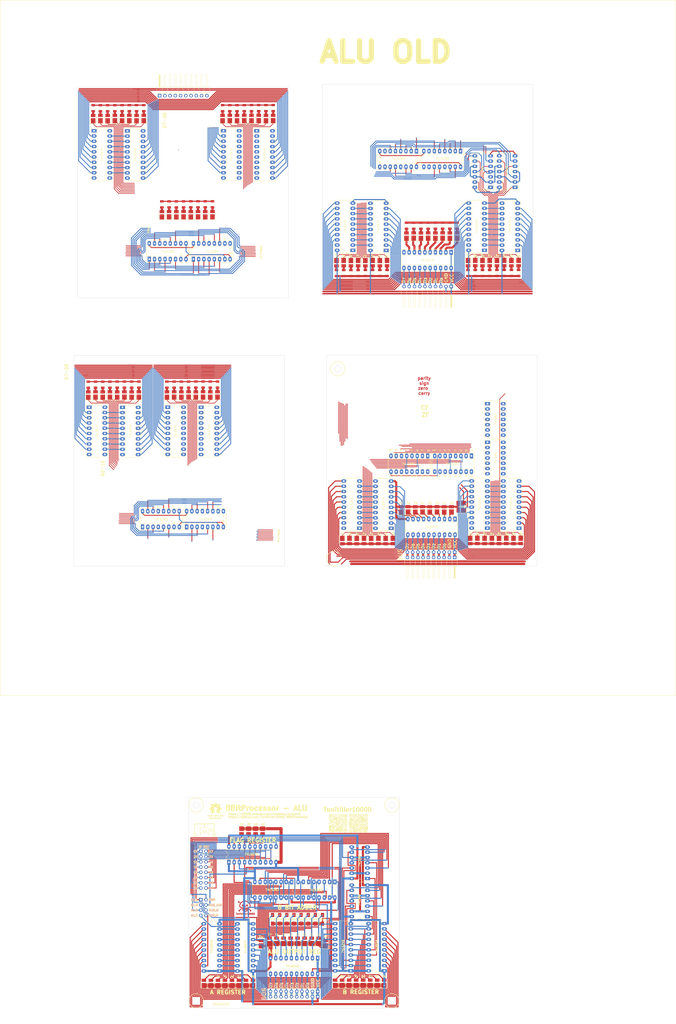
<source format=kicad_pcb>
(kicad_pcb (version 20211014) (generator pcbnew)
  (layers (0 "F.Cu" signal) (31 "B.Cu" signal) (34 "B.Paste" user) (35 "F.Paste" user) (36 "B.SilkS" user "B.Silkscreen") (37 "F.SilkS" user "F.Silkscreen") (38 "B.Mask" user) (39 "F.Mask" user) (44 "Edge.Cuts" user))
  (net 0 "")
  (net 1 "VCC")
  (net 2 "Earth")
  (net 3 "A OUT")
  (net 4 "A IN")
  (net 5 "SUB")
  (net 6 "Net-(U5-Pad9)")
  (net 7 "CARRY IN")
  (net 8 "Net-(U4-Pad11)")
  (net 9 "Net-(U4-Pad8)")
  (net 10 "Net-(U4-Pad6)")
  (net 11 "B IN")
  (net 12 "Net-(U4-Pad3)")
  (net 13 "ALU OUT")
  (net 14 "Flag Reg In")
  (net 15 "B OUT")
  (net 16 "XF")
  (net 17 "unconnected-(U2-Pad6)")
  (net 18 "unconnected-(U2-Pad7)")
  (net 19 "unconnected-(U2-Pad8)")
  (net 20 "unconnected-(U2-Pad9)")
  (net 21 "SIGN FLAG")
  (net 22 "CARRY FLAG")
  (net 23 "ZERO FLAG")
  (net 24 "/A7")
  (net 25 "/A6")
  (net 26 "/A5")
  (net 27 "/A4")
  (net 28 "/A3")
  (net 29 "/A2")
  (net 30 "/A1")
  (net 31 "ZERO FLAG IN")
  (net 32 "unconnected-(U2-Pad12)")
  (net 33 "/A0")
  (net 34 "CARRY FLAG IN")
  (net 35 "Sign Flag IN")
  (net 36 "unconnected-(U2-Pad13)")
  (net 37 "unconnected-(U2-Pad14)")
  (net 38 "unconnected-(U2-Pad15)")
  (net 39 "Net-(U7-Pad3)")
  (net 40 "/E0")
  (net 41 "/E1")
  (net 42 "/E2")
  (net 43 "/E3")
  (net 44 "/E4")
  (net 45 "/E5")
  (net 46 "/E6")
  (net 47 "/B0")
  (net 48 "/B1")
  (net 49 "/B2")
  (net 50 "/B3")
  (net 51 "/B4")
  (net 52 "/B5")
  (net 53 "/B6")
  (net 54 "/B7")
  (net 55 "/D7")
  (net 56 "/D6")
  (net 57 "/D5")
  (net 58 "/D4")
  (net 59 "/D3")
  (net 60 "/D2")
  (net 61 "/D1")
  (net 62 "/D0")
  (net 63 "Net-(U7-Pad6)")
  (net 64 "Net-(U7-Pad8)")
  (net 65 "Net-(U7-Pad11)")
  (net 66 "XF IN")
  (footprint "Package_DIP:DIP-20_W7.62mm_LongPads" (layer "F.Cu") (at 140.525 112.875 -90)
    (fp_text reference "U6" hide)
    (fp_text value "74LS245")
  )
  (footprint "LED_SMD:LED_PLCC_2835_Handsoldering" (layer "F.Cu") (at 162.55429 125.058228 90)
    (fp_text reference "D46" hide)
    (fp_text value "LED")
  )
  (footprint "Resistor_SMD:R_1206_3216Metric" (layer "F.Cu") (at 67.52 -164.76 -90)
    (fp_text reference "1K" hide)
    (fp_text value "R_1206_3216Metric")
  )
  (footprint "Connector_PinHeader_2.54mm:PinHeader_1x10_P2.54mm_Horizontal" (layer "F.Cu") (at 63.97 -304.66 90)
    (fp_text reference "REF**" hide)
    (fp_text value "PinHeader_1x10_P2.54mm_Horizontal")
  )
  (footprint "Package_DIP:DIP-14_W7.62mm_LongPads" (layer "F.Cu") (at 164.625 74.325 180)
    (fp_text reference "U7" hide)
    (fp_text value "74LS86")
  )
  (footprint "Package_DIP:DIP-20_W7.62mm_Socket_LongPads" (layer "F.Cu") (at 94.9 -287.685)
    (fp_text reference "74LS574")
    (fp_text value "DIP-20_W7.62mm_Socket_LongPads")
  )
  (footprint "Package_DIP:DIP-20_W7.62mm_Socket_LongPads" (layer "F.Cu") (at 207.035 -99.6975 -90)
    (fp_text reference "74LS245")
    (fp_text value "DIP-20_W7.62mm_Socket_LongPads")
  )
  (footprint "" (layer "F.Cu") (at 205.2875 -103.1025)
    (fp_text reference "")
    (fp_text value "")
  )
  (footprint "Package_DIP:DIP-20_W7.62mm_LongPads" (layer "F.Cu") (at 109.265 119.125 180)
    (fp_text reference "U3" hide)
    (fp_text value "74LS574")
  )
  (footprint "Resistor_SMD:R_1206_3216Metric" (layer "F.Cu") (at 94.47 -298.61 -90)
    (fp_text reference "1K" hide)
    (fp_text value "R_1206_3216Metric")
  )
  (footprint "Package_DIP:DIP-14_W7.62mm_Socket_LongPads" (layer "F.Cu") (at 236.085 -260.3 180)
    (fp_text reference "74LS86")
    (fp_text value "DIP-14_W7.62mm_Socket_LongPads")
  )
  (footprint "LED_SMD:LED_PLCC_2835_Handsoldering" (layer "F.Cu") (at 153.11 -223.83 -90)
    (fp_text reference "REF**" hide)
    (fp_text value "LED_PLCC_2835_Handsoldering")
  )
  (footprint "Resistor_SMD:R_1206_3216Metric" (layer "F.Cu") (at 88.52 -164.7975 -90)
    (fp_text reference "1K" hide)
    (fp_text value "R_1206_3216Metric")
  )
  (footprint "LED_SMD:LED_PLCC_2835_Handsoldering" (layer "F.Cu") (at 97.97 -293.635 90)
    (fp_text reference "REF**" hide)
    (fp_text value "LED_PLCC_2835_Handsoldering")
  )
  (footprint "Resistor_SMD:R_1206_3216Metric" (layer "F.Cu") (at 118.97 -298.6475 -90)
    (fp_text reference "1K" hide)
    (fp_text value "R_1206_3216Metric")
  )
  (footprint "Resistor_SMD:R_1206_3216Metric" (layer "F.Cu") (at 97.97 -298.61 -90)
    (fp_text reference "1K" hide)
    (fp_text value "R_1206_3216Metric")
  )
  (footprint "Resistor_SMD:R_1206_3216Metric" (layer "F.Cu") (at 167.11 -218.805 90)
    (fp_text reference "1K" hide)
    (fp_text value "R_1206_3216Metric")
  )
  (footprint "LED_SMD:LED_PLCC_2835_Handsoldering" (layer "F.Cu") (at 127.4 104.75 90)
    (fp_text reference "D38" hide)
    (fp_text value "LED")
  )
  (footprint "LED_SMD:LED_PLCC_2835_Handsoldering" (layer "F.Cu") (at 217.835 -89.3475 -90)
    (fp_text reference "REF**" hide)
    (fp_text value "LED_PLCC_2835_Handsoldering")
  )
  (footprint "Resistor_SMD:R_1206_3216Metric" (layer "F.Cu") (at 213.31 -218.7925 90)
    (fp_text reference "1K" hide)
    (fp_text value "R_1206_3216Metric")
  )
  (footprint "Connector_PinHeader_2.54mm:PinHeader_2x04_P2.54mm_Vertical" (layer "F.Cu") (at 83.9 84.595)
    (fp_text reference "P1" hide)
    (fp_text value "PinHeader_2x04_P2.54mm_Vertical")
  )
  (footprint "Package_DIP:DIP-20_W7.62mm_Socket_LongPads" (layer "F.Cu") (at 29.875 -153.81)
    (fp_text reference "74LS574")
    (fp_text value "DIP-20_W7.62mm_Socket_LongPads")
  )
  (footprint "SK16:DIOM5027X250N" (layer "F.Cu") (at 118.7 94.1 -90)
    (fp_text reference "D16" hide)
    (fp_text value "SK16")
  )
  (footprint "Resistor_SMD:R_1206_3216Metric" (layer "F.Cu") (at 201.01 -241.73 -90)
    (fp_text reference "1K" hide)
    (fp_text value "R_1206_3216Metric")
  )
  (footprint "LED_SMD:LED_PLCC_2835_Handsoldering" (layer "F.Cu") (at 201.01 -236.7175 90)
    (fp_text reference "REF**" hide)
    (fp_text value "LED_PLCC_2835_Handsoldering")
  )
  (footprint "SK16:DIOM5027X250N" (layer "F.Cu") (at 135.95 94.1 -90)
    (fp_text reference "D29" hide)
    (fp_text value "SK16")
  )
  (footprint "Resistor_SMD:R_1206_3216Metric" (layer "F.Cu") (at 234.31 -218.83 90)
    (fp_text reference "1K" hide)
    (fp_text value "R_1206_3216Metric")
  )
  (footprint "Resistor_SMD:R_1206_3216Metric" (layer "F.Cu") (at 78.02 -164.76 -90)
    (fp_text reference "1K" hide)
    (fp_text value "R_1206_3216Metric")
  )
  (footprint "LED_SMD:LED_PLCC_2835_Handsoldering" (layer "F.Cu") (at 85.02 -159.785 90)
    (fp_text reference "REF**" hide)
    (fp_text value "LED_PLCC_2835_Handsoldering")
  )
  (footprint "Package_DIP:DIP-20_W7.62mm_Socket_LongPads" (layer "F.Cu") (at 48.37 -287.61)
    (fp_text reference "74LS245")
    (fp_text value "DIP-20_W7.62mm_Socket_LongPads")
  )
  (footprint "Resistor_SMD:R_1206_3216Metric" (layer "F.Cu") (at 50.445 -164.7725 -90)
    (fp_text reference "1K" hide)
    (fp_text value "R_1206_3216Metric")
  )
  (footprint "SK16:DIOM5027X250N" (layer "F.Cu") (at 132.5 94.1 -90)
    (fp_text reference "D30" hide)
    (fp_text value "SK16")
  )
  (footprint "LED_SMD:LED_PLCC_2835_Handsoldering" (layer "F.Cu") (at 50.445 -159.71 90)
    (fp_text reference "REF**" hide)
    (fp_text value "LED_PLCC_2835_Handsoldering")
  )
  (footprint "LED_SMD:LED_PLCC_2835_Handsoldering" (layer "F.Cu") (at 160.11 -223.83 -90)
    (fp_text reference "REF**" hide)
    (fp_text value "LED_PLCC_2835_Handsoldering")
  )
  (footprint "LED_SMD:LED_PLCC_2835_Handsoldering" (layer "F.Cu") (at 214.335 -89.2975 -90)
    (fp_text reference "REF**" hide)
    (fp_text value "LED_PLCC_2835_Handsoldering")
  )
  (footprint "Package_DIP:DIP-14_W7.62mm_Socket_LongPads" (layer "F.Cu") (at 224.23 -260.2775 180)
    (fp_text reference "74LS86")
    (fp_text value "DIP-14_W7.62mm_Socket_LongPads")
  )
  (footprint "Package_DIP:DIP-20_W7.62mm_Socket_LongPads" (layer "F.Cu") (at 221.26 -229.805 180)
    (fp_text reference "74LS245")
    (fp_text value "DIP-20_W7.62mm_Socket_LongPads")
  )
  (footprint "LED_SMD:LED_PLCC_2835_Handsoldering" (layer "F.Cu") (at 92.22 125.135 90)
    (fp_text reference "D12" hide)
    (fp_text value "LED")
  )
  (footprint "LED_SMD:LED_PLCC_2835_Handsoldering" (layer "F.Cu") (at 89.585 -247.06 90)
    (fp_text reference "REF**" hide)
    (fp_text value "LED_PLCC_2835_Handsoldering")
  )
  (footprint "LED_SMD:LED_PLCC_2835_Handsoldering" (layer "F.Cu") (at 167.11 -223.83 -90)
    (fp_text reference "REF**" hide)
    (fp_text value "LED_PLCC_2835_Handsoldering")
  )
  (footprint "LED_SMD:LED_PLCC_2835_Handsoldering" (layer "F.Cu") (at 35.32 -293.61 90)
    (fp_text reference "REF**" hide)
    (fp_text value "LED_PLCC_2835_Handsoldering")
  )
  (footprint "LED_SMD:LED_PLCC_2835_Handsoldering" (layer "F.Cu") (at 39.945 -159.76 90)
    (fp_text reference "REF**" hide)
    (fp_text value "LED_PLCC_2835_Handsoldering")
  )
  (footprint "LED_SMD:LED_PLCC_2835_Handsoldering" (layer "F.Cu") (at 104.97 -293.635 90)
    (fp_text reference "REF**" hide)
    (fp_text value "LED_PLCC_2835_Handsoldering")
  )
  (footprint "Resistor_SMD:R_1206_3216Metric" (layer "F.Cu") (at 35.32 -298.585 -90)
    (fp_text reference "1K" hide)
    (fp_text value "R_1206_3216Metric")
  )
  (footprint "LED_SMD:LED_PLCC_2835_Handsoldering" (layer "F.Cu") (at 102.42 125.135 90)
    (fp_text reference "D15" hide)
    (fp_text value "LED")
  )
  (footprint "Package_DIP:DIP-20_W7.62mm_LongPads" (layer "F.Cu") (at 97.525 66.475 90)
    (fp_text reference "U2" hide)
    (fp_text value "74LS574")
  )
  (footprint "Connector_PinHeader_2.54mm:PinHeader_2x08_P2.54mm_Vertical" (layer "F.Cu") (at 83.925 61.17)
    (fp_text reference "P4" hide)
    (fp_text value "Flag Reg")
  )
  (footprint "LED_SMD:LED_PLCC_2835_Handsoldering" (layer "F.Cu") (at 172.75429 125.058228 90)
    (fp_text reference "D49" hide)
    (fp_text value "LED")
  )
  (footprint "LED_SMD:LED_PLCC_2835_Handsoldering" (layer "F.Cu") (at 72.085 -247.01 90)
    (fp_text reference "REF**" hide)
    (fp_text value "LED_PLCC_2835_Handsoldering")
  )
  (footprint "Resistor_SMD:R_1206_3216Metric" (layer "F.Cu") (at 82.585 -252.0725 -90)
    (fp_text reference "1K" hide)
    (fp_text value "R_1206_3216Metric")
  )
  (footprint "LED_SMD:LED_PLCC_2835_Handsoldering" (layer "F.Cu") (at 187.01 -236.7175 90)
    (fp_text reference "REF**" hide)
    (fp_text value "LED_PLCC_2835_Handsoldering")
  )
  (footprint "Package_DIP:DIP-20_W7.62mm_Socket_LongPads" (layer "F.Cu") (at 84.07 -153.785)
    (fp_text reference "74LS245")
    (fp_text value "DIP-20_W7.62mm_Socket_LongPads")
  )
  (footprint "Resistor_SMD:R_1206_3216Metric" (layer "F.Cu") (at 101.47 -298.61 -90)
    (fp_text reference "1K" hide)
    (fp_text value "R_1206_3216Metric")
  )
  (footprint "Package_DIP:DIP-20_W7.62mm_LongPads" (layer "F.Cu") (at 93.025 119.125 180)
    (fp_text reference "U1" hide)
    (fp_text value "74LS245")
  )
  (footprint "LED_SMD:LED_PLCC_2835_Handsoldering" (layer "F.Cu") (at 101.47 -293.585 90)
    (fp_text reference "REF**" hide)
    (fp_text value "LED_PLCC_2835_Handsoldering")
  )
  (footprint "LED_SMD:LED_PLCC_2835_Handsoldering" (layer "F.Cu") (at 81.52 -159.735 90)
    (fp_text reference "REF**" hide)
    (fp_text value "LED_PLCC_2835_Handsoldering")
  )
  (footprint "LED_SMD:LED_PLCC_2835_Handsoldering" (layer "F.Cu") (at 169.9275 -89.2975 -90)
    (fp_text reference "REF**" hide)
    (fp_text value "LED_PLCC_2835_Handsoldering")
  )
  (footprint "Package_DIP:DIP-20_W7.62mm_Socket_LongPads" (layer "F.Cu") (at 67.95 -153.835)
    (fp_text reference "74LS574")
    (fp_text value "DIP-20_W7.62mm_Socket_LongPads")
  )
  (footprint "LED_SMD:LED_PLCC_2835_Handsoldering" (layer "F.Cu") (at 213.31 -223.805 -90)
    (fp_text reference "REF**" hide)
    (fp_text value "LED_PLCC_2835_Handsoldering")
  )
  (footprint "LED_SMD:LED_PLCC_2835_Handsoldering" (layer "F.Cu") (at 187.7875 -104.1025 90)
    (fp_text reference "REF**" hide)
    (fp_text value "LED_PLCC_2835_Handsoldering")
  )
  (footprint "LED_SMD:LED_PLCC_2835_Handsoldering" (layer "F.Cu") (at 86.085 -247.01 90)
    (fp_text reference "REF**" hide)
    (fp_text value "LED_PLCC_2835_Handsoldering")
  )
  (footprint "LED_SMD:LED_PLCC_2835_Handsoldering" (layer "F.Cu") (at 162.9275 -89.2975 -90)
    (fp_text reference "REF**" hide)
    (fp_text value "LED_PLCC_2835_Handsoldering")
  )
  (footprint "Package_DIP:DIP-20_W7.62mm_Socket_LongPads" (layer "F.Cu") (at 176.105 -95.1975 180)
    (fp_text reference "74LS574")
    (fp_text value "DIP-20_W7.62mm_Socket_LongPads")
  )
  (footprint "Package_DIP:DIP-16_W7.62mm_Socket_LongPads" (layer "F.Cu") (at 214.9525 -130.2475 -90)
    (fp_text reference "74LS283")
    (fp_text value "DIP-16_W7.62mm_Socket_LongPads")
  )
  (footprint "LED_SMD:LED_PLCC_2835_Handsoldering" (layer "F.Cu") (at 208.01 -236.7175 90)
    (fp_text reference "REF**" hide)
    (fp_text value "LED_PLCC_2835_Handsoldering")
  )
  (footprint "Resistor_SMD:R_1206_3216Metric" (layer "F.Cu") (at 108.47 -298.6475 -90)
    (fp_text reference "1K" hide)
    (fp_text value "R_1206_3216Metric")
  )
  (footprint "Resistor_SMD:R_1206_3216Metric" (layer "F.Cu") (at 75.585 -252.035 -90)
    (fp_text reference "1K" hide)
    (fp_text value "R_1206_3216Metric")
  )
  (footprint "Resistor_SMD:R_1206_3216Metric" (layer "F.Cu") (at 190.51 -241.6925 -90)
    (fp_text reference "1K" hide)
    (fp_text value "R_1206_3216Metric")
  )
  (footprint "Resistor_SMD:R_1206_3216Metric" (layer "F.Cu") (at 104.97 -298.61 -90)
    (fp_text reference "1K" hide)
    (fp_text value "R_1206_3216Metric")
  )
  (footprint "Resistor_SMD:R_1206_3216Metric" (layer "F.Cu") (at 92.02 -164.7975 -90)
    (fp_text reference "1K" hide)
    (fp_text value "R_1206_3216Metric")
  )
  (footprint "Package_DIP:DIP-16_W7.62mm_Socket_LongPads" (layer "F.Cu") (at 58.995 -225.51 90)
    (fp_text reference "74LS283")
    (fp_text value "DIP-16_W7.62mm_Socket_LongPads")
  )
  (footprint "LED_SMD:LED_PLCC_2835_Handsoldering" (layer "F.Cu") (at 74.52 -159.735 90)
    (fp_text reference "REF**" hide)
    (fp_text value "LED_PLCC_2835_Handsoldering")
  )
  (footprint "LED_SMD:LED_PLCC_2835_Handsoldering" (layer "F.Cu") (at 184.2875 -104.1525 90)
    (fp_text reference "REF**" hide)
    (fp_text value "LED_PLCC_2835_Handsoldering")
  )
  (footprint "LED_SMD:LED_PLCC_2835_Handsoldering" (layer "F.Cu") (at 82.585 -247.06 90)
    (fp_text reference "REF**" hide)
    (fp_text value "LED_PLCC_2835_Handsoldering")
  )
  (footprint "Package_DIP:DIP-16_W7.62mm_Socket_LongPads" (layer "F.Cu") (at 188.35 -277.8425 -90)
    (fp_text reference "74LS283")
    (fp_text value "DIP-16_W7.62mm_Socket_LongPads")
  )
  (footprint "LED_SMD:LED_PLCC_2835_Handsoldering" (layer "F.Cu") (at 223.81 -223.855 -90)
    (fp_text reference "REF**" hide)
    (fp_text value "LED_PLCC_2835_Handsoldering")
  )
  (footprint "LED_SMD:LED_PLCC_2835_Handsoldering" (layer "F.Cu") (at 159.15429 125.058228 90)
    (fp_text reference "D45" hide)
    (fp_text value "LED")
  )
  (footprint "LED_SMD:LED_PLCC_2835_Handsoldering" (layer "F.Cu") (at 170.61 -223.78 -90)
    (fp_text reference "REF**" hide)
    (fp_text value "LED_PLCC_2835_Handsoldering")
  )
  (footprint "Resistor_SMD:R_1206_3216Metric" (layer "F.Cu") (at 149.61 -218.7675 90)
    (fp_text reference "1K" hide)
    (fp_text value "R_1206_3216Metric")
  )
  (footprint "Resistor_SMD:R_1206_3216Metric" (layer "F.Cu") (at 42.32 -298.585 -90)
    (fp_text reference "1K" hide)
    (fp_text value "R_1206_3216Metric")
  )
  (footprint "Package_DIP:DIP-20_W7.62mm_Socket_LongPads" (layer "F.Cu") (at 45.995 -153.76)
    (fp_text reference "74LS245")
    (fp_text value "DIP-20_W7.62mm_Socket_LongPads")
  )
  (footprint "Package_DIP:DIP-14_W7.62mm_Socket_LongPads" (layer "F.Cu") (at 222.7375 -155.5275)
    (fp_text reference "74LS86")
    (fp_text value "DIP-14_W7.62mm_Socket_LongPads")
  )
  (footprint "LED_SMD:LED_PLCC_2835_Handsoldering" (layer "F.Cu") (at 220.31 -223.805 -90)
    (fp_text reference "REF**" hide)
    (fp_text value "LED_PLCC_2835_Handsoldering")
  )
  (footprint "LED_SMD:LED_PLCC_2835_Handsoldering" (layer "F.Cu") (at 95.62 125.135 90)
    (fp_text reference "D13" hide)
    (fp_text value "LED")
  )
  (footprint "LED_SMD:LED_PLCC_2835_Handsoldering" (layer "F.Cu") (at 152.35429 125.058228 90)
    (fp_text reference "D43" hide)
    (fp_text value "LED")
  )
  (footprint "Resistor_SMD:R_1206_3216Metric" (layer "F.Cu") (at 32.945 -164.735 -90)
    (fp_text reference "1K" hide)
    (fp_text value "R_1206_3216Metric")
  )
  (footprint "LED_SMD:LED_PLCC_2835_Handsoldering" (layer "F.Cu") (at 169.35429 125.058228 90)
    (fp_text reference "D48" hide)
    (fp_text value "LED")
  )
  (footprint "Resistor_SMD:R_1206_3216Metric" (layer "F.Cu") (at 56.32 -298.6225 -90)
    (fp_text reference "1K" hide)
    (fp_text value "R_1206_3216Metric")
  )
  (footprint "Resistor_SMD:R_1206_3216Metric" (layer "F.Cu") (at 156.61 -218.7675 90)
    (fp_text reference "1K" hide)
    (fp_text value "R_1206_3216Metric")
  )
  (footprint "LED_SMD:LED_PLCC_2835_Handsoldering" (layer "F.Cu") (at 134.2 104.75 90)
    (fp_text reference "D36" hide)
    (fp_text value "LED")
  )
  (footprint "LED_SMD:LED_PLCC_2835_Handsoldering" (layer "F.Cu") (at 46.945 -159.76 90)
    (fp_text reference "REF**" hide)
    (fp_text value "LED_PLCC_2835_Handsoldering")
  )
  (footprint "LED_SMD:LED_PLCC_2835_Handsoldering" (layer "F.Cu") (at 75.585 -247.06 90)
    (fp_text reference "REF**" hide)
    (fp_text value "LED_PLCC_2835_Handsoldering")
  )
  (footprint "LED_SMD:LED_PLCC_2835_Handsoldering" (layer "F.Cu") (at 130.8 104.75 90)
    (fp_text reference "D37" hide)
    (fp_text value "LED")
  )
  (footprint "LED_SMD:LED_PLCC_2835_Handsoldering" (layer "F.Cu") (at 155.9275 -89.2975 -90)
    (fp_text reference "REF**" hide)
    (fp_text value "LED_PLCC_2835_Handsoldering")
  )
  (footprint "LOGO" (layer "F.Cu") (at 160.3 47.6)
    (fp_text reference "G***" hide)
    (fp_text value "LOGO" hide)
  )
  (footprint "LED_SMD:LED_PLCC_2835_Handsoldering" (layer "F.Cu") (at 68.585 -247.06 90)
    (fp_text reference "REF**" hide)
    (fp_text value "LED_PLCC_2835_Handsoldering")
  )
  (footprint "LED_SMD:LED_PLCC_2835_Handsoldering" (layer "F.Cu") (at 194.01 -236.7175 90)
    (fp_text reference "REF**" hide)
    (fp_text value "LED_PLCC_2835_Handsoldering")
  )
  (footprint "LED_SMD:LED_PLCC_2835_Handsoldering" (layer "F.Cu") (at 120.6 104.75 90)
    (fp_text reference "D40" hide)
    (fp_text value "LED")
  )
  (footprint "LED_SMD:LED_PLCC_2835_Handsoldering" (layer "F.Cu") (at 224.835 -89.3475 -90)
    (fp_text reference "REF**" hide)
    (fp_text value "LED_PLCC_2835_Handsoldering")
  )
  (footprint "LED_SMD:LED_PLCC_2835_Handsoldering" (layer "F.Cu") (at 43.445 -159.71 90)
    (fp_text reference "REF**" hide)
    (fp_text value "LED_PLCC_2835_Handsoldering")
  )
  (footprint "Resistor_SMD:R_1206_3216Metric" (layer "F.Cu") (at 74.52 -164.76 -90)
    (fp_text reference "1K" hide)
    (fp_text value "R_1206_3216Metric")
  )
  (footprint "SK16:DIOM5027X250N" (layer "F.Cu") (at 129.05 94.1 -90)
    (fp_text reference "D31" hide)
    (fp_text value "SK16")
  )
  (footprint "Resistor_SMD:R_1206_3216Metric" (layer "F.Cu") (at 38.82 -298.585 -90)
    (fp_text reference "1K" hide)
    (fp_text value "R_1206_3216Metric")
  )
  (footprint "LED_SMD:LED_PLCC_2835_Handsoldering" (layer "F.Cu") (at 88.82 125.135 90)
    (fp_text reference "D11" hide)
    (fp_text value "LED")
  )
  (footprint "Resistor_SMD:R_1206_3216Metric" (layer "F.Cu") (at 46.945 -164.7725 -90)
    (fp_text reference "1K" hide)
    (fp_text value "R_1206_3216Metric")
  )
  (footprint "Resistor_SMD:R_1206_3216Metric" (layer "F.Cu") (at 68.585 -252.035 -90)
    (fp_text reference "1K" hide)
    (fp_text value "R_1206_3216Metric")
  )
  (footprint "SK16:DIOM5027X250N" (layer "F.Cu") (at 139.4 94.1 -90)
    (fp_text reference "D28" hide)
    (fp_text value "SK16")
  )
  (footprint "Package_DIP:DIP-20_W7.62mm_Socket_LongPads" (layer "F.Cu") (at 173.68 -229.73 180)
    (fp_text reference "74LS574")
    (fp_text value "DIP-20_W7.62mm_Socket_LongPads")
  )
  (footprint "Resistor_SMD:R_1206_3216Metric" (layer "F.Cu") (at 230.81 -218.83 90)
    (fp_text reference "1K" hide)
    (fp_text value "R_1206_3216Metric")
  )
  (footprint "LED_SMD:LED_PLCC_2835_Handsoldering" (layer "F.Cu") (at 228.335 -89.2975 -90)
    (fp_text reference "REF**" hide)
    (fp_text value "LED_PLCC_2835_Handsoldering")
  )
  (footprint "Resistor_SMD:R_1206_3216Metric" (layer "F.Cu") (at 187.01 -241.6925 -90)
    (fp_text reference "1K" hide)
    (fp_text value "R_1206_3216Metric")
  )
  (footprint "Resistor_SMD:R_1206_3216Metric" (layer "F.Cu") (at 208.01 -241.73 -90)
    (fp_text reference "1K" hide)
    (fp_text value "R_1206_3216Metric")
  )
  (footprint "Connector_PinHeader_2.54mm:PinHeader_1x10_P2.54mm_Horizontal" (layer "F.Cu") (at 206.82 -81.0975 -90)
    (fp_text reference "REF**" hide)
    (fp_text value "PinHeader_1x10_P2.54mm_Horizontal")
  )
  (footprint "Package_DIP:DIP-20_W7.62mm_LongPads" (layer "F.Cu") (at 156.575 119.025 180)
    (fp_text reference "U10" hide)
    (fp_text value "74LS245")
  )
  (footprint "LED_SMD:LED_PLCC_2835_Handsoldering" (layer "F.Cu") (at 201.7875 -104.1025 90)
    (fp_text reference "REF**" hide)
    (fp_text value "LED_PLCC_2835_Handsoldering")
  )
  (footprint "LED_SMD:LED_PLCC_2835_Handsoldering" (layer "F.Cu") (at 204.51 -236.6675 90)
    (fp_text reference "REF**" hide)
    (fp_text value "LED_PLCC_2835_Handsoldering")
  )
  (footprint "Resistor_SMD:R_1206_3216Metric" (layer "F.Cu") (at 227.31 -218.83 90)
    (fp_text reference "1K" hide)
    (fp_text value "R_1206_3216Metric")
  )
  (footprint "LED_SMD:LED_PLCC_2835" (layer "F.Cu") (at 103.65 51.125 -90)
    (fp_text reference "D2" hide)
    (fp_text value "XF")
  )
  (footprint "LED_SMD:LED_PLCC_2835_Handsoldering" (layer "F.Cu") (at 237.81 -223.855 -90)
    (fp_text reference "REF**" hide)
    (fp_text value "LED_PLCC_2835_Handsoldering")
  )
  (footprint "LED_SMD:LED_PLCC_2835_Handsoldering" (layer "F.Cu") (at 152.4275 -89.2475 -90)
    (fp_text reference "REF**" hide)
    (fp_text value "LED_PLCC_2835_Handsoldering")
  )
  (footprint "Package_DIP:DIP-16_W7.62mm_Socket_LongPads" (layer "F.Cu") (at 209.7 -277.8425 -90)
    (fp_text reference "74LS283")
    (fp_text value "DIP-16_W7.62mm_Socket_LongPads")
  )
  (footprint "LED_SMD:LED_PLCC_2835" (layer "F.Cu") (at 113.85 51.125 -90)
    (fp_text reference "D5" hide)
    (fp_text value "CF")
  )
  (footprint "LED_SMD:LED_PLCC_2835_Handsoldering" (layer "F.Cu") (at 227.31 -223.805 -90)
    (fp_text reference "REF**" hide)
    (fp_text value "LED_PLCC_2835_Handsoldering")
  )
  (footprint "Package_DIP:DIP-20_W7.62mm_LongPads" (layer "F.Cu") (at 172.815 119.025 180)
    (fp_text reference "U9" hide)
    (fp_text value "74LS574")
  )
  (footprint "Resistor_SMD:R_1206_3216Metric" (layer "F.Cu") (at 220.31 -218.7925 90)
    (fp_text reference "1K" hide)
    (fp_text value "R_1206_3216Metric")
  )
  (footprint "LED_SMD:LED_PLCC_2835_Handsoldering" (layer "F.Cu") (at 173.4275 -89.2475 -90)
    (fp_text reference "REF**" hide)
    (fp_text value "LED_PLCC_2835_Handsoldering")
  )
  (footprint "LED_SMD:LED_PLCC_2835_Handsoldering" (layer "F.Cu") (at 155.75429 125.058228 90)
    (fp_text reference "D44" hide)
    (fp_text value "LED")
  )
  (footprint "LED_SMD:LED_PLCC_2835" (layer "F.Cu") (at 110.45 51.125 -90)
    (fp_text reference "D4" hide)
    (fp_text value "ZF")
  )
  (footprint "Package_DIP:DIP-16_W7.62mm_Socket_LongPads" (layer "F.Cu") (at 193.7975 -130.2475 -90)
    (fp_text reference "74LS283")
    (fp_text value "DIP-16_W7.62mm_Socket_LongPads")
  )
  (footprint "LED_SMD:LED_PLCC_2835_Handsoldering" (layer "F.Cu") (at 163.61 -223.78 -90)
    (fp_text reference "REF**" hide)
    (fp_text value "LED_PLCC_2835_Handsoldering")
  )
  (footprint "Package_DIP:DIP-16_W7.62mm_LongPads" (layer "F.Cu") (at 127.875 75.975 -90)
    (fp_text reference "U8" hide)
    (fp_text value "74LS283")
  )
  (footprint "Resistor_SMD:R_1206_3216Metric" (layer "F.Cu") (at 223.81 -218.7925 90)
    (fp_text reference "1K" hide)
    (fp_text value "R_1206_3216Metric")
  )
  (footprint "Connector_PinHeader_2.54mm:PinHeader_1x10_P2.54mm_Vertical" (layer "F.Cu") (at 140.53 131.575 -90)
    (fp_text reference "P3" hide)
    (fp_text value "PinHeader_1x10_P2.54mm_Vertical")
  )
  (footprint "Resistor_SMD:R_1206_3216Metric" (layer "F.Cu") (at 53.945 -164.7725 -90)
    (fp_text reference "1K" hide)
    (fp_text value "R_1206_3216Metric")
  )
  (footprint "LED_SMD:LED_PLCC_2835_Handsoldering" (layer "F.Cu") (at 198.2875 -104.1525 90)
    (fp_text reference "REF**" hide)
    (fp_text value "LED_PLCC_2835_Handsoldering")
  )
  (footprint "SK16:DIOM5027X250N" (layer "F.Cu") (at 122.15 94.1 -90)
    (fp_text reference "D33" hide)
    (fp_text value "SK16")
  )
  (footprint "Package_DIP:DIP-20_W7.62mm_Socket_LongPads" (layer "F.Cu") (at 238.0125 -95.2475 180)
    (fp_text reference "74LS574")
    (fp_text value "DIP-20_W7.62mm_Socket_LongPads")
  )
  (footprint "Symbol:OSHW-Logo_7.5x8mm_SilkScreen" (layer "F.Cu") (at 91.05 41.6)
    (fp_text reference "REF**" hide)
    (fp_text value "OSHW-Logo_7.5x8mm_SilkScreen" hide)
  )
  (footprint "Resistor_SMD:R_1206_3216Metric" (layer "F.Cu") (at 65.085 -252.035 -90)
    (fp_text reference "1K" hide)
    (fp_text value "R_1206_3216Metric")
  )
  (footprint "Resistor_SMD:R_1206_3216Metric" (layer "F.Cu") (at 72.085 -252.035 -90)
    (fp_text reference "1K" hide)
    (fp_text value "R_1206_3216Metric")
  )
  (footprint "LED_SMD:LED_PLCC_2835_Handsoldering" (layer "F.Cu") (at 205.2875 -104.1525 90)
    (fp_text reference "REF**" hide)
    (fp_text value "LED_PLCC_2835_Handsoldering")
  )
  (footprint "LED_SMD:LED_PLCC_2835_Handsoldering" (layer "F.Cu") (at 156.61 -223.78 -90)
    (fp_text reference "REF**" hide)
    (fp_text value "LED_PLCC_2835_Handsoldering")
  )
  (footprint "LED_SMD:LED_PLCC_2835_Handsoldering" (layer "F.Cu") (at 190.51 -236.6675 90)
    (fp_text reference "REF**" hide)
    (fp_text value "LED_PLCC_2835_Handsoldering")
  )
  (footprint "LED_SMD:LED_PLCC_2835_Handsoldering" (layer "F.Cu") (at 31.82 -293.56 90)
    (fp_text reference "REF**" hide)
    (fp_text value "LED_PLCC_2835_Handsoldering")
  )
  (footprint "LED_SMD:LED_PLCC_2835_Handsoldering" (layer "F.Cu") (at 94.47 -293.585 90)
    (fp_text reference "REF**" hide)
    (fp_text value "LED_PLCC_2835_Handsoldering")
  )
  (footprint "Resistor_SMD:R_1206_3216Metric" (layer "F.Cu") (at 170.61 -218.805 90)
    (fp_text reference "1K" hide)
    (fp_text value "R_1206_3216Metric")
  )
  (footprint "LED_SMD:LED_PLCC_2835_Handsoldering" (layer "F.Cu") (at 210.0125 -107.4275 180)
    (fp_text reference "REF**" hide)
    (fp_text value "LED_PLCC_2835_Handsoldering")
  )
  (footprint "LED_SMD:LED_PLCC_2835_Handsoldering" (layer "F.Cu") (at 221.335 -89.2975 -90)
    (fp_text reference "REF**" hide)
    (fp_text value "LED_PLCC_2835_Handsoldering")
  )
  (footprint "LED_SMD:LED_PLCC_2835_Handsoldering" (layer "F.Cu") (at 65.085 -247.01 90)
    (fp_text reference "REF**" hide)
    (fp_text value "LED_PLCC_2835_Handsoldering")
  )
  (footprint "LED_SMD:LED_PLCC_2835_Handsoldering" (layer "F.Cu") (at 99.02 125.135 90)
    (fp_text reference "D14" hide)
    (fp_text value "LED")
  )
  (footprint "Resistor_SMD:R_1206_3216Metric" (layer "F.Cu") (at 115.47 -298.6475 -90)
    (fp_text reference "1K" hide)
    (fp_text value "R_1206_3216Metric")
  )
  (footprint "LED_SMD:LED_PLCC_2835_Handsoldering" (layer "F.Cu") (at 85.416062 125.126456 90)
    (fp_text reference "D10" hide)
    (fp_text value "LED")
  )
  (footprint "LED_SMD:LED_PLCC_2835_Handsoldering" (layer "F.Cu") (at 113.05 105.9 90)
    (fp_text reference "D1" hide)
    (fp_text value "C_{in}")
  )
  (footprint "Resistor_SMD:R_1206_3216Metric" (layer "F.Cu") (at 36.445 -164.735 -90)
    (fp_text reference "1K" hide)
    (fp_text value "R_1206_3216Metric")
  )
  (footprint "Resistor_SMD:R_1206_3216Metric" (layer "F.Cu") (at 237.81 -218.83 90)
    (fp_text reference "1K" hide)
    (fp_text value "R_1206_3216Metric")
  )
  (footprint "Resistor_SMD:R_1206_3216Metric" (layer "F.Cu") (at 111.97 -298.6475 -90)
    (fp_text reference "1K" hide)
    (fp_text value "R_1206_3216Metric")
  )
  (footprint "Package_DIP:DIP-14_W7.62mm_LongPads" (layer "F.Cu") (at 164.625 92.775 180)
    (fp_text reference "U4" hide)
    (fp_text value "74LS86")
  )
  (footprint "Resistor_SMD:R_1206_3216Metric" (layer "F.Cu") (at 160.11 -218.7675 90)
    (fp_text reference "1K" hide)
    (fp_text value "R_1206_3216Metric")
  )
  (footprint "LED_SMD:LED_PLCC_2835_Handsoldering" (layer "F.Cu") (at 124 104.75 90)
    (fp_text reference "D39" hide)
    (fp_text value "LED")
  )
  (footprint "LED_SMD:LED_PLCC_2835_Handsoldering" (layer "F.Cu") (at 144.4 105.9 90)
    (fp_text reference "D6" hide)
    (fp_text value "LED")
  )
  (footprint "LED_SMD:LED_PLCC_2835_Handsoldering" (layer "F.Cu") (at 108.47 -293.585 90)
    (fp_text reference "REF**" hide)
    (fp_text value "LED_PLCC_2835_Handsoldering")
  )
  (footprint "LED_SMD:LED_PLCC_2835" (layer "F.Cu") (at 107.05 51.125 -90)
    (fp_text reference "D3" hide)
    (fp_text value "SF")
  )
  (footprint "LED_SMD:LED_PLCC_2835_Handsoldering" (layer "F.Cu") (at 52.82 -293.56 90)
    (fp_text reference "REF**" hide)
    (fp_text value "LED_PLCC_2835_Handsoldering")
  )
  (footprint "SK16:DIOM5027X250N" (layer "F.Cu") (at 125.6 94.1 -90)
    (fp_text reference "D32" hide)
    (fp_text value "SK16")
  )
  (footprint "LED_SMD:LED_PLCC_2835_Handsoldering" (layer "F.Cu") (at 45.82 -293.56 90)
    (fp_text reference "REF**" hide)
    (fp_text value "LED_PLCC_2835_Handsoldering")
  )
  (footprint "Connector_PinHeader_2.54mm:PinHeader_1x10_P2.54mm_Vertical" (layer "F.Cu") (at 140.53 129.025 -90)
    (fp_text reference "P2" hide)
    (fp_text value "PinHeader_1x10_P2.54mm_Vertical")
  )
  (footprint "LED_SMD:LED_PLCC_2835_Handsoldering" (layer "F.Cu") (at 78.02 -159.785 90)
    (fp_text reference "REF**" hide)
    (fp_text value "LED_PLCC_2835_Handsoldering")
  )
  (footprint "Resistor_SMD:R_1206_3216Metric" (layer "F.Cu") (at 183.51 -241.6925 -90)
    (fp_text reference "1K" hide)
    (fp_text value "R_1206_3216Metric")
  )
  (footprint "LED_SMD:LED_PLCC_2835_Handsoldering" (layer "F.Cu") (at 230.81 -223.855 -90)
    (fp_text reference "REF**" hide)
    (fp_text value "LED_PLCC_2835_Handsoldering")
  )
  (footprint "LED_SMD:LED_PLCC_2835_Handsoldering" (layer "F.Cu") (at 176.9275 -89.2975 -90)
    (fp_text reference "REF**" hide)
    (fp_text value "LED_PLCC_2835_Handsoldering")
  )
  (footprint "LED_SMD:LED_PLCC_2835_Handsoldering" (layer "F.Cu") (at 148.95429 125.058228 90)
    (fp_text reference "D42" hide)
    (fp_text value "LED")
  )
  (footprint "LED_SMD:LED_PLCC_2835_Handsoldering" (layer "F.Cu") (at 238.835 -89.3475 -90)
    (fp_text reference "REF**" hide)
    (fp_text value "LED_PLCC_2835_Handsoldering")
  )
  (footprint "LED_SMD:LED_PLCC_2835_Handsoldering" (layer "F.Cu") (at 67.52 -159.735 90)
    (fp_text reference "REF**" hide)
    (fp_text value "LED_PLCC_2835_Handsoldering")
  )
  (footprint "Connector_PinHeader_2.54mm:PinHeader_1x10_P2.54mm_Horizontal" (layer "F.Cu") (at 205.185 -212.28 -90)
    (fp_text reference "REF**" hide)
    (fp_text value "PinHeader_1x10_P2.54mm_Horizontal")
  )
  (footprint "LED_SMD:LED_PLCC_2835_Handsoldering" (layer "F.Cu") (at 88.52 -159.735 90)
    (fp_text reference "REF**" hide)
    (fp_text value "LED_PLCC_2835_Handsoldering")
  )
  (footprint "LED_SMD:LED_PLCC_2835_Handsoldering" (layer "F.Cu") (at 141 104.75 90)
    (fp_text reference "D34" hide)
    (fp_text value "LED")
  )
  (footprint "LED_SMD:LED_PLCC_2835_Handsoldering" (layer "F.Cu") (at 71.02 -159.785 90)
    (fp_text reference "REF**" hide)
    (fp_text value "LED_PLCC_2835_Handsoldering")
  )
  (footprint "LED_SMD:LED_PLCC_2835_Handsoldering" (layer "F.Cu") (at 183.51 -236.6675 90)
    (fp_text reference "REF**" hide)
    (fp_text value "LED_PLCC_2835_Handsoldering")
  )
  (footprint "LED_SMD:LED_PLCC_2835_Handsoldering" (layer "F.Cu") (at 36.445 -159.71 90)
    (fp_text reference "REF**" hide)
    (fp_text value "LED_PLCC_2835_Handsoldering")
  )
  (footprint "Resistor_SMD:R_1206_3216Metric" (layer "F.Cu") (at 52.82 -298.6225 -90)
    (fp_text reference "1K" hide)
    (fp_text value "R_1206_3216Metric")
  )
  (footprint "Resistor_SMD:R_1206_3216Metric" (layer "F.Cu") (at 39.945 -164.735 -90)
    (fp_text reference "1K" hide)
    (fp_text value "R_1206_3216Metric")
  )
  (footprint "LED_SMD:LED_PLCC_2835_Handsoldering" (layer "F.Cu") (at 117.2 104.75 90)
    (fp_text reference "D41" hide)
    (fp_text value "LED")
  )
  (footprint "Resistor_SMD:R_1206_3216Metric" (layer "F.Cu") (at 216.81 -218.7925 90)
    (fp_text reference "1K" hide)
    (fp_text value "R_1206_3216Metric")
  )
  (footprint "Resistor_SMD:R_1206_3216Metric" (layer "F.Cu") (at 153.11 -218.7675 90)
    (fp_text reference "1K" hide)
    (fp_text value "R_1206_3216Metric")
  )
  (footprint "LED_SMD:LED_PLCC_2835_Handsoldering" (layer "F.Cu") (at 191.2875 -104.1525 90)
    (fp_text reference "REF**" hide)
    (fp_text value "LED_PLCC_2835_Handsoldering")
  )
  (footprint "Resistor_SMD:R_1206_3216Metric" (layer "F.Cu") (at 43.445 -164.7725 -90)
    (fp_text reference "1K" hide)
    (fp_text value "R_1206_3216Metric")
  )
  (footprint "Package_DIP:DIP-20_W7.62mm_Socket_LongPads" (layer "F.Cu") (at 157.56 -229.78 180)
    (fp_text reference "74LS245")
    (fp_text value "DIP-20_W7.62mm_Socket_LongPads")
  )
  (footprint "Symbol:Symbol_Danger_CopperTop_Small" (layer "F.Cu") (at 105.3 87.75)
    (fp_text reference "REF**" hide)
    (fp_text value "Symbol_Danger_CopperTop_Small")
  )
  (footprint "Resistor_SMD:R_1206_3216Metric" (layer "F.Cu") (at 45.82 -298.6225 -90)
    (fp_text reference "1K" hide)
    (fp_text value "R_1206_3216Metric")
  )
  (footprint "Package_DIP:DIP-20_W7.62mm_Socket_LongPads" (layer "F.Cu") (at 32.25 -287.66)
    (fp_text reference "74LS574")
    (fp_text value "DIP-20_W7.62mm_Socket_LongPads")
  )
  (footprint "Package_DIP:DIP-16_W7.62mm_Socket_LongPads" (layer "F.Cu") (at 80.345 -225.51 90)
    (fp_text reference "74LS283")
    (fp_text value "DIP-16_W7.62mm_Socket_LongPads")
  )
  (footprint "LED_SMD:LED_PLCC_2835_Handsoldering" (layer "F.Cu") (at 174.11 -223.83 -90)
    (fp_text reference "REF**" hide)
    (fp_text value "LED_PLCC_2835_Handsoldering")
  )
  (footprint "LED_SMD:LED_PLCC_2835_Handsoldering" (layer "F.Cu") (at 49.32 -293.61 90)
    (fp_text reference "REF**" hide)
    (fp_text value "LED_PLCC_2835_Handsoldering")
  )
  (footprint "Resistor_SMD:R_1206_3216Metric" (layer "F.Cu") (at 71.02 -164.76 -90)
    (fp_text reference "1K" hide)
    (fp_text value "R_1206_3216Metric")
  )
  (footprint "LED_SMD:LED_PLCC_2835_Handsoldering" (layer "F.Cu") (at 194.7875 -104.1025 90)
    (fp_text reference "REF**" hide)
    (fp_text value "LED_PLCC_2835_Handsoldering")
  )
  (footprint "LED_SMD:LED_PLCC_2835_Handsoldering" (layer "F.Cu") (at 38.82 -293.56 90)
    (fp_text reference "REF**" hide)
    (fp_text value "LED_PLCC_2835_Handsoldering")
  )
  (footprint "LED_SMD:LED_PLCC_2835_Handsoldering" (layer "F.Cu") (at 29.445 -159.71 90)
    (fp_text reference "REF**" hide)
    (fp_text value "LED_PLCC_2835_Handsoldering")
  )
  (footprint "Resistor_SMD:R_1206_3216Metric" (layer "F.Cu") (at 194.01 -241.6925 -90)
    (fp_text reference "1K" hide)
    (fp_text value "R_1206_3216Metric")
  )
  (footprint "LED_SMD:LED_PLCC_2835_Handsoldering" (layer "F.Cu") (at 79.085 -247.01 90)
    (fp_text reference "REF**" hide)
    (fp_text value "LED_PLCC_2835_Handsoldering")
  )
  (footprint "LED_SMD:LED_PLCC_2835_Handsoldering" (layer "F.Cu") (at 137.6 104.75 90)
    (fp_text reference "D35" hide)
    (fp_text value "LED")
  )
  (footprint "LED_SMD:LED_PLCC_2835_Handsoldering" (layer "F.Cu") (at 180.7875 -104.1025 90)
    (fp_text reference "REF**" hide)
    (fp_text value "LED_PLCC_2835_Handsoldering")
  )
  (footprint "LED_SMD:LED_PLCC_2835_Handsoldering" (layer "F.Cu") (at 118.97 -293.635 90)
    (fp_text reference "REF**" hide)
    (fp_text value "LED_PLCC_2835_Handsoldering")
  )
  (footprint "SK16:DIOM5027X250N" (layer "F.Cu") (at 142.85 94.1 -90)
    (fp_text reference "D27" hide)
    (fp_text value "SK16")
  )
  (footprint "Resistor_SMD:R_1206_3216Metric" (layer "F.Cu") (at 29.445 -164.735 -90)
    (fp_text reference "1K" hide)
    (fp_text value "R_1206_3216Metric")
  )
  (footprint "Package_DIP:DIP-14_W7.62mm_Socket_LongPads" (layer "F.Cu") (at 222.7375 -136.8525)
    (fp_text reference "74LS86")
    (fp_text value "DIP-14_W7.62mm_Socket_LongPads")
  )
  (footprint "LED_SMD:LED_PLCC_2835_Handsoldering" (layer "F.Cu") (at 115.47 -293.585 90)
    (fp_text reference "REF**" hide)
    (fp_text value "LED_PLCC_2835_Handsoldering")
  )
  (footprint "LED_SMD:LED_PLCC_2835_Handsoldering" (layer "F.Cu") (at 109.22 125.135 90)
    (fp_text reference "D18" hide)
    (fp_text value "LED")
  )
  (footprint "" (layer "F.Cu") (at 208.01 -235.6675)
    (fp_text reference "")
    (fp_text value "")
  )
  (footprint "LED_SMD:LED_PLCC_2835_Handsoldering" (layer "F.Cu") (at 216.81 -223.855 -90)
    (fp_text reference "REF**" hide)
    (fp_text value "LED_PLCC_2835_Handsoldering")
  )
  (footprint "LED_SMD:LED_PLCC_2835_Handsoldering" (layer "F.Cu") (at 56.32 -293.61 90)
    (fp_text reference "REF**" hide)
    (fp_text value "LED_PLCC_2835_Handsoldering")
  )
  (footprint "Resistor_SMD:R_1206_3216Metric" (layer "F.Cu") (at 204.51 -241.73 -90)
    (fp_text reference "1K" hide)
    (fp_text value "R_1206_3216Metric")
  )
  (footprint "Resistor_SMD:R_1206_3216Metric" (layer "F.Cu") (at 86.085 -252.0725 -90)
    (fp_text reference "1K" hide)
    (fp_text value "R_1206_3216Metric")
  )
  (footprint "Package_DIP:DIP-20_W7.62mm_Socket_LongPads" (layer "F.Cu") (at 111.02 -287.635)
    (fp_text reference "74LS245")
    (fp_text value "DIP-20_W7.62mm_Socket_LongPads")
  )
  (footprint "Resistor_SMD:R_1206_3216Metric" (layer "F.Cu") (at 174.11 -218.805 90)
    (fp_text reference "1K" hide)
    (fp_text value "R_1206_3216Metric")
  )
  (footprint "Package_DIP:DIP-20_W7.62mm_Socket_LongPads" (layer "F.Cu") (at 205.135 -228.83 -90)
    (fp_text reference "74LS245")
    (fp_text value "DIP-20_W7.62mm_Socket_LongPads")
  )
  (footprint "Package_DIP:DIP-16_W7.62mm_Socket_LongPads" (layer "F.Cu") (at 55.73 -95.885 90)
    (fp_text reference "74LS283")
    (fp_text value "DIP-16_W7.62mm_Socket_LongPads")
  )
  (footprint "Package_DIP:DIP-20_W7.62mm_Socket_LongPads" (layer "F.Cu") (at 222.6925 -95.2975 180)
    (fp_text reference "74LS245")
    (fp_text value "DIP-20_W7.62mm_Socket_LongPads")
  )
  (footprint "Resistor_SMD:R_1206_3216Metric" (layer "F.Cu") (at 81.52 -164.7975 -90)
    (fp_text reference "1K" hide)
    (fp_text value "R_1206_3216Metric")
  )
  (footprint "LED_SMD:LED_PLCC_2835_Handsoldering" (layer "F.Cu") (at 235.335 -89.2975 -90)
    (fp_text reference "REF**" hide)
    (fp_text value "LED_PLCC_2835_Handsoldering")
  )
  (footprint "Resistor_SMD:R_1206_3216Metric" (layer "F.Cu") (at 197.51 -241.73 -90)
    (fp_text reference "1K" hide)
    (fp_text value "R_1206_3216Metric")
  )
  (footprint "LED_SMD:LED_PLCC_2835_Handsoldering" (layer "F.Cu") (at 159.4275 -89.2475 -90)
    (fp_text reference "REF**" hide)
    (fp_text value "LED_PLCC_2835_Handsoldering")
  )
  (footprint "LED_SMD:LED_PLCC_2835_Handsoldering" (layer "F.Cu") (at 234.31 -223.805 -90)
    (fp_text reference "REF**" hide)
    (fp_text value "LED_PLCC_2835_Handsoldering")
  )
  (footprint "LED_SMD:LED_PLCC_2835_Handsoldering" (layer "F.Cu") (at 92.02 -159.785 90)
    (fp_text reference "REF**" hide)
    (fp_text value "LED_PLCC_2835_Handsoldering")
  )
  (footprint "LED_SMD:LED_PLCC_2835_Handsoldering" (layer "F.Cu") (at 231.835 -89.3475 -90)
    (fp_text reference "REF**" hide)
    (fp_text value "LED_PLCC_2835_Handsoldering")
  )
  (footprint "LED_SMD:LED_PLCC_2835_Handsoldering" (layer "F.Cu") (at 210.0625 -103.9275 180)
    (fp_text reference "REF**" hide)
    (fp_text value "LED_PLCC_2835_Handsoldering")
  )
  (footprint "Package_DIP:DIP-16_W7.62mm_Socket_LongPads" (layer "F.Cu") (at 77.08 -95.885 90)
    (fp_text reference "74LS283")
    (fp_text value "DIP-16_W7.62mm_Socket_LongPads")
  )
  (footprint "Package_DIP:DIP-16_W7.62mm_LongPads" (layer "F.Cu") (at 148.825 75.975 -90)
    (fp_text reference "U5" hide)
    (fp_text value "74LS283")
  )
  (footprint "Resistor_SMD:R_1206_3216Metric" (layer "F.Cu") (at 31.82 -298.585 -90)
    (fp_text reference "1K" hide)
    (fp_text value "R_1206_3216Metric")
  )
  (footprint "LED_SMD:LED_PLCC_2835_Handsoldering" (layer "F.Cu") (at 149.61 -223.78 -90)
    (fp_text reference "REF**" hide)
    (fp_text value "LED_PLCC_2835_Handsoldering")
  )
  (footprint "LED_SMD:LED_PLCC_2835_Handsoldering" (layer "F.Cu") (at 165.95429 125.058228 90)
    (fp_text reference "D47" hide)
    (fp_text value "LED")
  )
  (footprint "Package_DIP:DIP-20_W7.62mm_Socket_LongPads" (layer "F.Cu") (at 160.785 -95.2475 180)
    (fp_text reference "74LS245")
    (fp_text value "DIP-20_W7.62mm_Socket_LongPads")
  )
  (footprint "LED_SMD:LED_PLCC_2835_Handsoldering" (layer "F.Cu") (at 53.945 -159.76 90)
    (fp_text reference "REF**" hide)
    (fp_text value "LED_PLCC_2835_Handsoldering")
  )
  (footprint "Resistor_SMD:R_1206_3216Metric" (layer "F.Cu") (at 163.61 -218.805 90)
    (fp_text reference "1K" hide)
    (fp_text value "R_1206_3216Metric")
  )
  (footprint "Resistor_SMD:R_1206_3216Metric" (layer "F.Cu") (at 79.085 -252.0725 -90)
    (fp_text reference "1K" hide)
    (fp_text value "R_1206_3216Metric")
  )
  (footprint "LED_SMD:LED_PLCC_2835_Handsoldering" (layer "F.Cu") (at 105.82 125.135 90)
    (fp_text reference "D17" hide)
    (fp_text value "LED")
  )
  (footprint "LOGO" (layer "F.Cu") (at 150.4 47.55 -90)
    (fp_text reference "G***" hide)
    (fp_text value "LOGO" hide)
  )
  (footprint "LED_SMD:LED_PLCC_2835_Handsoldering" (layer "F.Cu") (at 111.97 -293.635 90)
    (fp_text reference "REF**" hide)
    (fp_text value "LED_PLCC_2835_Handsoldering")
  )
  (footprint "Connector_PinHeader_2.54mm:PinHeader_1x10_P2.54mm_Vertical" (layer "F.Cu") (at 206.82 -83.6475 -90)
    (fp_text reference "REF**" hide)
    (fp_text value "PinHeader_1x10_P2.54mm_Vertical")
  )
  (footprint "Resistor_SMD:R_1206_3216Metric" (layer "F.Cu") (at 89.585 -252.0725 -90)
    (fp_text reference "1K" hide)
    (fp_text value "R_1206_3216Metric")
  )
  (footprint "LED_SMD:LED_PLCC_2835_Handsoldering" (layer "F.Cu") (at 32.945 -159.76 90)
    (fp_text reference "REF**" hide)
    (fp_text value "LED_PLCC_2835_Handsoldering")
  )
  (footprint "Package_DIP:DIP-20_W7.62mm_Socket_LongPads" (layer "F.Cu") (at 237.38 -229.755 180)
    (fp_text reference "74LS574")
    (fp_text value "DIP-20_W7.62mm_Socket_LongPads")
  )
  (footprint "Resistor_SMD:R_1206_3216Metric" (layer "F.Cu") (at 85.02 -164.7975 -90)
    (fp_text reference "1K" hide)
    (fp_text value "R_1206_3216Metric")
  )
  (footprint "LED_SMD:LED_PLCC_2835_Handsoldering" (layer "F.Cu") (at 166.4275 -89.2475 -90)
    (fp_text reference "REF**" hide)
    (fp_text value "LED_PLCC_2835_Handsoldering")
  )
  (footprint "LED_SMD:LED_PLCC_2835_Handsoldering" (layer "F.Cu") (at 197.51 -236.6675 90)
    (fp_text reference "REF**" hide)
    (fp_text value "LED_PLCC_2835_Handsoldering")
  )
  (footprint "Resistor_SMD:R_1206_3216Metric" (layer "F.Cu") (at 49.32 -298.6225 -90)
    (fp_text reference "1K" hide)
    (fp_text value "R_1206_3216Metric")
  )
  (footprint "LED_SMD:LED_PLCC_2835_Handsoldering" (layer "F.Cu") (at 42.32 -293.61 90)
    (fp_text reference "REF**" hide)
    (fp_text value "LED_PLCC_2835_Handsoldering")
  )
  (gr_line (start 87.05 52.225) (end 88.05 52.225) (layer "F.SilkS") (width 0.15))
  (gr_circle (center 81.7 38.75) (end 81.7 42.25) (layer "F.SilkS") (width 0.2) (fill none))
  (gr_circle (center 81.7 133.55) (end 81.7 137.05) (layer "F.SilkS") (width 0.2) (fill none))
  (gr_line (start 88.4 50.975) (end 87.8 51) (layer "F.SilkS") (width 0.15))
  (gr_circle (center 148.4375 -80.5275) (end 151.9375 -80.5275) (layer "F.SilkS") (width 0.2) (fill none))
  (gr_line (start 81.7 53.225) (end 83.85 53.225) (layer "F.SilkS") (width 0.15))
  (gr_line (start 86.7 51.075) (end 87.05 52.225) (layer "F.SilkS") (width 0.15))
  (gr_rect (start 85.65 49.775) (end 85.75 47.775) (layer "F.SilkS") (width 0.15) (fill none))
  (gr_circle (center 176.45 133.55) (end 176.45 137.05) (layer "F.SilkS") (width 0.2) (fill none))
  (gr_line (start 83.85 52.225) (end 83.85 53.225) (layer "F.SilkS") (width 0.15))
  (gr_line (start 84.7 51.075) (end 84.35 52.225) (layer "F.SilkS") (width 0.15))
  (gr_rect (start 88.4 50.225) (end 89.9 51.725) (layer "F.SilkS") (width 0.15) (fill none))
  (gr_line (start 88.05 52.225) (end 87.55 49.775) (layer "F.SilkS") (width 0.15))
  (gr_rect (start 80.2 52.475) (end 81.7 53.975) (layer "F.SilkS") (width 0.15) (fill none))
  (gr_line (start 83.35 52.225) (end 83.85 49.775) (layer "F.SilkS") (width 0.15))
  (gr_line (start 87.55 49.775) (end 83.85 49.775) (layer "F.SilkS") (width 0.15))
  (gr_line (start 87.55 52.225) (end 87.55 53.225) (layer "F.SilkS") (width 0.15))
  (gr_rect (start 80.9 52.475) (end 81 47.825) (layer "F.SilkS") (width 0.15) (fill none))
  (gr_rect (start 90.425 47.925) (end 80.875 47.775) (layer "F.SilkS") (width 0.15) (fill none))
  (gr_line (start 87.55 53.225) (end 89.65 53.225) (layer "F.SilkS") (width 0.15))
  (gr_line (start 84.7 51.075) (end 86.7 51.075) (layer "F.SilkS") (width 0.15))
  (gr_circle (center 176.45 38.75) (end 176.45 42.25) (layer "F.SilkS") (width 0.2) (fill none))
  (gr_circle (center 150.2375 -172.4775) (end 153.7375 -172.4775) (layer "F.SilkS") (width 0.2) (fill none))
  (gr_rect (start -13.22 -350.9) (end 313.94 -14.29) (layer "F.SilkS") (width 0.15) (fill none))
  (gr_rect (start 90.35 52.475) (end 90.45 47.825) (layer "F.SilkS") (width 0.15) (fill none))
  (gr_rect (start 89.65 52.475) (end 91.15 53.975) (layer "F.SilkS") (width 0.15) (fill none))
  (gr_line (start 84.35 52.225) (end 83.35 52.225) (layer "F.SilkS") (width 0.15))
  (gr_circle (center 176.45 133.55) (end 176.45 135.05) (layer "Edge.Cuts") (width 0.1) (fill none))
  (gr_circle (center 81.7 38.75) (end 81.7 40.25) (layer "Edge.Cuts") (width 0.1) (fill none))
  (gr_rect (start 22.495 -76.885) (end 124.495 -178.885) (layer "Edge.Cuts") (width 0.1) (fill none))
  (gr_circle (center 150.2375 -172.4775) (end 151.7375 -172.4775) (layer "Edge.Cuts") (width 0.1) (fill none))
  (gr_rect (start 78.0725 137.155) (end 180.0725 35.155) (layer "Edge.Cuts") (width 0.1) (fill none))
  (gr_circle (center 81.7 133.55) (end 81.7 135.05) (layer "Edge.Cuts") (width 0.1) (fill none))
  (gr_rect (start 244.76 -310.18) (end 142.76 -208.18) (layer "Edge.Cuts") (width 0.1) (fill none))
  (gr_rect (start 144.81 -76.8975) (end 246.81 -178.8975) (layer "Edge.Cuts") (width 0.1) (fill none))
  (gr_circle (center 148.4375 -80.5275) (end 149.9375 -80.5275) (layer "Edge.Cuts") (width 0.1) (fill none))
  (gr_rect (start 24.345 -206.785) (end 126.345 -308.785) (layer "Edge.Cuts") (width 0.1) (fill none))
  (gr_circle (center 176.45 38.75) (end 176.45 40.25) (layer "Edge.Cuts") (width 0.1) (fill none))
  (gr_text "parity\nsign\nzero \ncarry\n" (at 192.0875 -164.2275) (layer "F.Cu") (effects (font (size 1.5 1.5) (thickness 0.3))))
  (gr_text "Tonikiller10000" (at 105.5 91.45) (layer "F.Cu") (effects (font (size 0.8 0.8) (thickness 0.2))))
  (gr_text "FX" (at 88.87619 71.342856) (layer "B.SilkS") (effects (font (size 1 1) (thickness 0.25)) (justify mirror)))
  (gr_text "FX" (at 81.52619 71.292856) (layer "B.SilkS") (effects (font (size 1 1) (thickness 0.25)) (justify mirror)))
  (gr_text "SF" (at 88.87619 66.4) (layer "B.SilkS") (effects (font (size 1 1) (thickness 0.25)) (justify mirror)))
  (gr_text "D_{7}\n" (at 117.790006 126.35 90) (layer "B.SilkS") (effects (font (size 1.5 1.5) (thickness 0.3)) (justify mirror)))
  (gr_text "BUS" (at 114.35 130.3 -90) (layer "B.SilkS") (effects (font (size 2 2) (thickness 0.4)) (justify mirror)))
  (gr_text "A_OUT\n" (at 90.038095 92.15) (layer "B.SilkS") (effects (font (size 1 1) (thickness 0.25)) (justify mirror)))
  (gr_text "CF" (at 81.55 61.15) (layer "B.SilkS") (effects (font (size 1 1) (thickness 0.25)) (justify mirror)))
  (gr_text "C_IN\n" (at 80.821429 87.15) (layer "B.SilkS") (effects (font (size 1 1) (thickness 0.25)) (justify mirror)))
  (gr_text "OUT" (at 86.55 58.85) (layer "B.SilkS") (effects (font (size 1 1) (thickness 0.25)) (justify mirror)))
  (gr_text "D_{3}\n" (at 127.972226 126.35 90) (layer "B.SilkS") (effects (font (size 1.5 1.5) (thickness 0.3)) (justify mirror)))
  (gr_text "A_IN\n" (at 80.75 92.25) (layer "B.SilkS") (effects (font (size 1 1) (thickness 0.25)) (justify mirror)))
  (gr_text "FX" (at 88.87619 78.95) (layer "B.SilkS") (effects (font (size 1 1) (thickness 0.25)) (justify mirror)))
  (gr_text "SUB" (at 89.3 84.55) (layer "B.SilkS") (effects (font (size 1 1) (thickness 0.25)) (justify mirror)))
  (gr_text "D_{6}\n" (at 120.335561 126.35 90) (layer "B.SilkS") (effects (font (size 1.5 1.5) (thickness 0.3)) (justify mirror)))
  (gr_text "FX" (at 81.52619 73.82857) (layer "B.SilkS") (effects (font (size 1 1) (thickness 0.25)) (justify mirror)))
  (gr_text "IN" (at 83.75 58.85) (layer "B.SilkS") (effects (font (size 1 1) (thickness 0.25)) (justify mirror)))
  (gr_text "D_{0}\n" (at 135.608891 126.35 90) (layer "B.SilkS") (effects (font (size 1.5 1.5) (thickness 0.3)) (justify mirror)))
  (gr_text "VCC\n" (at 140.700001 125.528571 90) (layer "B.SilkS") (effects (font (size 1.5 1.5) (thickness 0.3)) (justify mirror)))
  (gr_text "D_{2}\n" (at 130.517781 126.35 90) (layer "B.SilkS") (effects (font (size 1.5 1.5) (thickness 0.3)) (justify mirror)))
  (gr_text "B_OUT" (at 90.109524 89.7) (layer "B.SilkS") (effects (font (size 1 1) (thickness 0.25)) (justify mirror)))
  (gr_text "ZF" (at 81.52619 63.75) (layer "B.SilkS") (effects (font (size 1 1) (thickness 0.25)) (justify mirror)))
  (gr_text "FX" (at 88.87619 76.414284) (layer "B.SilkS") (effects (font (size 1 1) (thickness 0.25)) (justify mirror)))
  (gr_text "D_{1}\n" (at 133.063336 126.35 90) (layer "B.SilkS") (effects (font (size 1.5 1.5) (thickness 0.3)) (justify mirror)))
  (gr_text "XF" (at 81.52619 68.757142) (layer "B.SilkS") (effects (font (size 1 1) (thickness 0.25)) (justify mirror)))
  (gr_text "FX" (at 88.87619 73.87857) (layer "B.SilkS") (effects (font (size 1 1) (thickness 0.25)) (justify mirror)))
  (gr_text "XF" (at 88.87619 68.807142) (layer "B.SilkS") (effects (font (size 1 1) (thickness 0.25)) (justify mirror)))
  (gr_text "B_IN\n" (at 80.821429 89.7) (layer "B.SilkS") (effects (font (size 1 1) (thickness 0.25)) (justify mirror)))
  (gr_text "ZF" (at 88.87619 63.8) (layer "B.SilkS") (effects (font (size 1 1) (thickness 0.25)) (justify mirror)))
  (gr_text "F_IN\n" (at 80.75 84.65) (layer "B.SilkS") (effects (font (size 1 1) (thickness 0.25)) (justify mirror)))
  (gr_text "SF" (at 81.52619 66.35) (layer "B.SilkS") (effects (font (size 1 1) (thickness 0.25)) (justify mirror)))
  (gr_text "FX" (at 81.52619 78.9) (layer "B.SilkS") (effects (font (size 1 1) (thickness 0.25)) (justify mirror)))
  (gr_text "ALU_OUT" (at 90.966666 87.225) (layer "B.SilkS") (effects (font (size 1 1) (thickness 0.25)) (justify mirror)))
  (gr_text "D_{5}\n" (at 122.881116 126.35 90) (layer "B.SilkS") (effects (font (size 1.5 1.5) (thickness 0.3)) (justify mirror)))
  (gr_text "FX" (at 81.52619 76.364284) (layer "B.SilkS") (effects (font (size 1 1) (thickness 0.25)) (justify mirror)))
  (gr_text "CF" (at 88.9 61.2) (layer "B.SilkS") (effects (font (size 1 1) (thickness 0.25)) (justify mirror)))
  (gr_text "D_{4}\n" (at 125.426671 126.35 90) (layer "B.SilkS") (effects (font (size 1.5 1.5) (thickness 0.3)) (justify mirror)))
  (gr_text "GND" (at 138.154446 125.385714 90) (layer "B.SilkS") (effects (font (size 1.5 1.5) (thickness 0.3)) (justify mirror)))
  (gr_text "A_{2}\n" (at 170.2875 -92.6775) (layer "F.SilkS") (effects (font (size 1 1) (thickness 0.2))))
  (gr_text "D_{6}\n" (at 120.295555 126.05 90) (layer "F.SilkS") (effects (font (size 1.5 1.5) (thickness 0.3))))
  (gr_text "B_{2}\n" (at 232.1375 -92.6275) (layer "F.SilkS") (effects (font (size 1 1) (thickness 0.2))))
  (gr_text "A_{4}\n" (at 163.0375 -92.7275) (layer "F.SilkS") (effects (font (size 1 1) (thickness 0.2))))
  (gr_text "CF" (at 144.5 102.45) (layer "F.SilkS") (effects (font (size 1 1) (thickness 0.25))))
  (gr_text "S8" (at 92.23 -105.785) (layer "F.SilkS") (effects (font (size 0.5 0.5) (thickness 0.125))))
  (gr_text "A" (at 80.95 53.225) (layer "F.SilkS") (effects (font (size 0.6 0.6))))
  (gr_text "B_{6}\n" (at 152.428575 121.65) (layer "F.SilkS") (effects (font (size 1 1) (thickness 0.2))))
  (gr_text "ZF" (at 192.7375 -150.1775) (layer "F.SilkS") (effects (font (size 2 2) (thickness 0.5))))
  (gr_text "C_IN\n" (at 80.678571 87.215) (layer "F.SilkS") (effects (font (size 1 1) (thickness 0.25))))
  (gr_text "C0" (at 74.295 -227.56) (layer "F.SilkS") (effects (font (size 0.5 0.5) (thickness 0.125))))
  (gr_text "S4" (at 70.78 -105.735) (layer "F.SilkS") (effects (font (size 0.5 0.5) (thickness 0.125))))
  (gr_text "GND" (at 202.735 -216.38 90) (layer "F.SilkS") (effects (font (size 1.5 1.5) (thickness 0.3))))
  (gr_text "A_{5}\n" (at 92.315 121.69) (layer "F.SilkS") (effects (font (size 1 1) (thickness 0.2))))
  (gr_text "B_{0}\n" (at 172.91429 121.65) (layer "F.SilkS") (effects (font (size 1 1) (thickness 0.2))))
  (gr_text "A3" (at 188.247595 -120.394914) (layer "F.SilkS") (effects (font (size 0.6 0.6))))
  (gr_text "C0" (at 71.03 -97.935) (layer "F.SilkS") (effects (font (size 0.5 0.5) (thickness 0.125))))
  (gr_text "D_{7}\n" (at 183.82 -86.6525 90) (layer "F.SilkS") (effects (font (size 1.5 1.5) (thickness 0.3))))
  (gr_text "B4" (at 202.2525 -120.4225) (layer "F.SilkS") (effects (font (size 0.6 0.6))))
  (gr_text "D7-D0\n" (at 18.92 -170.985 90) (layer "F.SilkS") (effects (font (size 1.5 1.5) (thickness 0.3))))
  (gr_text "B8" (at 121.725 -94.335) (layer "F.SilkS") (effects (font (size 0.5 0.5) (thickness 0.125))))
  (gr_text "S2" (at 58.485 -238.36) (layer "F.SilkS") (effects (font (size 0.5 0.5) (thickness 0.125))))
  (gr_text "VCC" (at 193.714121 -120.32784) (layer "F.SilkS") (effects (font (size 0.6 0.6))))
  (gr_text "B5" (at 113.085 -229.46) (layer "F.SilkS") (effects (font (size 0.5 0.5) (thickness 0.125))))
  (gr_text "B1" (at 113.035 -226.01) (layer "F.SilkS") (effects (font (size 0.5 0.5) (thickness 0.125))))
  (gr_text "B2" (at 191.0225 -133.0475) (layer "F.SilkS") (effects (font (size 0.6 0.6))))
  (gr_text "B_{0}\n" (at 238.9375 -92.6275) (layer "F.SilkS") (effects (font (size 1 1) (thickness 0.2))))
  (gr_text "B4" (at 112.985 -228.71) (layer "F.SilkS") (effects (font (size 0.5 0.5) (thickness 0.125))))
  (gr_text "E_{6}\n" (at 120.728571 101.4) (layer "F.SilkS") (effects (font (size 1 1) (thickness 0.2))))
  (gr_text "D7-D0\n" (at 66.395 -292.685 90) (layer "F.SilkS") (effects (font (size 1.5 1.5) (thickness 0.3))))
  (gr_text "B1" (at 180.9725 -132.9725) (layer "F.SilkS") (effects (font (size 0.6 0.6))))
  (gr_text "E_{1}\n" (at 137.621426 101.4) (layer "F.SilkS") (effects (font (size 1 1) (thickness 0.2))))
  (gr_text "S3" (at 66.495 -235.16) (layer "F.SilkS") (effects (font (size 0.5 0.5) (thickness 0.125))))
  (gr_text "B_OUT" (at 90.392858 89.64) (layer "F.SilkS") (effects (font (size 1 1) (thickness 0.25))))
  (gr_text "B_{5}\n" (at 221.4375 -92.6775) (layer "F.SilkS") (effects (font (size 1 1) (thickness 0.2))))
  (gr_text "B_{1}\n" (at 234.46 -227.2175) (layer "F.SilkS") (effects (font (size 1 1) (thickness 0.2))))
  (gr_text "D_{3}\n" (at 127.93222 126.05 90) (layer "F.SilkS") (effects (font (size 1.5 1.5) (thickness 0.3))))
  (gr_text "A_{3}\n" (at 166.5375 -92.7275) (layer "F.SilkS") (effects (font (size 1 1) (thickness 0.2))))
  (gr_text "A_{0}\n" (at 173.96 -227.2175) (layer "F.SilkS") (effects (font (size 1 1) (thickness 0.2))))
  (gr_text "S2" (at 215.3775 -132.8725) (layer "F.SilkS") (effects (font (size 0.6 0.6))))
  (gr_text "S4" (at 74.045 -235.36) (layer "F.SilkS") (effects (font (size 0.5 0.5) (thickness 0.125))))
  (gr_text "B3" (at 121.525 -90.535) (layer "F.SilkS") (effects (font (size 0.5 0.5) (thickness 0.125))))
  (gr_text "E_{6}\n" (at 184.3875 -107.5275) (layer "F.SilkS") (effects (font (size 1 1) (thickness 0.2))))
  (gr_text "D_{6}\n" (at 184.885 -215.18 90) (layer "F.SilkS") (effects (font (size 1.5 1.5) (thickness 0.3))))
  (gr_text "E_{2}\n" (at 134.242855 101.4) (layer "F.SilkS") (effects (font (size 1 1) (thickness 0.2))))
  (gr_text "FLAG REGISTER" (at 109.1 55.85) (layer "F.SilkS") (effects (font (size 2 2) (thickness 0.5))))
  (gr_text "GND" (at 98.035 -228.46) (layer "F.SilkS") (effects (font (size 0.5 0.5) (thickness 0.125))))
  (gr_text "https://github.com/Tonikiller10000/8BitProcessor" (at 116.6 44.55) (layer "F.SilkS") (effects (font (size 1 1) (thickness 0.25))))
  (gr_text "B_{3}\n" (at 162.67143 121.65) (layer "F.SilkS") (effects (font (size 1 1) (thickness 0.2))))
  (gr_text "B_{6}\n" (at 216.86 -227.2675) (layer "F.SilkS") (effects (font (size 1 1) (thickness 0.2))))
  (gr_text "B3" (at 212.3525 -120.3725) (layer "F.SilkS") (effects (font (size 0.6 0.6))))
  (gr_text "B_{2}\n" (at 166.085715 121.65) (layer "F.SilkS") (effects (font (size 1 1) (thickness 0.2))))
  (gr_text "D_{3}\n" (at 194.12 -86.6025 90) (layer "F.SilkS") (effects (font (size 1.5 1.5) (thickness 0.3))))
  (gr_text "A_{2}\n" (at 167.16 -227.2175) (layer "F.SilkS") (effects (font (size 1 1) (thickness 0.2))))
  (gr_text "D_{5}\n" (at 187.285 -215.18 90) (layer "F.SilkS") (effects (font (size 1.5 1.5) (thickness 0.3))))
  (gr_text "A_{0}\n" (at 177.0875 -92.6775) (layer "F.SilkS") (effects (font (size 1 1) (thickness 0.2))))
  (gr_text "E_{5}\n" (at 124.107142 101.4) (layer "F.SilkS") (effects (font (size 1 1) (thickness 0.2))))
  (gr_text "ZF" (at 89.12381 63.9) (layer "F.SilkS") (effects (font (size 1 1) (thickness 0.25))))
  (gr_text "B_{7}\n" (at 214.5375 -92.6775) (layer "F.SilkS") (effects (font (size 1 1) (thickness 0.2))))
  (gr_text "BUS" (at 180.51 -82.31 90) (layer "F.SilkS") (effects (font (size 2 2) (thickness 0.3))))
  (gr_text "C0" (at 199.4775 -132.9975) (layer "F.SilkS") (effects (font (size 0.6 0.6))))
  (gr_text "B1" (at 202.1275 -132.9725) (layer "F.SilkS") (effects (font (size 0.6 0.6))))
  (gr_text "D_{5}\n" (at 188.92 -86.6025 90) (layer "F.SilkS") (effects (font (size 1.5 1.5) (thickness 0.3))))
  (gr_text "A_{4}\n" (at 159.91 -227.2675) (layer "F.SilkS") (effects (font (size 1 1) (thickness 0.2))))
  (gr_text "D_{2}\n" (at 196.62 -86.6025 90) (layer "F.SilkS") (effects (font (size 1.5 1.5) (thickness 0.3))))
  (gr_text "B_{3}\n" (at 227.31 -227.2675) (layer "F.SilkS") (effects (font (size 1 1) (thickness 0.2))))
  (gr_text "OUT" (at 86.5 58.85) (layer "F.SilkS") (effects (font (size 1 1) (thickness 0.25))))
  (gr_text "S4" (at 178.3475 -120.2975) (layer "F.SilkS") (effects (font (size 0.6 0.6))))
  (gr_text "B5" (at 121.575 -92.185) (layer "F.SilkS") (effects (font (size 0.5 0.5) (thickness 0.125))))
  (gr_text "A3" (at 209.402595 -120.394914) (layer "F.SilkS") (effects (font (size 0.6 0.6))))
  (gr_text "A_OUT\n" (at 90.321429 92.09) (layer "F.SilkS") (effects (font (size 1 1) (thickness 0.25))))
  (gr_text "B_{4}\n" (at 159.257145 121.65) (layer "F.SilkS") (effects (font (size 1 1) (thickness 0.2))))
  (gr_text "D_{0}\n" (at 201.845 -86.615 90) (layer "F.SilkS") (effects (font (size 1.5 1.5) (thickness 0.3))))
  (gr_text "D_{4}\n" (at 125.386665 126.03346 90) (layer "F.SilkS") (effects (font (size 1.5 1.5) (thickness 0.3))))
  (gr_text "C0" (at 194.4 -275.7925 180) (layer "F.SilkS") (effects (font (size 0.5 0.5) (thickness 0.125))))
  (gr_text "VCC\n" (at 207.02 -87.7025 90) (layer "F.SilkS") (effects (font (size 1.5 1.5) (thickness 0.3))))
  (gr_text "A1" (at 183.1225 -132.9475) (layer "F.SilkS") (effects (font (size 0.6 0.6))))
  (gr_text "B3" (at 191.1975 -120.3725) (layer "F.SilkS") (effects (font (size 0.6 0.6))))
  (gr_text "F" (at 89.15 51.075) (layer "F.SilkS") (effects (font (size 0.6 0.6))))
  (gr_text "E_{2}\n" (at 198.5875 -107.4775) (layer "F.SilkS") (effects (font (size 1 1) (thickness 0.2))))
  (gr_text "S3" (at 186.268913 -120.361377) (layer "F.SilkS") (effects (font (size 0.6 0.6))))
  (gr_text "B REGISTER" (at 161.4 129.3) (layer "F.SilkS") (effects (font (size 2 2) (thickness 0.5))))
  (gr_text "S7" (at 87.795 -235.31) (layer "F.SilkS") (effects (font (size 0.5 0.5) (thickness 0.125))))
  (gr_text "S7" (at 84.53 -105.685) (layer "F.SilkS") (effects (font (size 0.5 0.5) (thickness 0.125))))
  (gr_text "S2" (at 194.2225 -132.8725) (layer "F.SilkS") (effects (font (size 0.6 0.6))))
  (gr_text "A_{5}\n" (at 159.5875 -92.7275) (layer "F.SilkS") (effects (font (size 1 1) (thickness 0.2))))
  (gr_text "D_{0}\n" (at 200.21 -215.1925 90) (layer "F.SilkS") (effects (font (size 1.5 1.5) (thickness 0.3))))
  (gr_text "A_{2}\n" (at 102.515 121.69) (layer "F.SilkS") (effects (font (size 1 1) (thickness 0.2))))
  (gr_text "S1" (at 58.535 -239.06) (layer "F.SilkS") (effects (font (size 0.5 0.5) (thickness 0.125))))
  (gr_text "FX" (at 89.12381 73.97857) (layer "F.SilkS") (effects (font (size 1 1) (thickness 0.25))))
  (gr_text "E_{3}\n" (at 130.864284 101.4) (layer "F.SilkS") (effects (font (size 1 1) (thickness 0.2))))
  (gr_text "D_{6}\n" (at 186.52 -86.6025 90) (layer "F.SilkS") (effects (font (size 1.5 1.5) (thickness 0.3))))
  (gr_text "D_{1}\n" (at 199.17 -86.6025 90) (layer "F.SilkS") (effects (font (size 1.5 1.5) (thickness 0.3))))
  (gr_text "B7" (at 121.675 -93.535) (layer "F.SilkS") (effects (font (size 0.5 0.5) (thickness 0.125))))
  (gr_text "D7-D0\n" (at 36.32 -124.26 270) (layer "F.SilkS") (effects (font (size 1.5 1.5) (thickness 0.3))))
  (gr_text "E_{0}\n" (at 141 101.4) (layer "F.SilkS") (effects (font (size 1 1) (thickness 0.2))))
  (gr_text "D_{1}\n" (at 133.02333 126.05 90) (layer "F.SilkS") (effects (font (size 1.5 1.5) (thickness 0.3))))
  (gr_text "VCC" (at 214.869121 -120.32784) (layer "F.SilkS") (effects (font (size 0.6 0.6))))
  (gr_text " JLCJLCJLCJLC" (at 93.4 135.15) (layer "F.SilkS") (effects (font (size 1 0.8) (thickness 0.2))))
  (gr_text "A_{1}\n" (at 173.6875 -92.6775) (layer "F.SilkS") (effects (font (size 1 1) (thickness 0.2))))
  (gr_text "A_IN\n" (at 80.75 92.315) (layer "F.SilkS") (effects (font (size 1 1) (thickness 0.25))))
  (gr_text "D_{3}\n" (at 192.485 -215.18 90) (layer "F.SilkS") (effects (font (size 1.5 1.5) (thickness 0.3))))
  (gr_text "B_{7}\n" (at 213.46 -227.2675) (layer "F.SilkS") (effects (font (size 1 1) (thickness 0.2))))
  (gr_text "S8" (at 95.495 -235.41) (layer "F.SilkS") (effects (font (size 0.5 0.5) (thickness 0.125))))
  (gr_text "B6\n\n" (at 113.185 -229.76) (layer "F.SilkS") (effects (font (size 0.5 0.5) (thickness 0.125))))
  (gr_text "B2\n" (at 112.985 -226.76) (layer "F.SilkS") (effects (font (size 0.5 0.5) (thickness 0.125))))
  (gr_text "C0" (at 178.3225 -132.9975) (layer "F.SilkS") (effects (font (size 0.6 0.6))))
  (gr_text "B_{4}\n" (at 223.81 -227.2675) (layer "F.SilkS") (effects (font (size 1 1) (thickness 0.2))))
  (gr_text "B4" (at 121.475 -91.435) (layer "F.SilkS") (effects (font (size 0.5 0.5) (thickness 0.125))))
  (gr_text "SF" (at 89.12381 66.5) (layer "F.SilkS") (effects (font (size 1 1) (thickness 0.25))))
  (gr_text "S4" (at 199.5025 -120.2975) (layer "F.SilkS") (effects (font (size 0.6 0.6))))
  (gr_text "ALU OUTPUT REG" (at 129.2 109.8) (layer "F.SilkS") (effects (font (size 2 2) (thickness 0.5))))
  (gr_text "B2\n" (at 121.475 -89.485) (layer "F.SilkS") (effects (font (size 0.5 0.5) (thickness 0.125))))
  (gr_text "XF" (at 81.35 68.902142) (layer "F.SilkS") (effects (font (size 1 1) (thickness 0.25))))
  (gr_text "GND" (at 170.66 -274.8925 180) (layer "F.SilkS") (effects (font (size 0.5 0.5) (thickness 0.125))))
  (gr_text "E_{4}\n" (at 191.3375 -107.5275) (layer "F.SilkS") (effects (font (size 1 1) (thickness 0.2))))
  (gr_text "A4" (at 204.8525 -120.2725) (layer "F.SilkS") (effects (font (size 0.6 0.6))))
  (gr_text "E_{3}\n" (at 194.8375 -107.5275) (layer "F.SilkS") (effects (font (size 1 1) (thickness 0.2))))
  (gr_text "VCC" (at 77.07 -101.135) (layer "F.SilkS") (effects (font (size 0.5 0.5) (thickness 0.125))))
  (gr_text "A_{6}\n" (at 152.96 -227.2675) (layer "F.SilkS") (effects (font (size 1 1) (thickness 0.2))))
  (gr_text "VCC\n" (at 140.659995 124.95 90) (layer "F.SilkS") (effects (font (size 1.5 1.5) (thickness 0.3))))
  (gr_text "SUB" (at 89.583334 84.49) (layer "F.SilkS") (effects (font (size 1 1) (thickness 0.25))))
  (gr_text "B_{1}\n" (at 235.5375 -92.6275) (layer "F.SilkS") (effects (font (size 1 1) (thickness 0.2))))
  (gr_text "S3" (at 207.423913 -120.361377) (layer "F.SilkS") (effects (font (size 0.6 0.6))))
  (gr_text "GND" (at 175.8225 -133.0475) (layer "F.SilkS") (effects (font (size 0.6 0.6))))
  (gr_text "D_{0}\n" (at 135.568885 126.0375 90) (layer "F.SilkS") (effects (font (size 1.5 1.5) (thickness 0.3))))
  (gr_text "E_{5}\n" (at 187.8875 -107.5275) (layer "F.SilkS") (effects (font (size 1 1) (thickness 0.2))))
  (gr_text "E_{7}\n" (at 117.35 101.4) (layer "F.SilkS") (effects (font (size 1 1) (thickness 0.2))))
  (gr_text "IN" (at 83.65 58.85) (layer "F.SilkS") (effects (font (size 1 1) (thickness 0.25))))
  (gr_text "S3" (at 63.23 -105.535) (layer "F.SilkS") (effects (font (size 0.5 0.5) (thickness 0.125))))
  (gr_text "A1" (at 204.2775 -132.9475) (layer "F.SilkS") (effects (font (size 0.6 0.6))))
  (gr_text "B_{1}\n" (at 169.5 121.65) (layer "F.SilkS") (effects (font (size 1 1) (thickness 0.2))))
  (gr_text "B_{7}\n" (at 149.01429 121.65) (layer "F.SilkS") (effects (font (size 1 1) (thickness 0.2))))
  (gr_text "C8\n" (at 97.935 -230.71) (layer "F.SilkS") (effects (font (size 0.5 0.5) (thickness 0.125))))
  (gr_text "A4" (at 183.6975 -120.2725) (layer "F.SilkS") (effects (font (size 0.6 0.6))))
  (gr_text "D_{2}\n" (at 130.477775 126.05 90) (layer "F.SilkS") (effects (font (size 1.5 1.5) (thickness 0.3))))
  (gr_text "B_{2}\n" (at 231.06 -227.2175) (layer "F.SilkS") (effects (font (size 1 1) (thickness 0.2))))
  (gr_text "BUS" (at 114.55 130.2 90) (layer "F.SilkS") (effects (font (size 2 2) (thickness 0.4))))
  (gr_text "C4" (at 197.1025 -120.2225) (layer "F.SilkS") (effects (font (size 0.6 0.6))))
  (gr_text "GND" (at 204.37 -87.8025 90) (layer "F.SilkS") (effects (font (size 1.5 1.5) (thickness 0.3))))
  (gr_text "FX" (at 81.35 79.045) (layer "F.SilkS") (effects (font (size 1 1) (thickness 0.25))))
  (gr_text "E_{4}\n" (at 127.485713 101.4) (layer "F.SilkS") (effects (font (size 1 1) (thickness 0.2))))
  (gr_text "XF" (at 89.12381 68.907142) (layer "F.SilkS") (effects (font (size 1 1) (thickness 0.25))))
  (gr_text "B_{5}\n" (at 155.84286 121.65) (layer "F.SilkS") (effects (font (size 1 1) (thickness 0.2))))
  (gr_text "Tonikiller10000" (at 155 40.95) (layer "F.SilkS") (effects (font (size 2 2) (thickness 0.5))))
  (gr_text "D_{5}\n" (at 122.84111 126.05 90) (layer "F.SilkS") (effects (font (size 1.5 1.5) (thickness 0.3))))
  (gr_text "CF" (at 89.1 61.3) (layer "F.SilkS") (effects (font (size 1 1) (thickness 0.25))))
  (gr_text "D_{7}\n" (at 182.185 -215.23 90) (layer "F.SilkS") (effects (font (size 1.5 1.5) (thickness 0.3))))
  (gr_text "A_{3}\n" (at 163.41 -227.2675) (layer "F.SilkS") (effects (font (size 1 1) (thickness 0.2))))
  (gr_text "SF" (at 81.35 66.495) (layer "F.SilkS") (effects (font (size 1 1) (thickness 0.25))))
  (gr_text "A_{6}\n" (at 88.915 121.69) (layer "F.SilkS") (effects (font (size 1 1) (thickness 0.2))))
  (gr_text "A_{7}\n" (at 149.56 -227.2675) (layer "F.SilkS") (effects (font (size 1 1) (thickness 0.2))))
  (gr_text "D_{4}\n" (at 191.47 -86.61904 90) (layer "F.SilkS") (effects (font (size 1.5 1.5) (thickness 0.3))))
  (gr_text "S1" (at 185.9975 -132.9975) (layer "F.SilkS") (effects (font (size 0.6 0.6))))
  (gr_text "A_{4}\n" (at 95.715 121.69) (layer "F.SilkS") (effects (font (size 1 1) (thickness 0.2))))
  (gr_text "A_{1}\n" (at 105.915 121.69) (layer "F.SilkS") (effects (font (size 1 1) (thickness 0.2))))
  (gr_text "ZF" (at 81.35 63.895) (layer "F.SilkS") (effects (font (size 1 1) (thickness 0.25))))
  (gr_text "E_{7}\n" (at 180.9875 -107.5275) (layer "F.SilkS") (effects (font (size 1 1) (thickness 0.2))))
  (gr_text "A_{7}\n" (at 152.6875 -92.7275) (layer "F.SilkS") (effects (font (size 1 1) (thickness 0.2))))
  (gr_text "A_{0}\n" (at 109.315 121.69) (layer "F.SilkS") (effects (font (size 1 1) (thickness 0.2))))
  (gr_text "B_IN\n" (at 80.678571 89.765) (layer "F.SilkS") (effects (font (size 1 1) (thickness 0.25))))
  (gr_text "B1" (at 121.525 -88.735) (layer "F.SilkS") (effects (font (size 0.5 0.5) (thickness 0.125))))
  (gr_text "F_IN\n" (at 80.75 84.715) (layer "F.SilkS") (effects (font (size 1 1) (thickness 0.25))))
  (gr_text "B_{4}\n" (at 224.8875 -92.6775) (layer "F.SilkS") (effects (font (size 1 1) (thickness 0.2))))
  (gr_text "A_{3}\n" (at 99.115 121.69) (layer "F.SilkS") (effects (font (size 1 1) (thickness 0.2))))
  (gr_text "C8\n" (at 94.67 -101.085) (layer "F.SilkS") (effects (font (size 0.5 0.5) (thickness 0.125))))
  (gr_text "8 BIT ADDER" (at 130.65 88.35) (layer "F.SilkS") (effects (font (size 2 2) (thickness 0.5))))
  (gr_text "D_{1}\n" (at 197.535 -215.18 90) (layer "F.SilkS") (effects (font (size 1.5 1.5) (thickness 0.3))))
  (gr_text "A_{6}\n" (at 156.0875 -92.7275) (layer "F.SilkS") (effects (font (size 1 1) (thickness 0.2))))
  (gr_text "GND" (at 196.9775 -133.0475) (layer "F.SilkS") (effects (font (size 0.6 0.6))))
  (gr_text "GND" (at 138.11444 124.85 90) (layer "F.SilkS") (effects (font (size 1.5 1.5) (thickness 0.3))))
  (gr_text "FX" (at 89.12381 76.514284) (layer "F.SilkS") (effects (font (size 1 1) (thickness 0.25))))
  (gr_text "A REGISTER" (at 97 129.4) (layer "F.SilkS") (effects (font (size 2 2) (thickness 0.5))))
  (gr_text "A_{5}\n" (at 156.46 -227.2675) (layer "F.SilkS") (effects (font (size 1 1) (thickness 0.2))))
  (gr_text "S1" (at 207.1525 -132.9975) (layer "F.SilkS") (effects (font (size 0.6 0.6))))
  (gr_text "B8" (at 113.235 -231.61) (layer "F.SilkS") (effects (font (size 0.5 0.5) (thickness 0.125))))
  (gr_text "B4" (at 181.0975 -120.4225) (layer "F.SilkS") (effects (font (size 0.6 0.6))))
  (gr_text "E_{0}\n" (at 205.3875 -107.4775) (layer "F.SilkS") (effects (font (size 1 1) (thickness 0.2))))
  (gr_text "B_{5}\n" (at 220.36 -227.2675) (layer "F.SilkS") (effects (font (size 1 1) (thickness 0.2))))
  (gr_text "FX" (at 89.12381 79.05) (layer "F.SilkS") (effects (font (size 1 1) (thickness 0.25))))
  (gr_text "VCC" (at 188.36 -272.5925 180) (layer "F.SilkS") (effects (font (size 0.5 0.5) (thickness 0.125))))
  (gr_text "8BitProcessor - ALU" (at 115.7 40.25) (layer "F.SilkS") (effects (font (size 2.5 2.5) (thickness 0.625))))
  (gr_text "D_{2}\n" (at 194.985 -215.18 90) (layer "F.SilkS") (effects (font (size 1.5 1.5) (thickness 0.3))))
  (gr_text "A_{7}\n" (at 85.515 121.69) (layer "F.SilkS") (effects (font (size 1 1) (thickness 0.2))))
  (gr_text "D_{7}\n" (at 117.75 126 90) (layer "F.SilkS") (effects (font (size 1.5 1.5) (thickness 0.3))))
  (gr_text "CF" (at 192.3875 -153.5775) (layer "F.SilkS") (effects (font (size 2 2) (thickness 0.5))))
  (gr_text "CF" (at 81.32619 61.295) (layer "F.SilkS") (effects (font (size 1 1) (thickness 0.25))))
  (gr_text "A_{1}\n" (at 170.56 -227.2175) (layer "F.SilkS") (effects (font (size 1 1) (thickness 0.2))))
  (gr_text "B" (at 90.4 53.325) (layer "F.SilkS") (effects (font (size 0.6 0.6))))
  (gr_text "FX" (at 81.35 73.97357) (layer "F.SilkS") (effects (font (size 1 1) (thickness 0.25))))
  (gr_text "B2" (at 212.4375 -132.8775) (layer "F.SilkS") (effects (font (size 0.6 0.6))))
  (gr_text "C8\n" (at 170.76 -272.6425 180) (layer "F.SilkS") (effects (font (size 0.5 0.5) (thickness 0.125))))
  (gr_text "A2" (at 188.6725 -132.8725) (layer "F.SilkS") (effects (font (size 0.6 0.6))))
  (gr_text "S6" (at 58.585 -239.81) (layer "F.SilkS") (effects (font (size 0.5 0.5) (thickness 0.125))))
  (gr_text "B_{6}\n" (at 217.9375 -92.6775) (layer "F.SilkS") (effects (font (size 1 1) (thickness 0.2))))
  (gr_text "VCC\n" (at 205.385 -216.28 90) (layer "F.SilkS") (effects (font (size 1.5 1.5) (thickness 0.3))))
  (gr_text "FX" (at 81.35 76.509284) (layer "F.SilkS") (effects (font (size 1 1) (thickness 0.25))))
  (gr_text "B6\n\n" (at 121.675 -92.485) (layer "F.SilkS") (effects (font (size 0.5 0.5) (thickness 0.125))))
  (gr_text "FX" (at 89.12381 71.442856) (layer "F.SilkS") (effects (font (size 1 1) (thickness 0.25))))
  (gr_text "B7" (at 113.185 -230.81) (layer "F.SilkS") (effects (font (size 0.5 0.5) (thickness 0.125))))
  (gr_text "GND" (at 94.77 -98.835) (layer "F.SilkS") (effects (font (size 0.5 0.5) (thickness 0.125))))
  (gr_text "S5" (at 58.635 -240.56) (layer "F.SilkS") (effects (font (size 0.5 0.5) (thickness 0.125))))
  (gr_text "D_{4}\n" (at 189.835 -215.19654 90) (layer "F.SilkS") (effects (font (size 1.5 1.5) (thickness 0.3))))
  (gr_text "E_{1}\n" (at 201.9875 -107.4775) (layer "F.SilkS") (effects (font (size 1 1) (thickness 0.2))))
  (gr_text "ALU" (at 85.7 51.825) (layer "F.SilkS") (effects (font (size 0.6 0.6))))
  (gr_text "ALU_OUT" (at 91.25 87.165) (layer "F.SilkS") (effects (font (size 1 1) (thickness 0.25))))
  (gr_text "https://p53j9j.webwave.dev/robotics/projects" (at 114.8 43.1) (layer "F.SilkS") (effects (font (size 1 1) (thickness 0.25))))
  (gr_text "ALU OLD" (at 173.42 -325.79) (layer "F.SilkS") (effects (font (size 10 10) (thickness 2.5))))
  (gr_text "B_{3}\n" (at 228.3875 -92.6775) (layer "F.SilkS") (effects (font (size 1 1) (thickness 0.2))))
  (gr_text "B3" (at 113.035 -227.81) (layer "F.SilkS") (effects (font (size 0.5 0.5) (thickness 0.125))))
  (gr_text "FX" (at 81.35 71.437856) (layer "F.SilkS") (effects (font (size 1 1) (thickness 0.25))))
  (gr_text "A2" (at 209.8275 -132.8725) (layer "F.SilkS") (effects (font (size 0.6 0.6))))
  (gr_text "C4" (at 175.9475 -120.2225) (layer "F.SilkS") (effects (font (size 0.6 0.6))))
  (gr_text "B_{0}\n" (at 237.86 -227.2175) (layer "F.SilkS") (effects (font (size 1 1) (thickness 0.2))))
  (gr_text "VCC" (at 80.335 -230.76) (layer "F.SilkS") (effects (font (size 0.5 0.5) (thickness 0.125))))
  (segment (start 160.66 -226.68) (end 160.91 -226.93) (width 0.3) (layer "F.Cu") (net 0))
  (segment (start 223.81 -224.905) (end 223.81 -225.105) (width 0.5) (layer "F.Cu") (net 0))
  (segment (start 56.32 -297.16) (end 56.32 -295.135) (width 1) (layer "F.Cu") (net 0))
  (segment (start 53.245 -303.11) (end 57.77 -303.11) (width 0.5) (layer "F.Cu") (net 0))
  (segment (start 154.2875 -138.765) (end 154.2875 -155.585) (width 0.3) (layer "F.Cu") (net 0))
  (segment (start 75.585 -250.5725) (end 75.585 -248.585) (width 1) (layer "F.Cu") (net 0))
  (segment (start 213.31 -220.255) (end 213.31 -222.28) (width 1) (layer "F.Cu") (net 0))
  (segment (start 44.14 -257.365) (end 51.85 -257.365) (width 0.3) (layer "F.Cu") (net 0))
  (segment (start 79.785 -231.11) (end 80.345 -231.67) (width 0.4) (layer "F.Cu") (net 0))
  (segment (start 123.02 -303.81) (end 123.045 -303.835) (width 0.5) (layer "F.Cu") (net 0))
  (segment (start 85.425 -221.38) (end 85.445 -221.36) (width 0.4) (layer "F.Cu") (net 0))
  (segment (start 97.335 -227.71) (end 98.125 -226.92) (width 0.4) (layer "F.Cu") (net 0))
  (segment (start 181.7625 -101.3775) (end 180.7875 -102.3525) (width 0.5) (layer "F.Cu") (net 0))
  (segment (start 32.945 -158.71) (end 32.945 -157.285) (width 0.3) (layer "F.Cu") (net 0))
  (segment (start 213.285 -217.305) (end 213.31 -217.33) (width 0.39) (layer "F.Cu") (net 0))
  (segment (start 107.07 -291.135) (end 107.07 -277.51) (width 0.3) (layer "F.Cu") (net 0))
  (segment (start 147.915 -106.4475) (end 147.91 -106.4425) (width 0.5) (layer "F.Cu") (net 0))
  (segment (start 234.31 -220.2925) (end 234.31 -222.28) (width 1) (layer "F.Cu") (net 0))
  (segment (start 234.41 -92.6975) (end 228.335 -92.6975) (width 0.3) (layer "F.Cu") (net 0))
  (segment (start 49.32 -297.16) (end 49.32 -295.135) (width 1) (layer "F.Cu") (net 0))
  (segment (start 150.16 -82.3975) (end 178.075 -82.3975) (width 0.5) (layer "F.Cu") (net 0))
  (segment (start 167.4625 -126.1525) (end 182.9625 -126.1525) (width 0.3) (layer "F.Cu") (net 0))
  (segment (start 169.5275 -92.0975) (end 165.8775 -92.0975) (width 0.3) (layer "F.Cu") (net 0))
  (segment (start 175.66 -214.305) (end 177.285 -215.93) (width 0.5) (layer "F.Cu") (net 0))
  (segment (start 165.2725 -212.905) (end 151.1725 -212.905) (width 0.5) (layer "F.Cu") (net 0))
  (segment (start 79.52 -157.235) (end 79.52 -141.16) (width 0.3) (layer "F.Cu") (net 0))
  (segment (start 26.92 -168.535) (end 26.945 -168.56) (width 0.5) (layer "F.Cu") (net 0))
  (segment (start 56.32 -300.085) (end 52.82 -300.085) (width 0.5) (layer "F.Cu") (net 0))
  (segment (start 152.6075 -80.9975) (end 178.375 -80.9975) (width 0.5) (layer "F.Cu") (net 0))
  (segment (start 196.875 -99.6975) (end 196.875 -100.965) (width 0.5) (layer "F.Cu") (net 0))
  (segment (start 50.87 -169.26) (end 57.095 -169.26) (width 0.5) (layer "F.Cu") (net 0))
  (segment (start 123.67 -304.51) (end 123.695 -304.535) (width 0.5) (layer "F.Cu") (net 0))
  (segment (start 228.785 -93.2475) (end 228.635 -93.3975) (width 0.3) (layer "F.Cu") (net 0))
  (segment (start 115.47 -295.11) (end 115.47 -297.185) (width 1) (layer "F.Cu") (net 0))
  (segment (start 80.345 -218.57) (end 80.335 -218.56) (width 0.4) (layer "F.Cu") (net 0))
  (segment (start 208.01 -243.1925) (end 204.51 -243.1925) (width 0.5) (layer "F.Cu") (net 0))
  (segment (start 118.72 -91.635) (end 111.5 -91.635) (width 0.3) (layer "F.Cu") (net 0))
  (segment (start 22.97 -174.16) (end 51.67 -174.16) (width 0.5) (layer "F.Cu") (net 0))
  (segment (start 74.52 -166.2225) (end 71.02 -166.2225) (width 0.5) (layer "F.Cu") (net 0))
  (segment (start 64.075 -222.83) (end 64.145 -222.76) (width 0.4) (layer "F.Cu") (net 0))
  (segment (start 194.335 -100.055) (end 191.2875 -103.1025) (width 0.5) (layer "F.Cu") (net 0))
  (segment (start 45.62 -262.285) (end 46.34 -261.565) (width 0.3) (layer "F.Cu") (net 0))
  (segment (start 65.645 -167.86) (end 65.67 -167.885) (width 0.5) (layer "F.Cu") (net 0))
  (segment (start 202.595 -230.5025) (end 202.595 -228.83) (width 1) (layer "F.Cu") (net 0))
  (segment (start 163.4775 -92.1475) (end 163.7275 -92.3975) (width 0.3) (layer "F.Cu") (net 0))
  (segment (start 36.445 -161.235) (end 36.445 -163.2725) (width 1) (layer "F.Cu") (net 0))
  (segment (start 206.835 -214.88) (end 197.585 -214.88) (width 0.5) (layer "F.Cu") (net 0))
  (segment (start 194.01 -240.23) (end 194.01 -238.2425) (width 1) (layer "F.Cu") (net 0))
  (segment (start 69.155 -233.13) (end 69.155 -236.25) (width 0.4) (layer "F.Cu") (net 0))
  (segment (start 60.81 -103.505) (end 60.81 -105.915) (width 0.4) (layer "F.Cu") (net 0))
  (segment (start 49.32 -291.06) (end 48.97 -290.71) (width 0.3) (layer "F.Cu") (net 0))
  (segment (start 82.16 -95.885) (end 82.16 -91.755) (width 0.4) (layer "F.Cu") (net 0))
  (segment (start 157.3975 -211.505) (end 143.885 -211.505) (width 0.5) (layer "F.Cu") (net 0))
  (segment (start 50.445 -158.66) (end 50.445 -157.21) (width 0.3) (layer "F.Cu") (net 0))
  (segment (start 152.4575 -84.4975) (end 177.575 -84.4975) (width 0.5) (layer "F.Cu") (net 0))
  (segment (start 212.725 -86.2475) (end 208.875 -90.0975) (width 0.39) (layer "F.Cu") (net 0))
  (segment (start 145.81 -78.405) (end 145.81 -110.7475) (width 0.5) (layer "F.Cu") (net 0))
  (segment (start 209.23 -84.6425) (end 207.975 -85.8975) (width 0.4) (layer "F.Cu") (net 0))
  (segment (start 76.3575 -170.66) (end 90.4575 -170.66) (width 0.5) (layer "F.Cu") (net 0))
  (segment (start 239.685 -215.73) (end 239.66 -215.705) (width 0.5) (layer "F.Cu") (net 0))
  (segment (start 230.41 -262.2175) (end 229.7875 -262.84) (width 0.3) (layer "F.Cu") (net 0))
  (segment (start 226.41 -256.5925) (end 227.46 -257.6425) (width 0.3) (layer "F.Cu") (net 0))
  (segment (start 44.36 -97.485) (end 52.205 -97.485) (width 0.3) (layer "F.Cu") (net 0))
  (segment (start 208.01 -233.3675) (end 205.735 -231.0925) (width 1) (layer "F.Cu") (net 0))
  (segment (start 60.345 -172.76) (end 50.67 -172.76) (width 0.5) (layer "F.Cu") (net 0))
  (segment (start 153.11 -226.33) (end 154.01 -227.23) (width 0.3) (layer "F.Cu") (net 0))
  (segment (start 74.62 -98.085) (end 94.07 -98.085) (width 0.4) (layer "F.Cu") (net 0))
  (segment (start 242.935 -212.23) (end 242.91 -212.205) (width 0.5) (layer "F.Cu") (net 0))
  (segment (start 159.4275 -90.2975) (end 159.4275 -91.7975) (width 0.3) (layer "F.Cu") (net 0))
  (segment (start 74.92 -156.935) (end 78.57 -156.935) (width 0.3) (layer "F.Cu") (net 0))
  (segment (start 69.155 -225.51) (end 69.155 -223.47) (width 0.4) (layer "F.Cu") (net 0))
  (segment (start 25.495 -305.91) (end 53.92 -305.91) (width 0.5) (layer "F.Cu") (net 0))
  (segment (start 211.0625 -107.4275) (end 211.0625 -113.0775) (width 0.5) (layer "F.Cu") (net 0))
  (segment (start 82.16 -107.315) (end 82.18 -107.335) (width 0.4) (layer "F.Cu") (net 0))
  (segment (start 192.485 -216.28) (end 179.835 -216.28) (width 0.5) (layer "F.Cu") (net 0))
  (segment (start 172.66 -227.73) (end 164.06 -227.73) (width 0.3) (layer "F.Cu") (net 0))
  (segment (start 93.045 -233.13) (end 93.045 -240.42) (width 0.4) (layer "F.Cu") (net 0))
  (segment (start 165.8125 -128.5525) (end 204.8125 -128.5525) (width 0.3) (layer "F.Cu") (net 0))
  (segment (start 170.61 -224.83) (end 170.61 -225.805) (width 0.4) (layer "F.Cu") (net 0))
  (segment (start 160.16 -227.23) (end 160.31 -227.38) (width 0.3) (layer "F.Cu") (net 0))
  (segment (start 45.02 -280.035) (end 45.02 -261.835) (width 0.3) (layer "F.Cu") (net 0))
  (segment (start 203.185 -231.0925) (end 202.595 -230.5025) (width 1) (layer "F.Cu") (net 0))
  (segment (start 173.4275 -91.7225) (end 172.5025 -92.6475) (width 0.3) (layer "F.Cu") (net 0))
  (segment (start 148.61 -85.205) (end 150.7175 -83.0975) (width 0.5) (layer "F.Cu") (net 0))
  (segment (start 179.9375 -135.4775) (end 214.6575 -135.4775) (width 0.3) (layer "F.Cu") (net 0))
  (segment (start 45.82 -295.085) (end 45.82 -297.16) (width 1) (layer "F.Cu") (net 0))
  (segment (start 47.725 -230.61) (end 54.945 -230.61) (width 0.3) (layer "F.Cu") (net 0))
  (segment (start 225.635 -92.4475) (end 225.635 -102.925) (width 0.3) (layer "F.Cu") (net 0))
  (segment (start 218.16 -262.8175) (end 218.535 -262.4425) (width 0.3) (layer "F.Cu") (net 0))
  (segment (start 234.31 -217.3675) (end 237.81 -217.3675) (width 0.5) (layer "F.Cu") (net 0))
  (segment (start 62.145 -300.735) (end 88.645 -300.735) (width 0.5) (layer "F.Cu") (net 0))
  (segment (start 240.985 -214.305) (end 238.26 -214.305) (width 0.5) (layer "F.Cu") (net 0))
  (segment (start 242.23 -113.0275) (end 244.81 -110.4475) (width 0.5) (layer "F.Cu") (net 0))
  (segment (start 42.32 -300.0475) (end 38.82 -300.0475) (width 0.5) (layer "F.Cu") (net 0))
  (segment (start 242.01 -101.5225) (end 242.01 -85.4725) (width 0.5) (layer "F.Cu") (net 0))
  (segment (start 170.61 -224.83) (end 170.61 -226.255) (width 0.3) (layer "F.Cu") (net 0))
  (segment (start 194.975 -228.83) (end 194.975 -231.0825) (width 1) (layer "F.Cu") (net 0))
  (segment (start 163.5725 -217.305) (end 163.61 -217.3425) (width 0.5) (layer "F.Cu") (net 0))
  (segment (start 214.385 -87.8225) (end 214.335 -87.7725) (width 1) (layer "F.Cu") (net 0))
  (segment (start 90.505 -233.13) (end 90.505 -237.65) (width 0.4) (layer "F.Cu") (net 0))
  (segment (start 228.635 -157.775) (end 231.2375 -160.3775) (width 0.3) (layer "F.Cu") (net 0))
  (segment (start 169.9275 -90.3475) (end 169.9275 -91.6975) (width 0.3) (layer "F.Cu") (net 0))
  (segment (start 92.12 -305.21) (end 124.47 -305.21) (width 0.5) (layer "F.Cu") (net 0))
  (segment (start 36.245 -290.21) (end 42.32 -290.21) (width 0.3) (layer "F.Cu") (net 0))
  (segment (start 167.11 -222.305) (end 167.11 -220.2675) (width 1) (layer "F.Cu") (net 0))
  (segment (start 245.51 -112.8475) (end 245.51 -83.9725) (width 0.5) (layer "F.Cu") (net 0))
  (segment (start 220.91 -280.5675) (end 220.91 -277.4925) (width 0.39) (layer "F.Cu") (net 0))
  (segment (start 160.11 -224.88) (end 160.11 -225.08) (width 0.5) (layer "F.Cu") (net 0))
  (segment (start 50.845 -173.46) (end 60.395 -173.46) (width 0.5) (layer "F.Cu") (net 0))
  (segment (start 166.1275 -113.0375) (end 166.1275 -122.5675) (width 0.3) (layer "F.Cu") (net 0))
  (segment (start 108.87 -285.16) (end 108.87 -262.66) (width 0.3) (layer "F.Cu") (net 0))
  (segment (start 71.02 -157.31) (end 71.945 -156.385) (width 0.3) (layer "F.Cu") (net 0))
  (segment (start 178.585 -215.03) (end 176.46 -212.905) (width 0.5) (layer "F.Cu") (net 0))
  (segment (start 191.61 -87.9475) (end 208.4 -87.9475) (width 0.5) (layer "F.Cu") (net 0))
  (segment (start 71.695 -239.05) (end 71.685 -239.06) (width 0.4) (layer "F.Cu") (net 0))
  (segment (start 47.675 -231.31) (end 55.27 -231.31) (width 0.3) (layer "F.Cu") (net 0))
  (segment (start 89.685 -245.91) (end 89.585 -246.01) (width 1) (layer "F.Cu") (net 0))
  (segment (start 28.945 -302.41) (end 54.12 -302.41) (width 0.5) (layer "F.Cu") (net 0))
  (segment (start 150.01 -86.055) (end 151.5675 -84.4975) (width 0.5) (layer "F.Cu") (net 0))
  (segment (start 240.61 -86.07875) (end 240.61 -96.7975) (width 0.5) (layer "F.Cu") (net 0))
  (segment (start 118.97 -291.11) (end 117.495 -289.635) (width 0.3) (layer "F.Cu") (net 0))
  (segment (start 155.9275 -91.7975) (end 156.8275 -92.6975) (width 0.3) (layer "F.Cu") (net 0))
  (segment (start 192.435 -231.3925) (end 194.01 -232.9675) (width 1) (layer "F.Cu") (net 0))
  (segment (start 156.61 -224.83) (end 156.61 -226.33) (width 0.3) (layer "F.Cu") (net 0))
  (segment (start 88.52 -158.685) (end 88.52 -157.235) (width 0.3) (layer "F.Cu") (net 0))
  (segment (start 162.4275 -93.2475) (end 162.5275 -93.3475) (width 0.3) (layer "F.Cu") (net 0))
  (segment (start 60.37 -172.735) (end 60.345 -172.76) (width 0.5) (layer "F.Cu") (net 0))
  (segment (start 94.86 -97.295) (end 94.86 -95.885) (width 0.4) (layer "F.Cu") (net 0))
  (segment (start 224.01 -227.405) (end 224.01 -234.88) (width 0.3) (layer "F.Cu") (net 0))
  (segment (start 154.8875 -138.6425) (end 154.8875 -155.4625) (width 0.3) (layer "F.Cu") (net 0))
  (segment (start 184.815 -231.2625) (end 183.51 -232.5675) (width 1) (layer "F.Cu") (net 0))
  (segment (start 47.625 -227.81) (end 54.995 -227.81) (width 0.3) (layer "F.Cu") (net 0))
  (segment (start 191.5425 -99.6975) (end 188.1875 -103.0525) (width 0.5) (layer "F.Cu") (net 0))
  (segment (start 161.51 -226.28) (end 161.51 -239.9175) (width 0.3) (layer "F.Cu") (net 0))
  (segment (start 204.28 -83.6475) (end 204.28 -81.0975) (width 1) (layer "F.Cu") (net 0))
  (segment (start 163.31 -227.48) (end 163.31 -247.5175) (width 0.3) (layer "F.Cu") (net 0))
  (segment (start 212.925 -80.9475) (end 209.23 -84.6425) (width 0.4) (layer "F.Cu") (net 0))
  (segment (start 202.08 -277.8425) (end 202.08 -283.3825) (width 0.4) (layer "F.Cu") (net 0))
  (segment (start 175.65 -277.8425) (end 175.65 -280.5425) (width 0.4) (layer "F.Cu") (net 0))
  (segment (start 122.42 -303.11) (end 122.445 -303.135) (width 0.5) (layer "F.Cu") (net 0))
  (segment (start 204.62 -280.5875) (end 204.62 -277.8425) (width 0.4) (layer "F.Cu") (net 0))
  (segment (start 97.97 -291.16) (end 98.895 -290.235) (width 0.3) (layer "F.Cu") (net 0))
  (segment (start 182.9375 -132.4775) (end 213.9875 -132.4775) (width 0.3) (layer "F.Cu") (net 0))
  (segment (start 160.91 -237.3675) (end 160.91 -252.5175) (width 0.3) (layer "F.Cu") (net 0))
  (segment (start 52.82 -292.51) (end 52.82 -291.06) (width 0.3) (layer "F.Cu") (net 0))
  (segment (start 115.47 -291.085) (end 114.57 -290.185) (width 0.3) (layer "F.Cu") (net 0))
  (segment (start 184.835 -218.38) (end 178.635 -218.38) (width 0.5) (layer "F.Cu") (net 0))
  (segment (start 104.97 -297.1475) (end 104.97 -295.16) (width 1) (layer "F.Cu") (net 0))
  (segment (start 208.5375 -103.9275) (end 208.5375 -105.7025) (width 1) (layer "F.Cu") (net 0))
  (segment (start 229.785 -257.6425) (end 231.06 -258.9175) (width 0.3) (layer "F.Cu") (net 0))
  (segment (start 64.075 -235.54) (end 64.095 -235.56) (width 0.4) (layer "F.Cu") (net 0))
  (segment (start 235.035 -277.7675) (end 236.085 -276.7175) (width 0.5) (layer "F.Cu") (net 0))
  (segment (start 107.92 -290.735) (end 107.67 -290.485) (width 0.3) (layer "F.Cu") (net 0))
  (segment (start 149.61 -217.305) (end 174.0725 -217.305) (width 1) (layer "F.Cu") (net 0))
  (segment (start 95.795 -169.96) (end 95.82 -169.985) (width 0.5) (layer "F.Cu") (net 0))
  (segment (start 52.82 -292.21) (end 52.82 -292.51) (width 0.5) (layer "F.Cu") (net 0))
  (segment (start 53.295 -301.71) (end 57.17 -301.71) (width 0.5) (layer "F.Cu") (net 0))
  (segment (start 163.7275 -102.8675) (end 163.7275 -124.4675) (width 0.3) (layer "F.Cu") (net 0))
  (segment (start 85.02 -158.735) (end 85.02 -157.235) (width 0.3) (layer "F.Cu") (net 0))
  (segment (start 199.2 -83.6475) (end 199.2 -81.0975) (width 1) (layer "F.Cu") (net 0))
  (segment (start 168.5125 -124.9525) (end 188.7125 -124.9525) (width 0.3) (layer "F.Cu") (net 0))
  (segment (start 147.135 -215.005) (end 147.11 -214.98) (width 0.5) (layer "F.Cu") (net 0))
  (segment (start 216.535 -211.505) (end 210.21 -211.505) (width 0.5) (layer "F.Cu") (net 0))
  (segment (start 42.62 -269.885) (end 42.62 -260.085) (width 0.3) (layer "F.Cu") (net 0))
  (segment (start 226.41 -227.005) (end 226.41 -244.98) (width 0.3) (layer "F.Cu") (net 0))
  (segment (start 87.965 -225.51) (end 87.965 -217.89) (width 0.4) (layer "F.Cu") (net 0))
  (segment (start 213.675 -84.4475) (end 212.48 -85.6425) (width 0.4) (layer "F.Cu") (net 0))
  (segment (start 212.21 -215.005) (end 210.785 -216.43) (width 0.5) (layer "F.Cu") (net 0))
  (segment (start 190.56 -235.5675) (end 190.51 -235.6175) (width 0.4) (layer "F.Cu") (net 0))
  (segment (start 183.96 -83.6475) (end 183.96 -81.0975) (width 1) (layer "F.Cu") (net 0))
  (segment (start 41.445 -157.21) (end 41.445 -141.135) (width 0.3) (layer "F.Cu") (net 0))
  (segment (start 180.03 -85.1275) (end 182.9 -87.9975) (width 0.4) (layer "F.Cu") (net 0))
  (segment (start 226.835 -91.8475) (end 226.835 -107.985) (width 0.3) (layer "F.Cu") (net 0))
  (segment (start 98.125 -226.92) (end 98.125 -225.51) (width 0.4) (layer "F.Cu") (net 0))
  (segment (start 47.625 -229.91) (end 55.32 -229.91) (width 0.3) (layer "F.Cu") (net 0))
  (segment (start 147.205 -110.6925) (end 149.54 -113.0275) (width 0.5) (layer "F.Cu") (net 0))
  (segment (start 184.815 -228.83) (end 184.815 -231.2625) (width 1) (layer "F.Cu") (net 0))
  (segment (start 209.235 -219.08) (end 211.435 -216.88) (width 0.5) (layer "F.Cu") (net 0))
  (segment (start 42.02 -267.385) (end 42.02 -259.485) (width 0.3) (layer "F.Cu") (net 0))
  (segment (start 61.845 -300.035) (end 88.945 -300.035) (width 0.5) (layer "F.Cu") (net 0))
  (segment (start 87.24 -108.025) (end 87.23 -108.035) (width 0.4) (layer "F.Cu") (net 0))
  (segment (start 110.38 -227.51) (end 103.01 -227.51) (width 0.3) (layer "F.Cu") (net 0))
  (segment (start 176.8775 -87.7225) (end 176.9275 -87.7725) (width 1) (layer "F.Cu") (net 0))
  (segment (start 194.24 -235.4375) (end 194.01 -235.6675) (width 1) (layer "F.Cu") (net 0))
  (segment (start 163.61 -220.2675) (end 163.61 -222.255) (width 1) (layer "F.Cu") (net 0))
  (segment (start 221.335 -90.3475) (end 221.335 -91.8475) (width 0.3) (layer "F.Cu") (net 0))
  (segment (start 229.7875 -262.84) (end 228.465 -262.84) (width 0.3) (layer "F.Cu") (net 0))
  (segment (start 91.82 -305.91) (end 125.17 -305.91) (width 0.5) (layer "F.Cu") (net 0))
  (segment (start 77.08 -102.045) (end 77.08 -103.505) (width 0.4) (layer "F.Cu") (net 0))
  (segment (start 22.97 -173.46) (end 51.67 -173.46) (width 0.5) (layer "F.Cu") (net 0))
  (segment (start 101.47 -295.11) (end 101.47 -297.1475) (width 1) (layer "F.Cu") (net 0))
  (segment (start 227.31 -227.205) (end 227.01 -227.505) (width 0.3) (layer "F.Cu") (net 0))
  (segment (start 24.795 -306.61) (end 53.92 -306.61) (width 0.5) (layer "F.Cu") (net 0))
  (segment (start 241.985 -107.9475) (end 243.41 -106.5225) (width 0.5) (layer "F.Cu") (net 0))
  (segment (start 31.82 -291.11) (end 33.27 -289.66) (width 0.3) (layer "F.Cu") (net 0))
  (segment (start 221.685 -92.1975) (end 225.385 -92.1975) (width 0.3) (layer "F.Cu") (net 0))
  (segment (start 225.385 -92.1975) (end 225.635 -92.4475) (width 0.3) (layer "F.Cu") (net 0))
  (segment (start 186.76 -232.4175) (end 186.76 -235.4175) (width 1) (layer "F.Cu") (net 0))
  (segment (start 177.8825 -118.0575) (end 176.105 -118.0575) (width 1) (layer "F.Cu") (net 0))
  (segment (start 184.4375 -103.1025) (end 184.2875 -103.1025) (width 0.5) (layer "F.Cu") (net 0))
  (segment (start 53.945 -158.71) (end 53.945 -157.235) (width 0.3) (layer "F.Cu") (net 0))
  (segment (start 183.26 -280.5925) (end 183.27 -280.5825) (width 0.4) (layer "F.Cu") (net 0))
  (segment (start 93.045 -240.42) (end 93.085 -240.46) (width 0.4) (layer "F.Cu") (net 0))
  (segment (start 159.7775 -92.1475) (end 163.4775 -92.1475) (width 0.3) (layer "F.Cu") (net 0))
  (segment (start 63.695 -169.96) (end 63.72 -169.985) (width 0.5) (layer "F.Cu") (net 0))
  (segment (start 44.21 -98.885) (end 52.155 -98.885) (width 0.3) (layer "F.Cu") (net 0))
  (segment (start 50.445 -161.235) (end 50.445 -163.31) (width 1) (layer "F.Cu") (net 0))
  (segment (start 176.61 -216.355) (end 175.26 -215.005) (width 0.5) (layer "F.Cu") (net 0))
  (segment (start 146.485 -214.305) (end 146.46 -214.28) (width 0.5) (layer "F.Cu") (net 0))
  (segment (start 166.06 -208.83) (end 149.9225 -208.83) (width 0.7) (layer "F.Cu") (net 0))
  (segment (start 238.0125 -102.8675) (end 240.665 -102.8675) (width 0.5) (layer "F.Cu") (net 0))
  (segment (start 204.51 -243.1925) (end 201.01 -243.1925) (width 0.5) (layer "F.Cu") (net 0))
  (segment (start 105.87 -272.46) (end 105.87 -260.71) (width 0.3) (layer "F.Cu") (net 0))
  (segment (start 125.17 -305.91) (end 125.195 -305.935) (width 0.5) (layer "F.Cu") (net 0))
  (segment (start 214.335 -91.8225) (end 214.335 -90.3475) (width 0.3) (layer "F.Cu") (net 0))
  (segment (start 156.96 -226.68) (end 160.66 -226.68) (width 0.3) (layer "F.Cu") (net 0))
  (segment (start 81.52 -158.685) (end 81.52 -158.485) (width 0.5) (layer "F.Cu") (net 0))
  (segment (start 52.82 -300.085) (end 49.32 -300.085) (width 0.5) (layer "F.Cu") (net 0))
  (segment (start 187.355 -228.83) (end 187.355 -231.8225) (width 1) (layer "F.Cu") (net 0))
  (segment (start 206.435 -214.18) (end 200.085 -214.18) (width 0.5) (layer "F.Cu") (net 0))
  (segment (start 243.985 -83.4475) (end 241.535 -80.9975) (width 0.5) (layer "F.Cu") (net 0))
  (segment (start 42.3575 -300.085) (end 42.32 -300.0475) (width 0.5) (layer "F.Cu") (net 0))
  (segment (start 118.97 -292.585) (end 118.97 -291.11) (width 0.3) (layer "F.Cu") (net 0))
  (segment (start 157.4475 -215.705) (end 147.785 -215.705) (width 0.5) (layer "F.Cu") (net 0))
  (segment (start 46.22 -262.635) (end 46.59 -262.265) (width 0.3) (layer "F.Cu") (net 0))
  (segment (start 201.01 -240.2675) (end 201.01 -238.2425) (width 1) (layer "F.Cu") (net 0))
  (segment (start 180.68 -84.9275) (end 183 -87.2475) (width 0.4) (layer "F.Cu") (net 0))
  (segment (start 57.095 -169.26) (end 57.12 -169.235) (width 0.5) (layer "F.Cu") (net 0))
  (segment (start 194.12 -83.6475) (end 194.12 -81.0975) (width 1) (layer "F.Cu") (net 0))
  (segment (start 47.775 -229.21) (end 54.995 -229.21) (width 0.3) (layer "F.Cu") (net 0))
  (segment (start 58.995 -232.05) (end 59.935 -231.11) (width 0.4) (layer "F.Cu") (net 0))
  (segment (start 237.385 -93.2475) (end 228.785 -93.2475) (width 0.3) (layer "F.Cu") (net 0))
  (segment (start 147.785 -215.705) (end 147.76 -215.68) (width 0.5) (layer "F.Cu") (net 0))
  (segment (start 187.6 -101.3525) (end 186.1875 -101.3525) (width 0.5) (layer "F.Cu") (net 0))
  (segment (start 214.785 -227.805) (end 223.31 -227.805) (width 0.3) (layer "F.Cu") (net 0))
  (segment (start 150.01 -101.6475) (end 150.01 -86.055) (width 0.5) (layer "F.Cu") (net 0))
  (segment (start 220.31 -224.855) (end 220.31 -226.355) (width 0.3) (layer "F.Cu") (net 0))
  (segment (start 213.525 -83.7475) (end 211.8425 -85.43) (width 0.4) (layer "F.Cu") (net 0))
  (segment (start 207.16 -277.8425) (end 207.16 -282.6825) (width 0.4) (layer "F.Cu") (net 0))
  (segment (start 227.61 -250.03) (end 227.61 -256.0175) (width 0.3) (layer "F.Cu") (net 0))
  (segment (start 199.54 -267.1025) (end 199.55 -267.0925) (width 0.4) (layer "F.Cu") (net 0))
  (segment (start 81.52 -166.26) (end 78.0575 -166.26) (width 0.5) (layer "F.Cu") (net 0))
  (segment (start 243.41 -106.5225) (end 243.41 -84.8725) (width 0.5) (layer "F.Cu") (net 0))
  (segment (start 208.01 -235.6675) (end 208.01 -233.3675) (width 1) (layer "F.Cu") (net 0))
  (segment (start 186.5 -83.6475) (end 186.5 -81.0975) (width 1) (layer "F.Cu") (net 0))
  (segment (start 164.3275 -91.7475) (end 164.3275 -105.4175) (width 0.3) (layer "F.Cu") (net 0))
  (segment (start 178.635 -218.38) (end 176.61 -216.355) (width 0.5) (layer "F.Cu") (net 0))
  (segment (start 78.92 -156.585) (end 78.92 -138.61) (width 0.3) (layer "F.Cu") (net 0))
  (segment (start 243.585 -211.505) (end 215.71 -211.505) (width 0.5) (layer "F.Cu") (net 0))
  (segment (start 197.515 -228.83) (end 197.515 -230.5225) (width 1) (layer "F.Cu") (net 0))
  (segment (start 172.5025 -92.6475) (end 166.4275 -92.6475) (width 0.3) (layer "F.Cu") (net 0))
  (segment (start 230.235 -257.0675) (end 231.71 -258.5425) (width 0.3) (layer "F.Cu") (net 0))
  (segment (start 79.085 -253.535) (end 75.6225 -253.535) (width 0.5) (layer "F.Cu") (net 0))
  (segment (start 190.51 -238.1925) (end 190.51 -240.23) (width 1) (layer "F.Cu") (net 0))
  (segment (start 157.4975 -215.005) (end 147.135 -215.005) (width 0.5) (layer "F.Cu") (net 0))
  (segment (start 84.2325 -172.06) (end 97.745 -172.06) (width 0.5) (layer "F.Cu") (net 0))
  (segment (start 82.585 -253.535) (end 79.085 -253.535) (width 0.5) (layer "F.Cu") (net 0))
  (segment (start 84.1325 -169.26) (end 95.145 -169.26) (width 0.5) (layer "F.Cu") (net 0))
  (segment (start 118.97 -300.11) (end 115.47 -300.11) (width 0.5) (layer "F.Cu") (net 0))
  (segment (start 244.11 -84.5725) (end 244.11 -108.315) (width 0.5) (layer "F.Cu") (net 0))
  (segment (start 182.775 -88.6475) (end 189.035 -88.6475) (width 0.5) (layer "F.Cu") (net 0))
  (segment (start 71.02 -158.735) (end 71.02 -157.76) (width 0.4) (layer "F.Cu") (net 0))
  (segment (start 48.645 -174.16) (end 60.395 -174.16) (width 0.5) (layer "F.Cu") (net 0))
  (segment (start 156.61 -226.33) (end 156.96 -226.68) (width 0.3) (layer "F.Cu") (net 0))
  (segment (start 239.81 -85.27875) (end 240.61 -86.07875) (width 0.5) (layer "F.Cu") (net 0))
  (segment (start 110.28 -230.31) (end 103.06 -230.31) (width 0.3) (layer "F.Cu") (net 0))
  (segment (start 82.885 -233.13) (end 82.885 -239.76) (width 0.4) (layer "F.Cu") (net 0))
  (segment (start 164.01 -214.305) (end 175.66 -214.305) (width 0.5) (layer "F.Cu") (net 0))
  (segment (start 180.735 -283.43) (end 180.73 -283.425) (width 0.4) (layer "F.Cu") (net 0))
  (segment (start 182.605 -84.3025) (end 178.55 -80.2475) (width 0.4) (layer "F.Cu") (net 0))
  (segment (start 196.685 -86.5475) (end 208.1 -86.5475) (width 0.5) (layer "F.Cu") (net 0))
  (segment (start 90.505 -225.51) (end 90.505 -222.07) (width 0.4) (layer "F.Cu") (net 0))
  (segment (start 178.5625 -104.8775) (end 178.5625 -117.3775) (width 1) (layer "F.Cu") (net 0))
  (segment (start 89.78 -108.065) (end 89.78 -103.505) (width 0.4) (layer "F.Cu") (net 0))
  (segment (start 245.085 -83.5475) (end 241.835 -80.2975) (width 0.5) (layer "F.Cu") (net 0))
  (segment (start 117.495 -289.635) (end 108.97 -289.635) (width 0.3) (layer "F.Cu") (net 0))
  (segment (start 59.27 -306.61) (end 63.045 -302.835) (width 0.5) (layer "F.Cu") (net 0))
  (segment (start 42.32 -292.56) (end 43.82 -291.06) (width 0.3) (layer "F.Cu") (net 0))
  (segment (start 150.4375 -78.8275) (end 152.6075 -80.9975) (width 0.5) (layer "F.Cu") (net 0))
  (segment (start 50.77 -170.66) (end 58.42 -170.66) (width 0.5) (layer "F.Cu") (net 0))
  (segment (start 176.86 -212.205) (end 179.235 -214.58) (width 0.5) (layer "F.Cu") (net 0))
  (segment (start 194.11 -87.2475) (end 183.075 -87.2475) (width 0.5) (layer "F.Cu") (net 0))
  (segment (start 183.225 -86.5475) (end 196.685 -86.5475) (width 0.5) (layer "F.Cu") (net 0))
  (segment (start 168.0125 -125.5525) (end 189.3625 -125.5525) (width 0.3) (layer "F.Cu") (net 0))
  (segment (start 179.435 -216.98) (end 177.935 -215.48) (width 0.5) (layer "F.Cu") (net 0))
  (segment (start 101.47 -300.0725) (end 97.97 -300.0725) (width 0.5) (layer "F.Cu") (net 0))
  (segment (start 64.995 -168.56) (end 65.02 -168.585) (width 0.5) (layer "F.Cu") (net 0))
  (segment (start 107.67 -290.485) (end 107.67 -280.06) (width 0.3) (layer "F.Cu") (net 0))
  (segment (start 43.22 -260.685) (end 45.14 -258.765) (width 0.3) (layer "F.Cu") (net 0))
  (segment (start 59.695 -172.06) (end 50.72 -172.06) (width 0.5) (layer "F.Cu") (net 0))
  (segment (start 163.61 -217.3425) (end 167.11 -217.3425) (width 0.5) (layer "F.Cu") (net 0))
  (segment (start 212.48 -85.6425) (end 211.975 -86.1475) (width 0.4) (layer "F.Cu") (net 0))
  (segment (start 36.845 -156.91) (end 40.495 -156.91) (width 0.3) (layer "F.Cu") (net 0))
  (segment (start 225.81 -242.43) (end 225.81 -256.7925) (width 0.3) (layer "F.Cu") (net 0))
  (segment (start 45.77 -290.16) (end 45.62 -290.01) (width 0.3) (layer "F.Cu") (net 0))
  (segment (start 108.47 -292.535) (end 107.07 -291.135) (width 0.3) (layer "F.Cu") (net 0))
  (segment (start 176.0175 -120.6775) (end 176.0175 -122.6275) (width 0.3) (layer "F.Cu") (net 0))
  (segment (start 58.995 -225.51) (end 58.995 -220.72) (width 0.4) (layer "F.Cu") (net 0))
  (segment (start 213.31 -217.33) (end 237.7725 -217.33) (width 1) (layer "F.Cu") (net 0))
  (segment (start 212.9875 -105.8025) (end 212.9875 -113.3025) (width 0.5) (layer "F.Cu") (net 0))
  (segment (start 218.535 -259.1175) (end 221.335 -256.3175) (width 0.3) (layer "F.Cu") (net 0))
  (segment (start 223.86 -227.255) (end 224.01 -227.405) (width 0.3) (layer "F.Cu") (net 0))
  (segment (start 147.91 -84.6475) (end 150.16 -82.3975) (width 0.5) (layer "F.Cu") (net 0))
  (segment (start 24.995 -308.01) (end 54.045 -308.01) (width 0.5) (layer "F.Cu") (net 0))
  (segment (start 145.805 -114.8925) (end 149.02 -118.1075) (width 0.5) (layer "F.Cu") (net 0))
  (segment (start 219.21 -272.2425) (end 219.21 -259.3675) (width 0.3) (layer "F.Cu") (net 0))
  (segment (start 184.175 -99.6975) (end 179.5175 -99.6975) (width 1) (layer "F.Cu") (net 0))
  (segment (start 97.97 -292.585) (end 97.97 -291.16) (width 0.3) (layer "F.Cu") (net 0))
  (segment (start 208.4625 -105.6275) (end 208.5375 -105.7025) (width 1) (layer "F.Cu") (net 0))
  (segment (start 43.445 -166.235) (end 39.9825 -166.235) (width 0.5) (layer "F.Cu") (net 0))
  (segment (start 190.51 -232.5675) (end 190.51 -235.6175) (width 1) (layer "F.Cu") (net 0))
  (segment (start 61.095 -172.76) (end 61.12 -172.785) (width 0.5) (layer "F.Cu") (net 0))
  (segment (start 62.395 -171.36) (end 77.52 -171.36) (width 0.5) (layer "F.Cu") (net 0))
  (segment (start 163.61 -227.18) (end 163.31 -227.48) (width 0.3) (layer "F.Cu") (net 0))
  (segment (start 225.21 -256.7425) (end 225.21 -239.93) (width 0.3) (layer "F.Cu") (net 0))
  (segment (start 62.445 -301.435) (end 88.345 -301.435) (width 0.5) (layer "F.Cu") (net 0))
  (segment (start 97.745 -172.06) (end 97.77 -172.035) (width 0.5) (layer "F.Cu") (net 0))
  (segment (start 160.31 -234.8675) (end 160.31 -252.4675) (width 0.3) (layer "F.Cu") (net 0))
  (segment (start 40.245 -126.235) (end 42.265 -124.215) (width 0.3) (layer "F.Cu") (net 0))
  (segment (start 78.02 -163.2975) (end 78.02 -161.31) (width 1) (layer "F.Cu") (net 0))
  (segment (start 45.62 -290.01) (end 45.62 -282.535) (width 0.3) (layer "F.Cu") (net 0))
  (segment (start 175.4775 -93.1975) (end 166.8775 -93.1975) (width 0.3) (layer "F.Cu") (net 0))
  (segment (start 183.51 -238.1925) (end 183.51 -240.23) (width 1) (layer "F.Cu") (net 0))
  (segment (start 93.645 -301.735) (end 121.045 -301.735) (width 0.5) (layer "F.Cu") (net 0))
  (segment (start 238.835 -87.8225) (end 214.385 -87.8225) (width 1) (layer "F.Cu") (net 0))
  (segment (start 163.1275 -92.8475) (end 163.1275 -100.3375) (width 0.3) (layer "F.Cu") (net 0))
  (segment (start 177.55 -85.1975) (end 178.0925 -85.74) (width 0.4) (layer "F.Cu") (net 0))
  (segment (start 108.27 -282.56) (end 108.27 -262.31) (width 0.3) (layer "F.Cu") (net 0))
  (segment (start 150.4375 -78.8275) (end 146.51 -78.8275) (width 0.5) (layer "F.Cu") (net 0))
  (segment (start 183.51 -232.5675) (end 183.51 -235.6175) (width 1) (layer "F.Cu") (net 0))
  (segment (start 82.885 -225.51) (end 82.885 -218.61) (width 0.4) (layer "F.Cu") (net 0))
  (segment (start 238.0125 -107.9475) (end 241.985 -107.9475) (width 0.5) (layer "F.Cu") (net 0))
  (segment (start 101.47 -292.535) (end 101.47 -291.185) (width 0.3) (layer "F.Cu") (net 0))
  (segment (start 43.245 -148.685) (end 43.245 -128.435) (width 0.3) (layer "F.Cu") (net 0))
  (segment (start 98.395 -172.76) (end 98.42 -172.785) (width 0.5) (layer "F.Cu") (net 0))
  (segment (start 79.52 -141.16) (end 79.52 -127.41) (width 0.3) (layer "F.Cu") (net 0))
  (segment (start 76.4075 -171.36) (end 90.4575 -171.36) (width 0.5) (layer "F.Cu") (net 0))
  (segment (start 69.155 -223.47) (end 69.145 -223.46) (width 0.4) (layer "F.Cu") (net 0))
  (segment (start 151.2875 -137.3) (end 151.2875 -156.125) (width 0.3) (layer "F.Cu") (net 0))
  (segment (start 110.53 -228.21) (end 102.585 -228.21) (width 0.3) (layer "F.Cu") (net 0))
  (segment (start 111.97 -300.11) (end 108.47 -300.11) (width 0.5) (layer "F.Cu") (net 0))
  (segment (start 176.46 -212.905) (end 164.11 -212.905) (width 0.5) (layer "F.Cu") (net 0))
  (segment (start 204.51 -235.6175) (end 204.51 -233.2675) (width 1) (layer "F.Cu") (net 0))
  (segment (start 230.81 -224.905) (end 230.81 -226.255) (width 0.3) (layer "F.Cu") (net 0))
  (segment (start 238.0125 -110.4875) (end 241.9375 -110.4875) (width 0.5) (layer "F.Cu") (net 0))
  (segment (start 88.345 -301.435) (end 92.12 -305.21) (width 0.5) (layer "F.Cu") (net 0))
  (segment (start 60.81 -105.915) (end 60.83 -105.935) (width 0.4) (layer "F.Cu") (net 0))
  (segment (start 149.02 -118.1075) (end 153.165 -118.1075) (width 0.5) (layer "F.Cu") (net 0))
  (segment (start 165.8775 -92.0975) (end 165.5275 -92.4475) (width 0.3) (layer "F.Cu") (net 0))
  (segment (start 98.895 -290.235) (end 104.97 -290.235) (width 0.3) (layer "F.Cu") (net 0))
  (segment (start 197.51 -238.1925) (end 197.51 -240.2675) (width 1) (layer "F.Cu") (net 0))
  (segment (start 111.97 -291.085) (end 111.62 -290.735) (width 0.3) (layer "F.Cu") (net 0))
  (segment (start 224.435 -97.83) (end 224.435 -117.985) (width 0.3) (layer "F.Cu") (net 0))
  (segment (start 174.11 -222.305) (end 174.11 -220.2675) (width 1) (layer "F.Cu") (net 0))
  (segment (start 149.31 -86.005) (end 149.31 -101.5475) (width 0.5) (layer "F.Cu") (net 0))
  (segment (start 105.27 -269.91) (end 105.27 -260.11) (width 0.3) (layer "F.Cu") (net 0))
  (segment (start 110.38 -229.61) (end 102.685 -229.61) (width 0.3) (layer "F.Cu") (net 0))
  (segment (start 178.4 -80.9475) (end 181.98 -84.5275) (width 0.4) (layer "F.Cu") (net 0))
  (segment (start 166.1275 -92.9475) (end 166.1275 -113.0375) (width 0.3) (layer "F.Cu") (net 0))
  (segment (start 150.6875 -141.13) (end 150.6875 -156.475) (width 0.3) (layer "F.Cu") (net 0))
  (segment (start 157.2975 -212.205) (end 144.535 -212.205) (width 0.5) (layer "F.Cu") (net 0))
  (segment (start 94.07 -98.085) (end 94.86 -97.295) (width 0.4) (layer "F.Cu") (net 0))
  (segment (start 223.31 -227.805) (end 223.41 -227.905) (width 0.3) (layer "F.Cu") (net 0))
  (segment (start 73.51 -96.975) (end 74.62 -98.085) (width 0.4) (layer "F.Cu") (net 0))
  (segment (start 211.81 -214.305) (end 216.385 -214.305) (width 0.5) (layer "F.Cu") (net 0))
  (segment (start 143.885 -211.505) (end 143.86 -211.53) (width 0.5) (layer "F.Cu") (net 0))
  (segment (start 230.81 -217.3675) (end 234.31 -217.3675) (width 0.5) (layer "F.Cu") (net 0))
  (segment (start 186.1875 -101.3525) (end 184.4375 -103.1025) (width 0.5) (layer "F.Cu") (net 0))
  (segment (start 218.735 -92.7475) (end 224.885 -92.7475) (width 0.3) (layer "F.Cu") (net 0))
  (segment (start 203.76 -208.83) (end 189.51 -208.83) (width 0.7) (layer "F.Cu") (net 0))
  (segment (start 42.42 -292.46) (end 42.32 -292.56) (width 1) (layer "F.Cu") (net 0))
  (segment (start 188.1875 -103.0525) (end 187.7875 -103.0525) (width 0.5) (layer "F.Cu") (net 0))
  (segment (start 240.035 -84.4975) (end 213.725 -84.4975) (width 0.5) (layer "F.Cu") (net 0))
  (segment (start 213.5475 -275.955) (end 213.5475 -273.32) (width 0.39) (layer "F.Cu") (net 0))
  (segment (start 27.57 -167.835) (end 27.595 -167.86) (width 0.5) (layer "F.Cu") (net 0))
  (segment (start 228.035 -113.03) (end 228.035 -118.335) (width 0.3) (layer "F.Cu") (net 0))
  (segment (start 215.81 -93.2975) (end 224.335 -93.2975) (width 0.3) (layer "F.Cu") (net 0))
  (segment (start 82.585 -246.01) (end 82.385 -245.81) (width 0.4) (layer "F.Cu") (net 0))
  (segment (start 210.11 -216.005) (end 211.81 -214.305) (width 0.5) (layer "F.Cu") (net 0))
  (segment (start 39.9825 -166.235) (end 39.945 -166.1975) (width 0.5) (layer "F.Cu") (net 0))
  (segment (start 190.81 -275.6425) (end 171.36 -275.6425) (width 0.4) (layer "F.Cu") (net 0))
  (segment (start 50.87 -168.56) (end 56.445 -168.56) (width 0.5) (layer "F.Cu") (net 0))
  (segment (start 178.5625 -100.6525) (end 178.5625 -104.8775) (width 1) (layer "F.Cu") (net 0))
  (segment (start 56.67 -101.485) (end 76.52 -101.485) (width 0.4) (layer "F.Cu") (net 0))
  (segment (start 188.91 -272.2425) (end 188.35 -271.6825) (width 0.4) (layer "F.Cu") (net 0))
  (segment (start 92.02 -163.335) (end 92.02 -161.31) (width 1) (layer "F.Cu") (net 0))
  (segment (start 204.495 -102.31) (end 205.2875 -103.1025) (width 0.5) (layer "F.Cu") (net 0))
  (segment (start 216.81 -222.33) (end 216.81 -220.255) (width 1) (layer "F.Cu") (net 0))
  (segment (start 209.81 -210.805) (end 206.885 -213.73) (width 0.5) (layer "F.Cu") (net 0))
  (segment (start 149.51 -224.93) (end 149.61 -224.83) (width 1) (layer "F.Cu") (net 0))
  (segment (start 89.545 -298.635) (end 61.245 -298.635) (width 0.5) (layer "F.Cu") (net 0))
  (segment (start 77.72 -133.56) (end 77.72 -125.66) (width 0.3) (layer "F.Cu") (net 0))
  (segment (start 92.72 -303.81) (end 123.02 -303.81) (width 0.5) (layer "F.Cu") (net 0))
  (segment (start 153.11 -224.88) (end 153.11 -226.33) (width 0.3) (layer "F.Cu") (net 0))
  (segment (start 235.335 -91.7725) (end 234.41 -92.6975) (width 0.3) (layer "F.Cu") (net 0))
  (segment (start 160.31 -227.38) (end 160.31 -234.8675) (width 0.3) (layer "F.Cu") (net 0))
  (segment (start 86.085 -253.535) (end 82.585 -253.535) (width 0.5) (layer "F.Cu") (net 0))
  (segment (start 226.235 -105.38) (end 226.235 -118.185) (width 0.3) (layer "F.Cu") (net 0))
  (segment (start 105.27 -289.935) (end 105.27 -269.91) (width 0.3) (layer "F.Cu") (net 0))
  (segment (start 227.21 -224.955) (end 227.31 -224.855) (width 1) (layer "F.Cu") (net 0))
  (segment (start 68.97 -155.835) (end 77.57 -155.835) (width 0.3) (layer "F.Cu") (net 0))
  (segment (start 159.71 -227.88) (end 159.71 -232.3175) (width 0.3) (layer "F.Cu") (net 0))
  (segment (start 242.91 -212.205) (end 215.66 -212.205) (width 0.5) (layer "F.Cu") (net 0))
  (segment (start 44.51 -102.385) (end 51.58 -102.385) (width 0.3) (layer "F.Cu") (net 0))
  (segment (start 76.2075 -169.26) (end 90.5575 -169.26) (width 0.5) (layer "F.Cu") (net 0))
  (segment (start 242.26 -82.7225) (end 241.235 -81.6975) (width 0.5) (layer "F.Cu") (net 0))
  (segment (start 224.835 -90.3975) (end 226.235 -91.7975) (width 0.3) (layer "F.Cu") (net 0))
  (segment (start 108.27 -290.035) (end 108.27 -282.56) (width 0.3) (layer "F.Cu") (net 0))
  (segment (start 65.89 -95.885) (end 65.89 -93.845) (width 0.4) (layer "F.Cu") (net 0))
  (segment (start 225.035 -92.8975) (end 225.035 -100.375) (width 0.3) (layer "F.Cu") (net 0))
  (segment (start 82.02 -155.785) (end 81.92 -155.685) (width 0.3) (layer "F.Cu") (net 0))
  (segment (start 36.445 -158.66) (end 36.445 -157.31) (width 0.3) (layer "F.Cu") (net 0))
  (segment (start 42.62 -260.085) (end 44.64 -258.065) (width 0.3) (layer "F.Cu") (net 0))
  (segment (start 92.045 -166.285) (end 92.02 -166.26) (width 0.39) (layer "F.Cu") (net 0))
  (segment (start 234.31 -224.855) (end 234.31 -225.83) (width 0.4) (layer "F.Cu") (net 0))
  (segment (start 121.72 -302.41) (end 93.32 -302.41) (width 0.5) (layer "F.Cu") (net 0))
  (segment (start 201.955 -102.885) (end 201.7875 -103.0525) (width 0.5) (layer "F.Cu") (net 0))
  (segment (start 197 -270.2225) (end 197 -264.9925) (width 0.4) (layer "F.Cu") (net 0))
  (segment (start 74.52 -161.26) (end 74.52 -163.2975) (width 1) (layer "F.Cu") (net 0))
  (segment (start 24.995 -170.66) (end 51.595 -170.66) (width 0.5) (layer "F.Cu") (net 0))
  (segment (start 150.71 -99.7475) (end 150.71 -86.455) (width 0.5) (layer "F.Cu") (net 0))
  (segment (start 85.02 -157.235) (end 84.67 -156.885) (width 0.3) (layer "F.Cu") (net 0))
  (segment (start 40.845 -126.835) (end 42.765 -124.915) (width 0.3) (layer "F.Cu") (net 0))
  (segment (start 150.7175 -83.0975) (end 177.925 -83.0975) (width 0.5) (layer "F.Cu") (net 0))
  (segment (start 200.085 -214.18) (end 181.135 -214.18) (width 0.5) (layer "F.Cu") (net 0))
  (segment (start 93.045 -225.51) (end 93.045 -219.27) (width 0.4) (layer "F.Cu") (net 0))
  (segment (start 189.04 -83.6475) (end 189.04 -81.0975) (width 1) (layer "F.Cu") (net 0))
  (segment (start 221.565 -267.8975) (end 220.76 -267.0925) (width 0.3) (layer "F.Cu") (net 0))
  (segment (start 180.73 -283.425) (end 180.73 -277.8425) (width 0.4) (layer "F.Cu") (net 0))
  (segment (start 215.0725 -217.33) (end 216.81 -217.33) (width 0.5) (layer "F.Cu") (net 0))
  (segment (start 201.01 -235.6675) (end 200.81 -235.4675) (width 0.4) (layer "F.Cu") (net 0))
  (segment (start 237.81 -222.33) (end 237.81 -220.2925) (width 1) (layer "F.Cu") (net 0))
  (segment (start 223.685 -258.2675) (end 225.21 -256.7425) (width 0.3) (layer "F.Cu") (net 0))
  (segment (start 213.31 -226.33) (end 214.785 -227.805) (width 0.3) (layer "F.Cu") (net 0))
  (segment (start 152.4275 -91.7725) (end 153.9025 -93.2475) (width 0.3) (layer "F.Cu") (net 0))
  (segment (start 39.945 -156.36) (end 40.245 -156.06) (width 0.3) (layer "F.Cu") (net 0))
  (segment (start 79.62 -106.605) (end 79.655 -106.64) (width 0.4) (layer "F.Cu") (net 0))
  (segment (start 178.235 -281.2925) (end 178.19 -281.2475) (width 0.4) (layer "F.Cu") (net 0))
  (segment (start 208.5925 -84.43) (end 207.825 -85.1975) (width 0.4) (layer "F.Cu") (net 0))
  (segment (start 61.77 -172.06) (end 77.47 -172.06) (width 0.5) (layer "F.Cu") (net 0))
  (segment (start 115.47 -292.235) (end 115.47 -292.535) (width 0.5) (layer "F.Cu") (net 0))
  (segment (start 220.31 -226.355) (end 220.66 -226.705) (width 0.3) (layer "F.Cu") (net 0))
  (segment (start 212.61 -215.705) (end 216.335 -215.705) (width 0.5) (layer "F.Cu") (net 0))
  (segment (start 152.4875 -135.175) (end 152.4875 -155.625) (width 0.3) (layer "F.Cu") (net 0))
  (segment (start 227.2725 -217.33) (end 227.31 -217.3675) (width 0.5) (layer "F.Cu") (net 0))
  (segment (start 217.71 -227.255) (end 223.86 -227.255) (width 0.3) (layer "F.Cu") (net 0))
  (segment (start 65.085 -248.535) (end 65.085 -250.5725) (width 1) (layer "F.Cu") (net 0))
  (segment (start 197.515 -230.5225) (end 201.01 -234.0175) (width 1) (layer "F.Cu") (net 0))
  (segment (start 161.51 -239.9175) (end 161.51 -252.6675) (width 0.3) (layer "F.Cu") (net 0))
  (segment (start 46.945 -158.71) (end 46.945 -157.21) (width 0.3) (layer "F.Cu") (net 0))
  (segment (start 42.87 -290.76) (end 43.22 -290.41) (width 0.3) (layer "F.Cu") (net 0))
  (segment (start 208.785 -215.13) (end 208.835 -215.08) (width 0.5) (layer "F.Cu") (net 0))
  (segment (start 219.21 -259.3675) (end 221.61 -256.9675) (width 0.3) (layer "F.Cu") (net 0))
  (segment (start 78.02 -158.735) (end 79.52 -157.235) (width 0.3) (layer "F.Cu") (net 0))
  (segment (start 216.81 -224.905) (end 216.81 -226.355) (width 0.3) (layer "F.Cu") (net 0))
  (segment (start 71.695 -220.67) (end 71.685 -220.66) (width 0.4) (layer "F.Cu") (net 0))
  (segment (start 175.26 -215.005) (end 163.96 -215.005) (width 0.5) (layer "F.Cu") (net 0))
  (segment (start 45.82 -292.51) (end 44.42 -291.11) (width 0.3) (layer "F.Cu") (net 0))
  (segment (start 96.445 -170.66) (end 96.47 -170.685) (width 0.5) (layer "F.Cu") (net 0))
  (segment (start 44.41 -101.685) (end 52.005 -101.685) (width 0.3) (layer "F.Cu") (net 0))
  (segment (start 81.52 -158.685) (end 80.12 -157.285) (width 0.3) (layer "F.Cu") (net 0))
  (segment (start 125.87 -306.61) (end 125.895 -306.635) (width 0.5) (layer "F.Cu") (net 0))
  (segment (start 217.835 -90.3975) (end 217.835 -91.8475) (width 0.3) (layer "F.Cu") (net 0))
  (segment (start 198.4375 -120.6775) (end 176.0175 -120.6775) (width 0.3) (layer "F.Cu") (net 0))
  (segment (start 208.76 -272.2425) (end 188.91 -272.2425) (width 0.4) (layer "F.Cu") (net 0))
  (segment (start 234.31 -224.855) (end 234.31 -226.28) (width 0.3) (layer "F.Cu") (net 0))
  (segment (start 57.47 -302.41) (end 53.245 -302.41) (width 0.5) (layer "F.Cu") (net 0))
  (segment (start 114.57 -290.185) (end 108.42 -290.185) (width 0.3) (layer "F.Cu") (net 0))
  (segment (start 236.085 -276.7175) (end 236.085 -275.54) (width 0.5) (layer "F.Cu") (net 0))
  (segment (start 68.43 -103.505) (end 68.43 -109.425) (width 0.4) (layer "F.Cu") (net 0))
  (segment (start 49.32 -292.56) (end 49.32 -291.06) (width 0.3) (layer "F.Cu") (net 0))
  (segment (start 238.0125 -97.7875) (end 239.62 -97.7875) (width 0.5) (layer "F.Cu") (net 0))
  (segment (start 236.36 -227.755) (end 227.76 -227.755) (width 0.3) (layer "F.Cu") (net 0))
  (segment (start 53.195 -303.81) (end 58.07 -303.81) (width 0.5) (layer "F.Cu") (net 0))
  (segment (start 150.345 -105.4075) (end 153.165 -105.4075) (width 0.5) (layer "F.Cu") (net 0))
  (segment (start 81.92 -155.685) (end 81.92 -151.31) (width 0.3) (layer "F.Cu") (net 0))
  (segment (start 162.9775 -92.6975) (end 163.1275 -92.8475) (width 0.3) (layer "F.Cu") (net 0))
  (segment (start 207.51 -214.205) (end 206.835 -214.88) (width 0.5) (layer "F.Cu") (net 0))
  (segment (start 225.635 -102.925) (end 225.635 -118.035) (width 0.3) (layer "F.Cu") (net 0))
  (segment (start 84.2325 -169.96) (end 95.795 -169.96) (width 0.5) (layer "F.Cu") (net 0))
  (segment (start 110.38 -226.81) (end 102.535 -226.81) (width 0.3) (layer "F.Cu") (net 0))
  (segment (start 153.16 -102.8725) (end 151.235 -102.8725) (width 0.5) (layer "F.Cu") (net 0))
  (segment (start 110.23 -231.71) (end 103.16 -231.71) (width 0.3) (layer "F.Cu") (net 0))
  (segment (start 26.895 -304.51) (end 53.97 -304.51) (width 0.5) (layer "F.Cu") (net 0))
  (segment (start 94.495 -168.56) (end 94.52 -168.585) (width 0.5) (layer "F.Cu") (net 0))
  (segment (start 45.99 -260.865) (end 51.85 -260.865) (width 0.3) (layer "F.Cu") (net 0))
  (segment (start 210.21 -211.505) (end 207.51 -214.205) (width 0.5) (layer "F.Cu") (net 0))
  (segment (start 157.3975 -213.605) (end 145.835 -213.605) (width 0.5) (layer "F.Cu") (net 0))
  (segment (start 45.02 -290.46) (end 45.02 -280.035) (width 0.3) (layer "F.Cu") (net 0))
  (segment (start 64.37 -169.26) (end 77.62 -169.26) (width 0.5) (layer "F.Cu") (net 0))
  (segment (start 230.1025 -273) (end 228.465 -273) (width 0.3) (layer "F.Cu") (net 0))
  (segment (start 162.5275 -97.7875) (end 162.5275 -125.2675) (width 0.3) (layer "F.Cu") (net 0))
  (segment (start 187.01 -243.155) (end 183.51 -243.155) (width 0.5) (layer "F.Cu") (net 0))
  (segment (start 211.975 -86.1475) (end 208.725 -89.3975) (width 0.39) (layer "F.Cu") (net 0))
  (segment (start 189.035 -88.6475) (end 208.55 -88.6475) (width 0.5) (layer "F.Cu") (net 0))
  (segment (start 82.16 -91.755) (end 82.18 -91.735) (width 0.4) (layer "F.Cu") (net 0))
  (segment (start 46.59 -262.265) (end 51.75 -262.265) (width 0.3) (layer "F.Cu") (net 0))
  (segment (start 162.11 -226.33) (end 162.11 -242.4675) (width 0.3) (layer "F.Cu") (net 0))
  (segment (start 42.645 -127.985) (end 43.615 -127.015) (width 0.3) (layer "F.Cu") (net 0))
  (segment (start 118.87 -89.535) (end 111.025 -89.535) (width 0.3) (layer "F.Cu") (net 0))
  (segment (start 204.625 -280.5925) (end 204.625 -281.9775) (width 0.4) (layer "F.Cu") (net 0))
  (segment (start 144.535 -212.205) (end 144.51 -212.18) (width 0.5) (layer "F.Cu") (net 0))
  (segment (start 185.81 -270.2225) (end 185.81 -267.1325) (width 0.4) (layer "F.Cu") (net 0))
  (segment (start 182.625 -89.3475) (end 186.51 -89.3475) (width 0.5) (layer "F.Cu") (net 0))
  (segment (start 46.945 -166.235) (end 43.445 -166.235) (width 0.5) (layer "F.Cu") (net 0))
  (segment (start 208.835 -215.08) (end 211.01 -212.905) (width 0.5) (layer "F.Cu") (net 0))
  (segment (start 238.835 -90.3975) (end 238.835 -91.7975) (width 0.3) (layer "F.Cu") (net 0))
  (segment (start 85.02 -158.735) (end 84.82 -158.535) (width 0.4) (layer "F.Cu") (net 0))
  (segment (start 149.9225 -208.83) (end 143.1225 -208.83) (width 0.7) (layer "F.Cu") (net 0))
  (segment (start 176.9275 -91.7475) (end 175.4775 -93.1975) (width 0.3) (layer "F.Cu") (net 0))
  (segment (start 212.36 -276.8675) (end 212.385 -276.8425) (width 0.39) (layer "F.Cu") (net 0))
  (segment (start 170.61 -220.2675) (end 170.61 -222.255) (width 1) (layer "F.Cu") (net 0))
  (segment (start 147.21 -84.2725) (end 147.21 -107.0725) (width 0.5) (layer "F.Cu") (net 0))
  (segment (start 180.6375 -133.6775) (end 214.0375 -133.6775) (width 0.3) (layer "F.Cu") (net 0))
  (segment (start 28.295 -303.11) (end 31.37 -303.11) (width 0.5) (layer "F.Cu") (net 0))
  (segment (start 35.32 -292.56) (end 35.32 -291.135) (width 0.3) (layer "F.Cu") (net 0))
  (segment (start 118.87 -90.235) (end 111.5 -90.235) (width 0.3) (layer "F.Cu") (net 0))
  (segment (start 58.995 -220.72) (end 58.935 -220.66) (width 0.4) (layer "F.Cu") (net 0))
  (segment (start 146.51 -78.8275) (end 146.51 -108.9225) (width 0.5) (layer "F.Cu") (net 0))
  (segment (start 45.27 -290.71) (end 45.02 -290.46) (width 0.3) (layer "F.Cu") (net 0))
  (segment (start 43.82 -261.235) (end 45.59 -259.465) (width 0.3) (layer "F.Cu") (net 0))
  (segment (start 239.96 -214.305) (end 215.56 -214.305) (width 0.5) (layer "F.Cu") (net 0))
  (segment (start 38.82 -292.51) (end 38.82 -291.16) (width 0.3) (layer "F.Cu") (net 0))
  (segment (start 85.425 -233.13) (end 85.425 -236.94) (width 0.4) (layer "F.Cu") (net 0))
  (segment (start 61.27 -174.16) (end 77.595 -174.16) (width 0.5) (layer "F.Cu") (net 0))
  (segment (start 149.31 -86.005) (end 149.31 -85.655) (width 0.5) (layer "F.Cu") (net 0))
  (segment (start 214.335 -91.8225) (end 215.81 -93.2975) (width 0.3) (layer "F.Cu") (net 0))
  (segment (start 238.835 -91.7975) (end 237.385 -93.2475) (width 0.3) (layer "F.Cu") (net 0))
  (segment (start 207.16 -282.6825) (end 207.15 -282.6925) (width 0.4) (layer "F.Cu") (net 0))
  (segment (start 149.61 -220.23) (end 149.61 -222.255) (width 1) (layer "F.Cu") (net 0))
  (segment (start 224.335 -93.2975) (end 224.435 -93.3975) (width 0.3) (layer "F.Cu") (net 0))
  (segment (start 174.86 -215.705) (end 175.96 -216.805) (width 0.5) (layer "F.Cu") (net 0))
  (segment (start 178.5625 -105.6275) (end 208.4625 -105.6275) (width 1) (layer "F.Cu") (net 0))
  (segment (start 50.72 -171.36) (end 59.07 -171.36) (width 0.5) (layer "F.Cu") (net 0))
  (segment (start 149.31 -85.655) (end 151.1675 -83.7975) (width 0.5) (layer "F.Cu") (net 0))
  (segment (start 208.5375 -105.7025) (end 208.5375 -107.3775) (width 1) (layer "F.Cu") (net 0))
  (segment (start 156.61 -217.305) (end 160.11 -217.305) (width 0.5) (layer "F.Cu") (net 0))
  (segment (start 224.885 -92.7475) (end 225.035 -92.8975) (width 0.3) (layer "F.Cu") (net 0))
  (segment (start 220.885 -280.5925) (end 220.91 -280.5675) (width 0.39) (layer "F.Cu") (net 0))
  (segment (start 167.11 -217.3425) (end 170.61 -217.3425) (width 0.5) (layer "F.Cu") (net 0))
  (segment (start 227.31 -224.855) (end 225.81 -226.355) (width 0.3) (layer "F.Cu") (net 0))
  (segment (start 44.46 -100.985) (end 51.68 -100.985) (width 0.3) (layer "F.Cu") (net 0))
  (segment (start 224.23 -275.5175) (end 224.23 -276.7625) (width 0.5) (layer "F.Cu") (net 0))
  (segment (start 59.72 -172.035) (end 59.695 -172.06) (width 0.5) (layer "F.Cu") (net 0))
  (segment (start 151.36 -209.8675) (end 151.3725 -209.88) (width 0.7) (layer "F.Cu") (net 0))
  (segment (start 212.385 -276.8425) (end 212.385 -274.7425) (width 0.39) (layer "F.Cu") (net 0))
  (segment (start 124.47 -305.21) (end 124.495 -305.235) (width 0.5) (layer "F.Cu") (net 0))
  (segment (start 169.685 -227.18) (end 163.61 -227.18) (width 0.3) (layer "F.Cu") (net 0))
  (segment (start 228.335 -90.3475) (end 226.835 -91.8475) (width 0.3) (layer "F.Cu") (net 0))
  (segment (start 181.1875 -134.8775) (end 214.7075 -134.8775) (width 0.3) (layer "F.Cu") (net 0))
  (segment (start 39.495 -155.81) (end 39.645 -155.66) (width 0.3) (layer "F.Cu") (net 0))
  (segment (start 74.52 -158.685) (end 74.52 -157.335) (width 0.3) (layer "F.Cu") (net 0))
  (segment (start 43.82 -274.985) (end 43.82 -261.235) (width 0.3) (layer "F.Cu") (net 0))
  (segment (start 230.41 -226.655) (end 226.76 -226.655) (width 0.3) (layer "F.Cu") (net 0))
  (segment (start 160.11 -224.88) (end 161.51 -226.28) (width 0.3) (layer "F.Cu") (net 0))
  (segment (start 50.92 -167.86) (end 55.795 -167.86) (width 0.5) (layer "F.Cu") (net 0))
  (segment (start 76.3075 -172.76) (end 90.4075 -172.76) (width 0.5) (layer "F.Cu") (net 0))
  (segment (start 40.845 -156.56) (end 40.845 -138.585) (width 0.3) (layer "F.Cu") (net 0))
  (segment (start 94.47 -292.535) (end 94.47 -291.135) (width 0.3) (layer "F.Cu") (net 0))
  (segment (start 152.4275 -87.7225) (end 176.8775 -87.7225) (width 1) (layer "F.Cu") (net 0))
  (segment (start 228.635 -115.575) (end 228.635 -157.775) (width 0.3) (layer "F.Cu") (net 0))
  (segment (start 31.82 -295.085) (end 31.82 -297.1225) (width 1) (layer "F.Cu") (net 0))
  (segment (start 149.54 -113.0275) (end 153.165 -113.0275) (width 0.5) (layer "F.Cu") (net 0))
  (segment (start 59.935 -231.11) (end 79.785 -231.11) (width 0.4) (layer "F.Cu") (net 0))
  (segment (start 104.97 -292.585) (end 106.47 -291.085) (width 0.3) (layer "F.Cu") (net 0))
  (segment (start 151.29 -100.3275) (end 150.71 -99.7475) (width 0.5) (layer "F.Cu") (net 0))
  (segment (start 45.59 -259.465) (end 51.8 -259.465) (width 0.3) (layer "F.Cu") (net 0))
  (segment (start 92.12 -158.635) (end 92.02 -158.735) (width 1) (layer "F.Cu") (net 0))
  (segment (start 156.8275 -92.6975) (end 162.9775 -92.6975) (width 0.3) (layer "F.Cu") (net 0))
  (segment (start 241.9375 -110.4875) (end 244.11 -108.315) (width 0.5) (layer "F.Cu") (net 0))
  (segment (start 163.91 -227.88) (end 163.91 -252.8675) (width 0.3) (layer "F.Cu") (net 0))
  (segment (start 84.67 -156.885) (end 80.97 -156.885) (width 0.3) (layer "F.Cu") (net 0))
  (segment (start 89.585 -250.61) (end 89.585 -248.585) (width 1) (layer "F.Cu") (net 0))
  (segment (start 204.625 -281.9775) (end 204.61 -281.9925) (width 0.4) (layer "F.Cu") (net 0))
  (segment (start 178.15 -82.3975) (end 180.68 -84.9275) (width 0.4) (layer "F.Cu") (net 0))
  (segment (start 79.62 -88.985) (end 79.57 -88.935) (width 0.4) (layer "F.Cu") (net 0))
  (segment (start 224.435 -93.3975) (end 224.435 -97.83) (width 0.3) (layer "F.Cu") (net 0))
  (segment (start 151.085 -227.78) (end 159.61 -227.78) (width 0.3) (layer "F.Cu") (net 0))
  (segment (start 63.045 -170.66) (end 63.07 -170.685) (width 0.5) (layer "F.Cu") (net 0))
  (segment (start 226.235 -91.7975) (end 226.235 -105.38) (width 0.3) (layer "F.Cu") (net 0))
  (segment (start 68.43 -95.885) (end 68.43 -91.045) (width 0.4) (layer "F.Cu") (net 0))
  (segment (start 213.31 -224.855) (end 213.31 -226.33) (width 0.3) (layer "F.Cu") (net 0))
  (segment (start 24.32 -171.335) (end 24.345 -171.36) (width 0.5) (layer "F.Cu") (net 0))
  (segment (start 177.285 -215.93) (end 179.035 -217.68) (width 0.5) (layer "F.Cu") (net 0))
  (segment (start 163.51 -224.93) (end 163.61 -224.83) (width 1) (layer "F.Cu") (net 0))
  (segment (start 179.835 -216.28) (end 178.585 -215.03) (width 0.5) (layer "F.Cu") (net 0))
  (segment (start 166.71 -226.63) (end 163.06 -226.63) (width 0.3) (layer "F.Cu") (net 0))
  (segment (start 174.11 -226.28) (end 172.66 -227.73) (width 0.3) (layer "F.Cu") (net 0))
  (segment (start 166.7275 -93.3475) (end 166.7275 -115.5675) (width 0.3) (layer "F.Cu") (net 0))
  (segment (start 50.445 -157.21) (end 49.545 -156.31) (width 0.3) (layer "F.Cu") (net 0))
  (segment (start 118.77 -93.035) (end 111.55 -93.035) (width 0.3) (layer "F.Cu") (net 0))
  (segment (start 68.585 -246.01) (end 68.585 -245.035) (width 0.4) (layer "F.Cu") (net 0))
  (segment (start 160.11 -222.305) (end 160.11 -220.23) (width 1) (layer "F.Cu") (net 0))
  (segment (start 213.4 -83.0975) (end 240.635 -83.0975) (width 0.5) (layer "F.Cu") (net 0))
  (segment (start 75.585 -253.4975) (end 72.085 -253.4975) (width 0.5) (layer "F.Cu") (net 0))
  (segment (start 201.955 -99.6975) (end 201.955 -102.885) (width 0.5) (layer "F.Cu") (net 0))
  (segment (start 76.2575 -167.86) (end 90.6075 -167.86) (width 0.5) (layer "F.Cu") (net 0))
  (segment (start 162.71 -245.0175) (end 162.71 -252.7175) (width 0.3) (layer "F.Cu") (net 0))
  (segment (start 241.535 -80.9975) (end 213 -80.9975) (width 0.5) (layer "F.Cu") (net 0))
  (segment (start 165.4225 -215.005) (end 151.0225 -215.005) (width 0.5) (layer "F.Cu") (net 0))
  (segment (start 42.895 -156.86) (end 42.645 -156.61) (width 0.3) (layer "F.Cu") (net 0))
  (segment (start 231.06 -272.0425) (end 230.1025 -273) (width 0.3) (layer "F.Cu") (net 0))
  (segment (start 233.4525 -270.46) (end 236.085 -270.46) (width 0.3) (layer "F.Cu") (net 0))
  (segment (start 76.2075 -168.56) (end 90.6075 -168.56) (width 0.5) (layer "F.Cu") (net 0))
  (segment (start 42.045 -127.735) (end 43.465 -126.315) (width 0.3) (layer "F.Cu") (net 0))
  (segment (start 194.01 -232.9675) (end 194.01 -235.6675) (width 1) (layer "F.Cu") (net 0))
  (segment (start 149.71 -107.9475) (end 148.61 -106.8475) (width 0.5) (layer "F.Cu") (net 0))
  (segment (start 160.91 -226.93) (end 160.91 -237.3675) (width 0.3) (layer "F.Cu") (net 0))
  (segment (start 230.535 -256.3675) (end 234.4675 -260.3) (width 0.3) (layer "F.Cu") (net 0))
  (segment (start 149.61 -217.305) (end 151.3475 -217.305) (width 0.5) (layer "F.Cu") (net 0))
  (segment (start 53.045 -306.61) (end 59.27 -306.61) (width 0.5) (layer "F.Cu") (net 0))
  (segment (start 76.3075 -174.16) (end 90.5325 -174.16) (width 0.5) (layer "F.Cu") (net 0))
  (segment (start 226.76 -226.655) (end 226.41 -227.005) (width 0.3) (layer "F.Cu") (net 0))
  (segment (start 85.425 -236.94) (end 85.445 -236.96) (width 0.4) (layer "F.Cu") (net 0))
  (segment (start 164.3275 -105.4175) (end 164.3275 -124.0675) (width 0.3) (layer "F.Cu") (net 0))
  (segment (start 181.33 -84.7275) (end 183.15 -86.5475) (width 0.4) (layer "F.Cu") (net 0))
  (segment (start 105.0075 -300.11) (end 104.97 -300.0725) (width 0.5) (layer "F.Cu") (net 0))
  (segment (start 241.31 -99.3475) (end 241.31 -85.7725) (width 0.5) (layer "F.Cu") (net 0))
  (segment (start 49.32 -292.56) (end 49.12 -292.36) (width 0.4) (layer "F.Cu") (net 0))
  (segment (start 36.445 -157.31) (end 36.845 -156.91) (width 0.3) (layer "F.Cu") (net 0))
  (segment (start 89.78 -95.885) (end 89.78 -89.645) (width 0.4) (layer "F.Cu") (net 0))
  (segment (start 216.61 -272.9775) (end 218.475 -272.9775) (width 0.3) (layer "F.Cu") (net 0))
  (segment (start 121.745 -302.435) (end 121.72 -302.41) (width 0.5) (layer "F.Cu") (net 0))
  (segment (start 46.34 -261.565) (end 51.8 -261.565) (width 0.3) (layer "F.Cu") (net 0))
  (segment (start 241.625 -105.4075) (end 242.71 -104.3225) (width 0.5) (layer "F.Cu") (net 0))
  (segment (start 40.045 -158.61) (end 39.945 -158.71) (width 1) (layer "F.Cu") (net 0))
  (segment (start 56.345 -300.11) (end 56.32 -300.085) (width 0.39) (layer "F.Cu") (net 0))
  (segment (start 24.87 -307.31) (end 54.045 -307.31) (width 0.5) (layer "F.Cu") (net 0))
  (segment (start 84.2325 -172.76) (end 98.395 -172.76) (width 0.5) (layer "F.Cu") (net 0))
  (segment (start 216.435 -213.605) (end 211.41 -213.605) (width 0.5) (layer "F.Cu") (net 0))
  (segment (start 227.435 -92.4975) (end 227.435 -110.535) (width 0.3) (layer "F.Cu") (net 0))
  (segment (start 44.36 -98.185) (end 51.73 -98.185) (width 0.3) (layer "F.Cu") (net 0))
  (segment (start 151.9875 -77.8775) (end 154.4075 -80.2975) (width 0.5) (layer "F.Cu") (net 0))
  (segment (start 221.13 -270.4375) (end 220.06 -269.3675) (width 0.3) (layer "F.Cu") (net 0))
  (segment (start 143.235 -210.805) (end 143.21 -210.78) (width 0.5) (layer "F.Cu") (net 0))
  (segment (start 149.61 -226.305) (end 151.085 -227.78) (width 0.3) (layer "F.Cu") (net 0))
  (segment (start 29.72 -301.71) (end 54.12 -301.71) (width 0.5) (layer "F.Cu") (net 0))
  (segment (start 204.62 -267.8125) (end 204.6 -267.7925) (width 0.4) (layer "F.Cu") (net 0))
  (segment (start 45.02 -261.835) (end 45.99 -260.865) (width 0.3) (layer "F.Cu") (net 0))
  (segment (start 195.035 -215.58) (end 180.685 -215.58) (width 0.5) (layer "F.Cu") (net 0))
  (segment (start 108.97 -289.635) (end 108.87 -289.535) (width 0.3) (layer "F.Cu") (net 0))
  (segment (start 87.24 -92.445) (end 87.23 -92.435) (width 0.4) (layer "F.Cu") (net 0))
  (segment (start 220.91 -277.4925) (end 220.96 -277.4425) (width 0.39) (layer "F.Cu") (net 0))
  (segment (start 88.52 -157.235) (end 87.62 -156.335) (width 0.3) (layer "F.Cu") (net 0))
  (segment (start 88.645 -300.735) (end 92.42 -304.51) (width 0.5) (layer "F.Cu") (net 0))
  (segment (start 179.235 -214.58) (end 180.235 -215.58) (width 0.5) (layer "F.Cu") (net 0))
  (segment (start 53.97 -166.26) (end 53.945 -166.235) (width 0.39) (layer "F.Cu") (net 0))
  (segment (start 78.92 -138.61) (end 78.92 -126.86) (width 0.3) (layer "F.Cu") (net 0))
  (segment (start 220.31 -220.255) (end 220.31 -222.28) (width 1) (layer "F.Cu") (net 0))
  (segment (start 199.415 -99.6975) (end 199.415 -101.975) (width 0.5) (layer "F.Cu") (net 0))
  (segment (start 224.23 -270.4375) (end 221.13 -270.4375) (width 0.3) (layer "F.Cu") (net 0))
  (segment (start 245.51 -83.9725) (end 244.935 -83.3975) (width 0.5) (layer "F.Cu") (net 0))
  (segment (start 235.335 -90.3475) (end 235.335 -91.7725) (width 0.3) (layer "F.Cu") (net 0))
  (segment (start 164.9275 -107.935) (end 164.9275 -123.6175) (width 0.3) (layer "F.Cu") (net 0))
  (segment (start 42.045 -157.26) (end 42.045 -143.635) (width 0.3) (layer "F.Cu") (net 0))
  (segment (start 175.65 -280.5425) (end 175.6 -280.5925) (width 0.4) (layer "F.Cu") (net 0))
  (segment (start 196.875 -100.965) (end 194.7875 -103.0525) (width 0.5) (layer "F.Cu") (net 0))
  (segment (start 187.435 -217.68) (end 208.435 -217.68) (width 0.5) (layer "F.Cu") (net 0))
  (segment (start 43.445 -158.66) (end 42.045 -157.26) (width 0.3) (layer "F.Cu") (net 0))
  (segment (start 188.35 -271.6825) (end 188.35 -270.2225) (width 0.4) (layer "F.Cu") (net 0))
  (segment (start 159.71 -232.3175) (end 159.71 -252.4675) (width 0.3) (layer "F.Cu") (net 0))
  (segment (start 191.92 -276.7525) (end 190.81 -275.6425) (width 0.4) (layer "F.Cu") (net 0))
  (segment (start 182.335 -219.08) (end 209.235 -219.08) (width 0.5) (layer "F.Cu") (net 0))
  (segment (start 79.085 -248.535) (end 79.085 -250.61) (width 1) (layer "F.Cu") (net 0))
  (segment (start 220.06 -269.3675) (end 220.06 -259.4675) (width 0.3) (layer "F.Cu") (net 0))
  (segment (start 227.01 -227.505) (end 227.01 -247.53) (width 0.3) (layer "F.Cu") (net 0))
  (segment (start 228.635 -93.3975) (end 228.635 -115.575) (width 0.3) (layer "F.Cu") (net 0))
  (segment (start 238.0125 -105.4075) (end 241.625 -105.4075) (width 0.5) (layer "F.Cu") (net 0))
  (segment (start 61.095 -172.76) (end 77.47 -172.76) (width 0.5) (layer "F.Cu") (net 0))
  (segment (start 65.89 -93.845) (end 65.88 -93.835) (width 0.4) (layer "F.Cu") (net 0))
  (segment (start 165.3225 -211.505) (end 151.2225 -211.505) (width 0.5) (layer "F.Cu") (net 0))
  (segment (start 104.97 -290.235) (end 105.27 -289.935) (width 0.3) (layer "F.Cu") (net 0))
  (segment (start 44.42 -277.485) (end 44.42 -261.585) (width 0.3) (layer "F.Cu") (net 0))
  (segment (start 66.585 -219.26) (end 66.615 -219.29) (width 0.4) (layer "F.Cu") (net 0))
  (segment (start 209.485 -215.53) (end 208.035 -216.98) (width 0.5) (layer "F.Cu") (net 0))
  (segment (start 183.27 -270.2225) (end 183.27 -266.4125) (width 0.4) (layer "F.Cu") (net 0))
  (segment (start 86.085 -248.535) (end 86.085 -250.61) (width 1) (layer "F.Cu") (net 0))
  (segment (start 51.92 -290.16) (end 45.77 -290.16) (width 0.3) (layer "F.Cu") (net 0))
  (segment (start 145.805 -110.7475) (end 145.805 -114.8925) (width 0.5) (layer "F.Cu") (net 0))
  (segment (start 240.935 -82.3975) (end 213.25 -82.3975) (width 0.5) (layer "F.Cu") (net 0))
  (segment (start 105.07 -292.485) (end 104.97 -292.585) (width 1) (layer "F.Cu") (net 0))
  (segment (start 149.31 -101.5525) (end 149.31 -104.3725) (width 0.5) (layer "F.Cu") (net 0))
  (segment (start 244.21 -210.805) (end 215.71 -210.805) (width 0.5) (layer "F.Cu") (net 0))
  (segment (start 147.91 -106.4425) (end 147.91 -84.6475) (width 0.5) (layer "F.Cu") (net 0))
  (segment (start 175.65 -270.2225) (end 175.65 -267.7925) (width 0.4) (layer "F.Cu") (net 0))
  (segment (start 224.01 -256.1925) (end 224.01 -234.88) (width 0.3) (layer "F.Cu") (net 0))
  (segment (start 178.3 -81.6975) (end 181.33 -84.7275) (width 0.4) (layer "F.Cu") (net 0))
  (segment (start 177.65 -84.4475) (end 178.73 -85.5275) (width 0.4) (layer "F.Cu") (net 0))
  (segment (start 75.685 -245.91) (end 75.585 -246.01) (width 1) (layer "F.Cu") (net 0))
  (segment (start 63.045 -170.66) (end 77.52 -170.66) (width 0.5) (layer "F.Cu") (net 0))
  (segment (start 208.25 -87.2475) (end 194.11 -87.2475) (width 0.5) (layer "F.Cu") (net 0))
  (segment (start 115.47 -292.535) (end 115.47 -291.085) (width 0.3) (layer "F.Cu") (net 0))
  (segment (start 60.945 -297.935) (end 89.845 -297.935) (width 0.5) (layer "F.Cu") (net 0))
  (segment (start 177.3875 -131.8775) (end 213.9375 -131.8775) (width 0.3) (layer "F.Cu") (net 0))
  (segment (start 239.62 -97.7875) (end 240.61 -96.7975) (width 0.5) (layer "F.Cu") (net 0))
  (segment (start 229.435 -258.2675) (end 230.41 -259.2425) (width 0.3) (layer "F.Cu") (net 0))
  (segment (start 45.82 -292.51) (end 45.82 -292.31) (width 0.5) (layer "F.Cu") (net 0))
  (segment (start 207.235 -215.58) (end 195.035 -215.58) (width 0.5) (layer "F.Cu") (net 0))
  (segment (start 224.36 -226.705) (end 224.61 -226.955) (width 0.3) (layer "F.Cu") (net 0))
  (segment (start 68.585 -253.4975) (end 65.085 -253.4975) (width 0.5) (layer "F.Cu") (net 0))
  (segment (start 178.5625 -117.3775) (end 177.8825 -118.0575) (width 1) (layer "F.Cu") (net 0))
  (segment (start 183.45 -85.1475) (end 182.605 -84.3025) (width 0.4) (layer "F.Cu") (net 0))
  (segment (start 223.41 -227.905) (end 223.41 -232.28) (width 0.3) (layer "F.Cu") (net 0))
  (segment (start 89.245 -299.335) (end 93.02 -303.11) (width 0.5) (layer "F.Cu") (net 0))
  (segment (start 216.61 -262.8175) (end 218.16 -262.8175) (width 0.3) (layer "F.Cu") (net 0))
  (segment (start 198.4375 -130.2475) (end 199.7125 -130.2475) (width 0.3) (layer "F.Cu") (net 0))
  (segment (start 177.76 -210.805) (end 164.16 -210.805) (width 0.5) (layer "F.Cu") (net 0))
  (segment (start 163.06 -226.63) (end 162.71 -226.98) (width 0.3) (layer "F.Cu") (net 0))
  (segment (start 213.375 -83.0475) (end 211.1925 -85.23) (width 0.4) (layer "F.Cu") (net 0))
  (segment (start 217.835 -91.8475) (end 218.735 -92.7475) (width 0.3) (layer "F.Cu") (net 0))
  (segment (start 244.235 -208.83) (end 229.76 -208.83) (width 0.7) (layer "F.Cu") (net 0))
  (segment (start 43.845 -155.66) (end 43.845 -151.285) (width 0.3) (layer "F.Cu") (net 0))
  (segment (start 93.845 -167.86) (end 93.87 -167.885) (width 0.5) (layer "F.Cu") (net 0))
  (segment (start 86.085 -245.66) (end 86.085 -245.96) (width 0.5) (layer "F.Cu") (net 0))
  (segment (start 53.945 -166.235) (end 50.445 -166.235) (width 0.5) (layer "F.Cu") (net 0))
  (segment (start 178.225 -81.6975) (end 149.785 -81.6975) (width 0.5) (layer "F.Cu") (net 0))
  (segment (start 58.07 -303.81) (end 61.845 -300.035) (width 0.5) (layer "F.Cu") (net 0))
  (segment (start 179.035 -217.68) (end 187.435 -217.68) (width 0.5) (layer "F.Cu") (net 0))
  (segment (start 75.6225 -253.535) (end 75.585 -253.4975) (width 0.5) (layer "F.Cu") (net 0))
  (segment (start 38.82 -295.085) (end 38.82 -297.1225) (width 1) (layer "F.Cu") (net 0))
  (segment (start 108.47 -292.535) (end 108.47 -292.335) (width 0.5) (layer "F.Cu") (net 0))
  (segment (start 39.645 -155.66) (end 39.645 -133.535) (width 0.3) (layer "F.Cu") (net 0))
  (segment (start 67.52 -158.685) (end 67.52 -157.285) (width 0.3) (layer "F.Cu") (net 0))
  (segment (start 224.61 -256.4675) (end 224.61 -237.38) (width 0.3) (layer "F.Cu") (net 0))
  (segment (start 183.27 -266.4125) (end 183.25 -266.3925) (width 0.4) (layer "F.Cu") (net 0))
  (segment (start 46.945 -158.71) (end 46.745 -158.51) (width 0.4) (layer "F.Cu") (net 0))
  (segment (start 187.355 -231.8225) (end 186.76 -232.4175) (width 1) (layer "F.Cu") (net 0))
  (segment (start 185.81 -267.1325) (end 185.85 -267.0925) (width 0.4) (layer "F.Cu") (net 0))
  (segment (start 45.82 -300.085) (end 42.3575 -300.085) (width 0.5) (layer "F.Cu") (net 0))
  (segment (start 209.7 -271.3025) (end 208.76 -272.2425) (width 0.4) (layer "F.Cu") (net 0))
  (segment (start 190.635 -208.83) (end 166.06 -208.83) (width 0.7) (layer "F.Cu") (net 0))
  (segment (start 145.835 -213.605) (end 145.81 -213.58) (width 0.5) (layer "F.Cu") (net 0))
  (segment (start 202.635 -209.88) (end 189.51 -209.88) (width 0.7) (layer "F.Cu") (net 0))
  (segment (start 227.76 -227.755) (end 227.61 -227.905) (width 0.3) (layer "F.Cu") (net 0))
  (segment (start 41.445 -127.385) (end 43.215 -125.615) (width 0.3) (layer "F.Cu") (net 0))
  (segment (start 162.11 -242.4675) (end 162.11 -252.8675) (width 0.3) (layer "F.Cu") (net 0))
  (segment (start 238.0125 -115.5675) (end 242.79 -115.5675) (width 0.5) (layer "F.Cu") (net 0))
  (segment (start 55.73 -102.425) (end 56.67 -101.485) (width 0.4) (layer "F.Cu") (net 0))
  (segment (start 227.31 -217.3675) (end 230.81 -217.3675) (width 0.5) (layer "F.Cu") (net 0))
  (segment (start 225.21 -226.305) (end 225.21 -239.93) (width 0.3) (layer "F.Cu") (net 0))
  (segment (start 242.26 -212.905) (end 215.66 -212.905) (width 0.5) (layer "F.Cu") (net 0))
  (segment (start 27.595 -303.81) (end 54.07 -303.81) (width 0.5) (layer "F.Cu") (net 0))
  (segment (start 46.945 -157.21) (end 46.595 -156.86) (width 0.3) (layer "F.Cu") (net 0))
  (segment (start 46.32 -289.61) (end 46.22 -289.51) (width 0.3) (layer "F.Cu") (net 0))
  (segment (start 111.97 -292.585) (end 111.77 -292.385) (width 0.4) (layer "F.Cu") (net 0))
  (segment (start 145.185 -212.905) (end 145.16 -212.88) (width 0.5) (layer "F.Cu") (net 0))
  (segment (start 111.97 -292.585) (end 111.97 -291.085) (width 0.3) (layer "F.Cu") (net 0))
  (segment (start 171.36 -275.6425) (end 170.57 -276.4325) (width 0.4) (layer "F.Cu") (net 0))
  (segment (start 80.345 -231.67) (end 80.345 -233.13) (width 0.4) (layer "F.Cu") (net 0))
  (segment (start 164.11 -212.205) (end 176.86 -212.205) (width 0.5) (layer "F.Cu") (net 0))
  (segment (start 94.47 -291.135) (end 95.92 -289.685) (width 0.3) (layer "F.Cu") (net 0))
  (segment (start 84.3325 -171.36) (end 97.095 -171.36) (width 0.5) (layer "F.Cu") (net 0))
  (segment (start 87.62 -156.335) (end 81.47 -156.335) (width 0.3) (layer "F.Cu") (net 0))
  (segment (start 48.97 -290.71) (end 45.27 -290.71) (width 0.3) (layer "F.Cu") (net 0))
  (segment (start 90.545 -155.785) (end 82.02 -155.785) (width 0.3) (layer "F.Cu") (net 0))
  (segment (start 78.02 -156.385) (end 78.32 -156.085) (width 0.3) (layer "F.Cu") (net 0))
  (segment (start 56.42 -292.46) (end 56.32 -292.56) (width 1) (layer "F.Cu") (net 0))
  (segment (start 118.97 -297.185) (end 118.97 -295.16) (width 1) (layer "F.Cu") (net 0))
  (segment (start 97.97 -292.585) (end 97.97 -291.61) (width 0.4) (layer "F.Cu") (net 0))
  (segment (start 119.02 -90.935) (end 111.075 -90.935) (width 0.3) (layer "F.Cu") (net 0))
  (segment (start 64.995 -168.56) (end 77.67 -168.56) (width 0.5) (layer "F.Cu") (net 0))
  (segment (start 90.505 -222.07) (end 90.495 -222.06) (width 0.4) (layer "F.Cu") (net 0))
  (segment (start 211.41 -213.605) (end 209.485 -215.53) (width 0.5) (layer "F.Cu") (net 0))
  (segment (start 143.1225 -209.88) (end 151.3475 -209.88) (width 0.7) (layer "F.Cu") (net 0))
  (segment (start 199.21 -85.8475) (end 207.95 -85.8475) (width 0.5) (layer "F.Cu") (net 0))
  (segment (start 29.67 -303.11) (end 54.07 -303.11) (width 0.5) (layer "F.Cu") (net 0))
  (segment (start 30.895 -155.81) (end 39.495 -155.81) (width 0.3) (layer "F.Cu") (net 0))
  (segment (start 234.31 -226.28) (end 233.385 -227.205) (width 0.3) (layer "F.Cu") (net 0))
  (segment (start 165.5275 -92.4475) (end 165.5275 -110.485) (width 0.3) (layer "F.Cu") (net 0))
  (segment (start 177.85 -83.7975) (end 179.38 -85.3275) (width 0.4) (layer "F.Cu") (net 0))
  (segment (start 71.02 -158.735) (end 71.02 -157.31) (width 0.3) (layer "F.Cu") (net 0))
  (segment (start 220.06 -259.4675) (end 221.8975 -257.63) (width 0.3) (layer "F.Cu") (net 0))
  (segment (start 85.425 -225.51) (end 85.425 -221.38) (width 0.4) (layer "F.Cu") (net 0))
  (segment (start 26.27 -169.26) (end 28.995 -169.26) (width 0.5) (layer "F.Cu") (net 0))
  (segment (start 162.9275 -90.3475) (end 164.3275 -91.7475) (width 0.3) (layer "F.Cu") (net 0))
  (segment (start 166.4275 -92.6475) (end 166.1275 -92.9475) (width 0.3) (layer "F.Cu") (net 0))
  (segment (start 62.745 -302.135) (end 88.045 -302.135) (width 0.5) (layer "F.Cu") (net 0))
  (segment (start 231.71 -258.5425) (end 231.71 -268.7175) (width 0.3) (layer "F.Cu") (net 0))
  (segment (start 39.645 -125.635) (end 41.765 -123.515) (width 0.3) (layer "F.Cu") (net 0))
  (segment (start 76.775 -226.6) (end 77.885 -227.71) (width 0.4) (layer "F.Cu") (net 0))
  (segment (start 81.92 -151.31) (end 81.92 -128.81) (width 0.3) (layer "F.Cu") (net 0))
  (segment (start 79.62 -95.885) (end 79.62 -88.985) (width 0.4) (layer "F.Cu") (net 0))
  (segment (start 78.12 -158.635) (end 78.02 -158.735) (width 1) (layer "F.Cu") (net 0))
  (segment (start 186.51 -89.3475) (end 208.675 -89.3475) (width 0.5) (layer "F.Cu") (net 0))
  (segment (start 77.57 -155.835) (end 77.72 -155.685) (width 0.3) (layer "F.Cu") (net 0))
  (segment (start 212.775 -80.2475) (end 208.5925 -84.43) (width 0.4) (layer "F.Cu") (net 0))
  (segment (start 159.4275 -91.7975) (end 159.7775 -92.1475) (width 0.3) (layer "F.Cu") (net 0))
  (segment (start 40.245 -136.035) (end 40.245 -126.235) (width 0.3) (layer "F.Cu") (net 0))
  (segment (start 239.735 -85.1975) (end 213.85 -85.1975) (width 0.5) (layer "F.Cu") (net 0))
  (segment (start 93.02 -303.11) (end 122.42 -303.11) (width 0.5) (layer "F.Cu") (net 0))
  (segment (start 61.245 -298.635) (end 57.47 -302.41) (width 0.5) (layer "F.Cu") (net 0))
  (segment (start 76.3075 -169.96) (end 90.5575 -169.96) (width 0.5) (layer "F.Cu") (net 0))
  (segment (start 179.38 -85.3275) (end 182.75 -88.6975) (width 0.4) (layer "F.Cu") (net 0))
  (segment (start 210.61 -212.205) (end 208.185 -214.63) (width 0.5) (layer "F.Cu") (net 0))
  (segment (start 213.31 -217.33) (end 215.0725 -217.33) (width 0.5) (layer "F.Cu") (net 0))
  (segment (start 216.81 -217.33) (end 220.31 -217.33) (width 0.5) (layer "F.Cu") (net 0))
  (segment (start 183.27 -280.5825) (end 183.27 -277.8425) (width 0.4) (layer "F.Cu") (net 0))
  (segment (start 50.82 -169.96) (end 57.77 -169.96) (width 0.5) (layer "F.Cu") (net 0))
  (segment (start 185.81 -277.8425) (end 185.81 -279.8525) (width 0.4) (layer "F.Cu") (net 0))
  (segment (start 220.31 -217.33) (end 223.81 -217.33) (width 0.5) (layer "F.Cu") (net 0))
  (segment (start 178 -83.0975) (end 180.03 -85.1275) (width 0.4) (layer "F.Cu") (net 0))
  (segment (start 221.935 -279.9175) (end 221.935 -276.2275) (width 0.39) (layer "F.Cu") (net 0))
  (segment (start 33.87 -156.36) (end 39.945 -156.36) (width 0.3) (layer "F.Cu") (net 0))
  (segment (start 151.3475 -209.88) (end 151.36 -209.8675) (width 0.7) (layer "F.Cu") (net 0))
  (segment (start 204.625 -280.5925) (end 204.62 -280.5875) (width 0.4) (layer "F.Cu") (net 0))
  (segment (start 223.4475 -257.63) (end 224.61 -256.4675) (width 0.3) (layer "F.Cu") (net 0))
  (segment (start 241.61 -213.605) (end 215.56 -213.605) (width 0.5) (layer "F.Cu") (net 0))
  (segment (start 208.185 -214.63) (end 207.235 -215.58) (width 0.5) (layer "F.Cu") (net 0))
  (segment (start 188.35 -284.165) (end 188.35 -277.8425) (width 0.4) (layer "F.Cu") (net 0))
  (segment (start 151.235 -102.8725) (end 150.01 -101.6475) (width 0.5) (layer "F.Cu") (net 0))
  (segment (start 204.495 -99.6975) (end 204.495 -102.31) (width 0.5) (layer "F.Cu") (net 0))
  (segment (start 242.01 -85.4725) (end 241.46 -84.9225) (width 0.5) (layer "F.Cu") (net 0))
  (segment (start 176.9275 -90.3475) (end 176.9275 -91.7475) (width 0.3) (layer "F.Cu") (net 0))
  (segment (start 166.2125 -127.9525) (end 209.8625 -127.9525) (width 0.3) (layer "F.Cu") (net 0))
  (segment (start 154.4075 -80.2975) (end 178.5 -80.2975) (width 0.5) (layer "F.Cu") (net 0))
  (segment (start 201.01 -234.0175) (end 201.01 -235.6675) (width 1) (layer "F.Cu") (net 0))
  (segment (start 241.31 -85.7725) (end 240.035 -84.4975) (width 0.5) (layer "F.Cu") (net 0))
  (segment (start 104.97 -300.0725) (end 101.47 -300.0725) (width 0.5) (layer "F.Cu") (net 0))
  (segment (start 78.57 -156.935) (end 78.92 -156.585) (width 0.3) (layer "F.Cu") (net 0))
  (segment (start 43.445 -158.66) (end 43.445 -158.46) (width 0.5) (layer "F.Cu") (net 0))
  (segment (start 209.7 -277.8425) (end 209.7 -282.6775) (width 0.4) (layer "F.Cu") (net 0))
  (segment (start 153.165 -107.9475) (end 149.71 -107.9475) (width 0.5) (layer "F.Cu") (net 0))
  (segment (start 84.1325 -168.56) (end 94.495 -168.56) (width 0.5) (layer "F.Cu") (net 0))
  (segment (start 174.11 -224.88) (end 174.11 -226.28) (width 0.3) (layer "F.Cu") (net 0))
  (segment (start 205.185 -208.83) (end 203.76 -208.83) (width 0.7) (layer "F.Cu") (net 0))
  (segment (start 220.31 -224.855) (end 220.51 -225.055) (width 0.4) (layer "F.Cu") (net 0))
  (segment (start 170.57 -276.4325) (end 170.57 -277.8425) (width 0.4) (layer "F.Cu") (net 0))
  (segment (start 165.2225 -212.205) (end 151.1725 -212.205) (width 0.5) (layer "F.Cu") (net 0))
  (segment (start 43.22 -290.41) (end 43.22 -272.435) (width 0.3) (layer "F.Cu") (net 0))
  (segment (start 163.1275 -100.3375) (end 163.1275 -124.8675) (width 0.3) (layer "F.Cu") (net 0))
  (segment (start 227.46 -257.6425) (end 229.785 -257.6425) (width 0.3) (layer "F.Cu") (net 0))
  (segment (start 243.41 -84.8725) (end 241.01 -82.4725) (width 0.5) (layer "F.Cu") (net 0))
  (segment (start 153.0875 -135.675) (end 153.0875 -155.4) (width 0.3) (layer "F.Cu") (net 0))
  (segment (start 85.02 -166.26) (end 81.52 -166.26) (width 0.5) (layer "F.Cu") (net 0))
  (segment (start 200.055 -230.6625) (end 200.055 -228.83) (width 1) (layer "F.Cu") (net 0))
  (segment (start 212.9875 -113.3025) (end 210.0375 -116.2525) (width 0.5) (layer "F.Cu") (net 0))
  (segment (start 146.4375 -77.7775) (end 145.81 -78.405) (width 0.5) (layer "F.Cu") (net 0))
  (segment (start 204.62 -270.2225) (end 204.62 -267.8125) (width 0.4) (layer "F.Cu") (net 0))
  (segment (start 151.3725 -209.88) (end 189.485 -209.88) (width 0.7) (layer "F.Cu") (net 0))
  (segment (start 201.74 -83.6475) (end 201.74 -81.0975) (width 1) (layer "F.Cu") (net 0))
  (segment (start 222.41 -258.2675) (end 223.685 -258.2675) (width 0.3) (layer "F.Cu") (net 0))
  (segment (start 35.32 -291.135) (end 36.245 -290.21) (width 0.3) (layer "F.Cu") (net 0))
  (segment (start 221.61 -256.9675) (end 223.235 -256.9675) (width 0.3) (layer "F.Cu") (net 0))
  (segment (start 240.665 -102.8675) (end 242.01 -101.5225) (width 0.5) (layer "F.Cu") (net 0))
  (segment (start 230.81 -222.33) (end 230.81 -220.2925) (width 1) (layer "F.Cu") (net 0))
  (segment (start 65.89 -106.625) (end 65.88 -106.635) (width 0.4) (layer "F.Cu") (net 0))
  (segment (start 191.58 -83.6475) (end 191.58 -81.0975) (width 1) (layer "F.Cu") (net 0))
  (segment (start 221.335 -91.8475) (end 221.685 -92.1975) (width 0.3) (layer "F.Cu") (net 0))
  (segment (start 119.07 -292.485) (end 118.97 -292.585) (width 1) (layer "F.Cu") (net 0))
  (segment (start 58.27 -108.685) (end 58.32 -108.735) (width 0.4) (layer "F.Cu") (net 0))
  (segment (start 58.27 -95.885) (end 58.27 -90.335) (width 0.4) (layer "F.Cu") (net 0))
  (segment (start 88.52 -166.26) (end 85.02 -166.26) (width 0.5) (layer "F.Cu") (net 0))
  (segment (start 43.445 -161.235) (end 43.445 -163.31) (width 1) (layer "F.Cu") (net 0))
  (segment (start 157.3475 -212.905) (end 145.185 -212.905) (width 0.5) (layer "F.Cu") (net 0))
  (segment (start 151.3475 -217.305) (end 153.11 -217.305) (width 0.5) (layer "F.Cu") (net 0))
  (segment (start 183.5475 -243.1925) (end 183.51 -243.155) (width 1) (layer "F.Cu") (net 0))
  (segment (start 107.67 -280.06) (end 107.67 -261.86) (width 0.3) (layer "F.Cu") (net 0))
  (segment (start 46.595 -156.86) (end 42.895 -156.86) (width 0.3) (layer "F.Cu") (net 0))
  (segment (start 234.4675 -260.3) (end 236.085 -260.3) (width 0.3) (layer "F.Cu") (net 0))
  (segment (start 87.24 -95.885) (end 87.24 -92.445) (width 0.4) (layer "F.Cu") (net 0))
  (segment (start 237.81 -226.305) (end 236.36 -227.755) (width 0.3) (layer "F.Cu") (net 0))
  (segment (start 244.81 -110.4475) (end 244.81 -84.2725) (width 0.5) (layer "F.Cu") (net 0))
  (segment (start 227.96 -256.3675) (end 230.535 -256.3675) (width 0.3) (layer "F.Cu") (net 0))
  (segment (start 182.925 -87.9475) (end 191.61 -87.9475) (width 0.5) (layer "F.Cu") (net 0))
  (segment (start 106.47 -291.085) (end 106.47 -275.01) (width 0.3) (layer "F.Cu") (net 0))
  (segment (start 40.845 -138.585) (end 40.845 -126.835) (width 0.3) (layer "F.Cu") (net 0))
  (segment (start 72.085 -248.535) (end 72.085 -250.5725) (width 1) (layer "F.Cu") (net 0))
  (segment (start 213.1175 -85.855) (end 213.8 -85.1725) (width 0.4) (layer "F.Cu") (net 0))
  (segment (start 101.87 -290.785) (end 105.52 -290.785) (width 0.3) (layer "F.Cu") (net 0))
  (segment (start 148.61 -85.655) (end 148.61 -85.205) (width 0.5) (layer "F.Cu") (net 0))
  (segment (start 80.12 -143.66) (end 80.12 -127.76) (width 0.3) (layer "F.Cu") (net 0))
  (segment (start 53.945 -157.235) (end 52.47 -155.76) (width 0.3) (layer "F.Cu") (net 0))
  (segment (start 237.81 -224.905) (end 237.81 -226.305) (width 0.3) (layer "F.Cu") (net 0))
  (segment (start 213.05 -81.6725) (end 209.88 -84.8425) (width 0.4) (layer "F.Cu") (net 0))
  (segment (start 46.22 -289.51) (end 46.22 -285.135) (width 0.3) (layer "F.Cu") (net 0))
  (segment (start 53.095 -305.91) (end 58.97 -305.91) (width 0.5) (layer "F.Cu") (net 0))
  (segment (start 197.585 -214.88) (end 180.685 -214.88) (width 0.5) (layer "F.Cu") (net 0))
  (segment (start 33.27 -289.66) (end 41.87 -289.66) (width 0.3) (layer "F.Cu") (net 0))
  (segment (start 81.32 -148.71) (end 81.32 -128.46) (width 0.3) (layer "F.Cu") (net 0))
  (segment (start 108.87 -289.535) (end 108.87 -285.16) (width 0.3) (layer "F.Cu") (net 0))
  (segment (start 80.12 -157.285) (end 80.12 -143.66) (width 0.3) (layer "F.Cu") (net 0))
  (segment (start 87.965 -217.89) (end 87.935 -217.86) (width 0.4) (layer "F.Cu") (net 0))
  (segment (start 89.845 -297.935) (end 93.645 -301.735) (width 0.5) (layer "F.Cu") (net 0))
  (segment (start 63.045 -302.835) (end 87.745 -302.835) (width 0.5) (layer "F.Cu") (net 0))
  (segment (start 43.845 -151.285) (end 43.845 -128.785) (width 0.3) (layer "F.Cu") (net 0))
  (segment (start 225.81 -226.355) (end 225.81 -242.43) (width 0.3) (layer "F.Cu") (net 0))
  (segment (start 231.435 -92.1475) (end 227.785 -92.1475) (width 0.3) (layer "F.Cu") (net 0))
  (segment (start 164.06 -227.73) (end 163.91 -227.88) (width 0.3) (layer "F.Cu") (net 0))
  (segment (start 162.5275 -93.3475) (end 162.5275 -97.7875) (width 0.3) (layer "F.Cu") (net 0))
  (segment (start 26.945 -168.56) (end 51.745 -168.56) (width 0.5) (layer "F.Cu") (net 0))
  (segment (start 226.835 -107.985) (end 226.835 -118.385) (width 0.3) (layer "F.Cu") (net 0))
  (segment (start 89.585 -253.535) (end 86.085 -253.535) (width 0.5) (layer "F.Cu") (net 0))
  (segment (start 45.14 -258.765) (end 51.85 -258.765) (width 0.3) (layer "F.Cu") (net 0))
  (segment (start 148.61 -106.8475) (end 148.61 -85.655) (width 0.5) (layer "F.Cu") (net 0))
  (segment (start 87.745 -302.835) (end 91.52 -306.61) (width 0.5) (layer "F.Cu") (net 0))
  (segment (start 39.945 -163.2725) (end 39.945 -161.285) (width 1) (layer "F.Cu") (net 0))
  (segment (start 151.5675 -84.4975) (end 152.4575 -84.4975) (width 0.5) (layer "F.Cu") (net 0))
  (segment (start 42.645 -146.185) (end 42.645 -127.985) (width 0.3) (layer "F.Cu") (net 0))
  (segment (start 88.52 -161.26) (end 88.52 -163.335) (width 1) (layer "F.Cu") (net 0))
  (segment (start 173.4275 -90.2975) (end 173.4275 -91.7225) (width 0.3) (layer "F.Cu") (net 0))
  (segment (start 63.695 -169.96) (end 77.62 -169.96) (width 0.5) (layer "F.Cu") (net 0))
  (segment (start 42.02 -259.485) (end 44.14 -257.365) (width 0.3) (layer "F.Cu") (net 0))
  (segment (start 78.0575 -166.26) (end 78.02 -166.2225) (width 0.5) (layer "F.Cu") (net 0))
  (segment (start 97.095 -171.36) (end 97.12 -171.385) (width 0.5) (layer "F.Cu") (net 0))
  (segment (start 221.335 -256.3175) (end 222.91 -256.3175) (width 0.3) (layer "F.Cu") (net 0))
  (segment (start 105.52 -290.785) (end 105.87 -290.435) (width 0.3) (layer "F.Cu") (net 0))
  (segment (start 209.7 -282.6775) (end 209.72 -282.6975) (width 0.4) (layer "F.Cu") (net 0))
  (segment (start 35.32 -300.0475) (end 31.82 -300.0475) (width 0.5) (layer "F.Cu") (net 0))
  (segment (start 58.37 -304.51) (end 62.145 -300.735) (width 0.5) (layer "F.Cu") (net 0))
  (segment (start 163.31 -247.5175) (end 163.31 -252.8175) (width 0.3) (layer "F.Cu") (net 0))
  (segment (start 163.96 -215.705) (end 174.86 -215.705) (width 0.5) (layer "F.Cu") (net 0))
  (segment (start 201.01 -243.1925) (end 197.51 -243.1925) (width 0.5) (layer "F.Cu") (net 0))
  (segment (start 212.725 -86.2475) (end 213.1175 -85.855) (width 0.4) (layer "F.Cu") (net 0))
  (segment (start 111.97 -297.185) (end 111.97 -295.16) (width 1) (layer "F.Cu") (net 0))
  (segment (start 244.235 -210.83) (end 244.21 -210.805) (width 0.5) (layer "F.Cu") (net 0))
  (segment (start 194.01 -243.155) (end 190.51 -243.155) (width 0.5) (layer "F.Cu") (net 0))
  (segment (start 223.81 -222.33) (end 223.81 -220.255) (width 1) (layer "F.Cu") (net 0))
  (segment (start 56.445 -168.56) (end 56.47 -168.535) (width 0.5) (layer "F.Cu") (net 0))
  (segment (start 77.885 -227.71) (end 97.335 -227.71) (width 0.4) (layer "F.Cu") (net 0))
  (segment (start 214.66 -212.205) (end 210.61 -212.205) (width 0.5) (layer "F.Cu") (net 0))
  (segment (start 26.195 -305.21) (end 53.97 -305.21) (width 0.5) (layer "F.Cu") (net 0))
  (segment (start 80.72 -156.635) (end 80.72 -146.21) (width 0.3) (layer "F.Cu") (net 0))
  (segment (start 74.52 -157.335) (end 74.92 -156.935) (width 0.3) (layer "F.Cu") (net 0))
  (segment (start 176.06 -213.605) (end 164.01 -213.605) (width 0.5) (layer "F.Cu") (net 0))
  (segment (start 242.71 -85.1725) (end 240.735 -83.1975) (width 0.5) (layer "F.Cu") (net 0))
  (segment (start 206.885 -213.73) (end 206.435 -214.18) (width 0.5) (layer "F.Cu") (net 0))
  (segment (start 231.06 -258.9175) (end 231.06 -272.0425) (width 0.3) (layer "F.Cu") (net 0))
  (segment (start 163.61 -224.83) (end 162.11 -226.33) (width 0.3) (layer "F.Cu") (net 0))
  (segment (start 233.385 -227.205) (end 227.31 -227.205) (width 0.3) (layer "F.Cu") (net 0))
  (segment (start 163.7275 -92.3975) (end 163.7275 -102.8675) (width 0.3) (layer "F.Cu") (net 0))
  (segment (start 189.895 -231.9525) (end 190.51 -232.5675) (width 1) (layer "F.Cu") (net 0))
  (segment (start 213.2 -82.3725) (end 210.5425 -85.03) (width 0.4) (layer "F.Cu") (net 0))
  (segment (start 204.51 -235.3175) (end 204.51 -235.6175) (width 0.5) (layer "F.Cu") (net 0))
  (segment (start 153.11 -222.305) (end 153.11 -220.23) (width 1) (layer "F.Cu") (net 0))
  (segment (start 84.2325 -173.46) (end 98.4575 -173.46) (width 0.5) (layer "F.Cu") (net 0))
  (segment (start 178.19 -281.2475) (end 178.19 -277.8425) (width 0.4) (layer "F.Cu") (net 0))
  (segment (start 170.57 -268.9475) (end 170.57 -270.2225) (width 0.4) (layer "F.Cu") (net 0))
  (segment (start 205.735 -231.0925) (end 203.185 -231.0925) (width 1) (layer "F.Cu") (net 0))
  (segment (start 227.435 -110.535) (end 227.435 -118.235) (width 0.3) (layer "F.Cu") (net 0))
  (segment (start 174.0725 -217.305) (end 174.11 -217.3425) (width 1) (layer "F.Cu") (net 0))
  (segment (start 65.89 -103.505) (end 65.89 -106.625) (width 0.4) (layer "F.Cu") (net 0))
  (segment (start 40.245 -156.06) (end 40.245 -136.035) (width 0.3) (layer "F.Cu") (net 0))
  (segment (start 185.0125 -133.0775) (end 214.1375 -133.0775) (width 0.3) (layer "F.Cu") (net 0))
  (segment (start 223.81 -224.905) (end 225.21 -226.305) (width 0.3) (layer "F.Cu") (net 0))
  (segment (start 32.945 -158.71) (end 32.945 -157.735) (width 0.4) (layer "F.Cu") (net 0))
  (segment (start 92.02 -157.26) (end 90.545 -155.785) (width 0.3) (layer "F.Cu") (net 0))
  (segment (start 147.205 -107.0675) (end 147.205 -110.6925) (width 0.5) (layer "F.Cu") (net 0))
  (segment (start 146.51 -108.8725) (end 146.51 -112.8725) (width 0.5) (layer "F.Cu") (net 0))
  (segment (start 88.945 -300.035) (end 92.72 -303.81) (width 0.5) (layer "F.Cu") (net 0))
  (segment (start 223.41 -255.8175) (end 223.41 -232.28) (width 0.3) (layer "F.Cu") (net 0))
  (segment (start 108.42 -290.185) (end 108.27 -290.035) (width 0.3) (layer "F.Cu") (net 0))
  (segment (start 55.73 -103.505) (end 55.73 -102.425) (width 0.4) (layer "F.Cu") (net 0))
  (segment (start 156.61 -220.23) (end 156.61 -222.255) (width 1) (layer "F.Cu") (net 0))
  (segment (start 82.585 -250.61) (end 82.585 -248.585) (width 1) (layer "F.Cu") (net 0))
  (segment (start 71.695 -225.51) (end 71.695 -220.67) (width 0.4) (layer "F.Cu") (net 0))
  (segment (start 202.01 -232.6175) (end 200.055 -230.6625) (width 1) (layer "F.Cu") (net 0))
  (segment (start 85.02 -163.335) (end 85.02 -161.31) (width 1) (layer "F.Cu") (net 0))
  (segment (start 110.23 -228.91) (end 103.01 -228.91) (width 0.3) (layer "F.Cu") (net 0))
  (segment (start 166.7275 -115.5675) (end 166.7275 -122.0675) (width 0.3) (layer "F.Cu") (net 0))
  (segment (start 204.51 -233.2675) (end 203.86 -232.6175) (width 1) (layer "F.Cu") (net 0))
  (segment (start 89.78 -89.645) (end 89.77 -89.635) (width 0.4) (layer "F.Cu") (net 0))
  (segment (start 210.785 -216.43) (end 208.835 -218.38) (width 0.5) (layer "F.Cu") (net 0))
  (segment (start 32.945 -157.285) (end 33.87 -156.36) (width 0.3) (layer "F.Cu") (net 0))
  (segment (start 223.235 -256.9675) (end 224.01 -256.1925) (width 0.3) (layer "F.Cu") (net 0))
  (segment (start 24.97 -170.635) (end 24.995 -170.66) (width 0.5) (layer "F.Cu") (net 0))
  (segment (start 80.72 -146.21) (end 80.72 -128.01) (width 0.3) (layer "F.Cu") (net 0))
  (segment (start 68.43 -91.045) (end 68.42 -91.035) (width 0.4) (layer "F.Cu") (net 0))
  (segment (start 79.62 -103.505) (end 79.62 -106.605) (width 0.4) (layer "F.Cu") (net 0))
  (segment (start 42.32 -297.1225) (end 42.32 -295.135) (width 1) (layer "F.Cu") (net 0))
  (segment (start 181.135 -214.18) (end 177.76 -210.805) (width 0.5) (layer "F.Cu") (net 0))
  (segment (start 153.11 -225.18) (end 153.11 -224.88) (width 0.5) (layer "F.Cu") (net 0))
  (segment (start 187.01 -240.23) (end 187.01 -238.2425) (width 1) (layer "F.Cu") (net 0))
  (segment (start 69.155 -236.25) (end 69.145 -236.26) (width 0.4) (layer "F.Cu") (net 0))
  (segment (start 153.11 -217.305) (end 156.61 -217.305) (width 0.5) (layer "F.Cu") (net 0))
  (segment (start 43.845 -128.785) (end 44.215 -128.415) (width 0.3) (layer "F.Cu") (net 0))
  (segment (start 43.22 -272.435) (end 43.22 -260.685) (width 0.3) (layer "F.Cu") (net 0))
  (segment (start 53.145 -304.51) (end 58.37 -304.51) (width 0.5) (layer "F.Cu") (net 0))
  (segment (start 24.345 -171.36) (end 51.595 -171.36) (width 0.5) (layer "F.Cu") (net 0))
  (segment (start 147.915 -108.7025) (end 147.915 -106.4475) (width 0.5) (layer "F.Cu") (net 0))
  (segment (start 220.66 -226.705) (end 224.36 -226.705) (width 0.3) (layer "F.Cu") (net 0))
  (segment (start 151.1675 -83.7975) (end 177.775 -83.7975) (width 0.5) (layer "F.Cu") (net 0))
  (segment (start 61.535 -238.31) (end 61.585 -238.36) (width 0.4) (layer "F.Cu") (net 0))
  (segment (start 225.81 -256.7925) (end 227.285 -258.2675) (width 0.3) (layer "F.Cu") (net 0))
  (segment (start 227.01 -247.53) (end 227.01 -256.3175) (width 0.3) (layer "F.Cu") (net 0))
  (segment (start 81.47 -156.335) (end 81.32 -156.185) (width 0.3) (layer "F.Cu") (net 0))
  (segment (start 106.47 -275.01) (end 106.47 -261.26) (width 0.3) (layer "F.Cu") (net 0))
  (segment (start 177.31 -211.505) (end 164.16 -211.505) (width 0.5) (layer "F.Cu") (net 0))
  (segment (start 211.01 -212.905) (end 216.71 -212.905) (width 0.5) (layer "F.Cu") (net 0))
  (segment (start 27.295 -169.26) (end 51.695 -169.26) (width 0.5) (layer "F.Cu") (net 0))
  (segment (start 210.5425 -85.03) (end 208.275 -87.2975) (width 0.4) (layer "F.Cu") (net 0))
  (segment (start 44.51 -99.585) (end 51.73 -99.585) (width 0.3) (layer "F.Cu") (net 0))
  (segment (start 88.52 -158.385) (end 88.52 -158.685) (width 0.5) (layer "F.Cu") (net 0))
  (segment (start 43.245 -128.435) (end 43.965 -127.715) (width 0.3) (layer "F.Cu") (net 0))
  (segment (start 199.54 -281.2475) (end 199.54 -277.8425) (width 0.4) (layer "F.Cu") (net 0))
  (segment (start 167.11 -226.23) (end 166.71 -226.63) (width 0.3) (layer "F.Cu") (net 0))
  (segment (start 208.01 -238.2425) (end 208.01 -240.2675) (width 1) (layer "F.Cu") (net 0))
  (segment (start 39.645 -133.535) (end 39.645 -125.635) (width 0.3) (layer "F.Cu") (net 0))
  (segment (start 170.61 -217.3425) (end 174.11 -217.3425) (width 0.5) (layer "F.Cu") (net 0))
  (segment (start 216.81 -226.355) (end 217.71 -227.255) (width 0.3) (layer "F.Cu") (net 0))
  (segment (start 92.02 -158.735) (end 92.02 -157.26) (width 0.3) (layer "F.Cu") (net 0))
  (segment (start 224.61 -226.955) (end 224.61 -237.38) (width 0.3) (layer "F.Cu") (net 0))
  (segment (start 35.32 -292.56) (end 35.32 -291.585) (width 0.4) (layer "F.Cu") (net 0))
  (segment (start 47.775 -232.01) (end 54.845 -232.01) (width 0.3) (layer "F.Cu") (net 0))
  (segment (start 84.1825 -167.86) (end 93.845 -167.86) (width 0.5) (layer "F.Cu") (net 0))
  (segment (start 49.32 -300.085) (end 45.82 -300.085) (width 0.5) (layer "F.Cu") (net 0))
  (segment (start 78.32 -136.06) (end 78.32 -126.26) (width 0.3) (layer "F.Cu") (net 0))
  (segment (start 213.1 -81.6975) (end 216.1 -81.6975) (width 0.5) (layer "F.Cu") (net 0))
  (segment (start 239.66 -215.705) (end 215.51 -215.705) (width 0.5) (layer "F.Cu") (net 0))
  (segment (start 221.8975 -257.63) (end 223.4475 -257.63) (width 0.3) (layer "F.Cu") (net 0))
  (segment (start 71.02 -163.2975) (end 71.02 -161.31) (width 1) (layer "F.Cu") (net 0))
  (segment (start 27.595 -167.86) (end 51.745 -167.86) (width 0.5) (layer "F.Cu") (net 0))
  (segment (start 238.0125 -113.0275) (end 242.23 -113.0275) (width 0.5) (layer "F.Cu") (net 0))
  (segment (start 207.16 -264.993) (end 207.16 -270.2225) (width 0.4) (layer "F.Cu") (net 0))
  (segment (start 202.08 -283.3825) (end 202.095 -283.3975) (width 0.4) (layer "F.Cu") (net 0))
  (segment (start 146.51 -112.8725) (end 149.205 -115.5675) (width 0.5) (layer "F.Cu") (net 0))
  (segment (start 179.5175 -99.6975) (end 178.5625 -100.6525) (width 1) (layer "F.Cu") (net 0))
  (segment (start 78.02 -166.2225) (end 74.52 -166.2225) (width 0.5) (layer "F.Cu") (net 0))
  (segment (start 151.9675 -85.1975) (end 177.475 -85.1975) (width 0.5) (layer "F.Cu") (net 0))
  (segment (start 216.385 -215.005) (end 212.21 -215.005) (width 0.5) (layer "F.Cu") (net 0))
  (segment (start 189.895 -228.83) (end 189.895 -231.9525) (width 1) (layer "F.Cu") (net 0))
  (segment (start 23.67 -172.06) (end 51.545 -172.06) (width 0.5) (layer "F.Cu") (net 0))
  (segment (start 108.47 -300.11) (end 105.0075 -300.11) (width 0.5) (layer "F.Cu") (net 0))
  (segment (start 111.62 -290.735) (end 107.92 -290.735) (width 0.3) (layer "F.Cu") (net 0))
  (segment (start 165.3225 -210.805) (end 151.2225 -210.805) (width 0.5) (layer "F.Cu") (net 0))
  (segment (start 71.02 -166.2225) (end 67.52 -166.2225) (width 0.5) (layer "F.Cu") (net 0))
  (segment (start 25.645 -169.96) (end 51.695 -169.96) (width 0.5) (layer "F.Cu") (net 0))
  (segment (start 149.7 -110.4875) (end 147.915 -108.7025) (width 0.5) (layer "F.Cu") (net 0))
  (segment (start 231.835 -91.7475) (end 231.435 -92.1475) (width 0.3) (layer "F.Cu") (net 0))
  (segment (start 199.415 -101.975) (end 198.2875 -103.1025) (width 0.5) (layer "F.Cu") (net 0))
  (segment (start 180.235 -215.58) (end 182.435 -215.58) (width 0.5) (layer "F.Cu") (net 0))
  (segment (start 41.87 -289.66) (end 42.02 -289.51) (width 0.3) (layer "F.Cu") (net 0))
  (segment (start 150.71 -86.455) (end 151.9675 -85.1975) (width 0.5) (layer "F.Cu") (net 0))
  (segment (start 166.6125 -127.3525) (end 210.5125 -127.3525) (width 0.3) (layer "F.Cu") (net 0))
  (segment (start 44.42 -261.585) (end 45.84 -260.165) (width 0.3) (layer "F.Cu") (net 0))
  (segment (start 227.01 -256.3175) (end 227.76 -257.0675) (width 0.3) (layer "F.Cu") (net 0))
  (segment (start 188.335 -284.18) (end 188.35 -284.165) (width 0.4) (layer "F.Cu") (net 0))
  (segment (start 180.7875 -102.3525) (end 180.7875 -103.0525) (width 0.5) (layer "F.Cu") (net 0))
  (segment (start 80.97 -156.885) (end 80.72 -156.635) (width 0.3) (layer "F.Cu") (net 0))
  (segment (start 156.61 -224.83) (end 156.81 -225.03) (width 0.4) (layer "F.Cu") (net 0))
  (segment (start 213.6475 -208.83) (end 205.185 -208.83) (width 0.7) (layer "F.Cu") (net 0))
  (segment (start 153.9025 -93.2475) (end 162.4275 -93.2475) (width 0.3) (layer "F.Cu") (net 0))
  (segment (start 43.395 -156.31) (end 43.245 -156.16) (width 0.3) (layer "F.Cu") (net 0))
  (segment (start 54.045 -158.61) (end 53.945 -158.71) (width 1) (layer "F.Cu") (net 0))
  (segment (start 81.32 -156.185) (end 81.32 -148.71) (width 0.3) (layer "F.Cu") (net 0))
  (segment (start 164.9275 -91.7975) (end 164.9275 -107.935) (width 0.3) (layer "F.Cu") (net 0))
  (segment (start 56.32 -291.085) (end 54.845 -289.61) (width 0.3) (layer "F.Cu") (net 0))
  (segment (start 93.32 -302.41) (end 89.545 -298.635) (width 0.5) (layer "F.Cu") (net 0))
  (segment (start 50.445 -158.36) (end 50.445 -158.66) (width 0.5) (layer "F.Cu") (net 0))
  (segment (start 39.945 -158.71) (end 41.445 -157.21) (width 0.3) (layer "F.Cu") (net 0))
  (segment (start 231.835 -90.3975) (end 231.835 -91.7475) (width 0.3) (layer "F.Cu") (net 0))
  (segment (start 78.32 -156.085) (end 78.32 -136.06) (width 0.3) (layer "F.Cu") (net 0))
  (segment (start 58.27 -103.505) (end 58.27 -108.685) (width 0.4) (layer "F.Cu") (net 0))
  (segment (start 215.0725 -209.88) (end 202.635 -209.88) (width 0.7) (layer "F.Cu") (net 0))
  (segment (start 165.5275 -110.485) (end 165.5275 -123.0675) (width 0.3) (layer "F.Cu") (net 0))
  (segment (start 61.545 -299.335) (end 89.245 -299.335) (width 0.5) (layer "F.Cu") (net 0))
  (segment (start 178.19 -270.2225) (end 178.19 -265.7025) (width 0.4) (layer "F.Cu") (net 0))
  (segment (start 60.81 -93.205) (end 60.88 -93.135) (width 0.4) (layer "F.Cu") (net 0))
  (segment (start 58.995 -233.13) (end 58.995 -232.05) (width 0.4) (layer "F.Cu") (net 0))
  (segment (start 211.1925 -85.23) (end 208.425 -87.9975) (width 0.4) (layer "F.Cu") (net 0))
  (segment (start 56.32 -292.56) (end 56.32 -291.085) (width 0.3) (layer "F.Cu") (net 0))
  (segment (start 149.585 -217.28) (end 149.61 -217.305) (width 0.39) (layer "F.Cu") (net 0))
  (segment (start 42.02 -289.51) (end 42.02 -267.385) (width 0.3) (layer "F.Cu") (net 0))
  (segment (start 223.81 -217.33) (end 227.2725 -217.33) (width 0.5) (layer "F.Cu") (net 0))
  (segment (start 76.52 -101.485) (end 77.08 -102.045) (width 0.4) (layer "F.Cu") (net 0))
  (segment (start 82.885 -218.61) (end 82.835 -218.56) (width 0.4) (layer "F.Cu") (net 0))
  (segment (start 186.715 -99.6975) (end 185.035 -101.3775) (width 0.5) (layer "F.Cu") (net 0))
  (segment (start 194.0475 -243.1925) (end 194.01 -243.155) (width 0.5) (layer "F.Cu") (net 0))
  (segment (start 221.935 -276.2275) (end 221.93 -276.2225) (width 0.39) (layer "F.Cu") (net 0))
  (segment (start 90.505 -237.65) (end 90.495 -237.66) (width 0.4) (layer "F.Cu") (net 0))
  (segment (start 165.3225 -213.605) (end 151.0725 -213.605) (width 0.5) (layer "F.Cu") (net 0))
  (segment (start 240.335 -83.7975) (end 241.41 -84.8725) (width 0.5) (layer "F.Cu") (net 0))
  (segment (start 186.76 -235.4175) (end 187.01 -235.6675) (width 1) (layer "F.Cu") (net 0))
  (segment (start 166.8775 -93.1975) (end 166.7275 -93.3475) (width 0.3) (layer "F.Cu") (net 0))
  (segment (start 165.3725 -215.705) (end 151.0225 -215.705) (width 0.5) (layer "F.Cu") (net 0))
  (segment (start 181.98 -84.5275) (end 183.35 -85.8975) (width 0.4) (layer "F.Cu") (net 0))
  (segment (start 67.52 -157.285) (end 68.97 -155.835) (width 0.3) (layer "F.Cu") (net 0))
  (segment (start 153.165 -110.4875) (end 149.7 -110.4875) (width 0.5) (layer "F.Cu") (net 0))
  (segment (start 81.52 -161.26) (end 81.52 -163.335) (width 1) (layer "F.Cu") (net 0))
  (segment (start 43.245 -156.16) (end 43.245 -148.685) (width 0.3) (layer "F.Cu") (net 0))
  (segment (start 197 -277.8425) (end 197 -282.7175) (width 0.4) (layer "F.Cu") (net 0))
  (segment (start 208.835 -218.38) (end 184.835 -218.38) (width 0.5) (layer "F.Cu") (net 0))
  (segment (start 155.9275 -90.3475) (end 155.9275 -91.7975) (width 0.3) (layer "F.Cu") (net 0))
  (segment (start 43.82 -291.06) (end 43.82 -274.985) (width 0.3) (layer "F.Cu") (net 0))
  (segment (start 199.585 -281.2925) (end 199.54 -281.2475) (width 0.4) (layer "F.Cu") (net 0))
  (segment (start 213.5475 -273.32) (end 213.7 -273.1675) (width 0.39) (layer "F.Cu") (net 0))
  (segment (start 40.495 -156.91) (end 40.845 -156.56) (width 0.3) (layer "F.Cu") (net 0))
  (segment (start 105.87 -290.435) (end 105.87 -272.46) (width 0.3) (layer "F.Cu") (net 0))
  (segment (start 169.0125 -124.3525) (end 183.6125 -124.3525) (width 0.3) (layer "F.Cu") (net 0))
  (segment (start 29.445 -157.26) (end 30.895 -155.81) (width 0.3) (layer "F.Cu") (net 0))
  (segment (start 39.22 -290.76) (end 42.87 -290.76) (width 0.3) (layer "F.Cu") (net 0))
  (segment (start 170.61 -226.255) (end 169.685 -227.18) (width 0.3) (layer "F.Cu") (net 0))
  (segment (start 80.345 -225.51) (end 80.345 -218.57) (width 0.4) (layer "F.Cu") (net 0))
  (segment (start 190.51 -243.155) (end 187.01 -243.155) (width 0.5) (layer "F.Cu") (net 0))
  (segment (start 42.62 -289.91) (end 42.62 -269.885) (width 0.3) (layer "F.Cu") (net 0))
  (segment (start 54.845 -289.61) (end 46.32 -289.61) (width 0.3) (layer "F.Cu") (net 0))
  (segment (start 65.645 -167.86) (end 77.67 -167.86) (width 0.5) (layer "F.Cu") (net 0))
  (segment (start 201.735 -85.1475) (end 207.8 -85.1475) (width 0.5) (layer "F.Cu") (net 0))
  (segment (start 45.62 -282.535) (end 45.62 -262.285) (width 0.3) (layer "F.Cu") (net 0))
  (segment (start 82.16 -103.505) (end 82.16 -107.315) (width 0.4) (layer "F.Cu") (net 0))
  (segment (start 191.795 -99.6975) (end 191.5425 -99.6975) (width 0.5) (layer "F.Cu") (net 0))
  (segment (start 183.525 -85.1475) (end 201.735 -85.1475) (width 0.5) (layer "F.Cu") (net 0))
  (segment (start 204.51 -238.1925) (end 204.51 -240.2675) (width 1) (layer "F.Cu") (net 0))
  (segment (start 209.7 -270.2225) (end 209.7 -271.3025) (width 0.4) (layer "F.Cu") (net 0))
  (segment (start 35.32 -297.1225) (end 35.32 -295.135) (width 1) (layer "F.Cu") (net 0))
  (segment (start 178.73 -85.5275) (end 182.6 -89.3975) (width 0.4) (layer "F.Cu") (net 0))
  (segment (start 189.985 -216.98) (end 179.435 -216.98) (width 0.5) (layer "F.Cu") (net 0))
  (segment (start 42.32 -290.21) (end 42.62 -289.91) (width 0.3) (layer "F.Cu") (net 0))
  (segment (start 101.47 -291.185) (end 101.87 -290.785) (width 0.3) (layer "F.Cu") (net 0))
  (segment (start 166.4275 -90.2975) (end 164.9275 -91.7975) (width 0.3) (layer "F.Cu") (net 0))
  (segment (start 165.4225 -214.305) (end 151.0725 -214.305) (width 0.5) (layer "F.Cu") (net 0))
  (segment (start 191.92 -277.8425) (end 191.92 -276.7525) (width 0.4) (layer "F.Cu") (net 0))
  (segment (start 55.795 -167.86) (end 55.82 -167.835) (width 0.5) (layer "F.Cu") (net 0))
  (segment (start 242.285 -212.93) (end 242.26 -212.905) (width 0.5) (layer "F.Cu") (net 0))
  (segment (start 231.71 -268.7175) (end 233.4525 -270.46) (width 0.3) (layer "F.Cu") (net 0))
  (segment (start 29.445 -158.66) (end 29.445 -157.26) (width 0.3) (layer "F.Cu") (net 0))
  (segment (start 213.575 -83.7975) (end 240.335 -83.7975) (width 0.5) (layer "F.Cu") (net 0))
  (segment (start 115.47 -300.11) (end 111.97 -300.11) (width 0.5) (layer "F.Cu") (net 0))
  (segment (start 225.235 -277.7675) (end 235.035 -277.7675) (width 0.5) (layer "F.Cu") (net 0))
  (segment (start 154.01 -227.23) (end 160.16 -227.23) (width 0.3) (layer "F.Cu") (net 0))
  (segment (start 194.335 -99.6975) (end 194.335 -100.055) (width 0.5) (layer "F.Cu") (net 0))
  (segment (start 153.6875 -137.275) (end 153.6875 -154.68) (width 0.3) (layer "F.Cu") (net 0))
  (segment (start 157.3975 -210.805) (end 143.235 -210.805) (width 0.5) (layer "F.Cu") (net 0))
  (segment (start 107.07 -277.51) (end 107.07 -261.61) (width 0.3) (layer "F.Cu") (net 0))
  (segment (start 62.395 -171.36) (end 62.42 -171.385) (width 0.5) (layer "F.Cu") (net 0))
  (segment (start 25.62 -169.935) (end 25.645 -169.96) (width 0.5) (layer "F.Cu") (net 0))
  (segment (start 71.695 -233.13) (end 71.695 -239.05) (width 0.4) (layer "F.Cu") (net 0))
  (segment (start 241.235 -81.6975) (end 215.875 -81.6975) (width 0.5) (layer "F.Cu") (net 0))
  (segment (start 230.41 -259.2425) (end 230.41 -262.2175) (width 0.3) (layer "F.Cu") (net 0))
  (segment (start 39.945 -166.1975) (end 36.445 -166.1975) (width 0.5) (layer "F.Cu") (net 0))
  (segment (start 220.76 -259.9175) (end 222.41 -258.2675) (width 0.3) (layer "F.Cu") (net 0))
  (segment (start 61.745 -172.085) (end 61.77 -172.06) (width 0.5) (layer "F.Cu") (net 0))
  (segment (start 95.145 -169.26) (end 95.17 -169.285) (width 0.5) (layer "F.Cu") (net 0))
  (segment (start 52.82 -295.085) (end 52.82 -297.16) (width 1) (layer "F.Cu") (net 0))
  (segment (start 227.785 -92.1475) (end 227.435 -92.4975) (width 0.3) (layer "F.Cu") (net 0))
  (segment (start 91.52 -306.61) (end 125.87 -306.61) (width 0.5) (layer "F.Cu") (net 0))
  (segment (start 208.785 -215.13) (end 207.635 -216.28) (width 0.5) (layer "F.Cu") (net 0))
  (segment (start 61.17 -173.46) (end 77.595 -173.46) (width 0.5) (layer "F.Cu") (net 0))
  (segment (start 77.72 -155.685) (end 77.72 -133.56) (width 0.3) (layer "F.Cu") (net 0))
  (segment (start 203.86 -232.6175) (end 202.01 -232.6175) (width 1) (layer "F.Cu") (net 0))
  (segment (start 57.17 -301.71) (end 60.945 -297.935) (width 0.5) (layer "F.Cu") (net 0))
  (segment (start 167.0125 -126.7525) (end 204.1625 -126.7525) (width 0.3) (layer "F.Cu") (net 0))
  (segment (start 38.82 -291.16) (end 39.22 -290.76) (width 0.3) (layer "F.Cu") (net 0))
  (segment (start 76.3075 -172.06) (end 90.4075 -172.06) (width 0.5) (layer "F.Cu") (net 0))
  (segment (start 84.2325 -174.16) (end 98.4575 -174.16) (width 0.5) (layer "F.Cu") (net 0))
  (segment (start 213.21 -224.955) (end 213.31 -224.855) (width 1) (layer "F.Cu") (net 0))
  (segment (start 50.445 -166.235) (end 46.945 -166.235) (width 0.5) (layer "F.Cu") (net 0))
  (segment (start 23.045 -172.76) (end 51.545 -172.76) (width 0.5) (layer "F.Cu") (net 0))
  (segment (start 32.945 -163.2725) (end 32.945 -161.285) (width 1) (layer "F.Cu") (net 0))
  (segment (start 240.775 -79.1975) (end 156.2875 -79.1975) (width 1) (layer "F.Cu") (net 0))
  (segment (start 169.9275 -91.6975) (end 169.5275 -92.0975) (width 0.3) (layer "F.Cu") (net 0))
  (segment (start 211.0625 -113.0775) (end 209.2625 -114.8775) (width 0.5) (layer "F.Cu") (net 0))
  (segment (start 47.625 -227.11) (end 55.47 -227.11) (width 0.3) (layer "F.Cu") (net 0))
  (segment (start 97.97 -297.1475) (end 97.97 -295.16) (width 1) (layer "F.Cu") (net 0))
  (segment (start 222.91 -256.3175) (end 223.41 -255.8175) (width 0.3) (layer "F.Cu") (net 0))
  (segment (start 211.8425 -85.43) (end 208.575 -88.6975) (width 0.4) (layer "F.Cu") (net 0))
  (segment (start 226.41 -244.98) (end 226.41 -256.5925) (width 0.3) (layer "F.Cu") (net 0))
  (segment (start 211.435 -216.88) (end 212.61 -215.705) (width 0.5) (layer "F.Cu") (net 0))
  (segment (start 177.935 -215.48) (end 176.06 -213.605) (width 0.5) (layer "F.Cu") (net 0))
  (segment (start 197.51 -243.1925) (end 194.0475 -243.1925) (width 0.5) (layer "F.Cu") (net 0))
  (segment (start 53.095 -305.21) (end 58.67 -305.21) (width 0.5) (layer "F.Cu") (net 0))
  (segment (start 179.885 -214.08) (end 177.31 -211.505) (width 0.5) (layer "F.Cu") (net 0))
  (segment (start 208.035 -216.98) (end 189.985 -216.98) (width 0.5) (layer "F.Cu") (net 0))
  (segment (start 84.2825 -170.66) (end 96.445 -170.66) (width 0.5) (layer "F.Cu") (net 0))
  (segment (start 162.71 -226.98) (end 162.71 -245.0175) (width 0.3) (layer "F.Cu") (net 0))
  (segment (start 76.3075 -173.46) (end 90.5325 -173.46) (width 0.5) (layer "F.Cu") (net 0))
  (segment (start 41.445 -141.135) (end 41.445 -127.385) (width 0.3) (layer "F.Cu") (net 0))
  (segment (start 227.76 -257.0675) (end 230.235 -257.0675) (width 0.3) (layer "F.Cu") (net 0))
  (segment (start 94.47 -295.11) (end 94.47 -297.1475) (width 1) (layer "F.Cu") (net 0))
  (segment (start 44.64 -258.065) (end 51.9 -258.065) (width 0.3) (layer "F.Cu") (net 0))
  (segment (start 218.475 -272.9775) (end 219.21 -272.2425) (width 0.3) (layer "F.Cu") (net 0))
  (segment (start 92.02 -166.26) (end 88.52 -166.26) (width 0.5) (layer "F.Cu") (net 0))
  (segment (start 44.42 -291.11) (end 44.42 -277.485) (width 0.3) (layer "F.Cu") (net 0))
  (segment (start 76.775 -225.51) (end 76.775 -226.6) (width 0.4) (layer "F.Cu") (net 0))
  (segment (start 197.51 -235.6175) (end 197.51 -235.4175) (width 0.5) (layer "F.Cu") (net 0))
  (segment (start 175.96 -216.805) (end 178.235 -219.08) (width 0.5) (layer "F.Cu") (net 0))
  (segment (start 31.82 -292.51) (end 31.82 -291.11) (width 0.3) (layer "F.Cu") (net 0))
  (segment (start 208.01 -243.1925) (end 183.5475 -243.1925) (width 1) (layer "F.Cu") (net 0))
  (segment (start 125.82 -307.31) (end 53.22 -307.31) (width 0.5) (layer "F.Cu") (net 0))
  (segment (start 241.635 -213.63) (end 241.61 -213.605) (width 0.5) (layer "F.Cu") (net 0))
  (segment (start 183.96 -90.0475) (end 208.85 -90.0475) (width 0.5) (layer "F.Cu") (net 0))
  (segment (start 51.02 -308.01) (end 125.82 -308.01) (width 0.5) (layer "F.Cu") (net 0))
  (segment (start 57.77 -303.11) (end 61.545 -299.335) (width 0.5) (layer "F.Cu") (net 0))
  (segment (start 68.585 -250.5725) (end 68.585 -248.585) (width 1) (layer "F.Cu") (net 0))
  (segment (start 64.075 -233.13) (end 64.075 -235.54) (width 0.4) (layer "F.Cu") (net 0))
  (segment (start 46.22 -285.135) (end 46.22 -262.635) (width 0.3) (layer "F.Cu") (net 0))
  (segment (start 208.435 -217.68) (end 210.11 -216.005) (width 0.5) (layer "F.Cu") (net 0))
  (segment (start 211.1125 -103.9275) (end 212.9875 -105.8025) (width 0.5) (layer "F.Cu") (net 0))
  (segment (start 79.085 -245.96) (end 79.085 -245.76) (width 0.5) (layer "F.Cu") (net 0))
  (segment (start 185.0125 -136.0775) (end 214.6575 -136.0775) (width 0.3) (layer "F.Cu") (net 0))
  (segment (start 108.47 -295.11) (end 108.47 -297.185) (width 1) (layer "F.Cu") (net 0))
  (segment (start 49.545 -156.31) (end 43.395 -156.31) (width 0.3) (layer "F.Cu") (net 0))
  (segment (start 244.81 -84.2725) (end 243.96 -83.4225) (width 0.5) (layer "F.Cu") (net 0))
  (segment (start 238.0125 -100.3275) (end 240.33 -100.3275) (width 0.5) (layer "F.Cu") (net 0))
  (segment (start 66.615 -219.29) (end 66.615 -225.51) (width 0.4) (layer "F.Cu") (net 0))
  (segment (start 186.2625 -134.2775) (end 214.8575 -134.2775) (width 0.3) (layer "F.Cu") (net 0))
  (segment (start 160.11 -217.305) (end 163.5725 -217.305) (width 0.5) (layer "F.Cu") (net 0))
  (segment (start 32.945 -166.1975) (end 29.445 -166.1975) (width 0.5) (layer "F.Cu") (net 0))
  (segment (start 72.085 -253.4975) (end 68.585 -253.4975) (width 0.5) (layer "F.Cu") (net 0))
  (segment (start 58.97 -305.91) (end 62.745 -302.135) (width 0.5) (layer "F.Cu") (net 0))
  (segment (start 92.42 -304.51) (end 123.67 -304.51) (width 0.5) (layer "F.Cu") (net 0))
  (segment (start 93.045 -219.27) (end 93.035 -219.26) (width 0.4) (layer "F.Cu") (net 0))
  (segment (start 216.81 -225.205) (end 216.81 -224.905) (width 0.5) (layer "F.Cu") (net 0))
  (segment (start 104.52 -289.685) (end 104.67 -289.535) (width 0.3) (layer "F.Cu") (net 0))
  (segment (start 23.02 -172.735) (end 23.045 -172.76) (width 0.5) (layer "F.Cu") (net 0))
  (segment (start 197.51 -233.6175) (end 197.51 -235.6175) (width 1) (layer "F.Cu") (net 0))
  (segment (start 217.41 -212.205) (end 214.66 -212.205) (width 0.5) (layer "F.Cu") (net 0))
  (segment (start 182.475 -90.0475) (end 183.96 -90.0475) (width 0.5) (layer "F.Cu") (net 0))
  (segment (start 118.995 -300.135) (end 118.97 -300.11) (width 0.39) (layer "F.Cu") (net 0))
  (segment (start 71.945 -156.385) (end 78.02 -156.385) (width 0.3) (layer "F.Cu") (net 0))
  (segment (start 64.345 -169.285) (end 64.37 -169.26) (width 0.5) (layer "F.Cu") (net 0))
  (segment (start 241.835 -80.2975) (end 212.8 -80.2975) (width 0.5) (layer "F.Cu") (net 0))
  (segment (start 67.52 -161.26) (end 67.52 -163.2975) (width 1) (layer "F.Cu") (net 0))
  (segment (start 192.435 -228.83) (end 192.435 -231.3925) (width 1) (layer "F.Cu") (net 0))
  (segment (start 218.535 -262.4425) (end 218.535 -259.1175) (width 0.3) (layer "F.Cu") (net 0))
  (segment (start 97.97 -300.0725) (end 94.47 -300.0725) (width 0.5) (layer "F.Cu") (net 0))
  (segment (start 52.82 -291.06) (end 51.92 -290.16) (width 0.3) (layer "F.Cu") (net 0))
  (segment (start 104.67 -267.41) (end 104.67 -259.51) (width 0.3) (layer "F.Cu") (net 0))
  (segment (start 61.535 -225.51) (end 61.535 -219.96) (width 0.4) (layer "F.Cu") (net 0))
  (segment (start 228.335 -92.6975) (end 228.035 -92.9975) (width 0.3) (layer "F.Cu") (net 0))
  (segment (start 208.5375 -107.3775) (end 208.4875 -107.4275) (width 1) (layer "F.Cu") (net 0))
  (segment (start 60.81 -95.885) (end 60.81 -93.205) (width 0.4) (layer "F.Cu") (net 0))
  (segment (start 178.19 -265.7025) (end 178.2 -265.6925) (width 0.4) (layer "F.Cu") (net 0))
  (segment (start 189.255 -99.6975) (end 187.6 -101.3525) (width 0.5) (layer "F.Cu") (net 0))
  (segment (start 220.76 -267.0925) (end 220.76 -259.9175) (width 0.3) (layer "F.Cu") (net 0))
  (segment (start 237.7725 -217.33) (end 237.81 -217.3675) (width 1) (layer "F.Cu") (net 0))
  (segment (start 44.36 -100.285) (end 52.055 -100.285) (width 0.3) (layer "F.Cu") (net 0))
  (segment (start 95.92 -289.685) (end 104.52 -289.685) (width 0.3) (layer "F.Cu") (net 0))
  (segment (start 199.54 -270.2225) (end 199.54 -267.1025) (width 0.4) (layer "F.Cu") (net 0))
  (segment (start 110.33 -231.01) (end 102.735 -231.01) (width 0.3) (layer "F.Cu") (net 0))
  (segment (start 118.87 -92.335) (end 111.175 -92.335) (width 0.3) (layer "F.Cu") (net 0))
  (segment (start 224.23 -267.8975) (end 221.565 -267.8975) (width 0.3) (layer "F.Cu") (net 0))
  (segment (start 230.81 -226.255) (end 230.41 -226.655) (width 0.3) (layer "F.Cu") (net 0))
  (segment (start 52.47 -155.76) (end 43.945 -155.76) (width 0.3) (layer "F.Cu") (net 0))
  (segment (start 53.945 -163.31) (end 53.945 -161.285) (width 1) (layer "F.Cu") (net 0))
  (segment (start 242.71 -104.3225) (end 242.71 -85.1725) (width 0.5) (layer "F.Cu") (net 0))
  (segment (start 88.045 -302.135) (end 91.82 -305.91) (width 0.5) (layer "F.Cu") (net 0))
  (segment (start 153.165 -100.3275) (end 151.29 -100.3275) (width 0.5) (layer "F.Cu") (net 0))
  (segment (start 68.43 -109.425) (end 68.42 -109.435) (width 0.4) (layer "F.Cu") (net 0))
  (segment (start 209.88 -84.8425) (end 208.125 -86.5975) (width 0.4) (layer "F.Cu") (net 0))
  (segment (start 149.61 -224.83) (end 149.61 -226.305) (width 0.3) (layer "F.Cu") (net 0))
  (segment (start 227.61 -227.905) (end 227.61 -250.03) (width 0.3) (layer "F.Cu") (net 0))
  (segment (start 207.635 -216.28) (end 192.485 -216.28) (width 0.5) (layer "F.Cu") (net 0))
  (segment (start 178.235 -219.08) (end 182.335 -219.08) (width 0.5) (layer "F.Cu") (net 0))
  (segment (start 118.72 -94.435) (end 111.65 -94.435) (width 0.3) (layer "F.Cu") (net 0))
  (segment (start 53.17 -308.01) (end 63.37 -308.01) (width 0.5) (layer "F.Cu") (net 0))
  (segment (start 42.045 -143.635) (end 42.045 -127.735) (width 0.3) (layer "F.Cu") (net 0))
  (segment (start 227.61 -256.0175) (end 227.96 -256.3675) (width 0.3) (layer "F.Cu") (net 0))
  (segment (start 180.685 -214.88) (end 179.885 -214.08) (width 0.5) (layer "F.Cu") (net 0))
  (segment (start 178.5625 -104.8775) (end 178.5625 -105.6275) (width 1) (layer "F.Cu") (net 0))
  (segment (start 149.205 -115.5675) (end 153.165 -115.5675) (width 0.5) (layer "F.Cu") (net 0))
  (segment (start 43.945 -155.76) (end 43.845 -155.66) (width 0.3) (layer "F.Cu") (net 0))
  (segment (start 244.235 -209.88) (end 215.0725 -209.88) (width 0.7) (layer "F.Cu") (net 0))
  (segment (start 73.51 -95.885) (end 73.51 -96.975) (width 0.4) (layer "F.Cu") (net 0))
  (segment (start 104.67 -289.535) (end 104.67 -267.41) (width 0.3) (layer "F.Cu") (net 0))
  (segment (start 45.84 -260.165) (end 51.8 -260.165) (width 0.3) (layer "F.Cu") (net 0))
  (segment (start 167.11 -224.88) (end 167.11 -226.23) (width 0.3) (layer "F.Cu") (net 0))
  (segment (start 29.445 -161.235) (end 29.445 -163.2725) (width 1) (layer "F.Cu") (net 0))
  (segment (start 46.945 -163.31) (end 46.945 -161.285) (width 1) (layer "F.Cu") (net 0))
  (segment (start 185.035 -101.3775) (end 181.7625 -101.3775) (width 0.5) (layer "F.Cu") (net 0))
  (segment (start 240.335 -215.03) (end 240.31 -215.005) (width 0.5) (layer "F.Cu") (net 0))
  (segment (start 242.085 -82.5475) (end 244.11 -84.5725) (width 0.5) (layer "F.Cu") (net 0))
  (segment (start 196.66 -83.6475) (end 196.66 -81.0975) (width 1) (layer "F.Cu") (net 0))
  (segment (start 240.33 -100.3275) (end 241.31 -99.3475) (width 0.5) (layer "F.Cu") (net 0))
  (segment (start 64.075 -225.51) (end 64.075 -222.83) (width 0.4) (layer "F.Cu") (net 0))
  (segment (start 225.035 -100.375) (end 225.035 -117.985) (width 0.3) (layer "F.Cu") (net 0))
  (segment (start 185.81 -279.8525) (end 185.85 -279.8925) (width 0.4) (layer "F.Cu") (net 0))
  (segment (start 152.4275 -91.7725) (end 152.4275 -90.2975) (width 0.3) (layer "F.Cu") (net 0))
  (segment (start 216.585 -210.805) (end 209.81 -210.805) (width 0.5) (layer "F.Cu") (net 0))
  (segment (start 153.165 -102.8675) (end 153.16 -102.8725) (width 0.5) (layer "F.Cu") (net 0))
  (segment (start 159.61 -227.78) (end 159.71 -227.88) (width 0.3) (layer "F.Cu") (net 0))
  (segment (start 61.535 -233.13) (end 61.535 -238.31) (width 0.4) (layer "F.Cu") (net 0))
  (segment (start 194.975 -231.0825) (end 197.51 -233.6175) (width 1) (layer "F.Cu") (net 0))
  (segment (start 151.8875 -135.275) (end 151.8875 -155.85) (width 0.3) (layer "F.Cu") (net 0))
  (segment (start 224.23 -276.7625) (end 225.235 -277.7675) (width 0.5) (layer "F.Cu") (net 0))
  (segment (start 228.035 -92.9975) (end 228.035 -113.03) (width 0.3) (layer "F.Cu") (net 0))
  (segment (start 87.24 -103.505) (end 87.24 -108.025) (width 0.4) (layer "F.Cu") (net 0))
  (segment (start 183.375 -85.8475) (end 199.21 -85.8475) (width 0.5) (layer "F.Cu") (net 0))
  (segment (start 118.82 -93.735) (end 111.225 -93.735) (width 0.3) (layer "F.Cu") (net 0))
  (segment (start 47.475 -228.51) (end 55.42 -228.51) (width 0.3) (layer "F.Cu") (net 0))
  (segment (start 38.82 -300.0475) (end 35.32 -300.0475) (width 0.5) (layer "F.Cu") (net 0))
  (segment (start 227.285 -258.2675) (end 229.435 -258.2675) (width 0.3) (layer "F.Cu") (net 0))
  (segment (start 42.645 -156.61) (end 42.645 -146.185) (width 0.3) (layer "F.Cu") (net 0))
  (segment (start 229.76 -208.83) (end 213.6475 -208.83) (width 0.7) (layer "F.Cu") (net 0))
  (segment (start 178.0925 -85.74) (end 182.4 -90.0475) (width 0.4) (layer "F.Cu") (net 0))
  (segment (start 242.79 -115.5675) (end 245.51 -112.8475) (width 0.5) (layer "F.Cu") (net 0))
  (segment (start 36.445 -166.1975) (end 32.945 -166.1975) (width 0.5) (layer "F.Cu") (net 0))
  (segment (start 240.31 -215.005) (end 215.51 -215.005) (width 0.5) (layer "F.Cu") (net 0))
  (segment (start 227.31 -220.2925) (end 227.31 -222.28) (width 1) (layer "F.Cu") (net 0))
  (segment (start 58.67 -305.21) (end 62.445 -301.435) (width 0.5) (layer "F.Cu") (net 0))
  (segment (start 157.4975 -214.305) (end 146.485 -214.305) (width 0.5) (layer "F.Cu") (net 0))
  (segment (start 149.31 -104.3725) (end 150.345 -105.4075) (width 0.5) (layer "F.Cu") (net 0))
  (via (at 166.7275 -115.5675) (size 0.4) (drill 0.2) (layers "F.Cu" "B.Cu") (net 0))
  (via (at 45.02 -280.035) (size 0.6) (drill 0.3) (layers "F.Cu" "B.Cu") (net 0))
  (via (at 43.82 -274.985) (size 0.6) (drill 0.3) (layers "F.Cu" "B.Cu") (net 0))
  (via (at 179.885 -214.08) (size 0.6) (drill 0.3) (layers "F.Cu" "B.Cu") (net 0))
  (via (at 111.65 -94.435) (size 0.6) (drill 0.3) (layers "F.Cu" "B.Cu") (net 0))
  (via (at 204.8125 -128.5525) (size 0.4) (drill 0.2) (layers "F.Cu" "B.Cu") (net 0))
  (via (at 25.495 -305.91) (size 0.6) (drill 0.3) (layers "F.Cu" "B.Cu") (net 0))
  (via (at 180.735 -283.43) (size 0.6) (drill 0.3) (layers "F.Cu" "B.Cu") (net 0))
  (via (at 124.495 -305.235) (size 0.6) (drill 0.3) (layers "F.Cu" "B.Cu") (net 0))
  (via (at 64.345 -169.285) (size 0.6) (drill 0.3) (layers "F.Cu" "B.Cu") (net 0))
  (via (at 147.76 -215.68) (size 0.6) (drill 0.3) (layers "F.Cu" "B.Cu") (net 0))
  (via (at 178.2 -265.6925) (size 0.6) (drill 0.3) (layers "F.Cu" "B.Cu") (net 0))
  (via (at 213.5475 -275.955) (size 0.6) (drill 0.3) (layers "F.Cu" "B.Cu") (net 0))
  (via (at 224.435 -97.83) (size 0.4) (drill 0.2) (layers "F.Cu" "B.Cu") (net 0))
  (via (at 180.535 -213.53) (size 0.6) (drill 0.3) (layers "F.Cu" "B.Cu") (net 0))
  (via (at 221.935 -279.9175) (size 0.6) (drill 0.3) (layers "F.Cu" "B.Cu") (net 0))
  (via (at 82.885 -239.76) (size 0.6) (drill 0.3) (layers "F.Cu" "B.Cu") (net 0))
  (via (at 151.3475 -217.305) (size 0.6) (drill 0.3) (layers "F.Cu" "B.Cu") (net 0))
  (via (at 209.88 -84.8425) (size 0.4) (drill 0.2) (layers "F.Cu" "B.Cu") (net 0))
  (via (at 225.035 -100.375) (size 0.4) (drill 0.2) (layers "F.Cu" "B.Cu") (net 0))
  (via (at 181.33 -84.7275) (size 0.4) (drill 0.2) (layers "F.Cu" "B.Cu") (net 0))
  (via (at 59.795 -301.085) (size 0.6) (drill 0.3) (layers "F.Cu" "B.Cu") (net 0))
  (via (at 208.5925 -84.43) (size 0.4) (drill 0.2) (layers "F.Cu" "B.Cu") (net 0))
  (via (at 121.745 -302.435) (size 0.6) (drill 0.3) (layers "F.Cu" "B.Cu") (net 0))
  (via (at 25.62 -169.935) (size 0.6) (drill 0.3) (layers "F.Cu" "B.Cu") (net 0))
  (via (at 166.1275 -113.0375) (size 0.4) (drill 0.2) (layers "F.Cu" "B.Cu") (net 0))
  (via (at 164.3275 -105.4175) (size 0.4) (drill 0.2) (layers "F.Cu" "B.Cu") (net 0))
  (via (at 59.12 -300.735) (size 0.6) (drill 0.3) (layers "F.Cu" "B.Cu") (net 0))
  (via (at 199.21 -85.8475) (size 0.5) (drill 0.25) (layers "F.Cu" "B.Cu") (net 0))
  (via (at 240.985 -214.305) (size 0.6) (drill 0.3) (layers "F.Cu" "B.Cu") (net 0))
  (via (at 125.195 -305.935) (size 0.6) (drill 0.3) (layers "F.Cu" "B.Cu") (net 0))
  (via (at 68.42 -109.435) (size 0.6) (drill 0.3) (layers "F.Cu" "B.Cu") (net 0))
  (via (at 145.16 -212.88) (size 0.6) (drill 0.3) (layers "F.Cu" "B.Cu") (net 0))
  (via (at 28.295 -303.11) (size 0.6) (drill 0.3) (layers "F.Cu" "B.Cu") (net 0))
  (via (at 93.87 -167.885) (size 0.6) (drill 0.3) (layers "F.Cu" "B.Cu") (net 0))
  (via (at 227.435 -110.535) (size 0.4) (drill 0.2) (layers "F.Cu" "B.Cu") (net 0))
  (via (at 29.645 -301.735) (size 0.6) (drill 0.3) (layers "F.Cu" "B.Cu") (net 0))
  (via (at 79.57 -88.935) (size 0.6) (drill 0.3) (layers "F.Cu" "B.Cu") (net 0))
  (via (at 198.4375 -130.2475) (size 0.6) (drill 0.3) (layers "F.Cu" "B.Cu") (net 0))
  (via (at 211.8425 -85.43) (size 0.4) (drill 0.2) (layers "F.Cu" "B.Cu") (net 0))
  (via (at 224.01 -234.88) (size 0.6) (drill 0.3) (layers "F.Cu" "B.Cu") (net 0))
  (via (at 166.06 -208.83) (size 0.6) (drill 0.3) (layers "F.Cu" "B.Cu") (net 0))
  (via (at 42.62 -269.885) (size 0.6) (drill 0.3) (layers "F.Cu" "B.Cu") (net 0))
  (via (at 183.25 -266.3925) (size 0.6) (drill 0.3) (layers "F.Cu" "B.Cu") (net 0))
  (via (at 90.92 -289.16) (size 0.6) (drill 0.3) (layers "F.Cu" "B.Cu") (net 0))
  (via (at 212.36 -276.8675) (size 0.6) (drill 0.3) (layers "F.Cu" "B.Cu") (net 0))
  (via (at 52.005 -101.685) (size 0.6) (drill 0.3) (layers "F.Cu" "B.Cu") (net 0))
  (via (at 63.245 -302.835) (size 0.6) (drill 0.3) (layers "F.Cu" "B.Cu") (net 0))
  (via (at 82.18 -107.335) (size 0.6) (drill 0.3) (layers "F.Cu" "B.Cu") (net 0))
  (via (at 143.86 -211.53) (size 0.6) (drill 0.3) (layers "F.Cu" "B.Cu") (net 0))
  (via (at 197.585 -214.88) (size 0.6) (drill 0.3) (layers "F.Cu" "B.Cu") (net 0))
  (via (at 207.16 -264.993) (size 0.6) (drill 0.3) (layers "F.Cu" "B.Cu") (net 0))
  (via (at 52.155 -98.885) (size 0.6) (drill 0.3) (layers "F.Cu" "B.Cu") (net 0))
  (via (at 243.585 -211.505) (size 0.6) (drill 0.3) (layers "F.Cu" "B.Cu") (net 0))
  (via (at 65.645 -167.86) (size 0.6) (drill 0.3) (layers "F.Cu" "B.Cu") (net 0))
  (via (at 212.48 -85.6425) (size 0.4) (drill 0.2) (layers "F.Cu" "B.Cu") (net 0))
  (via (at 41.445 -141.135) (size 0.6) (drill 0.3) (layers "F.Cu" "B.Cu") (net 0))
  (via (at 179.38 -85.3275) (size 0.4) (drill 0.2) (layers "F.Cu" "B.Cu") (net 0))
  (via (at 182.605 -84.3025) (size 0.4) (drill 0.2) (layers "F.Cu" "B.Cu") (net 0))
  (via (at 205.185 -208.83) (size 0.6) (drill 0.3) (layers "F.Cu" "B.Cu") (net 0))
  (via (at 56.47 -168.535) (size 0.6) (drill 0.3) (layers "F.Cu" "B.Cu") (net 0))
  (via (at 111.075 -90.935) (size 0.6) (drill 0.3) (layers "F.Cu" "B.Cu") (net 0))
  (via (at 241.635 -213.63) (size 0.6) (drill 0.3) (layers "F.Cu" "B.Cu") (net 0))
  (via (at 79.655 -106.64) (size 0.6) (drill 0.3) (layers "F.Cu" "B.Cu") (net 0))
  (via (at 87.23 -92.435) (size 0.6) (drill 0.3) (layers "F.Cu" "B.Cu") (net 0))
  (via (at 71.685 -239.06) (size 0.6) (drill 0.3) (layers "F.Cu" "B.Cu") (net 0))
  (via (at 69.145 -223.46) (size 0.6) (drill 0.3) (layers "F.Cu" "B.Cu") (net 0))
  (via (at 97.77 -172.035) (size 0.6) (drill 0.3) (layers "F.Cu" "B.Cu") (net 0))
  (via (at 58.27 -90.335) (size 0.6) (drill 0.3) (layers "F.Cu" "B.Cu") (net 0))
  (via (at 202.095 -283.3975) (size 0.6) (drill 0.3) (layers "F.Cu" "B.Cu") (net 0))
  (via (at 28.945 -302.41) (size 0.6) (drill 0.3) (layers "F.Cu" "B.Cu") (net 0))
  (via (at 111.55 -93.035) (size 0.6) (drill 0.3) (layers "F.Cu" "B.Cu") (net 0))
  (via (at 89.545 -289.135) (size 0.6) (drill 0.3) (layers "F.Cu" "B.Cu") (net 0))
  (via (at 59.72 -172.035) (size 0.6) (drill 0.3) (layers "F.Cu" "B.Cu") (net 0))
  (via (at 58.935 -220.66) (size 0.6) (drill 0.3) (layers "F.Cu" "B.Cu") (net 0))
  (via (at 182.9625 -126.1525) (size 0.4) (drill 0.2) (layers "F.Cu" "B.Cu") (net 0))
  (via (at 226.41 -244.98) (size 0.6) (drill 0.3) (layers "F.Cu" "B.Cu") (net 0))
  (via (at 103.01 -227.51) (size 0.6) (drill 0.3) (layers "F.Cu" "B.Cu") (net 0))
  (via (at 55.42 -228.51) (size 0.6) (drill 0.3) (layers "F.Cu" "B.Cu") (net 0))
  (via (at 40.245 -136.035) (size 0.6) (drill 0.3) (layers "F.Cu" "B.Cu") (net 0))
  (via (at 60.37 -172.735) (size 0.6) (drill 0.3) (layers "F.Cu" "B.Cu") (net 0))
  (via (at 122.445 -303.135) (size 0.6) (drill 0.3) (layers "F.Cu" "B.Cu") (net 0))
  (via (at 220.885 -280.5925) (size 0.6) (drill 0.3) (layers "F.Cu" "B.Cu") (net 0))
  (via (at 60.83 -105.935) (size 0.6) (drill 0.3) (layers "F.Cu" "B.Cu") (net 0))
  (via (at 163.31 -247.5175) (size 0.6) (drill 0.3) (layers "F.Cu" "B.Cu") (net 0))
  (via (at 68.42 -91.035) (size 0.6) (drill 0.3) (layers "F.Cu" "B.Cu") (net 0))
  (via (at 61.585 -238.36) (size 0.6) (drill 0.3) (layers "F.Cu" "B.Cu") (net 0))
  (via (at 90.245 -289.185) (size 0.6) (drill 0.3) (layers "F.Cu" "B.Cu") (net 0))
  (via (at 143.21 -210.78) (size 0.6) (drill 0.3) (layers "F.Cu" "B.Cu") (net 0))
  (via (at 103.06 -230.31) (size 0.6) (drill 0.3) (layers "F.Cu" "B.Cu") (net 0))
  (via (at 189.035 -88.6475) (size 0.5) (drill 0.25) (layers "F.Cu" "B.Cu") (net 0))
  (via (at 209.485 -215.53) (size 0.6) (drill 0.3) (layers "F.Cu" "B.Cu") (net 0))
  (via (at 239.685 -215.73) (size 0.6) (drill 0.3) (layers "F.Cu" "B.Cu") (net 0))
  (via (at 63.695 -169.96) (size 0.6) (drill 0.3) (layers "F.Cu" "B.Cu") (net 0))
  (via (at 188.7125 -124.9525) (size 0.4) (drill 0.2) (layers "F.Cu" "B.Cu") (net 0))
  (via (at 60.88 -93.135) (size 0.6) (drill 0.3) (layers "F.Cu" "B.Cu") (net 0))
  (via (at 103.16 -231.71) (size 0.6) (drill 0.3) (layers "F.Cu" "B.Cu") (net 0))
  (via (at 95.17 -169.285) (size 0.6) (drill 0.3) (layers "F.Cu" "B.Cu") (net 0))
  (via (at 64.095 -235.56) (size 0.6) (drill 0.3) (layers "F.Cu" "B.Cu") (net 0))
  (via (at 215.0725 -217.33) (size 0.6) (drill 0.3) (layers "F.Cu" "B.Cu") (net 0))
  (via (at 225.635 -102.925) (size 0.4) (drill 0.2) (layers "F.Cu" "B.Cu") (net 0))
  (via (at 175.65 -267.7925) (size 0.6) (drill 0.3) (layers "F.Cu" "B.Cu") (net 0))
  (via (at 102.535 -226.81) (size 0.6) (drill 0.3) (layers "F.Cu" "B.Cu") (net 0))
  (via (at 90.495 -222.06) (size 0.6) (drill 0.3) (layers "F.Cu" "B.Cu") (net 0))
  (via (at 24.795 -306.61) (size 0.6) (drill 0.3) (layers "F.Cu" "B.Cu") (net 0))
  (via (at 46.22 -285.135) (size 0.6) (drill 0.3) (layers "F.Cu" "B.Cu") (net 0))
  (via (at 228.635 -115.575) (size 0.4) (drill 0.2) (layers "F.Cu" "B.Cu") (net 0))
  (via (at 111.025 -89.535) (size 0.6) (drill 0.3) (layers "F.Cu" "B.Cu") (net 0))
  (via (at 194.11 -87.2475) (size 0.5) (drill 0.25) (layers "F.Cu" "B.Cu") (net 0))
  (via (at 189.985 -216.98) (size 0.6) (drill 0.3) (layers "F.Cu" "B.Cu") (net 0))
  (via (at 146.46 -214.28) (size 0.6) (drill 0.3) (layers "F.Cu" "B.Cu") (net 0))
  (via (at 159.71 -232.3175) (size 0.6) (drill 0.3) (layers "F.Cu" "B.Cu") (net 0))
  (via (at 51.68 -100.985) (size 0.6) (drill 0.3) (layers "F.Cu" "B.Cu") (net 0))
  (via (at 225.81 -242.43) (size 0.6) (drill 0.3) (layers "F.Cu" "B.Cu") (net 0))
  (via (at 58.42 -170.66) (size 0.6) (drill 0.3) (layers "F.Cu" "B.Cu") (net 0))
  (via (at 184.835 -218.38) (size 0.6) (drill 0.3) (layers "F.Cu" "B.Cu") (net 0))
  (via (at 220.96 -277.4425) (size 0.6) (drill 0.3) (layers "F.Cu" "B.Cu") (net 0))
  (via (at 82.835 -218.56) (size 0.6) (drill 0.3) (layers "F.Cu" "B.Cu") (net 0))
  (via (at 210.11 -216.005) (size 0.6) (drill 0.3) (layers "F.Cu" "B.Cu") (net 0))
  (via (at 57.12 -169.235) (size 0.6) (drill 0.3) (layers "F.Cu" "B.Cu") (net 0))
  (via (at 61.17 -301.685) (size 0.6) (drill 0.3) (layers "F.Cu" "B.Cu") (net 0))
  (via (at 111.225 -93.735) (size 0.6) (drill 0.3) (layers "F.Cu" "B.Cu") (net 0))
  (via (at 66.585 -219.26) (size 0.6) (drill 0.3) (layers "F.Cu" "B.Cu") (net 0))
  (via (at 147.11 -214.98) (size 0.6) (drill 0.3) (layers "F.Cu" "B.Cu") (net 0))
  (via (at 62.545 -302.335) (size 0.6) (drill 0.3) (layers "F.Cu" "B.Cu") (net 0))
  (via (at 54.945 -230.61) (size 0.6) (drill 0.3) (layers "F.Cu" "B.Cu") (net 0))
  (via (at 111.5 -90.235) (size 0.6) (drill 0.3) (layers "F.Cu" "B.Cu") (net 0))
  (via (at 24.97 -170.635) (size 0.6) (drill 0.3) (layers "F.Cu" "B.Cu") (net 0))
  (via (at 40.845 -138.585) (size 0.6) (drill 0.3) (layers "F.Cu" "B.Cu") (net 0))
  (via (at 26.27 -169.26) (size 0.6) (drill 0.3) (layers "F.Cu" "B.Cu") (net 0))
  (via (at 191.61 -87.9475) (size 0.5) (drill 0.25) (layers "F.Cu" "B.Cu") (net 0))
  (via (at 55.82 -167.835) (size 0.6) (drill 0.3) (layers "F.Cu" "B.Cu") (net 0))
  (via (at 88.145 -289.085) (size 0.6) (drill 0.3) (layers "F.Cu" "B.Cu") (net 0))
  (via (at 93.035 -219.26) (size 0.6) (drill 0.3) (layers "F.Cu" "B.Cu") (net 0))
  (via (at 211.435 -216.88) (size 0.6) (drill 0.3) (layers "F.Cu" "B.Cu") (net 0))
  (via (at 161.51 -239.9175) (size 0.6) (drill 0.3) (layers "F.Cu" "B.Cu") (net 0))
  (via (at 207.15 -282.6925) (size 0.6) (drill 0.3) (layers "F.Cu" "B.Cu") (net 0))
  (via (at 177.285 -215.93) (size 0.6) (drill 0.3) (layers "F.Cu" "B.Cu") (net 0))
  (via (at 98.42 -172.785) (size 0.6) (drill 0.3) (layers "F.Cu" "B.Cu") (net 0))
  (via (at 58.32 -108.735) (size 0.6) (drill 0.3) (layers "F.Cu" "B.Cu") (net 0))
  (via (at 225.21 -239.93) (size 0.6) (drill 0.3) (layers "F.Cu" "B.Cu") (net 0))
  (via (at 62.395 -171.36) (size 0.6) (drill 0.3) (layers "F.Cu" "B.Cu") (net 0))
  (via (at 213.6475 -208.83) (size 0.6) (drill 0.3) (layers "F.Cu" "B.Cu") (net 0))
  (via (at 90.495 -237.66) (size 0.6) (drill 0.3) (layers "F.Cu" "B.Cu") (net 0))
  (via (at 61.095 -172.76) (size 0.6) (drill 0.3) (layers "F.Cu" "B.Cu") (net 0))
  (via (at 149.9225 -208.83) (size 0.6) (drill 0.3) (layers "F.Cu" "B.Cu") (net 0))
  (via (at 94.52 -168.585) (size 0.6) (drill 0.3) (layers "F.Cu" "B.Cu") (net 0))
  (via (at 210.785 -216.43) (size 0.6) (drill 0.3) (layers "F.Cu" "B.Cu") (net 0))
  (via (at 223.41 -232.28) (size 0.6) (drill 0.3) (layers "F.Cu" "B.Cu") (net 0))
  (via (at 175.96 -216.805) (size 0.6) (drill 0.3) (layers "F.Cu" "B.Cu") (net 0))
  (via (at 215.0725 -209.88) (size 0.6) (drill 0.3) (layers "F.Cu" "B.Cu") (net 0))
  (via (at 213.1175 -85.855) (size 0.4) (drill 0.2) (layers "F.Cu" "B.Cu") (net 0))
  (via (at 183.96 -90.0475) (size 0.5) (drill 0.25) (layers "F.Cu" "B.Cu") (net 0))
  (via (at 165.5275 -110.485) (size 0.4) (drill 0.2) (layers "F.Cu" "B.Cu") (net 0))
  (via (at 92.295 -289.185) (size 0.6) (drill 0.3) (layers "F.Cu" "B.Cu") (net 0))
  (via (at 54.995 -229.21) (size 0.6) (drill 0.3) (layers "F.Cu" "B.Cu") (net 0))
  (via (at 96.47 -170.685) (size 0.6) (drill 0.3) (layers "F.Cu" "B.Cu") (net 0))
  (via (at 85.445 -221.36) (size 0.6) (drill 0.3) (layers "F.Cu" "B.Cu") (net 0))
  (via (at 54.995 -227.81) (size 0.6) (drill 0.3) (layers "F.Cu" "B.Cu") (net 0))
  (via (at 178.0925 -85.74) (size 0.4) (drill 0.2) (layers "F.Cu" "B.Cu") (net 0))
  (via (at 80.335 -218.56) (size 0.6) (drill 0.3) (layers "F.Cu" "B.Cu") (net 0))
  (via (at 209.23 -84.6425) (size 0.4) (drill 0.2) (layers "F.Cu" "B.Cu") (net 0))
  (via (at 209.8625 -127.9525) (size 0.4) (drill 0.2) (layers "F.Cu" "B.Cu") (net 0))
  (via (at 176.61 -216.355) (size 0.6) (drill 0.3) (layers "F.Cu" "B.Cu") (net 0))
  (via (at 162.5275 -97.7875) (size 0.4) (drill 0.2) (layers "F.Cu" "B.Cu") (net 0))
  (via (at 202.635 -209.88) (size 0.6) (drill 0.3) (layers "F.Cu" "B.Cu") (net 0))
  (via (at 197 -282.7175) (size 0.6) (drill 0.3) (layers "F.Cu" "B.Cu") (net 0))
  (via (at 212.385 -274.7425) (size 0.6) (drill 0.3) (layers "F.Cu" "B.Cu") (net 0))
  (via (at 177.935 -215.48) (size 0.6) (drill 0.3) (layers "F.Cu" "B.Cu") (net 0))
  (via (at 65.88 -106.635) (size 0.6) (drill 0.3) (layers "F.Cu" "B.Cu") (net 0))
  (via (at 163.7275 -102.8675) (size 0.4) (drill 0.2) (layers "F.Cu" "B.Cu") (net 0))
  (via (at 211.1925 -85.23) (size 0.4) (drill 0.2) (layers "F.Cu" "B.Cu") (net 0))
  (via (at 178.235 -281.2925) (size 0.6) (drill 0.3) (layers "F.Cu" "B.Cu") (net 0))
  (via (at 43.245 -148.685) (size 0.6) (drill 0.3) (layers "F.Cu" "B.Cu") (net 0))
  (via (at 26.92 -168.535) (size 0.6) (drill 0.3) (layers "F.Cu" "B.Cu") (net 0))
  (via (at 64.995 -168.56) (size 0.6) (drill 0.3) (layers "F.Cu" "B.Cu") (net 0))
  (via (at 162.11 -242.4675) (size 0.6) (drill 0.3) (layers "F.Cu" "B.Cu") (net 0))
  (via (at 51.58 -102.385) (size 0.6) (drill 0.3) (layers "F.Cu" "B.Cu") (net 0))
  (via (at 42.645 -146.185) (size 0.6) (drill 0.3) (layers "F.Cu" "B.Cu") (net 0))
  (via (at 226.835 -107.985) (size 0.4) (drill 0.2) (layers "F.Cu" "B.Cu") (net 0))
  (via (at 175.6 -280.5925) (size 0.6) (drill 0.3) (layers "F.Cu" "B.Cu") (net 0))
  (via (at 102.685 -229.61) (size 0.6) (drill 0.3) (layers "F.Cu" "B.Cu") (net 0))
  (via (at 103.01 -228.91) (size 0.6) (drill 0.3) (layers "F.Cu" "B.Cu") (net 0))
  (via (at 123.695 -304.535) (size 0.6) (drill 0.3) (layers "F.Cu" "B.Cu") (net 0))
  (via (at 54.845 -232.01) (size 0.6) (drill 0.3) (layers "F.Cu" "B.Cu") (net 0))
  (via (at 87.935 -217.86) (size 0.6) (drill 0.3) (layers "F.Cu" "B.Cu") (net 0))
  (via (at 228.035 -113.03) (size 0.4) (drill 0.2) (layers "F.Cu" "B.Cu") (net 0))
  (via (at 125.895 -306.635) (size 0.6) (drill 0.3) (layers "F.Cu" "B.Cu") (net 0))
  (via (at 208.185 -214.63) (size 0.6) (drill 0.3) (layers "F.Cu" "B.Cu") (net 0))
  (via (at 73.195 -278.435) (size 0.4) (drill 0.2) (layers "F.Cu" "B.Cu") (net 0))
  (via (at 209.72 -282.6975) (size 0.6) (drill 0.3) (layers "F.Cu" "B.Cu") (net 0))
  (via (at 69.145 -236.26) (size 0.6) (drill 0.3) (layers "F.Cu" "B.Cu") (net 0))
  (via (at 64.145 -222.76) (size 0.6) (drill 0.3) (layers "F.Cu" "B.Cu") (net 0))
  (via (at 244.235 -210.83) (size 0.6) (drill 0.3) (layers "F.Cu" "B.Cu") (net 0))
  (via (at 43.22 -272.435) (size 0.6) (drill 0.3) (layers "F.Cu" "B.Cu") (net 0))
  (via (at 240.335 -215.03) (size 0.6) (drill 0.3) (layers "F.Cu" "B.Cu") (net 0))
  (via (at 71.685 -220.66) (size 0.6) (drill 0.3) (layers "F.Cu" "B.Cu") (net 0))
  (via (at 87.23 -108.035) (size 0.6) (drill 0.3) (layers "F.Cu" "B.Cu") (net 0))
  (via (at 179.235 -214.58) (size 0.6) (drill 0.3) (layers "F.Cu" "B.Cu") (net 0))
  (via (at 196.685 -86.5475) (size 0.5) (drill 0.25) (layers "F.Cu" "B.Cu") (net 0))
  (via (at 123.045 -303.835) (size 0.6) (drill 0.3) (layers "F.Cu" "B.Cu") (net 0))
  (via (at 93.085 -240.46) (size 0.6) (drill 0.3) (layers "F.Cu" "B.Cu") (net 0))
  (via (at 55.47 -227.11) (size 0.6) (drill 0.3) (layers "F.Cu" "B.Cu") (net 0))
  (via (at 189.3625 -125.5525) (size 0.4) (drill 0.2) (layers "F.Cu" "B.Cu") (net 0))
  (via (at 204.6 -267.7925) (size 0.6) (drill 0.3) (layers "F.Cu" "B.Cu") (net 0))
  (via (at 242.285 -212.93) (size 0.6) (drill 0.3) (layers "F.Cu" "B.Cu") (net 0))
  (via (at 164.9275 -107.935) (size 0.4) (drill 0.2) (layers "F.Cu" "B.Cu") (net 0))
  (via (at 24.32 -171.335) (size 0.6) (drill 0.3) (layers "F.Cu" "B.Cu") (net 0))
  (via (at 204.61 -281.9925) (size 0.6) (drill 0.3) (layers "F.Cu" "B.Cu") (net 0))
  (via (at 55.32 -229.91) (size 0.6) (drill 0.3) (layers "F.Cu" "B.Cu") (net 0))
  (via (at 61.87 -301.985) (size 0.6) (drill 0.3) (layers "F.Cu" "B.Cu") (net 0))
  (via (at 221.93 -276.2225) (size 0.6) (drill 0.3) (layers "F.Cu" "B.Cu") (net 0))
  (via (at 61.745 -172.085) (size 0.6) (drill 0.3) (layers "F.Cu" "B.Cu") (net 0))
  (via (at 182.335 -219.08) (size 0.6) (drill 0.3) (layers "F.Cu" "B.Cu") (net 0))
  (via (at 180.68 -84.9275) (size 0.4) (drill 0.2) (layers "F.Cu" "B.Cu") (net 0))
  (via (at 224.61 -237.38) (size 0.6) (drill 0.3) (layers "F.Cu" "B.Cu") (net 0))
  (via (at 59.07 -171.36) (size 0.6) (drill 0.3) (layers "F.Cu" "B.Cu") (net 0))
  (via (at 200.085 -214.18) (size 0.6) (drill 0.3) (layers "F.Cu" "B.Cu") (net 0))
  (via (at 102.585 -228.21) (size 0.6) (drill 0.3) (layers "F.Cu" "B.Cu") (net 0))
  (via (at 180.03 -85.1275) (size 0.4) (drill 0.2) (layers "F.Cu" "B.Cu") (net 0))
  (via (at 45.62 -282.535) (size 0.6) (drill 0.3) (layers "F.Cu" "B.Cu") (net 0))
  (via (at 26.895 -304.51) (size 0.6) (drill 0.3) (layers "F.Cu" "B.Cu") (net 0))
  (via (at 88.845 -289.085) (size 0.6) (drill 0.3) (layers "F.Cu" "B.Cu") (net 0))
  (via (at 43.845 -151.285) (size 0.6) (drill 0.3) (layers "F.Cu" "B.Cu") (net 0))
  (via (at 57.77 -169.96) (size 0.6) (drill 0.3) (layers "F.Cu" "B.Cu") (net 0))
  (via (at 51.73 -99.585) (size 0.6) (drill 0.3) (layers "F.Cu" "B.Cu") (net 0))
  (via (at 26.195 -305.21) (size 0.6) (drill 0.3) (layers "F.Cu" "B.Cu") (net 0))
  (via (at 58.42 -300.435) (size 0.6) (drill 0.3) (layers "F.Cu" "B.Cu") (net 0))
  (via (at 204.1625 -126.7525) (size 0.4) (drill 0.2) (layers "F.Cu" "B.Cu") (net 0))
  (via (at 197 -264.9925) (size 0.6) (drill 0.3) (layers "F.Cu" "B.Cu") (net 0))
  (via (at 187.435 -217.68) (size 0.6) (drill 0.3) (layers "F.Cu" "B.Cu") (net 0))
  (via (at 160.91 -237.3675) (size 0.6) (drill 0.3) (layers "F.Cu" "B.Cu") (net 0))
  (via (at 42.045 -143.635) (size 0.6) (drill 0.3) (layers "F.Cu" "B.Cu") (net 0))
  (via (at 186.51 -89.3475) (size 0.5) (drill 0.25) (layers "F.Cu" "B.Cu") (net 0))
  (via (at 195.035 -215.58) (size 0.6) (drill 0.3) (layers "F.Cu" "B.Cu") (net 0))
  (via (at 65.88 -93.835) (size 0.6) (drill 0.3) (layers "F.Cu" "B.Cu") (net 0))
  (via (at 95.82 -169.985) (size 0.6) (drill 0.3) (layers "F.Cu" "B.Cu") (net 0))
  (via (at 89.78 -108.065) (size 0.6) (drill 0.3) (layers "F.Cu" "B.Cu") (net 0))
  (via (at 144.51 -212.18) (size 0.6) (drill 0.3) (layers "F.Cu" "B.Cu") (net 0))
  (via (at 226.235 -105.38) (size 0.4) (drill 0.2) (layers "F.Cu" "B.Cu") (net 0))
  (via (at 160.31 -234.8675) (size 0.6) (drill 0.3) (layers "F.Cu" "B.Cu") (net 0))
  (via (at 102.735 -231.01) (size 0.6) (drill 0.3) (layers "F.Cu" "B.Cu") (net 0))
  (via (at 145.81 -213.58) (size 0.6) (drill 0.3) (layers "F.Cu" "B.Cu") (net 0))
  (via (at 185.85 -267.0925) (size 0.6) (drill 0.3) (layers "F.Cu" "B.Cu") (net 0))
  (via (at 207.51 -214.205) (size 0.6) (drill 0.3) (layers "F.Cu" "B.Cu") (net 0))
  (via (at 227.01 -247.53) (size 0.6) (drill 0.3) (layers "F.Cu" "B.Cu") (net 0))
  (via (at 60.47 -301.435) (size 0.6) (drill 0.3) (layers "F.Cu" "B.Cu") (net 0))
  (via (at 23.02 -172.735) (size 0.6) (drill 0.3) (layers "F.Cu" "B.Cu") (net 0))
  (via (at 198.4375 -120.6775) (size 0.6) (drill 0.3) (layers "F.Cu" "B.Cu") (net 0))
  (via (at 242.935 -212.23) (size 0.6) (drill 0.3) (layers "F.Cu" "B.Cu") (net 0))
  (via (at 27.595 -303.81) (size 0.6) (drill 0.3) (layers "F.Cu" "B.Cu") (net 0))
  (via (at 178.585 -215.03) (size 0.6) (drill 0.3) (layers "F.Cu" "B.Cu") (net 0))
  (via (at 55.27 -231.31) (size 0.6) (drill 0.3) (layers "F.Cu" "B.Cu") (net 0))
  (via (at 229.76 -208.83) (size 0.6) (drill 0.3) (layers "F.Cu" "B.Cu") (net 0))
  (via (at 183.6125 -124.3525) (size 0.4) (drill 0.2) (layers "F.Cu" "B.Cu") (net 0))
  (via (at 121.045 -301.735) (size 0.6) (drill 0.3) (layers "F.Cu" "B.Cu") (net 0))
  (via (at 61.535 -219.96) (size 0.6) (drill 0.3) (layers "F.Cu" "B.Cu") (net 0))
  (via (at 52.205 -97.485) (size 0.6) (drill 0.3) (layers "F.Cu" "B.Cu") (net 0))
  (via (at 181.98 -84.5275) (size 0.4) (drill 0.2) (layers "F.Cu" "B.Cu") (net 0))
  (via (at 39.645 -133.535) (size 0.6) (drill 0.3) (layers "F.Cu" "B.Cu") (net 0))
  (via (at 163.9425 -250.1) (size 0.6) (drill 0.3) (layers "F.Cu" "B.Cu") (net 0))
  (via (at 42.02 -267.385) (size 0.6) (drill 0.3) (layers "F.Cu" "B.Cu") (net 0))
  (via (at 208.835 -215.08) (size 0.6) (drill 0.3) (layers "F.Cu" "B.Cu") (net 0))
  (via (at 199.55 -267.0925) (size 0.6) (drill 0.3) (layers "F.Cu" "B.Cu") (net 0))
  (via (at 51.73 -98.185) (size 0.6) (drill 0.3) (layers "F.Cu" "B.Cu") (net 0))
  (via (at 201.735 -85.1475) (size 0.5) (drill 0.25) (layers "F.Cu" "B.Cu") (net 0))
  (via (at 163.1275 -100.3375) (size 0.4) (drill 0.2) (layers "F.Cu" "B.Cu") (net 0))
  (via (at 162.71 -245.0175) (size 0.6) (drill 0.3) (layers "F.Cu" "B.Cu") (net 0))
  (via (at 91.595 -289.185) (size 0.6) (drill 0.3) (layers "F.Cu" "B.Cu") (net 0))
  (via (at 82.18 -91.735) (size 0.6) (drill 0.3) (layers "F.Cu" "B.Cu") (net 0))
  (via (at 185.85 -279.8925) (size 0.6) (drill 0.3) (layers "F.Cu" "B.Cu") (net 0))
  (via (at 44.42 -277.485) (size 0.6) (drill 0.3) (layers "F.Cu" "B.Cu") (net 0))
  (via (at 87.445 -288.935) (size 0.6) (drill 0.3) (layers "F.Cu" "B.Cu") (net 0))
  (via (at 89.77 -89.635) (size 0.6) (drill 0.3) (layers "F.Cu" "B.Cu") (net 0))
  (via (at 63.045 -170.66) (size 0.6) (drill 0.3) (layers "F.Cu" "B.Cu") (net 0))
  (via (at 188.335 -284.18) (size 0.6) (drill 0.3) (layers "F.Cu" "B.Cu") (net 0))
  (via (at 199.585 -281.2925) (size 0.6) (drill 0.3) (layers "F.Cu" "B.Cu") (net 0))
  (via (at 151.36 -209.8675) (size 0.6) (drill 0.3) (layers "F.Cu" "B.Cu") (net 0))
  (via (at 210.5425 -85.03) (size 0.4) (drill 0.2) (layers "F.Cu" "B.Cu") (net 0))
  (via (at 85.445 -236.96) (size 0.6) (drill 0.3) (layers "F.Cu" "B.Cu") (net 0))
  (via (at 97.12 -171.385) (size 0.6) (drill 0.3) (layers "F.Cu" "B.Cu") (net 0))
  (via (at 111.175 -92.335) (size 0.6) (drill 0.3) (layers "F.Cu" "B.Cu") (net 0))
  (via (at 192.485 -216.28) (size 0.6) (drill 0.3) (layers "F.Cu" "B.Cu") (net 0))
  (via (at 52.055 -100.285) (size 0.6) (drill 0.3) (layers "F.Cu" "B.Cu") (net 0))
  (via (at 178.73 -85.5275) (size 0.4) (drill 0.2) (layers "F.Cu" "B.Cu") (net 0))
  (via (at 111.5 -91.635) (size 0.6) (drill 0.3) (layers "F.Cu" "B.Cu") (net 0))
  (via (at 213.7 -273.1675) (size 0.6) (drill 0.3) (layers "F.Cu" "B.Cu") (net 0))
  (via (at 27.57 -167.835) (size 0.6) (drill 0.3) (layers "F.Cu" "B.Cu") (net 0))
  (via (at 210.5125 -127.3525) (size 0.4) (drill 0.2) (layers "F.Cu" "B.Cu") (net 0))
  (via (at 227.61 -250.03) (size 0.6) (drill 0.3) (layers "F.Cu" "B.Cu") (net 0))
  (via (at 183.26 -280.5925) (size 0.6) (drill 0.3) (layers "F.Cu" "B.Cu") (net 0))
  (via (at 23.67 -172.06) (size 0.6) (drill 0.3) (layers "F.Cu" "B.Cu") (net 0))
  (via (at 206.885 -213.73) (size 0.6) (drill 0.3) (layers "F.Cu" "B.Cu") (net 0))
  (segment (start 196.685 -86.5475) (end 196.685 -91.8875) (width 0.5) (layer "B.Cu") (net 0))
  (segment (start 26.895 -278.76) (end 26.895 -304.51) (width 0.4) (layer "B.Cu") (net 0))
  (segment (start 57.345 -223.46) (end 55.47 -225.335) (width 0.4) (layer "B.Cu") (net 0))
  (segment (start 93.35 -285.13) (end 92.295 -286.185) (width 0.4) (layer "B.Cu") (net 0))
  (segment (start 24.795 -273.11) (end 24.795 -306.61) (width 0.4) (layer "B.Cu") (net 0))
  (segment (start 28.945 -284.31) (end 28.945 -302.41) (width 0.4) (layer "B.Cu") (net 0))
  (segment (start 149.94 -208.8475) (end 149.9225 -208.83) (width 0.5) (layer "B.Cu") (net 0))
  (segment (start 204.61 -281.9925) (end 228.685 -281.9925) (width 0.4) (layer "B.Cu") (net 0))
  (segment (start 90.92 -282.51) (end 90.92 -289.16) (width 0.4) (layer "B.Cu") (net 0))
  (segment (start 125.22 -305.91) (end 125.195 -305.935) (width 0.4) (layer "B.Cu") (net 0))
  (segment (start 53.73 -93.135) (end 51.38 -95.485) (width 0.4) (layer "B.Cu") (net 0))
  (segment (start 55.645 -231.685) (end 55.27 -231.31) (width 0.4) (layer "B.Cu") (net 0))
  (segment (start 168.425 -100.3375) (end 168.485 -100.2775) (width 0.4) (layer "B.Cu") (net 0))
  (segment (start 103.985 -230.31) (end 103.06 -230.31) (width 0.4) (layer "B.Cu") (net 0))
  (segment (start 199.21 -85.8475) (end 199.21 -91.8725) (width 0.5) (layer "B.Cu") (net 0))
  (segment (start 119.995 -274.935) (end 123.12 -278.06) (width 0.4) (layer "B.Cu") (net 0))
  (segment (start 118.64 -282.555) (end 120.015 -282.555) (width 0.4) (layer "B.Cu") (net 0))
  (segment (start 118.64 -267.315) (end 120.125 -267.315) (width 0.4) (layer "B.Cu") (net 0))
  (segment (start 39.87 -269.88) (end 42.615 -269.88) (width 0.4) (layer "B.Cu") (net 0))
  (segment (start 213.535 -275.9425) (end 213.5475 -275.955) (width 0.4) (layer "B.Cu") (net 0))
  (segment (start 210.795 -118.1575) (end 208.585 -115.9475) (width 0.4) (layer "B.Cu") (net 0))
  (segment (start 240.985 -214.305) (end 240.985 -235.305) (width 0.4) (layer "B.Cu") (net 0))
  (segment (start 168.425 -113.0375) (end 168.485 -112.9775) (width 0.4) (layer "B.Cu") (net 0))
  (segment (start 175.985 -228.28) (end 175.985 -216.83) (width 0.39) (layer "B.Cu") (net 0))
  (segment (start 25.62 -146.36) (end 28.345 -143.635) (width 0.4) (layer "B.Cu") (net 0))
  (segment (start 93.24 -269.89) (end 88.145 -274.985) (width 0.4) (layer "B.Cu") (net 0))
  (segment (start 211.835 -85.4375) (end 211.8425 -85.43) (width 0.4) (layer "B.Cu") (net 0))
  (segment (start 71.685 -239.06) (end 80.02 -239.06) (width 0.4) (layer "B.Cu") (net 0))
  (segment (start 214.43 -269.9025) (end 214.43 -265.9025) (width 0.5) (layer "B.Cu") (net 0))
  (segment (start 46.205 -285.12) (end 46.22 -285.135) (width 0.4) (layer "B.Cu") (net 0))
  (segment (start 61.535 -219.96) (end 82.295 -219.96) (width 0.4) (layer "B.Cu") (net 0))
  (segment (start 224.055 -234.835) (end 224.01 -234.88) (width 0.4) (layer "B.Cu") (net 0))
  (segment (start 123.82 -276.21) (end 123.82 -304.41) (width 0.4) (layer "B.Cu") (net 0))
  (segment (start 180.685 -84.9325) (end 180.68 -84.9275) (width 0.4) (layer "B.Cu") (net 0))
  (segment (start 32.075 -269.865) (end 30.59 -269.865) (width 0.4) (layer "B.Cu") (net 0))
  (segment (start 45.995 -143.6) (end 42.08 -143.6) (width 0.4) (layer "B.Cu") (net 0))
  (segment (start 66.43 -146.2) (end 67.775 -146.2) (width 0.4) (layer "B.Cu") (net 0))
  (segment (start 118.64 -274.935) (end 119.995 -274.935) (width 0.4) (layer "B.Cu") (net 0))
  (segment (start 168.75 -280.5925) (end 167.75 -279.5925) (width 0.4) (layer "B.Cu") (net 0))
  (segment (start 210.135 -216.03) (end 210.11 -216.005) (width 0.39) (layer "B.Cu") (net 0))
  (segment (start 215.0725 -113.0775) (end 212.24 -113.0775) (width 0.4) (layer "B.Cu") (net 0))
  (segment (start 160.785 -97.7875) (end 162.5275 -97.7875) (width 0.4) (layer "B.Cu") (net 0))
  (segment (start 93.3 -272.43) (end 88.845 -276.885) (width 0.4) (layer "B.Cu") (net 0))
  (segment (start 48.37 -277.45) (end 44.455 -277.45) (width 0.4) (layer "B.Cu") (net 0))
  (segment (start 51.085 -222.91) (end 51.085 -235.26) (width 0.4) (layer "B.Cu") (net 0))
  (segment (start 242.285 -212.93) (end 242.285 -239.105) (width 0.4) (layer "B.Cu") (net 0))
  (segment (start 124.52 -305.21) (end 124.495 -305.235) (width 0.4) (layer "B.Cu") (net 0))
  (segment (start 60.47 -278.035) (end 57.345 -274.91) (width 0.4) (layer "B.Cu") (net 0))
  (segment (start 166.01 -239.94) (end 166.06 -239.89) (width 0.4) (layer "B.Cu") (net 0))
  (segment (start 144.51 -212.18) (end 144.51 -243.555) (width 0.4) (layer "B.Cu") (net 0))
  (segment (start 175.22 -242.445) (end 173.855 -242.445) (width 0.4) (layer "B.Cu") (net 0))
  (segment (start 143.21 -247.405) (end 148.445 -252.64) (width 0.4) (layer "B.Cu") (net 0))
  (segment (start 160.785 -113.0275) (end 166.1175 -113.0275) (width 0.4) (layer "B.Cu") (net 0))
  (segment (start 183.96 -91.8625) (end 184.175 -92.0775) (width 0.5) (layer "B.Cu") (net 0))
  (segment (start 45.995 -141.06) (end 41.52 -141.06) (width 0.4) (layer "B.Cu") (net 0))
  (segment (start 39.87 -272.42) (end 43.205 -272.42) (width 0.4) (layer "B.Cu") (net 0))
  (segment (start 207.535 -214.23) (end 207.51 -214.205) (width 0.4) (layer "B.Cu") (net 0))
  (segment (start 45.015 -280.04) (end 45.02 -280.035) (width 0.4) (layer "B.Cu") (net 0))
  (segment (start 212.4 -268.2925) (end 211.2 -267.0925) (width 0.4) (layer "B.Cu") (net 0))
  (segment (start 173.68 -253.6475) (end 172.96 -254.3675) (width 0.5) (layer "B.Cu") (net 0))
  (segment (start 189.035 -88.6475) (end 189.035 -91.8575) (width 0.5) (layer "B.Cu") (net 0))
  (segment (start 189.04 -83.6475) (end 189.04 -88.6425) (width 0.5) (layer "B.Cu") (net 0))
  (segment (start 66.42 -143.66) (end 67.775 -143.66) (width 0.4) (layer "B.Cu") (net 0))
  (segment (start 178.735 -85.5325) (end 178.73 -85.5275) (width 0.4) (layer "B.Cu") (net 0))
  (segment (start 98.42 -136.16) (end 93.185 -130.925) (width 0.4) (layer "B.Cu") (net 0))
  (segment (start 227.655 -250.075) (end 227.61 -250.03) (width 0.4) (layer "B.Cu") (net 0))
  (segment (start 227.4825 -110.4875) (end 227.435 -110.535) (width 0.3) (layer "B.Cu") (net 0))
  (segment (start 175.985 -231.53) (end 175.23 -232.285) (width 0.4) (layer "B.Cu") (net 0))
  (segment (start 43.795 -274.96) (end 43.82 -274.985) (width 0.4) (layer "B.Cu") (net 0))
  (segment (start 94.725 -285.13) (end 93.35 -285.13) (width 0.4) (layer "B.Cu") (net 0))
  (segment (start 56.195 -228.51) (end 55.42 -228.51) (width 0.4) (layer "B.Cu") (net 0))
  (segment (start 94.725 -267.35) (end 93.23 -267.35) (width 0.4) (layer "B.Cu") (net 0))
  (segment (start 32.075 -277.485) (end 30.72 -277.485) (width 0.4) (layer "B.Cu") (net 0))
  (segment (start 180.035 -103.3475) (end 180.035 -85.1325) (width 0.4) (layer "B.Cu") (net 0))
  (segment (start 213.64 -208.8375) (end 213.64 -229.805) (width 0.5) (layer "B.Cu") (net 0))
  (segment (start 50.68 -100.985) (end 50.03 -100.335) (width 0.4) (layer "B.Cu") (net 0))
  (segment (start 91.37 -98.085) (end 92.32 -97.135) (width 0.4) (layer "B.Cu") (net 0))
  (segment (start 147.735 -234.03) (end 148.565 -234.86) (width 0.4) (layer "B.Cu") (net 0))
  (segment (start 212.36 -276.8675) (end 214.635 -279.1425) (width 0.4) (layer "B.Cu") (net 0))
  (segment (start 37.495 -151.27) (end 43.83 -151.27) (width 0.4) (layer "B.Cu") (net 0))
  (segment (start 178.735 -99.2975) (end 178.735 -85.5325) (width 0.4) (layer "B.Cu") (net 0))
  (segment (start 215.0725 -115.6175) (end 211.73 -115.6175) (width 0.4) (layer "B.Cu") (net 0))
  (segment (start 182.9625 -123.3025) (end 182.9625 -126.1525) (width 0.3) (layer "B.Cu") (net 0))
  (segment (start 242.935 -241.055) (end 238.98 -245.01) (width 0.4) (layer "B.Cu") (net 0))
  (segment (start 81.195 -220.66) (end 97.885 -220.66) (width 0.4) (layer "B.Cu") (net 0))
  (segment (start 42.675 -269.83) (end 42.62 -269.885) (width 0.4) (layer "B.Cu") (net 0))
  (segment (start 214.635 -279.1425) (end 228.71 -279.1425) (width 0.4) (layer "B.Cu") (net 0))
  (segment (start 212.145 -252.665) (end 206.885 -247.405) (width 0.4) (layer "B.Cu") (net 0))
  (segment (start 217.735 -257.8175) (end 227.385 -257.8175) (width 0.5) (layer "B.Cu") (net 0))
  (segment (start 213.64 -100.3775) (end 213.11 -99.8475) (width 0.4) (layer "B.Cu") (net 0))
  (segment (start 221.26 -234.885) (end 224.005 -234.885) (width 0.4) (layer "B.Cu") (net 0))
  (segment (start 184.865 -218.35) (end 184.835 -218.38) (width 0.5) (layer "B.Cu") (net 0))
  (segment (start 177.4225 -264.2925) (end 185.65 -264.2925) (width 0.4) (layer "B.Cu") (net 0))
  (segment (start 220.96 -277.4425) (end 220.96 -268.7225) (width 0.4) (layer "B.Cu") (net 0))
  (segment (start 123.82 -304.41) (end 123.695 -304.535) (width 0.4) (layer "B.Cu") (net 0))
  (segment (start 229.76 -208.83) (end 229.76 -229.755) (width 0.5) (layer "B.Cu") (net 0))
  (segment (start 27.57 -167.835) (end 27.57 -152.01) (width 0.4) (layer "B.Cu") (net 0))
  (segment (start 95.585 -226.76) (end 95.585 -225.51) (width 0.4) (layer "B.Cu") (net 0))
  (segment (start 179.785 -112.9975) (end 181.985 -110.7975) (width 0.4) (layer "B.Cu") (net 0))
  (segment (start 39.87 -280.04) (end 45.015 -280.04) (width 0.4) (layer "B.Cu") (net 0))
  (segment (start 182.335 -219.08) (end 182.335 -221.15) (width 0.4) (layer "B.Cu") (net 0))
  (segment (start 160.785 -110.4875) (end 165.525 -110.4875) (width 0.4) (layer "B.Cu") (net 0))
  (segment (start 56.47 -147.61) (end 55 -146.14) (width 0.4) (layer "B.Cu") (net 0))
  (segment (start 30.73 -280.025) (end 28.27 -282.485) (width 0.4) (layer "B.Cu") (net 0))
  (segment (start 238.92 -242.47) (end 237.555 -242.47) (width 0.4) (layer "B.Cu") (net 0))
  (segment (start 210.135 -237.805) (end 212.295 -239.965) (width 0.4) (layer "B.Cu") (net 0))
  (segment (start 62.395 -142.535) (end 66.35 -138.58) (width 0.4) (layer "B.Cu") (net 0))
  (segment (start 53.68 -105.085) (end 53.68 -99.635) (width 0.4) (layer "B.Cu") (net 0))
  (segment (start 32.075 -267.325) (end 30.58 -267.325) (width 0.4) (layer "B.Cu") (net 0))
  (segment (start 232.785 -267.025) (end 232.785 -276.5425) (width 0.4) (layer "B.Cu") (net 0))
  (segment (start 234.43 -265.38) (end 232.785 -267.025) (width 0.4) (layer "B.Cu") (net 0))
  (segment (start 230.345 -100.375) (end 230.3925 -100.3275) (width 0.3) (layer "B.Cu") (net 0))
  (segment (start 166.1275 -113.0375) (end 168.425 -113.0375) (width 0.4) (layer "B.Cu") (net 0))
  (segment (start 164.9275 -107.935) (end 168.4475 -107.935) (width 0.4) (layer "B.Cu") (net 0))
  (segment (start 244.235 -210.83) (end 244.235 -244.905) (width 0.4) (layer "B.Cu") (net 0))
  (segment (start 227.515 -250.125) (end 227.61 -250.03) (width 0.4) (layer "B.Cu") (net 0))
  (segment (start 32.075 -282.565) (end 30.69 -282.565) (width 0.4) (layer "B.Cu") (net 0))
  (segment (start 186.5 -83.6475) (end 186.5 -89.3375) (width 0.5) (layer "B.Cu") (net 0))
  (segment (start 57.415 -269.83) (end 55.99 -269.83) (width 0.4) (layer "B.Cu") (net 0))
  (segment (start 45.995 -138.52) (end 40.91 -138.52) (width 0.4) (layer "B.Cu") (net 0))
  (segment (start 94.52 -147.61) (end 93.075 -146.165) (width 0.4) (layer "B.Cu") (net 0))
  (segment (start 52.205 -95.71) (end 52.205 -97.485) (width 0.4) (layer "B.Cu") (net 0))
  (segment (start 166.06 -247.51) (end 157.61 -247.51) (width 0.4) (layer "B.Cu") (net 0))
  (segment (start 162.5275 -97.7875) (end 168.435 -97.7875) (width 0.4) (layer "B.Cu") (net 0))
  (segment (start 214.975 -265.3575) (end 216.61 -265.3575) (width 0.5) (layer "B.Cu") (net 0))
  (segment (start 213.64 -242.505) (end 212.285 -242.505) (width 0.4) (layer "B.Cu") (net 0))
  (segment (start 32.075 -274.945) (end 30.71 -274.945) (width 0.4) (layer "B.Cu") (net 0))
  (segment (start 210.785 -231.38) (end 210.785 -216.43) (width 0.39) (layer "B.Cu") (net 0))
  (segment (start 54.995 -235.81) (end 54.995 -232.16) (width 0.4) (layer "B.Cu") (net 0))
  (segment (start 182.335 -221.15) (end 182.275 -221.21) (width 0.4) (layer "B.Cu") (net 0))
  (segment (start 48.37 -269.83) (end 42.675 -269.83) (width 0.4) (layer "B.Cu") (net 0))
  (segment (start 166.01 -234.86) (end 166.06 -234.81) (width 0.4) (layer "B.Cu") (net 0))
  (segment (start 57.475 -267.29) (end 55.99 -267.29) (width 0.4) (layer "B.Cu") (net 0))
  (segment (start 210.785 -235.955) (end 212.255 -237.425) (width 0.4) (layer "B.Cu") (net 0))
  (segment (start 186.51 -91.8725) (end 186.715 -92.0775) (width 0.5) (layer "B.Cu") (net 0))
  (segment (start 42.64 -146.19) (end 42.645 -146.185) (width 0.4) (layer "B.Cu") (net 0))
  (segment (start 45.995 -148.68) (end 43.25 -148.68) (width 0.4) (layer "B.Cu") (net 0))
  (segment (start 93.035 -143.625) (end 91.69 -143.625) (width 0.4) (layer "B.Cu") (net 0))
  (segment (start 41.52 -141.06) (end 41.445 -141.135) (width 0.4) (layer "B.Cu") (net 0))
  (segment (start 121.77 -302.41) (end 121.745 -302.435) (width 0.4) (layer "B.Cu") (net 0))
  (segment (start 53.68 -99.635) (end 52.93 -98.885) (width 0.4) (layer "B.Cu") (net 0))
  (segment (start 189.3625 -123.2725) (end 189.3625 -125.5525) (width 0.3) (layer "B.Cu") (net 0))
  (segment (start 52.88 -91.735) (end 78.93 -91.735) (width 0.4) (layer "B.Cu") (net 0))
  (segment (start 148.455 -250.1) (end 149.94 -250.1) (width 0.4) (layer "B.Cu") (net 0))
  (segment (start 221.93 -276.2225) (end 221.93 -273.5025) (width 0.4) (layer "B.Cu") (net 0))
  (segment (start 179.235 -228.28) (end 179.235 -214.58) (width 0.39) (layer "B.Cu") (net 0))
  (segment (start 64.995 -168.56) (end 64.995 -150.135) (width 0.4) (layer "B.Cu") (net 0))
  (segment (start 95.17 -145.76) (end 93.035 -143.625) (width 0.4) (layer "B.Cu") (net 0))
  (segment (start 52.53 -99.585) (end 51.73 -99.585) (width 0.4) (layer "B.Cu") (net 0))
  (segment (start 197 -264.9925) (end 182.15 -264.9925) (width 0.4) (layer "B.Cu") (net 0))
  (segment (start 204.1625 -129.6175) (end 204.1625 -126.7525) (width 0.3) (layer "B.Cu") (net 0))
  (segment (start 212.385 -274.7425) (end 212.4 -274.7275) (width 0.4) (layer "B.Cu") (net 0))
  (segment (start 97.77 -172.035) (end 97.77 -138.06) (width 0.4) (layer "B.Cu") (net 0))
  (segment (start 89.545 -278.785) (end 89.545 -289.135) (width 0.4) (layer "B.Cu") (net 0))
  (segment (start 104.335 -224.81) (end 104.335 -228.81) (width 0.4) (layer "B.Cu") (net 0))
  (segment (start 216.61 -270.4375) (end 214.965 -270.4375) (width 0.5) (layer "B.Cu") (net 0))
  (segment (start 76.775 -233.13) (end 76.775 -229.27) (width 0.4) (layer "B.Cu") (net 0))
  (segment (start 93.37 -277.51) (end 90.245 -280.635) (width 0.4) (layer "B.Cu") (net 0))
  (segment (start 37.495 -146.19) (end 42.64 -146.19) (width 0.4) (layer "B.Cu") (net 0))
  (segment (start 121.07 -283.61) (end 121.07 -301.71) (width 0.4) (layer "B.Cu") (net 0))
  (segment (start 100.035 -235.11) (end 100.035 -229.76) (width 0.4) (layer "B.Cu") (net 0))
  (segment (start 148.555 -237.4) (end 149.94 -237.4) (width 0.4) (layer "B.Cu") (net 0))
  (segment (start 45.575 -282.58) (end 45.62 -282.535) (width 0.4) (layer "B.Cu") (net 0))
  (segment (start 42.08 -143.6) (end 42.045 -143.635) (width 0.4) (layer "B.Cu") (net 0))
  (segment (start 65.645 -152.035) (end 66.4 -151.28) (width 0.4) (layer "B.Cu") (net 0))
  (segment (start 209.235 -113.1225) (end 209.235 -84.6475) (width 0.4) (layer "B.Cu") (net 0))
  (segment (start 42.115 -267.29) (end 42.02 -267.385) (width 0.4) (layer "B.Cu") (net 0))
  (segment (start 195.035 -215.58) (end 195.035 -221.15) (width 0.4) (layer "B.Cu") (net 0))
  (segment (start 25.62 -169.935) (end 25.62 -146.36) (width 0.4) (layer "B.Cu") (net 0))
  (segment (start 233.785 -273.525) (end 233.785 -275.8425) (width 0.4) (layer "B.Cu") (net 0))
  (segment (start 197.585 -221.14) (end 197.515 -221.21) (width 0.4) (layer "B.Cu") (net 0))
  (segment (start 100.035 -229.76) (end 101.585 -228.21) (width 0.4) (layer "B.Cu") (net 0))
  (segment (start 187.405 -212.28) (end 187.405 -217.65) (width 0.5) (layer "B.Cu") (net 0))
  (segment (start 37.495 -148.73) (end 43.2 -148.73) (width 0.4) (layer "B.Cu") (net 0))
  (segment (start 148.595 -239.94) (end 149.94 -239.94) (width 0.4) (layer "B.Cu") (net 0))
  (segment (start 186.51 -89.3475) (end 186.51 -91.8725) (width 0.5) (layer "B.Cu") (net 0))
  (segment (start 145.16 -212.88) (end 145.16 -241.605) (width 0.4) (layer "B.Cu") (net 0))
  (segment (start 210.9 -267.7925) (end 211.75 -268.6425) (width 0.4) (layer "B.Cu") (net 0))
  (segment (start 182.325 -212.28) (end 182.325 -219.07) (width 0.5) (layer "B.Cu") (net 0))
  (segment (start 63.27 -302.81) (end 63.27 -270.535) (width 0.4) (layer "B.Cu") (net 0))
  (segment (start 195.025 -215.57) (end 195.035 -215.58) (width 0.5) (layer "B.Cu") (net 0))
  (segment (start 187.01 -281.2925) (end 178.235 -281.2925) (width 0.39) (layer "B.Cu") (net 0))
  (segment (start 157.56 -253.5675) (end 157.56 -252.64) (width 0.5) (layer "B.Cu") (net 0))
  (segment (start 209.885 -84.8475) (end 209.88 -84.8425) (width 0.4) (layer "B.Cu") (net 0))
  (segment (start 226.3525 -270.46) (end 226.285 -270.3925) (width 0.5) (layer "B.Cu") (net 0))
  (segment (start 164.915 -107.9475) (end 164.9275 -107.935) (width 0.4) (layer "B.Cu") (net 0))
  (segment (start 59.795 -279.91) (end 57.335 -277.45) (width 0.4) (layer "B.Cu") (net 0))
  (segment (start 28.275 -138.555) (end 29.7 -138.555) (width 0.4) (layer "B.Cu") (net 0))
  (segment (start 48.37 -274.91) (end 43.895 -274.91) (width 0.4) (layer "B.Cu") (net 0))
  (segment (start 62.57 -302.31) (end 62.57 -272.385) (width 0.4) (layer "B.Cu") (net 0))
  (segment (start 94.725 -282.59) (end 93.34 -282.59) (width 0.4) (layer "B.Cu") (net 0))
  (segment (start 71.685 -220.66) (end 81.87 -220.66) (width 0.4) (layer "B.Cu") (net 0))
  (segment (start 30.72 -277.485) (end 27.595 -280.61) (width 0.4) (layer "B.Cu") (net 0))
  (segment (start 97.235 -239.06) (end 100.735 -235.56) (width 0.4) (layer "B.Cu") (net 0))
  (segment (start 200.105 -212.28) (end 200.105 -214.16) (width 0.5) (layer "B.Cu") (net 0))
  (segment (start 228.0375 -113.0275) (end 228.035 -113.03) (width 0.3) (layer "B.Cu") (net 0))
  (segment (start 32.075 -285.105) (end 30.7 -285.105) (width 0.4) (layer "B.Cu") (net 0))
  (segment (start 200.085 -221.18) (end 200.055 -221.21) (width 0.4) (layer "B.Cu") (net 0))
  (segment (start 173.68 -252.59) (end 173.68 -253.6475) (width 0.5) (layer "B.Cu") (net 0))
  (segment (start 177.285 -228.205) (end 177.285 -235.28) (width 0.4) (layer "B.Cu") (net 0))
  (segment (start 24.32 -171.335) (end 24.32 -142.51) (width 0.4) (layer "B.Cu") (net 0))
  (segment (start 213.05 -267.9425) (end 213.05 -274.4075) (width 0.4) (layer "B.Cu") (net 0))
  (segment (start 42.03 -143.65) (end 42.045 -143.635) (width 0.4) (layer "B.Cu") (net 0))
  (segment (start 59.07 -140.01) (end 55.04 -135.98) (width 0.4) (layer "B.Cu") (net 0))
  (segment (start 177.76 -100.2725) (end 178.735 -99.2975) (width 0.4) (layer "B.Cu") (net 0))
  (segment (start 196.66 -83.6475) (end 196.66 -86.5225) (width 0.5) (layer "B.Cu") (net 0))
  (segment (start 56.47 -168.535) (end 56.47 -147.61) (width 0.4) (layer "B.Cu") (net 0))
  (segment (start 214.4975 -276.905) (end 218.3475 -276.905) (width 0.4) (layer "B.Cu") (net 0))
  (segment (start 99.26 -218.56) (end 105.135 -224.435) (width 0.4) (layer "B.Cu") (net 0))
  (segment (start 58.42 -283.585) (end 57.365 -282.53) (width 0.4) (layer "B.Cu") (net 0))
  (segment (start 180.385 -115.3975) (end 182.61 -113.1725) (width 0.4) (layer "B.Cu") (net 0))
  (segment (start 166.06 -237.35) (end 157.61 -237.35) (width 0.4) (layer "B.Cu") (net 0))
  (segment (start 194.12 -87.2375) (end 194.11 -87.2475) (width 0.5) (layer "B.Cu") (net 0))
  (segment (start 93.34 -282.59) (end 91.595 -284.335) (width 0.4) (layer "B.Cu") (net 0))
  (segment (start 211.435 -231.355) (end 211.435 -234.055) (width 0.4) (layer "B.Cu") (net 0))
  (segment (start 216.61 -258.9425) (end 217.735 -257.8175) (width 0.5) (layer "B.Cu") (net 0))
  (segment (start 240.985 -235.305) (end 238.9 -237.39) (width 0.4) (layer "B.Cu") (net 0))
  (segment (start 177.935 -228.205) (end 177.935 -215.48) (width 0.39) (layer "B.Cu") (net 0))
  (segment (start 230.3925 -115.5675) (end 228.6425 -115.5675) (width 0.3) (layer "B.Cu") (net 0))
  (segment (start 180.685 -105.9225) (end 180.685 -84.9325) (width 0.4) (layer "B.Cu") (net 0))
  (segment (start 45.995 -133.44) (end 39.74 -133.44) (width 0.4) (layer "B.Cu") (net 0))
  (segment (start 183.96 -83.6475) (end 183.96 -90.0475) (width 0.5) (layer "B.Cu") (net 0))
  (segment (start 237.38 -253.4975) (end 237.38 -252.615) (width 0.5) (layer "B.Cu") (net 0))
  (segment (start 222.6925 -107.9975) (end 226.8225 -107.9975) (width 0.3) (layer "B.Cu") (net 0))
  (segment (start 30.71 -274.945) (end 26.895 -278.76) (width 0.4) (layer "B.Cu") (net 0))
  (segment (start 40.24 -136.03) (end 40.245 -136.035) (width 0.4) (layer "B.Cu") (net 0))
  (segment (start 197 -282.7175) (end 196.975 -282.6925) (width 0.39) (layer "B.Cu") (net 0))
  (segment (start 181.335 -84.7325) (end 181.33 -84.7275) (width 0.4) (layer "B.Cu") (net 0))
  (segment (start 213.535 -276.9675) (end 214.985 -278.4175) (width 0.39) (layer "B.Cu") (net 0))
  (segment (start 41.42 -141.11) (end 41.445 -141.135) (width 0.4) (layer "B.Cu") (net 0))
  (segment (start 228.465 -270.46) (end 226.3525 -270.46) (width 0.5) (layer "B.Cu") (net 0))
  (segment (start 55 -146.14) (end 53.615 -146.14) (width 0.4) (layer "B.Cu") (net 0))
  (segment (start 120.025 -280.015) (end 121.77 -281.76) (width 0.4) (layer "B.Cu") (net 0))
  (segment (start 37.495 -143.65) (end 42.03 -143.65) (width 0.4) (layer "B.Cu") (net 0))
  (segment (start 201.735 -91.8575) (end 201.955 -92.0775) (width 0.5) (layer "B.Cu") (net 0))
  (segment (start 230.3925 -113.0275) (end 228.0375 -113.0275) (width 0.3) (layer "B.Cu") (net 0))
  (segment (start 58.42 -300.435) (end 58.42 -283.585) (width 0.4) (layer "B.Cu") (net 0))
  (segment (start 182.61 -84.3075) (end 182.605 -84.3025) (width 0.4) (layer "B.Cu") (net 0))
  (segment (start 208.585 -84.4375) (end 208.5925 -84.43) (width 0.4) (layer "B.Cu") (net 0))
  (segment (start 178.585 -239.08) (end 175.22 -242.445) (width 0.4) (layer "B.Cu") (net 0))
  (segment (start 50.03 -100.335) (end 50.03 -94.585) (width 0.4) (layer "B.Cu") (net 0))
  (segment (start 222.695 -110.535) (end 222.6925 -110.5375) (width 0.3) (layer "B.Cu") (net 0))
  (segment (start 166.3 -280.2425) (end 166.3 -280.0425) (width 0.39) (layer "B.Cu") (net 0))
  (segment (start 145.81 -239.705) (end 148.585 -242.48) (width 0.4) (layer "B.Cu") (net 0))
  (segment (start 23.02 -138.66) (end 28.205 -133.475) (width 0.4) (layer "B.Cu") (net 0))
  (segment (start 45.065 -279.99) (end 45.02 -280.035) (width 0.4) (layer "B.Cu") (net 0))
  (segment (start 232.785 -276.5425) (end 228.035 -281.2925) (width 0.4) (layer "B.Cu") (net 0))
  (segment (start 226.8225 -107.9975) (end 226.835 -107.985) (width 0.3) (layer "B.Cu") (net 0))
  (segment (start 80.07 -237.66) (end 56.845 -237.66) (width 0.4) (layer "B.Cu") (net 0))
  (segment (start 187.435 -217.68) (end 187.435 -221.13) (width 0.4) (layer "B.Cu") (net 0))
  (segment (start 184.835 -221.19) (end 184.815 -221.21) (width 0.4) (layer "B.Cu") (net 0))
  (segment (start 28.325 -151.255) (end 29.7 -151.255) (width 0.4) (layer "B.Cu") (net 0))
  (segment (start 242.285 -239.105) (end 238.92 -242.47) (width 0.4) (layer "B.Cu") (net 0))
  (segment (start 30.65 -272.405) (end 26.195 -276.86) (width 0.4) (layer "B.Cu") (net 0))
  (segment (start 212.255 -237.425) (end 213.64 -237.425) (width 0.4) (layer "B.Cu") (net 0))
  (segment (start 54.645 -227.46) (end 54.995 -227.81) (width 0.4) (layer "B.Cu") (net 0))
  (segment (start 28.355 -146.175) (end 29.7 -146.175) (width 0.4) (layer "B.Cu") (net 0))
  (segment (start 24.32 -142.51) (end 28.275 -138.555) (width 0.4) (layer "B.Cu") (net 0))
  (segment (start 166.01 -242.48) (end 166.06 -242.43) (width 0.4) (layer "B.Cu") (net 0))
  (segment (start 76.805 -108.035) (end 53.58 -108.035) (width 0.4) (layer "B.Cu") (net 0))
  (segment (start 221.91 -279.8925) (end 221.935 -279.9175) (width 0.39) (layer "B.Cu") (net 0))
  (segment (start 95.17 -169.285) (end 95.17 -145.76) (width 0.4) (layer "B.Cu") (net 0))
  (segment (start 104.335 -228.81) (end 103.535 -229.61) (width 0.4) (layer "B.Cu") (net 0))
  (segment (start 64.345 -148.285) (end 66.43 -146.2) (width 0.4) (layer "B.Cu") (net 0))
  (segment (start 205.135 -221.21) (end 205.135 -228.83) (width 0.4) (layer "B.Cu") (net 0))
  (segment (start 63.045 -144.485) (end 66.41 -141.12) (width 0.4) (layer "B.Cu") (net 0))
  (segment (start 221.26 -245.045) (end 226.345 -245.045) (width 0.4) (layer "B.Cu") (net 0))
  (segment (start 236.085 -273) (end 234.31 -273) (width 0.4) (layer "B.Cu") (net 0))
  (segment (start 225.225 -239.915) (end 225.21 -239.93) (width 0.4) (layer "B.Cu") (net 0))
  (segment (start 238.94 -234.85) (end 237.555 -234.85) (width 0.4) (layer "B.Cu") (net 0))
  (segment (start 200.105 -214.16) (end 200.085 -214.18) (width 0.5) (layer "B.Cu") (net 0))
  (segment (start 55.635 -239.81) (end 59.485 -239.81) (width 0.4) (layer "B.Cu") (net 0))
  (segment (start 204.7925 -130.2475) (end 204.1625 -129.6175) (width 0.3) (layer "B.Cu") (net 0))
  (segment (start 228.31 -254.6175) (end 236.26 -254.6175) (width 0.5) (layer "B.Cu") (net 0))
  (segment (start 165.525 -110.4875) (end 165.5275 -110.485) (width 0.4) (layer "B.Cu") (net 0))
  (segment (start 92.32 -97.135) (end 92.32 -95.885) (width 0.4) (layer "B.Cu") (net 0))
  (segment (start 151.36 -209.8925) (end 151.36 -209.8675) (width 0.39) (layer "B.Cu") (net 0))
  (segment (start 202.645 -212.28) (end 202.645 -209.89) (width 0.5) (layer "B.Cu") (net 0))
  (segment (start 226.31 -265.3675) (end 226.3225 -265.38) (width 0.5) (layer "B.Cu") (net 0))
  (segment (start 221.26 -239.965) (end 225.175 -239.965) (width 0.4) (layer "B.Cu") (net 0))
  (segment (start 179.885 -228.28) (end 179.885 -242.98) (width 0.4) (layer "B.Cu") (net 0))
  (segment (start 23.67 -140.56) (end 28.215 -136.015) (width 0.4) (layer "B.Cu") (net 0))
  (segment (start 39.87 -274.96) (end 43.795 -274.96) (width 0.4) (layer "B.Cu") (net 0))
  (segment (start 166.3 -280.0425) (end 166.3 -270.3925) (width 0.4) (layer "B.Cu") (net 0))
  (segment (start 54.995 -232.16) (end 54.845 -232.01) (width 0.4) (layer "B.Cu") (net 0))
  (segment (start 188.7175 -124.9575) (end 188.7125 -124.9525) (width 0.3) (layer "B.Cu") (net 0))
  (segment (start 212.62 -105.4575) (end 211.835 -104.6725) (width 0.4) (layer "B.Cu") (net 0))
  (segment (start 219.93 -275.3225) (end 219.93 -269.5025) (width 0.4) (layer "B.Cu") (net 0))
  (segment (start 97.12 -140.01) (end 93.115 -136.005) (width 0.4) (layer "B.Cu") (net 0))
  (segment (start 228.465 -258.8975) (end 228.465 -260.3) (width 0.5) (layer "B.Cu") (net 0))
  (segment (start 30.69 -282.565) (end 28.945 -284.31) (width 0.4) (layer "B.Cu") (net 0))
  (segment (start 233.785 -276.8925) (end 233.785 -275.8175) (width 0.4) (layer "B.Cu") (net 0))
  (segment (start 39.87 -282.58) (end 45.575 -282.58) (width 0.4) (layer "B.Cu") (net 0))
  (segment (start 189.945 -216.94) (end 189.985 -216.98) (width 0.5) (layer "B.Cu") (net 0))
  (segment (start 78.335 -227.71) (end 94.635 -227.71) (width 0.4) (layer "B.Cu") (net 0))
  (segment (start 143.86 -211.53) (end 143.86 -245.505) (width 0.4) (layer "B.Cu") (net 0))
  (segment (start 146.46 -237.805) (end 148.595 -239.94) (width 0.4) (layer "B.Cu") (net 0))
  (segment (start 224.4275 -97.8375) (end 224.435 -97.83) (width 0.3) (layer "B.Cu") (net 0))
  (segment (start 222.77 -105.38) (end 222.6925 -105.4575) (width 0.3) (layer "B.Cu") (net 0))
  (segment (start 175.985 -228.28) (end 175.985 -231.53) (width 0.4) (layer "B.Cu") (net 0))
  (segment (start 204.7925 -128.5325) (end 204.8125 -128.5525) (width 0.3) (layer "B.Cu") (net 0))
  (segment (start 226.425 -244.995) (end 226.41 -244.98) (width 0.4) (layer "B.Cu") (net 0))
  (segment (start 196.66 -86.5225) (end 196.685 -86.5475) (width 0.5) (layer "B.Cu") (net 0))
  (segment (start 166.7275 -115.5675) (end 168.435 -115.5675) (width 0.4) (layer "B.Cu") (net 0))
  (segment (start 208.185 -243.555) (end 208.185 -214.63) (width 0.4) (layer "B.Cu") (net 0))
  (segment (start 226.285 -270.3925) (end 226.285 -267.7425) (width 0.5) (layer "B.Cu") (net 0))
  (segment (start 226.3575 -252.665) (end 228.31 -254.6175) (width 0.5) (layer "B.Cu") (net 0))
  (segment (start 222.605 -267.0775) (end 224.26 -267.0775) (width 0.4) (layer "B.Cu") (net 0))
  (segment (start 40.3 -135.98) (end 40.245 -136.035) (width 0.4) (layer "B.Cu") (net 0))
  (segment (start 147.11 -214.98) (end 147.11 -235.955) (width 0.4) (layer "B.Cu") (net 0))
  (segment (start 48.37 -282.53) (end 45.625 -282.53) (width 0.4) (layer "B.Cu") (net 0))
  (segment (start 241.635 -237.205) (end 238.91 -239.93) (width 0.4) (layer "B.Cu") (net 0))
  (segment (start 102.735 -225.51) (end 102.735 -226.61) (width 0.4) (layer "B.Cu") (net 0))
  (segment (start 29.645 -286.16) (end 29.645 -301.735) (width 0.4) (layer "B.Cu") (net 0))
  (segment (start 163.1275 -100.3375) (end 168.425 -100.3375) (width 0.4) (layer "B.Cu") (net 0))
  (segment (start 105.135 -224.435) (end 105.135 -229.16) (width 0.4) (layer "B.Cu") (net 0))
  (segment (start 97.885 -220.66) (end 102.735 -225.51) (width 0.4) (layer "B.Cu") (net 0))
  (segment (start 212.485 -102.4475) (end 212.485 -85.6475) (width 0.4) (layer "B.Cu") (net 0))
  (segment (start 148.575 -245.02) (end 149.94 -245.02) (width 0.4) (layer "B.Cu") (net 0))
  (segment (start 201.735 -85.1475) (end 201.735 -91.8575) (width 0.5) (layer "B.Cu") (net 0))
  (segment (start 189.04 -88.6425) (end 189.035 -88.6475) (width 0.5) (layer "B.Cu") (net 0))
  (segment (start 228.6425 -115.5675) (end 228.635 -115.575) (width 0.3) (layer "B.Cu") (net 0))
  (segment (start 93.895 -167.86) (end 93.895 -149.535) (width 0.4) (layer "B.Cu") (net 0))
  (segment (start 224.615 -237.375) (end 224.61 -237.38) (width 0.4) (layer "B.Cu") (net 0))
  (segment (start 59.12 -300.735) (end 59.12 -281.735) (width 0.4) (layer "B.Cu") (net 0))
  (segment (start 163.9425 -250.1) (end 166.01 -250.1) (width 0.4) (layer "B.Cu") (net 0))
  (segment (start 94.725 -274.97) (end 93.36 -274.97) (width 0.4) (layer "B.Cu") (net 0))
  (segment (start 123.12 -278.06) (end 123.12 -303.76) (width 0.4) (layer "B.Cu") (net 0))
  (segment (start 52.38 -105.785) (end 52.38 -102.06) (width 0.4) (layer "B.Cu") (net 0))
  (segment (start 239.05 -250.09) (end 237.555 -250.09) (width 0.4) (layer "B.Cu") (net 0))
  (segment (start 41.975 -267.34) (end 42.02 -267.385) (width 0.4) (layer "B.Cu") (net 0))
  (segment (start 44.405 -277.5) (end 44.42 -277.485) (width 0.4) (layer "B.Cu") (net 0))
  (segment (start 183.6375 -124.3775) (end 183.6125 -124.3525) (width 0.3) (layer "B.Cu") (net 0))
  (segment (start 192.485 -221.16) (end 192.435 -221.21) (width 0.4) (layer "B.Cu") (net 0))
  (segment (start 207.535 -245.505) (end 207.535 -214.23) (width 0.4) (layer "B.Cu") (net 0))
  (segment (start 224.435 -97.83) (end 230.35 -97.83) (width 0.3) (layer "B.Cu") (net 0))
  (segment (start 243.585 -211.505) (end 243.585 -243.005) (width 0.4) (layer "B.Cu") (net 0))
  (segment (start 55.11 -130.9) (end 53.615 -130.9) (width 0.4) (layer "B.Cu") (net 0))
  (segment (start 59.535 -239.06) (end 56.035 -239.06) (width 0.4) (layer "B.Cu") (net 0))
  (segment (start 212.955 -102.9175) (end 212.485 -102.4475) (width 0.4) (layer "B.Cu") (net 0))
  (segment (start 120.065 -269.855) (end 124.52 -274.31) (width 0.4) (layer "B.Cu") (net 0))
  (segment (start 202.645 -209.89) (end 202.635 -209.88) (width 0.5) (layer "B.Cu") (net 0))
  (segment (start 74.93 -108.735) (end 93.52 -108.735) (width 0.4) (layer "B.Cu") (net 0))
  (segment (start 37.495 -133.49) (end 39.6 -133.49) (width 0.4) (layer "B.Cu") (net 0))
  (segment (start 176.635 -228.355) (end 176.635 -233.43) (width 0.4) (layer "B.Cu") (net 0))
  (segment (start 179.885 -242.98) (end 175.34 -247.525) (width 0.4) (layer "B.Cu") (net 0))
  (segment (start 45.995 -135.98) (end 40.3 -135.98) (width 0.4) (layer "B.Cu") (net 0))
  (segment (start 189.945 -212.28) (end 189.945 -216.94) (width 0.5) (layer "B.Cu") (net 0))
  (segment (start 53.295 -224.21) (end 56.145 -221.36) (width 0.4) (layer "B.Cu") (net 0))
  (segment (start 82.835 -218.56) (end 99.26 -218.56) (width 0.4) (layer "B.Cu") (net 0))
  (segment (start 238.285 -267.225) (end 238.285 -263.575) (width 0.5) (layer "B.Cu") (net 0))
  (segment (start 28.27 -303.085) (end 28.295 -303.11) (width 0.4) (layer "B.Cu") (net 0))
  (segment (start 103.185 -227.51) (end 103.01 -227.51) (width 0.4) (layer "B.Cu") (net 0))
  (segment (start 168.435 -97.7875) (end 168.485 -97.7375) (width 0.4) (layer "B.Cu") (net 0))
  (segment (start 76.775 -229.27) (end 78.335 -227.71) (width 0.4) (layer "B.Cu") (net 0))
  (segment (start 164.3175 -105.4075) (end 164.3275 -105.4175) (width 0.4) (layer "B.Cu") (net 0))
  (segment (start 231.3975 -265.38) (end 233.9375 -262.84) (width 0.5) (layer "B.Cu") (net 0))
  (segment (start 74.98 -108.035) (end 87.23 -108.035) (width 0.4) (layer "B.Cu") (net 0))
  (segment (start 226.285 -267.7425) (end 226.285 -265.925) (width 0.5) (layer "B.Cu") (net 0))
  (segment (start 93.065 -148.705) (end 91.69 -148.705) (width 0.4) (layer "B.Cu") (net 0))
  (segment (start 225.635 -102.925) (end 230.335 -102.925) (width 0.3) (layer "B.Cu") (net 0))
  (segment (start 103.535 -229.61) (end 102.685 -229.61) (width 0.4) (layer "B.Cu") (net 0))
  (segment (start 147.735 -215.705) (end 147.735 -234.03) (width 0.4) (layer "B.Cu") (net 0))
  (segment (start 203.66 -282.0675) (end 203.66 -282.1175) (width 0.4) (layer "B.Cu") (net 0))
  (segment (start 157.56 -239.94) (end 166.01 -239.94) (width 0.4) (layer "B.Cu") (net 0))
  (segment (start 65.88 -93.835) (end 54.08 -93.835) (width 0.4) (layer "B.Cu") (net 0))
  (segment (start 176.635 -216.38) (end 176.61 -216.355) (width 0.39) (layer "B.Cu") (net 0))
  (segment (start 169.1625 -282.005) (end 167.05 -279.8925) (width 0.39) (layer "B.Cu") (net 0))
  (segment (start 199.2 -85.8375) (end 199.21 -85.8475) (width 0.5) (layer "B.Cu") (net 0))
  (segment (start 78.555 -92.435) (end 53.33 -92.435) (width 0.4) (layer "B.Cu") (net 0))
  (segment (start 175.65 -267.7925) (end 168.85 -267.7925) (width 0.4) (layer "B.Cu") (net 0))
  (segment (start 102.985 -231.71) (end 103.16 -231.71) (width 0.4) (layer "B.Cu") (net 0))
  (segment (start 26.27 -148.26) (end 28.355 -146.175) (width 0.4) (layer "B.Cu") (net 0))
  (segment (start 188.625 -265.6925) (end 211.85 -265.6925) (width 0.4) (layer "B.Cu") (net 0))
  (segment (start 89.78 -108.065) (end 94.055 -108.065) (width 0.4) (layer "B.Cu") (net 0))
  (segment (start 240.335 -215.03) (end 240.335 -233.455) (width 0.4) (layer "B.Cu") (net 0))
  (segment (start 102.735 -226.61) (end 102.535 -226.81) (width 0.4) (layer "B.Cu") (net 0))
  (segment (start 125.22 -272.41) (end 125.22 -305.91) (width 0.4) (layer "B.Cu") (net 0))
  (segment (start 243.585 -243.005) (end 239.04 -247.55) (width 0.4) (layer "B.Cu") (net 0))
  (segment (start 227.12 -278.4175) (end 228.465 -277.0725) (width 0.39) (layer "B.Cu") (net 0))
  (segment (start 218.3475 -276.905) (end 219.93 -275.3225) (width 0.4) (layer "B.Cu") (net 0))
  (segment (start 175.2 -237.365) (end 173.855 -237.365) (width 0.4) (layer "B.Cu") (net 0))
  (segment (start 93.055 -138.545) (end 91.69 -138.545) (width 0.4) (layer "B.Cu") (net 0))
  (segment (start 218.325 -267.8975) (end 216.61 -267.8975) (width 0.4) (layer "B.Cu") (net 0))
  (segment (start 189.985 -221.12) (end 189.895 -221.21) (width 0.4) (layer "B.Cu") (net 0))
  (segment (start 199.21 -91.8725) (end 199.415 -92.0775) (width 0.5) (layer "B.Cu") (net 0))
  (segment (start 211.185 -106.4225) (end 211.185 -85.2375) (width 0.4) (layer "B.Cu") (net 0))
  (segment (start 229.76 -239.915) (end 225.225 -239.915) (width 0.4) (layer "B.Cu") (net 0))
  (segment (start 102.435 -236.21) (end 102.435 -232.26) (width 0.4) (layer "B.Cu") (net 0))
  (segment (start 56.145 -221.36) (end 82.195 -221.36) (width 0.4) (layer "B.Cu") (net 0))
  (segment (start 144.51 -243.555) (end 148.515 -247.56) (width 0.4) (layer "B.Cu") (net 0))
  (segment (start 220.96 -268.7225) (end 222.605 -267.0775) (width 0.4) (layer "B.Cu") (net 0))
  (segment (start 97.12 -171.385) (end 97.12 -140.01) (width 0.4) (layer "B.Cu") (net 0))
  (segment (start 66.35 -138.58) (end 67.775 -138.58) (width 0.4) (layer "B.Cu") (net 0))
  (segment (start 28.215 -136.015) (end 29.7 -136.015) (width 0.4) (layer "B.Cu") (net 0))
  (segment (start 43.25 -148.68) (end 43.245 -148.685) (width 0.4) (layer "B.Cu") (net 0))
  (segment (start 204.235 -282.6925) (end 207.15 -282.6925) (width 0.4) (layer "B.Cu") (net 0))
  (segment (start 39.87 -267.34) (end 41.975 -267.34) (width 0.4) (layer "B.Cu") (net 0))
  (segment (start 57.795 -235.56) (end 56.945 -234.71) (width 0.4) (layer "B.Cu") (net 0))
  (segment (start 206.885 -247.405) (end 206.885 -213.73) (width 0.4) (layer "B.Cu") (net 0))
  (segment (start 123.12 -303.76) (end 123.045 -303.835) (width 0.4) (layer "B.Cu") (net 0))
  (segment (start 57.77 -143.86) (end 54.97 -141.06) (width 0.4) (layer "B.Cu") (net 0))
  (segment (start 190.4 -266.3925) (end 183.25 -266.3925) (width 0.4) (layer "B.Cu") (net 0))
  (segment (start 194.11 -87.2475) (end 194.11 -91.8525) (width 0.5) (layer "B.Cu") (net 0))
  (segment (start 175.21 -239.905) (end 173.855 -239.905) (width 0.4) (layer "B.Cu") (net 0))
  (segment (start 81.095 -222.06) (end 90.495 -222.06) (width 0.4) (layer "B.Cu") (net 0))
  (segment (start 212.65 -110.5375) (end 210.535 -108.4225) (width 0.4) (layer "B.Cu") (net 0))
  (segment (start 56.295 -235.06) (end 56.295 -229.71) (width 0.4) (layer "B.Cu") (net 0))
  (segment (start 64.345 -169.285) (end 64.345 -148.285) (width 0.4) (layer "B.Cu") (net 0))
  (segment (start 180.035 -85.1325) (end 180.03 -85.1275) (width 0.4) (layer "B.Cu") (net 0))
  (segment (start 176.18 -115.3975) (end 180.38 -115.3975) (width 0.4) (layer "B.Cu") (net 0))
  (segment (start 212.24 -113.0775) (end 209.885 -110.7225) (width 0.4) (layer "B.Cu") (net 0))
  (segment (start 57.495 -236.26) (end 56.295 -235.06) (width 0.4) (layer "B.Cu") (net 0))
  (segment (start 96.47 -170.685) (end 96.47 -141.96) (width 0.4) (layer "B.Cu") (net 0))
  (segment (start 179.885 -228.28) (end 179.885 -214.08) (width 0.39) (layer "B.Cu") (net 0))
  (segment (start 166.01 -245.02) (end 166.06 -244.97) (width 0.4) (layer "B.Cu") (net 0))
  (segment (start 61.585 -238.36) (end 80.395 -238.36) (width 0.4) (layer "B.Cu") (net 0))
  (segment (start 176.3475 -266.3925) (end 168.21 -266.3925) (width 0.4) (layer "B.Cu") (net 0))
  (segment (start 160.785 -107.9475) (end 164.915 -107.9475) (width 0.4) (layer "B.Cu") (net 0))
  (segment (start 96.785 -238.36) (end 100.035 -235.11) (width 0.4) (layer "B.Cu") (net 0))
  (segment (start 74.225 -217.86) (end 82.56 -217.86) (width 0.4) (layer "B.Cu") (net 0))
  (segment (start 181.335 -108.6475) (end 181.335 -84.7325) (width 0.4) (layer "B.Cu") (net 0))
  (segment (start 92.295 -286.185) (end 92.295 -289.185) (width 0.4) (layer "B.Cu") (net 0))
  (segment (start 66.39 -148.74) (end 67.775 -148.74) (width 0.4) (layer "B.Cu") (net 0))
  (segment (start 213.7 -267.5425) (end 213.7 -273.1675) (width 0.4) (layer "B.Cu") (net 0))
  (segment (start 121.77 -281.76) (end 121.77 -302.41) (width 0.4) (layer "B.Cu") (net 0))
  (segment (start 176.105 -107.8725) (end 178.73 -107.8725) (width 0.4) (layer "B.Cu") (net 0))
  (segment (start 59.795 -301.085) (end 59.795 -279.91) (width 0.4) (layer "B.Cu") (net 0))
  (segment (start 50.03 -94.585) (end 52.88 -91.735) (width 0.4) (layer "B.Cu") (net 0))
  (segment (start 164.3275 -105.4175) (end 168.425 -105.4175) (width 0.4) (layer "B.Cu") (net 0))
  (segment (start 231.785 -269.525) (end 230.18 -267.92) (width 0.4) (layer "B.Cu") (net 0))
  (segment (start 175.28 -244.985) (end 173.855 -244.985) (width 0.4) (layer "B.Cu") (net 0))
  (segment (start 60.37 -136.16) (end 55.11 -130.9) (width 0.4) (layer "B.Cu") (net 0))
  (segment (start 101.985 -228.91) (end 103.01 -228.91) (width 0.4) (layer "B.Cu") (net 0))
  (segment (start 74.88 -109.435) (end 93.97 -109.435) (width 0.4) (layer "B.Cu") (net 0))
  (segment (start 56.035 -239.06) (end 51.835 -234.86) (width 0.4) (layer "B.Cu") (net 0))
  (segment (start 55.935 -219.26) (end 66.585 -219.26) (width 0.4) (layer "B.Cu") (net 0))
  (segment (start 227.435 -110.535) (end 222.695 -110.535) (width 0.3) (layer "B.Cu") (net 0))
  (segment (start 182.61 -113.1725) (end 182.61 -84.3075) (width 0.4) (layer "B.Cu") (net 0))
  (segment (start 215.0725 -217.33) (end 215.0725 -209.88) (width 0.5) (layer "B.Cu") (net 0))
  (segment (start 75.07 -98.085) (end 91.37 -98.085) (width 0.4) (layer "B.Cu") (net 0))
  (segment (start 94.725 -280.05) (end 93.38 -280.05) (width 0.4) (layer "B.Cu") (net 0))
  (segment (start 55.04 -135.98) (end 53.615 -135.98) (width 0.4) (layer "B.Cu") (net 0))
  (segment (start 102.435 -232.26) (end 102.985 -231.71) (width 0.4) (layer "B.Cu") (net 0))
  (segment (start 212.4 -274.7275) (end 212.4 -268.2925) (width 0.4) (layer "B.Cu") (net 0))
  (segment (start 222.6925 -102.9175) (end 225.6275 -102.9175) (width 0.3) (layer "B.Cu") (net 0))
  (segment (start 94.725 -277.51) (end 93.37 -277.51) (width 0.4) (layer "B.Cu") (net 0))
  (segment (start 53.995 -224.66) (end 53.995 -229.46) (width 0.4) (layer "B.Cu") (net 0))
  (segment (start 52.93 -98.885) (end 52.155 -98.885) (width 0.4) (layer "B.Cu") (net 0))
  (segment (start 230.35 -97.83) (end 230.3925 -97.7875) (width 0.3) (layer "B.Cu") (net 0))
  (segment (start 66.41 -141.12) (end 67.775 -141.12) (width 0.4) (layer "B.Cu") (net 0))
  (segment (start 37.495 -138.57) (end 40.83 -138.57) (width 0.4) (layer "B.Cu") (net 0))
  (segment (start 53.58 -108.035) (end 51.73 -106.185) (width 0.4) (layer "B.Cu") (net 0))
  (segment (start 51.835 -223.36) (end 55.935 -219.26) (width 0.4) (layer "B.Cu") (net 0))
  (segment (start 213.6475 -208.83) (end 213.64 -208.8375) (width 0.5) (layer "B.Cu") (net 0))
  (segment (start 221.93 -273.5025) (end 222.455 -272.9775) (width 0.4) (layer "B.Cu") (net 0))
  (segment (start 223.345 -232.345) (end 223.41 -232.28) (width 0.4) (layer "B.Cu") (net 0))
  (segment (start 238.91 -239.93) (end 237.555 -239.93) (width 0.4) (layer "B.Cu") (net 0))
  (segment (start 93.895 -149.535) (end 93.065 -148.705) (width 0.4) (layer "B.Cu") (net 0))
  (segment (start 225.0325 -100.3775) (end 225.035 -100.375) (width 0.3) (layer "B.Cu") (net 0))
  (segment (start 37.495 -136.03) (end 40.24 -136.03) (width 0.4) (layer "B.Cu") (net 0))
  (segment (start 224.005 -234.885) (end 224.01 -234.88) (width 0.4) (layer "B.Cu") (net 0))
  (segment (start 51.73 -102.535) (end 51.58 -102.385) (width 0.4) (layer "B.Cu") (net 0))
  (segment (start 24.97 -170.635) (end 24.97 -144.46) (width 0.4) (layer "B.Cu") (net 0))
  (segment (start 221.86 -262.8175) (end 224.23 -262.8175) (width 0.5) (layer "B.Cu") (net 0))
  (segment (start 86.32 -217.86) (end 54.935 -217.86) (width 0.4) (layer "B.Cu") (net 0))
  (segment (start 222.635 -278.4175) (end 227.12 -278.4175) (width 0.39) (layer "B.Cu") (net 0))
  (segment (start 228.71 -279.1425) (end 231.785 -276.0675) (width 0.4) (layer "B.Cu") (net 0))
  (segment (start 187.11 -279.8925) (end 221.91 -279.8925) (width 0.39) (layer "B.Cu") (net 0))
  (segment (start 230.18 -267.92) (end 228.465 -267.92) (width 0.4) (layer "B.Cu") (net 0))
  (segment (start 213.11 -99.8475) (end 213.11 -85.8625) (width 0.4) (layer "B.Cu") (net 0))
  (segment (start 196.685 -91.8875) (end 196.875 -92.0775) (width 0.5) (layer "B.Cu") (net 0))
  (segment (start 182.525 -264.2925) (end 197.3475 -264.2925) (width 0.4) (layer "B.Cu") (net 0))
  (segment (start 221.26 -242.505) (end 225.735 -242.505) (width 0.4) (layer "B.Cu") (net 0))
  (segment (start 176.155 -105.3725) (end 178.005 -105.3725) (width 0.4) (layer "B.Cu") (net 0))
  (segment (start 212.265 -234.885) (end 213.64 -234.885) (width 0.4) (layer "B.Cu") (net 0))
  (segment (start 157.61 -247.51) (end 157.56 -247.56) (width 0.4) (layer "B.Cu") (net 0))
  (segment (start 180.535 -244.88) (end 175.35 -250.065) (width 0.4) (layer "B.Cu") (net 0))
  (segment (start 93.185 -130.925) (end 91.69 -130.925) (width 0.4) (layer "B.Cu") (net 0))
  (segment (start 50.335 -222.46) (end 50.335 -235.76) (width 0.4) (layer "B.Cu") (net 0))
  (segment (start 239.04 -247.55) (end 237.555 -247.55) (width 0.4) (layer "B.Cu") (net 0))
  (segment (start 229.76 -237.375) (end 224.615 -237.375) (width 0.4) (layer "B.Cu") (net 0))
  (segment (start 213.64 -250.125) (end 212.155 -250.125) (width 0.4) (layer "B.Cu") (net 0))
  (segment (start 57.12 -145.76) (end 54.96 -143.6) (width 0.4) (layer "B.Cu") (net 0))
  (segment (start 58.42 -141.96) (end 54.98 -138.52) (width 0.4) (layer "B.Cu") (net 0))
  (segment (start 43.2 -148.73) (end 43.245 -148.685) (width 0.4) (layer "B.Cu") (net 0))
  (segment (start 93.075 -146.165) (end 91.69 -146.165) (width 0.4) (layer "B.Cu") (net 0))
  (segment (start 160.785 -115.5675) (end 166.7275 -115.5675) (width 0.4) (layer "B.Cu") (net 0))
  (segment (start 192.485 -212.28) (end 192.485 -216.28) (width 0.5) (layer "B.Cu") (net 0))
  (segment (start 45.995 -151.22) (end 43.91 -151.22) (width 0.4) (layer "B.Cu") (net 0))
  (segment (start 50.73 -95.035) (end 50.73 -99.835) (width 0.4) (layer "B.Cu") (net 0))
  (segment (start 157.56 -250.1) (end 163.9425 -250.1) (width 0.4) (layer "B.Cu") (net 0))
  (segment (start 81.145 -221.36) (end 85.445 -221.36) (width 0.4) (layer "B.Cu") (net 0))
  (segment (start 216.16 -278.4175) (end 222.635 -278.4175) (width 0.4) (layer "B.Cu") (net 0))
  (segment (start 210.135 -231.33) (end 210.135 -216.03) (width 0.39) (layer "B.Cu") (net 0))
  (segment (start 166.01 -250.1) (end 166.06 -250.05) (width 0.4) (layer "B.Cu") (net 0))
  (segment (start 226.285 -265.925) (end 226.285 -265.3925) (width 0.5) (layer "B.Cu") (net 0))
  (segment (start 212.215 -247.585) (end 208.185 -243.555) (width 0.4) (layer "B.Cu") (net 0))
  (segment (start 210.5125 -129.6075) (end 210.5125 -127.3525) (width 0.3) (layer "B.Cu") (net 0))
  (segment (start 51.38 -95.485) (end 51.38 -97.835) (width 0.4) (layer "B.Cu") (net 0))
  (segment (start 168.4475 -107.935) (end 168.485 -107.8975) (width 0.4) (layer "B.Cu") (net 0))
  (segment (start 39.87 -285.12) (end 46.205 -285.12) (width 0.4) (layer "B.Cu") (net 0))
  (segment (start 88.845 -276.885) (end 88.845 -289.085) (width 0.4) (layer "B.Cu") (net 0))
  (segment (start 167.75 -279.5925) (end 167.75 -269.3425) (width 0.4) (layer "B.Cu") (net 0))
  (segment (start 42.615 -269.88) (end 42.62 -269.885) (width 0.4) (layer "B.Cu") (net 0))
  (segment (start 43.285 -272.37) (end 43.22 -272.435) (width 0.4) (layer "B.Cu") (net 0))
  (segment (start 168.4375 -110.485) (end 168.485 -110.4375) (width 0.4) (layer "B.Cu") (net 0))
  (segment (start 169 -279.8925) (end 168.45 -279.3425) (width 0.4) (layer "B.Cu") (net 0))
  (segment (start 65.88 -106.635) (end 54.23 -106.635) (width 0.4) (layer "B.Cu") (net 0))
  (segment (start 56.945 -234.71) (end 56.945 -229.26) (width 0.4) (layer "B.Cu") (net 0))
  (segment (start 55.035 -240.46) (end 59.485 -240.46) (width 0.4) (layer "B.Cu") (net 0))
  (segment (start 81.245 -219.96) (end 98.335 -219.96) (width 0.4) (layer "B.Cu") (net 0))
  (segment (start 91.595 -284.335) (end 91.595 -289.185) (width 0.4) (layer "B.Cu") (net 0))
  (segment (start 215.0725 -107.9975) (end 212.76 -107.9975) (width 0.4) (layer "B.Cu") (net 0))
  (segment (start 118.64 -269.855) (end 120.065 -269.855) (width 0.4) (layer "B.Cu") (net 0))
  (segment (start 210.535 -85.0375) (end 210.5425 -85.03) (width 0.4) (layer "B.Cu") (net 0))
  (segment (start 56.945 -229.26) (end 56.195 -228.51) (width 0.4) (layer "B.Cu") (net 0))
  (segment (start 204.6 -267.7925) (end 210.9 -267.7925) (width 0.4) (layer "B.Cu") (net 0))
  (segment (start 26.195 -276.86) (end 26.195 -305.21) (width 0.4) (layer "B.Cu") (net 0))
  (segment (start 46.285 -285.07) (end 46.22 -285.135) (width 0.4) (layer "B.Cu") (net 0))
  (segment (start 177.935 -228.205) (end 177.935 -237.18) (width 0.4) (layer "B.Cu") (net 0))
  (segment (start 210.535 -108.4225) (end 210.535 -85.0375) (width 0.4) (layer "B.Cu") (net 0))
  (segment (start 97.685 -239.76) (end 82.885 -239.76) (width 0.4) (layer "B.Cu") (net 0))
  (segment (start 50.73 -99.835) (end 51.18 -100.285) (width 0.4) (layer "B.Cu") (net 0))
  (segment (start 43.205 -272.42) (end 43.22 -272.435) (width 0.4) (layer "B.Cu") (net 0))
  (segment (start 97.77 -138.06) (end 93.175 -133.465) (width 0.4) (layer "B.Cu") (net 0))
  (segment (start 201.74 -83.6475) (end 201.74 -85.1425) (width 0.5) (layer "B.Cu") (net 0))
  (segment (start 175.6 -280.5925) (end 168.75 -280.5925) (width 0.4) (layer "B.Cu") (net 0))
  (segment (start 55.82 -149.51) (end 54.99 -148.68) (width 0.4) (layer "B.Cu") (net 0))
  (segment (start 43.83 -151.27) (end 43.845 -151.285) (width 0.4) (layer "B.Cu") (net 0))
  (segment (start 191.61 -91.8925) (end 191.795 -92.0775) (width 0.5) (layer "B.Cu") (net 0))
  (segment (start 191.58 -83.6475) (end 191.58 -87.9175) (width 0.5) (layer "B.Cu") (net 0))
  (segment (start 230.3925 -110.4875) (end 227.4825 -110.4875) (width 0.3) (layer "B.Cu") (net 0))
  (segment (start 203.66 -282.0675) (end 203.5975 -282.005) (width 0.39) (layer "B.Cu") (net 0))
  (segment (start 93.36 -274.97) (end 89.545 -278.785) (width 0.4) (layer "B.Cu") (net 0))
  (segment (start 196.975 -282.6925) (end 168.75 -282.6925) (width 0.39) (layer "B.Cu") (net 0))
  (segment (start 94.635 -227.71) (end 95.585 -226.76) (width 0.4) (layer "B.Cu") (net 0))
  (segment (start 197.565 -214.86) (end 197.585 -214.88) (width 0.5) (layer "B.Cu") (net 0))
  (segment (start 43.91 -151.22) (end 43.845 -151.285) (width 0.4) (layer "B.Cu") (net 0))
  (segment (start 222.6925 -100.3775) (end 225.0325 -100.3775) (width 0.3) (layer "B.Cu") (net 0))
  (segment (start 199.585 -281.2925) (end 226.96 -281.2925) (width 0.4) (layer "B.Cu") (net 0))
  (segment (start 58.935 -220.66) (end 55.685 -220.66) (width 0.4) (layer "B.Cu") (net 0))
  (segment (start 192.485 -216.28) (end 192.485 -221.16) (width 0.4) (layer "B.Cu") (net 0))
  (segment (start 55.795 -229.21) (end 54.995 -229.21) (width 0.4) (layer "B.Cu") (net 0))
  (segment (start 168.45 -279.3425) (end 168.45 -269.2425) (width 0.4) (layer "B.Cu") (net 0))
  (segment (start 125.92 -270.56) (end 125.92 -306.61) (width 0.4) (layer "B.Cu") (net 0))
  (segment (start 194.11 -91.8525) (end 194.335 -92.0775) (width 0.5) (layer "B.Cu") (net 0))
  (segment (start 183.6375 -130.2475) (end 183.6375 -124.3775) (width 0.3) (layer "B.Cu") (net 0))
  (segment (start 147.11 -235.955) (end 148.555 -237.4) (width 0.4) (layer "B.Cu") (net 0))
  (segment (start 94.52 -168.585) (end 94.52 -147.61) (width 0.4) (layer "B.Cu") (net 0))
  (segment (start 238.285 -263.575) (end 237.55 -262.84) (width 0.5) (layer "B.Cu") (net 0))
  (segment (start 28.345 -143.635) (end 29.7 -143.635) (width 0.4) (layer "B.Cu") (net 0))
  (segment (start 32.075 -280.025) (end 30.73 -280.025) (width 0.4) (layer "B.Cu") (net 0))
  (segment (start 120.015 -282.555) (end 121.07 -283.61) (width 0.4) (layer "B.Cu") (net 0))
  (segment (start 212.275 -245.045) (end 213.64 -245.045) (width 0.4) (layer "B.Cu") (net 0))
  (segment (start 62.545 -302.335) (end 62.57 -302.31) (width 0.4) (layer "B.Cu") (net 0))
  (segment (start 213.64 -252.665) (end 212.145 -252.665) (width 0.4) (layer "B.Cu") (net 0))
  (segment (start 55.1 -133.44) (end 53.615 -133.44) (width 0.4) (layer "B.Cu") (net 0))
  (segment (start 226.345 -245.045) (end 226.41 -244.98) (width 0.4) (layer "B.Cu") (net 0))
  (segment (start 27.57 -152.01) (end 28.325 -151.255) (width 0.4) (layer "B.Cu") (net 0))
  (segment (start 225.6275 -102.9175) (end 225.635 -102.925) (width 0.3) (layer "B.Cu") (net 0))
  (segment (start 209.8725 -127.9425) (end 209.8625 -127.9525) (width 0.3) (layer "B.Cu") (net 0))
  (segment (start 145.16 -241.605) (end 148.575 -245.02) (width 0.4) (layer "B.Cu") (net 0))
  (segment (start 209.8725 -122.6275) (end 209.8725 -127.9425) (width 0.3) (layer "B.Cu") (net 0))
  (segment (start 80.495 -236.96) (end 57.195 -236.96) (width 0.4) (layer "B.Cu") (net 0))
  (segment (start 209.485 -239.705) (end 209.485 -215.53) (width 0.4) (layer "B.Cu") (net 0))
  (segment (start 184.865 -212.28) (end 184.865 -218.35) (width 0.5) (layer "B.Cu") (net 0))
  (segment (start 28.205 -133.475) (end 29.7 -133.475) (width 0.4) (layer "B.Cu") (net 0))
  (segment (start 222.735 -115.575) (end 222.6925 -115.6175) (width 0.3) (layer "B.Cu") (net 0))
  (segment (start 211.75 -275.1825) (end 213.535 -276.9675) (width 0.4) (layer "B.Cu") (net 0))
  (segment (start 57.355 -272.37) (end 55.99 -272.37) (width 0.4) (layer "B.Cu") (net 0))
  (segment (start 148.565 -234.86) (end 149.94 -234.86) (width 0.4) (layer "B.Cu") (net 0))
  (segment (start 175.985 -216.83) (end 175.96 -216.805) (width 0.39) (layer "B.Cu") (net 0))
  (segment (start 228.465 -265.38) (end 231.3975 -265.38) (width 0.5) (layer "B.Cu") (net 0))
  (segment (start 68.42 -109.435) (end 76.755 -109.435) (width 0.4) (layer "B.Cu") (net 0))
  (segment (start 168.435 -102.8675) (end 168.485 -102.8175) (width 0.4) (layer "B.Cu") (net 0))
  (segment (start 57.335 -277.45) (end 55.99 -277.45) (width 0.4) (layer "B.Cu") (net 0))
  (segment (start 228.035 -113.03) (end 222.74 -113.03) (width 0.3) (layer "B.Cu") (net 0))
  (segment (start 214.43 -265.9025) (end 214.975 -265.3575) (width 0.5) (layer "B.Cu") (net 0))
  (segment (start 39.74 -133.44) (end 39.645 -133.535) (width 0.4) (layer "B.Cu") (net 0))
  (segment (start 216.61 -265.3575) (end 219.32 -265.3575) (width 0.5) (layer "B.Cu") (net 0))
  (segment (start 61.87 -274.285) (end 57.415 -269.83) (width 0.4) (layer "B.Cu") (net 0))
  (segment (start 198.048 -264.993) (end 207.16 -264.993) (width 0.4) (layer "B.Cu") (net 0))
  (segment (start 226.285 -265.3925) (end 226.31 -265.3675) (width 0.5) (layer "B.Cu") (net 0))
  (segment (start 230.3925 -105.4075) (end 226.2625 -105.4075) (width 0.3) (layer "B.Cu") (net 0))
  (segment (start 181.985 -110.7975) (end 181.985 -84.5325) (width 0.4) (layer "B.Cu") (net 0))
  (segment (start 219.32 -265.3575) (end 221.86 -262.8175) (width 0.5) (layer "B.Cu") (net 0))
  (segment (start 220.885 -280.5925) (end 187.71 -280.5925) (width 0.39) (layer "B.Cu") (net 0))
  (segment (start 66.29 -136.04) (end 67.775 -136.04) (width 0.4) (layer "B.Cu") (net 0))
  (segment (start 239.685 -215.73) (end 239.685 -231.555) (width 0.4) (layer "B.Cu") (net 0))
  (segment (start 183.26 -280.5925) (end 186.41 -280.5925) (width 0.39) (layer "B.Cu") (net 0))
  (segment (start 61.87 -301.985) (end 61.87 -274.285) (width 0.4) (layer "B.Cu") (net 0))
  (segment (start 52.38 -102.06) (end 52.005 -101.685) (width 0.4) (layer "B.Cu") (net 0))
  (segment (start 56.595 -222.06) (end 53.995 -224.66) (width 0.4) (layer "B.Cu") (net 0))
  (segment (start 175.23 -232.285) (end 173.855 -232.285) (width 0.4) (layer "B.Cu") (net 0))
  (segment (start 211.2 -267.0925) (end 199.55 -267.0925) (width 0.4) (layer "B.Cu") (net 0))
  (segment (start 226.13 -267.8975) (end 224.23 -267.8975) (width 0.5) (layer "B.Cu") (net 0))
  (segment (start 176.635 -228.355) (end 176.635 -216.38) (width 0.39) (layer "B.Cu") (net 0))
  (segment (start 55.645 -235.41) (end 55.645 -231.685) (width 0.4) (layer "B.Cu") (net 0))
  (segment (start 163.7275 -102.8675) (end 168.435 -102.8675) (width 0.4) (layer "B.Cu") (net 0))
  (segment (start 48.37 -272.37) (end 43.285 -272.37) (width 0.4) (layer "B.Cu") (net 0))
  (segment (start 57.485 -264.75) (end 55.99 -264.75) (width 0.4) (layer "B.Cu") (net 0))
  (segment (start 229.76 -244.995) (end 226.425 -244.995) (width 0.4) (layer "B.Cu") (net 0))
  (segment (start 229.76 -234.835) (end 224.055 -234.835) (width 0.4) (layer "B.Cu") (net 0))
  (segment (start 226.2625 -105.4075) (end 226.235 -105.38) (width 0.3) (layer "B.Cu") (net 0))
  (segment (start 64.095 -235.56) (end 57.795 -235.56) (width 0.4) (layer "B.Cu") (net 0))
  (segment (start 188.7175 -122.6275) (end 189.3625 -123.2725) (width 0.3) (layer "B.Cu") (net 0))
  (segment (start 23.67 -172.06) (end 23.67 -140.56) (width 0.4) (layer "B.Cu") (net 0))
  (segment (start 231.785 -276.0675) (end 231.785 -269.525) (width 0.4) (layer "B.Cu") (net 0))
  (segment (start 221.26 -250.125) (end 227.515 -250.125) (width 0.4) (layer "B.Cu") (net 0))
  (segment (start 45.625 -282.53) (end 45.62 -282.535) (width 0.4) (layer "B.Cu") (net 0))
  (segment (start 52.585 -234.51) (end 56.485 -238.41) (width 0.4) (layer "B.Cu") (net 0))
  (segment (start 145.81 -213.58) (end 145.81 -239.705) (width 0.4) (layer "B.Cu") (net 0))
  (segment (start 59.72 -172.035) (end 59.72 -138.06) (width 0.4) (layer "B.Cu") (net 0))
  (segment (start 188.2 -266.3925) (end 211.5 -266.3925) (width 0.4) (layer "B.Cu") (net 0))
  (segment (start 94.725 -272.43) (end 93.3 -272.43) (width 0.4) (layer "B.Cu") (net 0))
  (segment (start 211.75 -268.6425) (end 211.75 -275.1825) (width 0.4) (layer "B.Cu") (net 0))
  (segment (start 224.23 -262.8175) (end 226.285 -262.8175) (width 0.5) (layer "B.Cu") (net 0))
  (segment (start 224.565 -237.425) (end 224.61 -237.38) (width 0.4) (layer "B.Cu") (net 0))
  (segment (start 62.57 -272.385) (end 57.475 -267.29) (width 0.4) (layer "B.Cu") (net 0))
  (segment (start 225.835 -242.455) (end 225.81 -242.43) (width 0.4) (layer "B.Cu") (net 0))
  (segment (start 185.85 -267.0925) (end 168.55 -267.0925) (width 0.4) (layer "B.Cu") (net 0))
  (segment (start 228.465 -275.54) (end 228.465 -277.0725) (width 0.4) (layer "B.Cu") (net 0))
  (segment (start 55.47 -225.335) (end 55.47 -227.11) (width 0.4) (layer "B.Cu") (net 0))
  (segment (start 93.045 -141.085) (end 91.69 -141.085) (width 0.4) (layer "B.Cu") (net 0))
  (segment (start 205.135 -212.33) (end 205.185 -212.28) (width 0.5) (layer "B.Cu") (net 0))
  (segment (start 102.235 -231.01) (end 101.585 -231.66) (width 0.4) (layer "B.Cu") (net 0))
  (segment (start 105.135 -229.16) (end 103.985 -230.31) (width 0.4) (layer "B.Cu") (net 0))
  (segment (start 200.085 -214.18) (end 200.085 -221.18) (width 0.4) (layer "B.Cu") (net 0))
  (segment (start 93.035 -219.26) (end 98.785 -219.26) (width 0.4) (layer "B.Cu") (net 0))
  (segment (start 166.06 -208.83) (end 166.06 -229.73) (width 0.5) (layer "B.Cu") (net 0))
  (segment (start 160.785 -105.4075) (end 164.3175 -105.4075) (width 0.4) (layer "B.Cu") (net 0))
  (segment (start 102.735 -231.01) (end 102.235 -231.01) (width 0.4) (layer "B.Cu") (net 0))
  (segment (start 205.135 -221.21) (end 205.135 -212.33) (width 0.5) (layer "B.Cu") (net 0))
  (segment (start 226.285 -267.7425) (end 226.13 -267.8975) (width 0.4) (layer "B.Cu") (net 0))
  (segment (start 32.075 -272.405) (end 30.65 -272.405) (width 0.4) (layer "B.Cu") (net 0))
  (segment (start 146.46 -214.28) (end 146.46 -237.805) (width 0.4) (layer "B.Cu") (net 0))
  (segment (start 177.935 -237.18) (end 175.21 -239.905) (width 0.4) (layer "B.Cu") (net 0))
  (segment (start 30.59 -269.865) (end 25.495 -274.96) (width 0.4) (layer "B.Cu") (net 0))
  (segment (start 28.315 -148.715) (end 29.7 -148.715) (width 0.4) (layer "B.Cu") (net 0))
  (segment (start 94.725 -269.89) (end 93.24 -269.89) (width 0.4) (layer "B.Cu") (net 0))
  (segment (start 157.56 -232.32) (end 166.01 -232.32) (width 0.4) (layer "B.Cu") (net 0))
  (segment (start 53.33 -92.435) (end 50.73 -95.035) (width 0.4) (layer "B.Cu") (net 0))
  (segment (start 157.56 -245.02) (end 166.01 -245.02) (width 0.4) (layer "B.Cu") (net 0))
  (segment (start 30.58 -267.325) (end 24.795 -273.11) (width 0.4) (layer "B.Cu") (net 0))
  (segment (start 120.005 -272.395) (end 123.82 -276.21) (width 0.4) (layer "B.Cu") (net 0))
  (segment (start 98.335 -219.96) (end 103.535 -225.16) (width 0.4) (layer "B.Cu") (net 0))
  (segment (start 78.295 -236.96) (end 85.445 -236.96) (width 0.4) (layer "B.Cu") (net 0))
  (segment (start 194.12 -83.6475) (end 194.12 -87.2375) (width 0.5) (layer "B.Cu") (net 0))
  (segment (start 66.28 -133.5) (end 67.775 -133.5) (width 0.4) (layer "B.Cu") (net 0))
  (segment (start 125.92 -306.61) (end 125.895 -306.635) (width 0.4) (layer "B.Cu") (net 0))
  (segment (start 59.72 -138.06) (end 55.1 -133.44) (width 0.4) (layer "B.Cu") (net 0))
  (segment (start 79.68 -106.665) (end 79.655 -106.64) (width 0.4) (layer "B.Cu") (net 0))
  (segment (start 93.87 -167.885) (end 93.895 -167.86) (width 0.4) (layer "B.Cu") (net 0))
  (segment (start 186.41 -280.5925) (end 187.11 -279.8925) (width 0.39) (layer "B.Cu") (net 0))
  (segment (start 212.155 -250.125) (end 207.535 -245.505) (width 0.4) (layer "B.Cu") (net 0))
  (segment (start 77.23 -107.335) (end 53.93 -107.335) (width 0.4) (layer "B.Cu") (net 0))
  (segment (start 69.145 -236.26) (end 57.495 -236.26) (width 0.4) (layer "B.Cu") (net 0))
  (segment (start 151.3475 -217.305) (end 151.3475 -209.905) (width 0.5) (layer "B.Cu") (net 0))
  (segment (start 93.115 -136.005) (end 91.69 -136.005) (width 0.4) (layer "B.Cu") (net 0))
  (segment (start 40.83 -138.57) (end 40.845 -138.585) (width 0.4) (layer "B.Cu") (net 0))
  (segment (start 213.05 -274.4075) (end 214.16 -275.5175) (width 0.4) (layer "B.Cu") (net 0))
  (segment (start 214.985 -278.4175) (end 216.16 -278.4175) (width 0.39) (layer "B.Cu") (net 0))
  (segment (start 63.245 -302.835) (end 63.27 -302.81) (width 0.4) (layer "B.Cu") (net 0))
  (segment (start 197.3475 -264.2925) (end 198.048 -264.993) (width 0.4) (layer "B.Cu") (net 0))
  (segment (start 211.73 -115.6175) (end 209.235 -113.1225) (width 0.4) (layer "B.Cu") (net 0))
  (segment (start 226.955 -247.585) (end 227.01 -247.53) (width 0.4) (layer "B.Cu") (net 0))
  (segment (start 59.12 -281.735) (end 57.375 -279.99) (width 0.4) (layer "B.Cu") (net 0))
  (segment (start 186.1 -264.9925) (end 177.7475 -264.9925) (width 0.4) (layer "B.Cu") (net 0))
  (segment (start 124.52 -274.31) (end 124.52 -305.21) (width 0.4) (layer "B.Cu") (net 0))
  (segment (start 95.82 -143.86) (end 93.045 -141.085) (width 0.4) (layer "B.Cu") (net 0))
  (segment (start 77.83 -92.435) (end 87.23 -92.435) (width 0.4) (layer "B.Cu") (net 0))
  (segment (start 148.515 -247.56) (end 149.94 -247.56) (width 0.4) (layer "B.Cu") (net 0))
  (segment (start 222.74 -113.03) (end 222.6925 -113.0775) (width 0.3) (layer "B.Cu") (net 0))
  (segment (start 199.2 -83.6475) (end 199.2 -85.8375) (width 0.5) (layer "B.Cu") (net 0))
  (segment (start 157.61 -237.35) (end 157.56 -237.4) (width 0.4) (layer "B.Cu") (net 0))
  (segment (start 209.235 -84.6475) (end 209.23 -84.6425) (width 0.4) (layer "B.Cu") (net 0))
  (segment (start 143.21 -210.78) (end 143.21 -247.405) (width 0.4) (layer "B.Cu") (net 0))
  (segment (start 96.47 -141.96) (end 93.055 -138.545) (width 0.4) (layer "B.Cu") (net 0))
  (segment (start 241.635 -213.63) (end 241.635 -237.205) (width 0.4) (layer "B.Cu") (net 0))
  (segment (start 93.085 -240.46) (end 98.185 -240.46) (width 0.4) (layer "B.Cu") (net 0))
  (segment (start 78.195 -238.36) (end 96.785 -238.36) (width 0.4) (layer "B.Cu") (net 0))
  (segment (start 237.55 -262.84) (end 236.085 -262.84) (width 0.5) (layer "B.Cu") (net 0))
  (segment (start 236.26 -254.6175) (end 237.38 -253.4975) (width 0.5) (layer "B.Cu") (net 0))
  (segment (start 179.385 -101.2975) (end 179.385 -85.3325) (width 0.4) (layer "B.Cu") (net 0))
  (segment (start 176.03 -112.9975) (end 179.78 -112.9975) (width 0.4) (layer "B.Cu") (net 0))
  (segment (start 209.885 -110.7225) (end 209.885 -84.8475) (width 0.4) (layer "B.Cu") (net 0))
  (segment (start 238.93 -232.31) (end 237.555 -232.31) (width 0.4) (layer "B.Cu") (net 0))
  (segment (start 59.07 -171.36) (end 59.07 -140.01) (width 0.4) (layer "B.Cu") (net 0))
  (segment (start 54.53 -105.935) (end 53.68 -105.085) (width 0.4) (layer "B.Cu") (net 0))
  (segment (start 240.335 -233.455) (end 238.94 -234.85) (width 0.4) (layer "B.Cu") (net 0))
  (segment (start 48.37 -267.29) (end 42.115 -267.29) (width 0.4) (layer "B.Cu") (net 0))
  (segment (start 98.785 -219.26) (end 104.335 -224.81) (width 0.4) (layer "B.Cu") (net 0))
  (segment (start 211.835 -104.6725) (end 211.835 -85.4375) (width 0.4) (layer "B.Cu") (net 0))
  (segment (start 212.295 -239.965) (end 213.64 -239.965) (width 0.4) (layer "B.Cu") (net 0))
  (segment (start 80.685 -217.86) (end 87.935 -217.86) (width 0.4) (layer "B.Cu") (net 0))
  (segment (start 54.98 -138.52) (end 53.615 -138.52) (width 0.4) (layer "B.Cu") (net 0))
  (segment (start 61.745 -140.585) (end 66.29 -136.04) (width 0.4) (layer "B.Cu") (net 0))
  (segment (start 236.085 -265.38) (end 234.43 -265.38) (width 0.4) (layer "B.Cu") (net 0))
  (segment (start 226.3225 -265.38) (end 228.465 -265.38) (width 0.5) (layer "B.Cu") (net 0))
  (segment (start 119.985 -277.475) (end 122.445 -279.935) (width 0.4) (layer "B.Cu") (net 0))
  (segment (start 188.7175 -130.2475) (end 188.7175 -124.9575) (width 0.3) (layer "B.Cu") (net 0))
  (segment (start 181.985 -84.5325) (end 181.98 -84.5275) (width 0.4) (layer "B.Cu") (net 0))
  (segment (start 226.285 -262.8175) (end 226.285 -265.925) (width 0.5) (layer "B.Cu") (net 0))
  (segment (start 221.26 -252.665) (end 226.3575 -252.665) (width 0.5) (layer "B.Cu") (net 0))
  (segment (start 178.585 -228.38) (end 178.585 -215.03) (width 0.39) (layer "B.Cu") (net 0))
  (segment (start 90.245 -280.635) (end 90.245 -289.185) (width 0.4) (layer "B.Cu") (net 0))
  (segment (start 62.395 -171.36) (end 62.395 -142.535) (width 0.4) (layer "B.Cu") (net 0))
  (segment (start 100.735 -230.16) (end 101.985 -228.91) (width 0.4) (layer "B.Cu") (net 0))
  (segment (start 88.145 -274.985) (end 88.145 -289.085) (width 0.4) (layer "B.Cu") (net 0))
  (segment (start 25.495 -274.96) (end 25.495 -305.91) (width 0.4) (layer "B.Cu") (net 0))
  (segment (start 48.37 -279.99) (end 45.065 -279.99) (width 0.4) (layer "B.Cu") (net 0))
  (segment (start 184.835 -218.38) (end 184.835 -221.19) (width 0.4) (layer "B.Cu") (net 0))
  (segment (start 57.195 -236.96) (end 55.645 -235.41) (width 0.4) (layer "B.Cu") (net 0))
  (segment (start 51.835 -234.86) (end 51.835 -223.36) (width 0.4) (layer "B.Cu") (net 0))
  (segment (start 163.1175 -100.3275) (end 163.1275 -100.3375) (width 0.4) (layer "B.Cu") (net 0))
  (segment (start 215.0725 -102.9175) (end 212.955 -102.9175) (width 0.4) (layer "B.Cu") (net 0))
  (segment (start 211.185 -85.2375) (end 211.1925 -85.23) (width 0.4) (layer "B.Cu") (net 0))
  (segment (start 78.245 -237.66) (end 90.495 -237.66) (width 0.4) (layer "B.Cu") (net 0))
  (segment (start 215.0725 -105.4575) (end 212.62 -105.4575) (width 0.4) (layer "B.Cu") (net 0))
  (segment (start 178.085 -97.0975) (end 178.085 -85.7475) (width 0.4) (layer "B.Cu") (net 0))
  (segment (start 51.38 -97.835) (end 51.73 -98.185) (width 0.4) (layer "B.Cu") (net 0))
  (segment (start 98.185 -240.46) (end 102.435 -236.21) (width 0.4) (layer "B.Cu") (net 0))
  (segment (start 238.98 -245.01) (end 237.555 -245.01) (width 0.4) (layer "B.Cu") (net 0))
  (segment (start 118.64 -272.395) (end 120.005 -272.395) (width 0.4) (layer "B.Cu") (net 0))
  (segment (start 60.47 -301.435) (end 60.47 -278.035) (width 0.4) (layer "B.Cu") (net 0))
  (segment (start 183.6375 -122.6275) (end 182.9625 -123.3025) (width 0.3) (layer "B.Cu") (net 0))
  (segment (start 54.96 -143.6) (end 53.615 -143.6) (width 0.4) (layer "B.Cu") (net 0))
  (segment (start 57.365 -282.53) (end 55.99 -282.53) (width 0.4) (layer "B.Cu") (net 0))
  (segment (start 176.205 -100.2725) (end 177.755 -100.2725) (width 0.4) (layer "B.Cu") (net 0))
  (segment (start 78.145 -239.06) (end 97.235 -239.06) (width 0.4) (layer "B.Cu") (net 0))
  (segment (start 215.0725 -118.1575) (end 210.795 -118.1575) (width 0.4) (layer "B.Cu") (net 0))
  (segment (start 65.645 -167.86) (end 65.645 -152.035) (width 0.4) (layer "B.Cu") (net 0))
  (segment (start 54.99 -148.68) (end 53.615 -148.68) (width 0.4) (layer "B.Cu") (net 0))
  (segment (start 54.945 -230.61) (end 53.945 -230.61) (width 0.4) (layer "B.Cu") (net 0))
  (segment (start 214.965 -270.4375) (end 214.43 -269.9025) (width 0.5) (layer "B.Cu") (net 0))
  (segment (start 53.03 -105.435) (end 53.03 -100.085) (width 0.4) (layer "B.Cu") (net 0))
  (segment (start 50.335 -235.76) (end 55.035 -240.46) (width 0.4) (layer "B.Cu") (net 0))
  (segment (start 63.695 -169.96) (end 63.695 -146.385) (width 0.4) (layer "B.Cu") (net 0))
  (segment (start 166.01 -232.32) (end 166.06 -232.27) (width 0.4) (layer "B.Cu") (net 0))
  (segment (start 81.82 -222.06) (end 56.595 -222.06) (width 0.4) (layer "B.Cu") (net 0))
  (segment (start 54.23 -106.635) (end 53.03 -105.435) (width 0.4) (layer "B.Cu") (net 0))
  (segment (start 237.59 -267.92) (end 238.285 -267.225) (width 0.5) (layer "B.Cu") (net 0))
  (segment (start 57.375 -279.99) (end 55.99 -279.99) (width 0.4) (layer "B.Cu") (net 0))
  (segment (start 61.745 -172.085) (end 61.745 -140.585) (width 0.4) (layer "B.Cu") (net 0))
  (segment (start 179.235 -241.03) (end 175.28 -244.985) (width 0.4) (layer "B.Cu") (net 0))
  (segment (start 189.985 -216.98) (end 189.985 -221.12) (width 0.4) (layer "B.Cu") (net 0))
  (segment (start 176.0225 -265.6925) (end 177.4225 -264.2925) (width 0.4) (layer "B.Cu") (net 0))
  (segment (start 28.27 -282.485) (end 28.27 -303.085) (width 0.4) (layer "B.Cu") (net 0))
  (segment (start 54.445 -229.91) (end 55.32 -229.91) (width 0.4) (layer "B.Cu") (net 0))
  (segment (start 168.435 -115.5675) (end 168.485 -115.5175) (width 0.4) (layer "B.Cu") (net 0))
  (segment (start 212.76 -107.9975) (end 211.185 -106.4225) (width 0.4) (layer "B.Cu") (net 0))
  (segment (start 100.735 -235.56) (end 100.735 -230.16) (width 0.4) (layer "B.Cu") (net 0))
  (segment (start 66.4 -151.28) (end 67.775 -151.28) (width 0.4) (layer "B.Cu") (net 0))
  (segment (start 27.595 -280.61) (end 27.595 -303.81) (width 0.4) (layer "B.Cu") (net 0))
  (segment (start 39.6 -133.49) (end 39.645 -133.535) (width 0.4) (layer "B.Cu") (net 0))
  (segment (start 176.13 -102.8225) (end 177.855 -102.8225) (width 0.4) (layer "B.Cu") (net 0))
  (segment (start 197.585 -214.88) (end 197.585 -221.14) (width 0.4) (layer "B.Cu") (net 0))
  (segment (start 23.02 -172.735) (end 23.02 -138.66) (width 0.4) (layer "B.Cu") (net 0))
  (segment (start 211.85 -265.6925) (end 213.7 -267.5425) (width 0.4) (layer "B.Cu") (net 0))
  (segment (start 143.86 -245.505) (end 148.455 -250.1) (width 0.4) (layer "B.Cu") (net 0))
  (segment (start 175.24 -234.825) (end 173.855 -234.825) (width 0.4) (layer "B.Cu") (net 0))
  (segment (start 37.495 -141.11) (end 41.42 -141.11) (width 0.4) (layer "B.Cu") (net 0))
  (segment (start 51.18 -100.285) (end 52.055 -100.285) (width 0.4) (layer "B.Cu") (net 0))
  (segment (start 223.425 -232.295) (end 223.41 -232.28) (width 0.4) (layer "B.Cu") (net 0))
  (segment (start 207.155 -282.6975) (end 207.15 -282.6925) (width 0.4) (layer "B.Cu") (net 0))
  (segment (start 44.455 -277.45) (end 44.42 -277.485) (width 0.4) (layer "B.Cu") (net 0))
  (segment (start 122.445 -279.935) (end 122.445 -303.135) (width 0.4) (layer "B.Cu") (net 0))
  (segment (start 61.17 -276.185) (end 57.355 -272.37) (width 0.4) (layer "B.Cu") (net 0))
  (segment (start 55.82 -167.835) (end 55.82 -149.51) (width 0.4) (layer "B.Cu") (net 0))
  (segment (start 24.97 -144.46) (end 28.335 -141.095) (width 0.4) (layer "B.Cu") (net 0))
  (segment (start 191.61 -87.9475) (end 191.61 -91.8925) (width 0.5) (layer "B.Cu") (net 0))
  (segment (start 190.45 -265.6925) (end 178.2 -265.6925) (width 0.4) (layer "B.Cu") (net 0))
  (segment (start 61.095 -138.685) (end 66.28 -133.5) (width 0.4) (layer "B.Cu") (net 0))
  (segment (start 160.785 -102.8675) (end 163.7275 -102.8675) (width 0.4) (layer "B.Cu") (net 0))
  (segment (start 191.58 -87.9175) (end 191.61 -87.9475) (width 0.5) (layer "B.Cu") (net 0))
  (segment (start 209.8725 -130.2475) (end 210.5125 -129.6075) (width 0.3) (layer "B.Cu") (net 0))
  (segment (start 229.76 -247.535) (end 227.015 -247.535) (width 0.4) (layer "B.Cu") (net 0))
  (segment (start 176.635 -233.43) (end 175.24 -234.825) (width 0.4) (layer "B.Cu") (net 0))
  (segment (start 93.78 -106.665) (end 79.68 -106.665) (width 0.4) (layer "B.Cu") (net 0))
  (segment (start 244.235 -244.905) (end 239.05 -250.09) (width 0.4) (layer "B.Cu") (net 0))
  (segment (start 221.26 -232.345) (end 223.345 -232.345) (width 0.4) (layer "B.Cu") (net 0))
  (segment (start 230.355 -107.985) (end 230.3925 -107.9475) (width 0.3) (layer "B.Cu") (net 0))
  (segment (start 211.5 -266.3925) (end 213.05 -267.9425) (width 0.4) (layer "B.Cu") (net 0))
  (segment (start 178.735 -107.8725) (end 180.685 -105.9225) (width 0.4) (layer "B.Cu") (net 0))
  (segment (start 28.335 -141.095) (end 29.7 -141.095) (width 0.4) (layer "B.Cu") (net 0))
  (segment (start 177.46 -97.7225) (end 178.085 -97.0975) (width 0.4) (layer "B.Cu") (net 0))
  (segment (start 239.685 -231.555) (end 238.93 -232.31) (width 0.4) (layer "B.Cu") (net 0))
  (segment (start 222.455 -272.9775) (end 224.23 -272.9775) (width 0.4) (layer "B.Cu") (net 0))
  (segment (start 93.175 -133.465) (end 91.69 -133.465) (width 0.4) (layer "B.Cu") (net 0))
  (segment (start 182.325 -219.07) (end 182.335 -219.08) (width 0.5) (layer "B.Cu") (net 0))
  (segment (start 63.27 -270.535) (end 57.485 -264.75) (width 0.4) (layer "B.Cu") (net 0))
  (segment (start 238.9 -237.39) (end 237.555 -237.39) (width 0.4) (layer "B.Cu") (net 0))
  (segment (start 187.71 -280.5925) (end 187.01 -281.2925) (width 0.39) (layer "B.Cu") (net 0))
  (segment (start 205.185 -212.28) (end 205.185 -208.83) (width 0.5) (layer "B.Cu") (net 0))
  (segment (start 53.03 -100.085) (end 52.53 -99.585) (width 0.4) (layer "B.Cu") (net 0))
  (segment (start 51.73 -106.185) (end 51.73 -102.535) (width 0.4) (layer "B.Cu") (net 0))
  (segment (start 195.025 -212.28) (end 195.025 -215.57) (width 0.5) (layer "B.Cu") (net 0))
  (segment (start 178.585 -228.38) (end 178.585 -239.08) (width 0.4) (layer "B.Cu") (net 0))
  (segment (start 160.785 -100.3275) (end 163.1175 -100.3275) (width 0.4) (layer "B.Cu") (net 0))
  (segment (start 56.845 -237.66) (end 54.995 -235.81) (width 0.4) (layer "B.Cu") (net 0))
  (segment (start 60.37 -172.735) (end 60.37 -136.16) (width 0.4) (layer "B.Cu") (net 0))
  (segment (start 165.5275 -110.485) (end 168.4375 -110.485) (width 0.4) (layer "B.Cu") (net 0))
  (segment (start 45.995 -146.14) (end 42.69 -146.14) (width 0.4) (layer "B.Cu") (net 0))
  (segment (start 178.01 -105.3725) (end 180.035 -103.3475) (width 0.4) (layer "B.Cu") (net 0))
  (segment (start 214.16 -275.5175) (end 216.61 -275.5175) (width 0.4) (layer "B.Cu") (net 0))
  (segment (start 26.92 -150.11) (end 28.315 -148.715) (width 0.4) (layer "B.Cu") (net 0))
  (segment (start 172.96 -254.3675) (end 158.36 -254.3675) (width 0.5) (layer "B.Cu") (net 0))
  (segment (start 229.76 -232.295) (end 223.425 -232.295) (width 0.4) (layer "B.Cu") (net 0))
  (segment (start 42.69 -146.14) (end 42.645 -146.185) (width 0.4) (layer "B.Cu") (net 0))
  (segment (start 204.7925 -122.6275) (end 204.7925 -128.5325) (width 0.3) (layer "B.Cu") (net 0))
  (segment (start 230.335 -102.925) (end 230.3925 -102.8675) (width 0.3) (layer "B.Cu") (net 0))
  (segment (start 177.86 -102.8225) (end 179.385 -101.2975) (width 0.4) (layer "B.Cu") (net 0))
  (segment (start 176.055 -110.5475) (end 179.43 -110.5475) (width 0.4) (layer "B.Cu") (net 0))
  (segment (start 101.585 -235.86) (end 97.685 -239.76) (width 0.4) (layer "B.Cu") (net 0))
  (segment (start 40.91 -138.52) (end 40.845 -138.585) (width 0.4) (layer "B.Cu") (net 0))
  (segment (start 213.64 -247.585) (end 212.215 -247.585) (width 0.4) (layer "B.Cu") (net 0))
  (segment (start 229.76 -250.075) (end 227.655 -250.075) (width 0.4) (layer "B.Cu") (net 0))
  (segment (start 64.995 -150.135) (end 66.39 -148.74) (width 0.4) (layer "B.Cu") (net 0))
  (segment (start 56.485 -238.41) (end 59.485 -238.41) (width 0.4) (layer "B.Cu") (net 0))
  (segment (start 168.425 -105.4175) (end 168.485 -105.3575) (width 0.4) (layer "B.Cu") (net 0))
  (segment (start 203.5975 -282.005) (end 169.1625 -282.005) (width 0.39) (layer "B.Cu") (net 0))
  (segment (start 189.035 -91.8575) (end 189.255 -92.0775) (width 0.5) (layer "B.Cu") (net 0))
  (segment (start 177.7475 -264.9925) (end 176.3475 -266.3925) (width 0.4) (layer "B.Cu") (net 0))
  (segment (start 198.4375 -130.2475) (end 198.4375 -120.6775) (width 0.3) (layer "B.Cu") (net 0))
  (segment (start 26.92 -168.535) (end 26.92 -150.11) (width 0.4) (layer "B.Cu") (net 0))
  (segment (start 52.585 -223.76) (end 52.585 -234.51) (width 0.4) (layer "B.Cu") (net 0))
  (segment (start 26.27 -169.26) (end 26.27 -148.26) (width 0.4) (layer "B.Cu") (net 0))
  (segment (start 149.94 -229.78) (end 149.94 -208.8475) (width 0.5) (layer "B.Cu") (net 0))
  (segment (start 228.635 -115.575) (end 222.735 -115.575) (width 0.3) (layer "B.Cu") (net 0))
  (segment (start 175.35 -250.065) (end 173.855 -250.065) (width 0.4) (layer "B.Cu") (net 0))
  (segment (start 221.26 -247.585) (end 226.955 -247.585) (width 0.4) (layer "B.Cu") (net 0))
  (segment (start 63.045 -170.66) (end 63.045 -144.485) (width 0.4) (layer "B.Cu") (net 0))
  (segment (start 58.42 -170.66) (end 58.42 -141.96) (width 0.4) (layer "B.Cu") (net 0))
  (segment (start 158.36 -254.3675) (end 157.56 -253.5675) (width 0.5) (layer "B.Cu") (net 0))
  (segment (start 227.015 -247.535) (end 227.01 -247.53) (width 0.4) (layer "B.Cu") (net 0))
  (segment (start 201.74 -85.1425) (end 201.735 -85.1475) (width 0.5) (layer "B.Cu") (net 0))
  (segment (start 148.445 -252.64) (end 149.94 -252.64) (width 0.4) (layer "B.Cu") (net 0))
  (segment (start 51.68 -100.985) (end 50.68 -100.985) (width 0.4) (layer "B.Cu") (net 0))
  (segment (start 210.135 -231.33) (end 210.135 -237.805) (width 0.4) (layer "B.Cu") (net 0))
  (segment (start 69.145 -223.46) (end 57.345 -223.46) (width 0.4) (layer "B.Cu") (net 0))
  (segment (start 226.235 -105.38) (end 222.77 -105.38) (width 0.3) (layer "B.Cu") (net 0))
  (segment (start 120.135 -264.775) (end 125.92 -270.56) (width 0.4) (layer "B.Cu") (net 0))
  (segment (start 57.12 -169.235) (end 57.12 -145.76) (width 0.4) (layer "B.Cu") (net 0))
  (segment (start 147.76 -215.68) (end 147.735 -215.705) (width 0.4) (layer "B.Cu") (net 0))
  (segment (start 57.345 -274.91) (end 55.99 -274.91) (width 0.4) (layer "B.Cu") (net 0))
  (segment (start 212.285 -242.505) (end 209.485 -239.705) (width 0.4) (layer "B.Cu") (net 0))
  (segment (start 176.105 -97.7375) (end 177.415 -97.7375) (width 0.4) (layer "B.Cu") (net 0))
  (segment (start 186.5 -89.3375) (end 186.51 -89.3475) (width 0.5) (layer "B.Cu") (net 0))
  (segment (start 208.585 -115.9475) (end 208.585 -84.4375) (width 0.4) (layer "B.Cu") (net 0))
  (segment (start 80.335 -218.56) (end 55.435 -218.56) (width 0.4) (layer "B.Cu") (net 0))
  (segment (start 221.26 -237.425) (end 224.565 -237.425) (width 0.4) (layer "B.Cu") (net 0))
  (segment (start 103.535 -225.16) (end 103.535 -227.16) (width 0.4) (layer "B.Cu") (net 0))
  (segment (start 183.96 -90.0475) (end 183.96 -91.8625) (width 0.5) (layer "B.Cu") (net 0))
  (segment (start 151.3475 -209.905) (end 151.36 -209.8925) (width 0.39) (layer "B.Cu") (net 0))
  (segment (start 60.83 -105.935) (end 54.53 -105.935) (width 0.4) (layer "B.Cu") (net 0))
  (segment (start 53.295 -229.96) (end 53.295 -224.21) (width 0.4) (layer "B.Cu") (net 0))
  (segment (start 54.935 -217.86) (end 50.335 -222.46) (width 0.4) (layer "B.Cu") (net 0))
  (segment (start 228.035 -281.2925) (end 226.985 -281.2925) (width 0.4) (layer "B.Cu") (net 0))
  (segment (start 185.85 -279.8925) (end 169 -279.8925) (width 0.4) (layer "B.Cu") (net 0))
  (segment (start 227.385 -257.8175) (end 228.465 -258.8975) (width 0.5) (layer "B.Cu") (net 0))
  (segment (start 167.05 -269.9425) (end 167 -269.8925) (width 0.39) (layer "B.Cu") (net 0))
  (segment (start 63.695 -146.385) (end 66.42 -143.66) (width 0.4) (layer "B.Cu") (net 0))
  (segment (start 168.75 -282.6925) (end 166.3 -280.2425) (width 0.39) (layer "B.Cu") (net 0))
  (segment (start 75.03 -107.335) (end 82.18 -107.335) (width 0.4) (layer "B.Cu") (net 0))
  (segment (start 177.285 -235.28) (end 175.2 -237.365) (width 0.4) (layer "B.Cu") (net 0))
  (segment (start 30.7 -285.105) (end 29.645 -286.16) (width 0.4) (layer "B.Cu") (net 0))
  (segment (start 120.125 -267.315) (end 125.22 -272.41) (width 0.4) (layer "B.Cu") (net 0))
  (segment (start 197.565 -212.28) (end 197.565 -214.86) (width 0.5) (layer "B.Cu") (net 0))
  (segment (start 93.38 -280.05) (end 90.92 -282.51) (width 0.4) (layer "B.Cu") (net 0))
  (segment (start 211.435 -231.355) (end 211.435 -216.88) (width 0.39) (layer "B.Cu") (net 0))
  (segment (start 53.995 -229.46) (end 54.445 -229.91) (width 0.4) (layer "B.Cu") (net 0))
  (segment (start 148.585 -242.48) (end 149.94 -242.48) (width 0.4) (layer "B.Cu") (net 0))
  (segment (start 53.945 -230.61) (end 53.295 -229.96) (width 0.4) (layer "B.Cu") (net 0))
  (segment (start 48.37 -285.07) (end 46.285 -285.07) (width 0.4) (layer "B.Cu") (net 0))
  (segment (start 234.31 -273) (end 233.785 -273.525) (width 0.4) (layer "B.Cu") (net 0))
  (segment (start 55.685 -220.66) (end 52.585 -223.76) (width 0.4) (layer "B.Cu") (net 0))
  (segment (start 54.97 -141.06) (end 53.615 -141.06) (width 0.4) (layer "B.Cu") (net 0))
  (segment (start 53.93 -107.335) (end 52.38 -105.785) (width 0.4) (layer "B.Cu") (net 0))
  (segment (start 225.175 -239.965) (end 225.21 -239.93) (width 0.4) (layer "B.Cu") (net 0))
  (segment (start 73.51 -103.505) (end 73.51 -99.645) (width 0.4) (layer "B.Cu") (net 0))
  (segment (start 180.535 -213.53) (end 180.535 -244.88) (width 0.4) (layer "B.Cu") (net 0))
  (segment (start 101.585 -231.66) (end 101.585 -235.86) (width 0.4) (layer "B.Cu") (net 0))
  (segment (start 177.285 -228.205) (end 177.285 -215.93) (width 0.39) (layer "B.Cu") (net 0))
  (segment (start 60.88 -93.135) (end 53.73 -93.135) (width 0.4) (layer "B.Cu") (net 0))
  (segment (start 213.11 -85.8625) (end 213.1175 -85.855) (width 0.4) (layer "B.Cu") (net 0))
  (segment (start 64.145 -222.76) (end 56.995 -222.76) (width 0.4) (layer "B.Cu") (net 0))
  (segment (start 179.235 -228.28) (end 179.235 -241.03) (width 0.4) (layer "B.Cu") (net 0))
  (segment (start 225.035 -100.375) (end 230.345 -100.375) (width 0.3) (layer "B.Cu") (net 0))
  (segment (start 233.9375 -262.84) (end 236.085 -262.84) (width 0.5) (layer "B.Cu") (net 0))
  (segment (start 216.61 -260.2775) (end 216.61 -258.9425) (width 0.5) (layer "B.Cu") (net 0))
  (segment (start 175.34 -247.525) (end 173.855 -247.525) (width 0.4) (layer "B.Cu") (net 0))
  (segment (start 213.5475 -275.955) (end 214.4975 -276.905) (width 0.4) (layer "B.Cu") (net 0))
  (segment (start 58.32 -108.735) (end 77.13 -108.735) (width 0.4) (layer "B.Cu") (net 0))
  (segment (start 56.995 -222.76) (end 54.645 -225.11) (width 0.4) (layer "B.Cu") (net 0))
  (segment (start 118.64 -277.475) (end 119.985 -277.475) (width 0.4) (layer "B.Cu") (net 0))
  (segment (start 57.77 -169.96) (end 57.77 -143.86) (width 0.4) (layer "B.Cu") (net 0))
  (segment (start 203.66 -282.1175) (end 204.235 -282.6925) (width 0.4) (layer "B.Cu") (net 0))
  (segment (start 222.6925 -97.8375) (end 224.4275 -97.8375) (width 0.3) (layer "B.Cu") (net 0))
  (segment (start 61.17 -301.685) (end 61.17 -276.185) (width 0.4) (layer "B.Cu") (net 0))
  (segment (start 225.735 -242.505) (end 225.81 -242.43) (width 0.4) (layer "B.Cu") (net 0))
  (segment (start 236.085 -267.92) (end 237.59 -267.92) (width 0.5) (layer "B.Cu") (net 0))
  (segment (start 228.685 -281.9925) (end 233.785 -276.8925) (width 0.4) (layer "B.Cu") (net 0))
  (segment (start 101.585 -228.21) (end 102.585 -228.21) (width 0.4) (layer "B.Cu") (net 0))
  (segment (start 208.835 -241.605) (end 212.275 -245.045) (width 0.4) (layer "B.Cu") (net 0))
  (segment (start 242.935 -212.23) (end 242.935 -241.055) (width 0.4) (layer "B.Cu") (net 0))
  (segment (start 215.0725 -110.5375) (end 212.65 -110.5375) (width 0.4) (layer "B.Cu") (net 0))
  (segment (start 157.56 -242.48) (end 166.01 -242.48) (width 0.4) (layer "B.Cu") (net 0))
  (segment (start 51.085 -235.26) (end 55.635 -239.81) (width 0.4) (layer "B.Cu") (net 0))
  (segment (start 195.035 -221.15) (end 194.975 -221.21) (width 0.4) (layer "B.Cu") (net 0))
  (segment (start 157.56 -234.86) (end 166.01 -234.86) (width 0.4) (layer "B.Cu") (net 0))
  (segment (start 121.07 -301.71) (end 121.045 -301.735) (width 0.4) (layer "B.Cu") (net 0))
  (segment (start 208.835 -215.18) (end 208.835 -241.605) (width 0.4) (layer "B.Cu") (net 0))
  (segment (start 212.485 -85.6475) (end 212.48 -85.6425) (width 0.4) (layer "B.Cu") (net 0))
  (segment (start 167.05 -279.8925) (end 167.05 -269.9425) (width 0.39) (layer "B.Cu") (net 0))
  (segment (start 187.405 -217.65) (end 187.435 -217.68) (width 0.5) (layer "B.Cu") (net 0))
  (segment (start 87.445 -273.135) (end 87.445 -288.935) (width 0.4) (layer "B.Cu") (net 0))
  (segment (start 54.08 -93.835) (end 52.205 -95.71) (width 0.4) (layer "B.Cu") (net 0))
  (segment (start 166.1175 -113.0275) (end 166.1275 -113.0375) (width 0.4) (layer "B.Cu") (net 0))
  (segment (start 98.42 -172.785) (end 98.42 -136.16) (width 0.4) (layer "B.Cu") (net 0))
  (segment (start 54.645 -225.11) (end 54.645 -227.46) (width 0.4) (layer "B.Cu") (net 0))
  (segment (start 167.86 -265.6925) (end 176.0225 -265.6925) (width 0.4) (layer "B.Cu") (net 0))
  (segment (start 61.095 -172.76) (end 61.095 -138.685) (width 0.4) (layer "B.Cu") (net 0))
  (segment (start 210.785 -231.38) (end 210.785 -235.955) (width 0.4) (layer "B.Cu") (net 0))
  (segment (start 118.64 -280.015) (end 120.025 -280.015) (width 0.4) (layer "B.Cu") (net 0))
  (segment (start 39.87 -277.5) (end 44.405 -277.5) (width 0.4) (layer "B.Cu") (net 0))
  (segment (start 187.435 -221.13) (end 187.355 -221.21) (width 0.4) (layer "B.Cu") (net 0))
  (segment (start 73.51 -99.645) (end 75.07 -98.085) (width 0.4) (layer "B.Cu") (net 0))
  (segment (start 179.435 -110.5475) (end 181.335 -108.6475) (width 0.4) (layer "B.Cu") (net 0))
  (segment (start 229.76 -242.455) (end 225.835 -242.455) (width 0.4) (layer "B.Cu") (net 0))
  (segment (start 43.895 -274.91) (end 43.82 -274.985) (width 0.4) (layer "B.Cu") (net 0))
  (segment (start 219.93 -269.5025) (end 218.325 -267.8975) (width 0.4) (layer "B.Cu") (net 0))
  (segment (start 211.435 -234.055) (end 212.265 -234.885) (width 0.4) (layer "B.Cu") (net 0))
  (segment (start 103.535 -227.16) (end 103.185 -227.51) (width 0.4) (layer "B.Cu") (net 0))
  (segment (start 215.0725 -100.3775) (end 213.64 -100.3775) (width 0.4) (layer "B.Cu") (net 0))
  (segment (start 226.835 -107.985) (end 230.355 -107.985) (width 0.3) (layer "B.Cu") (net 0))
  (segment (start 118.64 -264.775) (end 120.135 -264.775) (width 0.4) (layer "B.Cu") (net 0))
  (segment (start 55.435 -218.56) (end 51.085 -222.91) (width 0.4) (layer "B.Cu") (net 0))
  (segment (start 77.88 -91.735) (end 82.18 -91.735) (width 0.4) (layer "B.Cu") (net 0))
  (segment (start 93.23 -267.35) (end 87.445 -273.135) (width 0.4) (layer "B.Cu") (net 0))
  (segment (start 56.295 -229.71) (end 55.795 -229.21) (width 0.4) (layer "B.Cu") (net 0))
  (segment (start 179.385 -85.3325) (end 179.38 -85.3275) (width 0.4) (layer "B.Cu") (net 0))
  (segment (start 95.82 -169.985) (end 95.82 -143.86) (width 0.4) (layer "B.Cu") (net 0))
  (segment (start 159.75 74.325) (end 159.75 67.55) (width 1) (layer "F.Cu") (net 1))
  (segment (start 157.005 74.325) (end 159.75 74.325) (width 1) (layer "F.Cu") (net 1))
  (segment (start 148.825 85.9) (end 148.825 83.595) (width 1) (layer "F.Cu") (net 1))
  (segment (start 147.1 85.9) (end 148.825 85.9) (width 1) (layer "F.Cu") (net 1))
  (segment (start 127.875 85.9) (end 147.1 85.9) (width 1) (layer "F.Cu") (net 1))
  (segment (start 206.82 -83.6475) (end 206.82 -81.0975) (width 1) (layer "F.Cu") (net 1))
  (segment (start 147.025 119.025) (end 140.675 119.025) (width 1) (layer "F.Cu") (net 1))
  (segment (start 140.55 133.8) (end 104 133.8) (width 1) (layer "F.Cu") (net 1))
  (segment (start 147.025 95.475) (end 147.025 119.025) (width 1) (layer "F.Cu") (net 1))
  (segment (start 240.625 -77.9475) (end 156.7575 -77.9475) (width 1) (layer "F.Cu") (net 1))
  (segment (start 140.525 119.175) (end 140.525 120.495) (width 1) (layer "F.Cu") (net 1))
  (segment (start 156.7575 -77.9475) (end 156.7375 -77.9275) (width 1) (layer "F.Cu") (net 1))
  (segment (start 140.53 129.025) (end 140.53 133.78) (width 1) (layer "F.Cu") (net 1))
  (segment (start 127.875 83.595) (end 127.875 85.9) (width 1) (layer "F.Cu") (net 1))
  (segment (start 140.53 133.78) (end 140.55 133.8) (width 1) (layer "F.Cu") (net 1))
  (segment (start 159.75 67.55) (end 159.75 58.75) (width 1) (layer "F.Cu") (net 1))
  (segment (start 97.6 53.55) (end 97.6 58.855) (width 1) (layer "F.Cu") (net 1))
  (segment (start 97.6 58.855) (end 97.525 58.855) (width 1) (layer "F.Cu") (net 1))
  (segment (start 140.675 119.025) (end 140.525 119.175) (width 1) (layer "F.Cu") (net 1))
  (segment (start 148.955 119.025) (end 147.025 119.025) (width 1) (layer "F.Cu") (net 1))
  (segment (start 147 95.45) (end 147.025 95.475) (width 1) (layer "F.Cu") (net 1))
  (via (at 147 95.45) (size 0.5) (drill 0.3) (layers "F.Cu" "B.Cu") (net 1))
  (via (at 97.6 53.55) (size 0.5) (drill 0.3) (layers "F.Cu" "B.Cu") (net 1))
  (via (at 159.75 58.75) (size 0.5) (drill 0.3) (layers "F.Cu" "B.Cu") (net 1))
  (via (at 147.1 85.9) (size 0.5) (drill 0.3) (layers "F.Cu" "B.Cu") (net 1))
  (via (at 104 133.8) (size 0.8) (drill 0.4) (layers "F.Cu" "B.Cu") (net 1))
  (segment (start 99.65 53.55) (end 97.6 53.55) (width 1) (layer "B.Cu") (net 1))
  (segment (start 154.075 119.025) (end 156.575 119.025) (width 1) (layer "B.Cu") (net 1))
  (segment (start 140.525 120.495) (end 140.525 131.575) (width 1) (layer "B.Cu") (net 1))
  (segment (start 85.405 119.125) (end 93.025 119.125) (width 1) (layer "B.Cu") (net 1))
  (segment (start 206.82 -83.6475) (end 206.82 -91.8625) (width 0.5) (layer "B.Cu") (net 1))
  (segment (start 152.8 74.325) (end 157.005 74.325) (width 1) (layer "B.Cu") (net 1))
  (segment (start 157.005 92.775) (end 152.8 92.775) (width 1) (layer "B.Cu") (net 1))
  (segment (start 104 119.125) (end 101.645 119.125) (width 1) (layer "B.Cu") (net 1))
  (segment (start 140.525 120.495) (end 140.525 112.875) (width 1) (layer "B.Cu") (net 1))
  (segment (start 159.75 58.75) (end 159.75 53.55) (width 1) (layer "B.Cu") (net 1))
  (segment (start 148.955 119.025) (end 154.075 119.025) (width 1) (layer "B.Cu") (net 1))
  (segment (start 156.575 119.025) (end 165.195 119.025) (width 1) (layer "B.Cu") (net 1))
  (segment (start 104 133.8) (end 104 119.125) (width 1) (layer "B.Cu") (net 1))
  (segment (start 159.75 53.55) (end 99.65 53.55) (width 1) (layer "B.Cu") (net 1))
  (segment (start 152.8 92.775) (end 152.8 74.325) (width 1) (layer "B.Cu") (net 1))
  (segment (start 147.05 95.4) (end 147.05 85.9) (width 1) (layer "B.Cu") (net 1))
  (segment (start 152.8 119.025) (end 152.8 92.775) (width 1) (layer "B.Cu") (net 1))
  (segment (start 154.075 119.025) (end 152.8 119.025) (width 1) (layer "B.Cu") (net 1))
  (segment (start 93.025 119.125) (end 101.645 119.125) (width 1) (layer "B.Cu") (net 1))
  (segment (start 206.82 -91.8625) (end 207.035 -92.0775) (width 0.5) (layer "B.Cu") (net 1))
  (segment (start 140.525 131.575) (end 140.53 131.575) (width 1) (layer "B.Cu") (net 1))
  (segment (start 147 95.45) (end 147.05 95.4) (width 1) (layer "B.Cu") (net 1))
  (segment (start 147.05 85.9) (end 147.1 85.9) (width 1) (layer "B.Cu") (net 1))
  (segment (start 85.416062 126.176456) (end 109.211456 126.176456) (width 2) (layer "F.Cu") (net 2))
  (segment (start 141 105.8) (end 117.2 105.8) (width 2) (layer "F.Cu") (net 2))
  (segment (start 113.05 106.95) (end 117.63 106.95) (width 1) (layer "F.Cu") (net 2))
  (segment (start 162.4 59.085) (end 164.625 59.085) (width 1) (layer "F.Cu") (net 2))
  (segment (start 138 135.15) (end 109.25 135.15) (width 1) (layer "F.Cu") (net 2))
  (segment (start 109.211456 126.176456) (end 109.22 126.185) (width 2) (layer "F.Cu") (net 2))
  (segment (start 117.665 109.235) (end 117.665 112.875) (width 2) (layer "F.Cu") (net 2))
  (segment (start 103.65 50.225) (end 113.85 50.225) (width 1.5) (layer "F.Cu") (net 2))
  (segment (start 117.665 117.085) (end 117.665 112.875) (width 1) (layer "F.Cu") (net 2))
  (segment (start 172.1 135.1) (end 172.05 135.15) (width 1) (layer "F.Cu") (net 2))
  (segment (start 164.625 77.535) (end 162.4 77.535) (width 1) (layer "F.Cu") (net 2))
  (segment (start 117.665 105.8) (end 117.665 106.915) (width 2) (layer "F.Cu") (net 2))
  (segment (start 142.15 106.95) (end 144.4 106.95) (width 2) (layer "F.Cu") (net 2))
  (segment (start 113.85 50.225) (end 122.8 50.225) (width 1.5) (layer "F.Cu") (net 2))
  (segment (start 141 105.8) (end 142.15 106.95) (width 2) (layer "F.Cu") (net 2))
  (segment (start 122.8 50.225) (end 122.8 66.475) (width 1.5) (layer "F.Cu") (net 2))
  (segment (start 117.63 106.95) (end 117.665 106.915) (width 1) (layer "F.Cu") (net 2))
  (segment (start 109.265 119.125) (end 115.625 119.125) (width 1) (layer "F.Cu") (net 2))
  (segment (start 122.8 66.475) (end 120.385 66.475) (width 1.5) (layer "F.Cu") (net 2))
  (segment (start 172.05 135.15) (end 138 135.15) (width 1) (layer "F.Cu") (net 2))
  (segment (start 117.665 106.915) (end 117.665 109.235) (width 2) (layer "F.Cu") (net 2))
  (segment (start 148.95429 126.108228) (end 172.75429 126.108228) (width 2) (layer "F.Cu") (net 2))
  (segment (start 117.2 105.8) (end 117.665 105.8) (width 2) (layer "F.Cu") (net 2))
  (segment (start 115.625 119.125) (end 117.665 117.085) (width 1) (layer "F.Cu") (net 2))
  (segment (start 162.4 77.535) (end 162.4 59.085) (width 1) (layer "F.Cu") (net 2))
  (via (at 109.25 135.15) (size 0.8) (drill 0.4) (layers "F.Cu" "B.Cu") (net 2))
  (via (at 172.75429 126.108228) (size 0.8) (drill 0.4) (layers "F.Cu" "B.Cu") (net 2))
  (via (at 172.1 135.1) (size 0.8) (drill 0.4) (layers "F.Cu" "B.Cu") (net 2))
  (via (at 109.22 126.185) (size 0.8) (drill 0.34) (layers "F.Cu" "B.Cu") (net 2))
  (via (at 138 135.15) (size 0.8) (drill 0.4) (layers "F.Cu" "B.Cu") (net 2))
  (segment (start 110.095 70.85) (end 110.095 69.25) (width 1) (layer "B.Cu") (net 2))
  (segment (start 174.5 77.535) (end 174.5 96.165) (width 1) (layer "B.Cu") (net 2))
  (segment (start 109.265 96.265) (end 107.05 96.265) (width 1) (layer "B.Cu") (net 2))
  (segment (start 107.05 96.265) (end 107.05 119.125) (width 1) (layer "B.Cu") (net 2))
  (segment (start 109.265 119.125) (end 109.265 126.185) (width 1) (layer "B.Cu") (net 2))
  (segment (start 93.025 94.25) (end 104.95 94.25) (width 1) (layer "B.Cu") (net 2))
  (segment (start 120.385 69.25) (end 120.385 66.475) (width 1) (layer "B.Cu") (net 2))
  (segment (start 174.5 96.165) (end 172.815 96.165) (width 1) (layer "B.Cu") (net 2))
  (segment (start 131.045 69.25) (end 131.045 75.975) (width 1) (layer "B.Cu") (net 2))
  (segment (start 104.95 74.2) (end 110.095 74.2) (width 1) (layer "B.Cu") (net 2))
  (segment (start 109.22 126.185) (end 109.22 135.15) (width 1) (layer "B.Cu") (net 2))
  (segment (start 170.7 119.025) (end 172.815 119.025) (width 1) (layer "B.Cu") (net 2))
  (segment (start 164.625 77.535) (end 174.5 77.535) (width 1) (layer "B.Cu") (net 2))
  (segment (start 120.385 69.25) (end 131.045 69.25) (width 1) (layer "B.Cu") (net 2))
  (segment (start 172.815 119.025) (end 172.815 126.108228) (width 1) (layer "B.Cu") (net 2))
  (segment (start 107.05 94.25) (end 107.05 96.265) (width 1) (layer "B.Cu") (net 2))
  (segment (start 170.7 96.165) (end 170.7 119.025) (width 1) (layer "B.Cu") (net 2))
  (segment (start 156.575 94.45) (end 170.7 94.45) (width 1) (layer "B.Cu") (net 2))
  (segment (start 156.575 96.165) (end 156.575 94.45) (width 1) (layer "B.Cu") (net 2))
  (segment (start 109.22 135.15) (end 109.25 135.15) (width 1) (layer "B.Cu") (net 2))
  (segment (start 172.1 135.1) (end 172.75429 134.44571) (width 1) (layer "B.Cu") (net 2))
  (segment (start 110.095 74.2) (end 110.095 75.975) (width 1) (layer "B.Cu") (net 2))
  (segment (start 97.525 70.85) (end 110.095 70.85) (width 1) (layer "B.Cu") (net 2))
  (segment (start 97.525 66.475) (end 97.525 70.85) (width 1) (layer "B.Cu") (net 2))
  (segment (start 109.265 126.185) (end 109.22 126.185) (width 1) (layer "B.Cu") (net 2))
  (segment (start 172.815 96.165) (end 170.7 96.165) (width 1) (layer "B.Cu") (net 2))
  (segment (start 170.7 94.45) (end 170.7 96.165) (width 1) (layer "B.Cu") (net 2))
  (segment (start 104.95 94.25) (end 104.95 74.2) (width 1) (layer "B.Cu") (net 2))
  (segment (start 107.05 119.125) (end 109.265 119.125) (width 1) (layer "B.Cu") (net 2))
  (segment (start 104.95 94.25) (end 107.05 94.25) (width 1) (layer "B.Cu") (net 2))
  (segment (start 110.095 70.85) (end 110.095 74.2) (width 1) (layer "B.Cu") (net 2))
  (segment (start 137.99 135.14) (end 138 135.15) (width 1) (layer "B.Cu") (net 2))
  (segment (start 137.99 129.025) (end 137.99 131.575) (width 1) (layer "B.Cu") (net 2))
  (segment (start 172.815 126.108228) (end 172.75429 126.108228) (width 1) (layer "B.Cu") (net 2))
  (segment (start 110.095 69.25) (end 120.385 69.25) (width 1) (layer "B.Cu") (net 2))
  (segment (start 137.99 131.575) (end 137.99 135.14) (width 1) (layer "B.Cu") (net 2))
  (segment (start 93.025 96.265) (end 93.025 94.25) (width 1) (layer "B.Cu") (net 2))
  (segment (start 172.75429 134.44571) (end 172.75429 126.108228) (width 1) (layer "B.Cu") (net 2))
  (segment (start 87.3 92.22) (end 86.445 92.22) (width 0.5) (layer "F.Cu") (net 3))
  (segment (start 87.3 116.585) (end 87.3 92.22) (width 0.5) (layer "F.Cu") (net 3))
  (segment (start 86.445 92.22) (end 86.44 92.215) (width 0.5) (layer "F.Cu") (net 3))
  (segment (start 85.405 116.585) (end 87.3 116.585) (width 0.5) (layer "F.Cu") (net 3))
  (segment (start 101.645 96.265) (end 100.36 97.55) (width 0.5) (layer "B.Cu") (net 4))
  (segment (start 89 97.55) (end 83.9 92.45) (width 0.5) (layer "B.Cu") (net 4))
  (segment (start 83.64 92.565) (end 84.04 92.165) (width 0.5) (layer "B.Cu") (net 4))
  (segment (start 100.36 97.55) (end 89 97.55) (width 0.5) (layer "B.Cu") (net 4))
  (segment (start 83.9 92.45) (end 83.9 92.215) (width 0.5) (layer "B.Cu") (net 4))
  (segment (start 79.2 82) (end 79.2 54.65) (width 0.5) (layer "F.Cu") (net 5))
  (segment (start 161.05 90.2) (end 161.05 64.165) (width 1) (layer "F.Cu") (net 5))
  (segment (start 79.2 54.65) (end 92.35 54.65) (width 0.5) (layer "F.Cu") (net 5))
  (via (at 161.05 90.2) (size 0.5) (drill 0.3) (layers "F.Cu" "B.Cu") (net 5))
  (via (at 161.05 71.785) (size 0.5) (drill 0.3) (layers "F.Cu" "B.Cu") (net 5))
  (via (at 161.05 82.615) (size 0.5) (drill 0.3) (layers "F.Cu" "B.Cu") (net 5))
  (via (at 92.35 54.65) (size 0.5) (drill 0.3) (layers "F.Cu" "B.Cu") (net 5))
  (via (at 79.2 82) (size 0.5) (drill 0.3) (layers "F.Cu" "B.Cu") (net 5))
  (via (at 161.05 64.165) (size 0.5) (drill 0.3) (layers "F.Cu" "B.Cu") (net 5))
  (segment (start 157.005 64.165) (end 152.55 64.165) (width 0.5) (layer "B.Cu") (net 5))
  (segment (start 157.005 82.615) (end 161.05 82.615) (width 1) (layer "B.Cu") (net 5))
  (segment (start 161.05 71.785) (end 164.625 71.785) (width 1) (layer "B.Cu") (net 5))
  (segment (start 79.2 82) (end 86.44 82) (width 0.5) (layer "B.Cu") (net 5))
  (segment (start 157.005 71.785) (end 161.05 71.785) (width 1) (layer "B.Cu") (net 5))
  (segment (start 86.44 82) (end 86.44 84.595) (width 0.5) (layer "B.Cu") (net 5))
  (segment (start 161.05 64.165) (end 157.005 64.165) (width 1) (layer "B.Cu") (net 5))
  (segment (start 152.55 64.165) (end 152.55 54.65) (width 0.5) (layer "B.Cu") (net 5))
  (segment (start 161.05 82.615) (end 164.625 82.615) (width 1) (layer "B.Cu") (net 5))
  (segment (start 152.55 54.65) (end 92.35 54.65) (width 0.5) (layer "B.Cu") (net 5))
  (segment (start 157.005 90.235) (end 160.865 90.235) (width 1) (layer "B.Cu") (net 5))
  (segment (start 164.625 64.165) (end 161.05 64.165) (width 1) (layer "B.Cu") (net 5))
  (segment (start 160.865 90.235) (end 164.625 90.235) (width 1) (layer "B.Cu") (net 5))
  (segment (start 129.475 74.225) (end 112.635 74.225) (width 0.5) (layer "F.Cu") (net 6))
  (segment (start 112.635 74.225) (end 112.635 75.975) (width 0.5) (layer "F.Cu") (net 6))
  (via (at 129.475 74.225) (size 0.5) (drill 0.3) (layers "F.Cu" "B.Cu") (net 6))
  (segment (start 131.045 83.595) (end 129.475 83.595) (width 0.5) (layer "B.Cu") (net 6))
  (segment (start 129.475 83.595) (end 129.475 74.225) (width 0.5) (layer "B.Cu") (net 6))
  (segment (start 106.95 93.2) (end 100.65 93.2) (width 0.5) (layer "F.Cu") (net 7))
  (segment (start 111 104.375) (end 113.05 104.375) (width 0.5) (layer "F.Cu") (net 7))
  (segment (start 111 93.2) (end 111 104.375) (width 0.5) (layer "F.Cu") (net 7))
  (segment (start 111 93.2) (end 106.95 93.2) (width 0.5) (layer "F.Cu") (net 7))
  (via (at 106.95 93.2) (size 0.5) (drill 0.3) (layers "F.Cu" "B.Cu") (net 7))
  (via (at 100.65 93.2) (size 0.5) (drill 0.3) (layers "F.Cu" "B.Cu") (net 7))
  (segment (start 89.4 93.2) (end 100.65 93.2) (width 0.4) (layer "B.Cu") (net 7))
  (segment (start 85.15 89.05) (end 85.15 90.395) (width 0.4) (layer "B.Cu") (net 7))
  (segment (start 85.705 90.95) (end 87.15 90.95) (width 0.4) (layer "B.Cu") (net 7))
  (segment (start 83.9 87.135) (end 83.9 87.8) (width 0.4) (layer "B.Cu") (net 7))
  (segment (start 85.15 90.395) (end 85.705 90.95) (width 0.4) (layer "B.Cu") (net 7))
  (segment (start 106.95 88.3) (end 106.95 93.2) (width 0.5) (layer "B.Cu") (net 7))
  (segment (start 87.15 90.95) (end 89.4 93.2) (width 0.4) (layer "B.Cu") (net 7))
  (segment (start 83.9 87.8) (end 85.15 89.05) (width 0.4) (layer "B.Cu") (net 7))
  (segment (start 132.3 88.3) (end 106.95 88.3) (width 0.5) (layer "B.Cu") (net 7))
  (segment (start 133.585 75.975) (end 132.3 75.975) (width 0.5) (layer "B.Cu") (net 7))
  (segment (start 132.3 75.975) (end 132.3 88.3) (width 0.5) (layer "B.Cu") (net 7))
  (segment (start 145.55 74.1) (end 145.55 56.05) (width 0.5) (layer "F.Cu") (net 8))
  (segment (start 137.4 74.1) (end 145.55 74.1) (width 0.5) (layer "F.Cu") (net 8))
  (segment (start 145.55 56.05) (end 171.25 56.05) (width 0.5) (layer "F.Cu") (net 8))
  (segment (start 171.25 56.05) (end 171.25 83.9) (width 0.5) (layer "F.Cu") (net 8))
  (via (at 137.4 74.1) (size 0.5) (drill 0.3) (layers "F.Cu" "B.Cu") (net 8))
  (via (at 171.25 83.9) (size 0.5) (drill 0.3) (layers "F.Cu" "B.Cu") (net 8))
  (segment (start 136.125 83.595) (end 137.4 83.595) (width 0.5) (layer "B.Cu") (net 8))
  (segment (start 157.005 85.155) (end 157.005 83.9) (width 0.5) (layer "B.Cu") (net 8))
  (segment (start 157.005 83.9) (end 171.25 83.9) (width 0.5) (layer "B.Cu") (net 8))
  (segment (start 137.4 83.595) (end 137.4 74.1) (width 0.5) (layer "B.Cu") (net 8))
  (segment (start 169.85 57.95) (end 169.85 57.55) (width 0.5) (layer "F.Cu") (net 9))
  (segment (start 169.85 57.45) (end 169.85 57.95) (width 0.5) (layer "F.Cu") (net 9))
  (segment (start 147.55 74) (end 147.55 57.45) (width 0.5) (layer "F.Cu") (net 9))
  (segment (start 147.55 57.45) (end 169.85 57.45) (width 0.5) (layer "F.Cu") (net 9))
  (segment (start 169.85 57.95) (end 169.85 78.8) (width 0.5) (layer "F.Cu") (net 9))
  (via (at 169.85 78.8) (size 0.5) (drill 0.3) (layers "F.Cu" "B.Cu") (net 9))
  (via (at 147.55 74) (size 0.5) (drill 0.3) (layers "F.Cu" "B.Cu") (net 9))
  (segment (start 147.55 83.595) (end 147.55 74) (width 0.5) (layer "B.Cu") (net 9))
  (segment (start 157.005 77.535) (end 157.005 78.8) (width 0.5) (layer "B.Cu") (net 9))
  (segment (start 146.285 83.595) (end 147.55 83.595) (width 0.5) (layer "B.Cu") (net 9))
  (segment (start 157.005 78.8) (end 169.85 78.8) (width 0.5) (layer "B.Cu") (net 9))
  (segment (start 170.55 56.75) (end 170.55 80.075) (width 0.5) (layer "F.Cu") (net 10))
  (segment (start 170.55 80.075) (end 170.525 80.075) (width 0.5) (layer "F.Cu") (net 10))
  (segment (start 146.285 75.975) (end 146.285 56.75) (width 0.5) (layer "F.Cu") (net 10))
  (segment (start 146.285 56.75) (end 170.55 56.75) (width 0.5) (layer "F.Cu") (net 10))
  (via (at 170.525 80.075) (size 0.5) (drill 0.3) (layers "F.Cu" "B.Cu") (net 10))
  (segment (start 164.625 80.075) (end 170.525 80.075) (width 0.5) (layer "B.Cu") (net 10))
  (segment (start 154.2 117.65) (end 151.85 117.65) (width 0.5) (layer "F.Cu") (net 11))
  (segment (start 79.9 82.9) (end 79.9 55.4) (width 0.5) (layer "F.Cu") (net 11))
  (segment (start 79.9 55.4) (end 92.3 55.4) (width 0.5) (layer "F.Cu") (net 11))
  (via (at 154.2 117.65) (size 0.5) (drill 0.3) (layers "F.Cu" "B.Cu") (net 11))
  (via (at 79.9 82.9) (size 0.5) (drill 0.3) (layers "F.Cu" "B.Cu") (net 11))
  (via (at 92.3 55.4) (size 0.5) (drill 0.3) (layers "F.Cu" "B.Cu") (net 11))
  (via (at 151.85 117.65) (size 0.5) (drill 0.3) (layers "F.Cu" "B.Cu") (net 11))
  (segment (start 151.85 62.45) (end 151.85 55.4) (width 0.5) (layer "B.Cu") (net 11))
  (segment (start 79.9 89.675) (end 83.9 89.675) (width 0.4) (layer "B.Cu") (net 11))
  (segment (start 151.85 117.65) (end 151.85 62.45) (width 0.5) (layer "B.Cu") (net 11))
  (segment (start 79.9 82.9) (end 79.9 89.675) (width 0.4) (layer "B.Cu") (net 11))
  (segment (start 160.45 97.45) (end 154.2 97.45) (width 0.5) (layer "B.Cu") (net 11))
  (segment (start 165.195 96.165) (end 165.195 97.45) (width 0.5) (layer "B.Cu") (net 11))
  (segment (start 165.195 97.45) (end 160.45 97.45) (width 0.5) (layer "B.Cu") (net 11))
  (segment (start 151.85 55.4) (end 105.45 55.4) (width 0.5) (layer "B.Cu") (net 11))
  (segment (start 154.2 97.45) (end 154.2 117.65) (width 0.5) (layer "B.Cu") (net 11))
  (segment (start 105.45 55.4) (end 92.3 55.4) (width 0.5) (layer "B.Cu") (net 11))
  (segment (start 171.95 55.35) (end 171.95 71.1) (width 0.5) (layer "F.Cu") (net 12))
  (segment (start 144.85 73.4) (end 144.85 55.35) (width 0.5) (layer "F.Cu") (net 12))
  (segment (start 144.85 55.35) (end 171.95 55.35) (width 0.5) (layer "F.Cu") (net 12))
  (segment (start 136.125 73.4) (end 144.85 73.4) (width 0.5) (layer "F.Cu") (net 12))
  (segment (start 136.125 75.975) (end 136.125 73.4) (width 0.5) (layer "F.Cu") (net 12))
  (segment (start 171.95 87.7) (end 171.95 71.0875) (width 0.5) (layer "F.Cu") (net 12))
  (via (at 171.95 87.7) (size 0.5) (drill 0.3) (layers "F.Cu" "B.Cu") (net 12))
  (segment (start 171.945 87.695) (end 171.25 87.695) (width 0.5) (layer "B.Cu") (net 12))
  (segment (start 171.95 87.7) (end 171.945 87.695) (width 0.5) (layer "B.Cu") (net 12))
  (segment (start 164.625 87.695) (end 171.25 87.695) (width 0.5) (layer "B.Cu") (net 12))
  (segment (start 151.6 94.35) (end 151.6 68.95) (width 0.5) (layer "F.Cu") (net 13))
  (segment (start 137.985 118.05) (end 146.05 118.05) (width 0.5) (layer "F.Cu") (net 13))
  (segment (start 137.985 120.495) (end 137.985 118.05) (width 0.5) (layer "F.Cu") (net 13))
  (segment (start 146.05 118.05) (end 146.05 94.35) (width 0.5) (layer "F.Cu") (net 13))
  (segment (start 146.05 94.35) (end 151.6 94.35) (width 0.5) (layer "F.Cu") (net 13))
  (segment (start 141.3 68.95) (end 105.95 68.95) (width 0.5) (layer "F.Cu") (net 13))
  (segment (start 151.6 68.95) (end 148.45 68.95) (width 0.5) (layer "F.Cu") (net 13))
  (segment (start 105.95 68.95) (end 105.95 72.2) (width 0.5) (layer "F.Cu") (net 13))
  (via (at 148.45 68.95) (size 0.5) (drill 0.3) (layers "F.Cu" "B.Cu") (net 13))
  (via (at 141.3 68.95) (size 0.5) (drill 0.3) (layers "F.Cu" "B.Cu") (net 13))
  (via (at 105.95 72.2) (size 0.5) (drill 0.3) (layers "F.Cu" "B.Cu") (net 13))
  (segment (start 148.45 68.95) (end 141.3 68.95) (width 0.5) (layer "B.Cu") (net 13))
  (segment (start 88.35 72.2) (end 88.35 87.135) (width 0.5) (layer "B.Cu") (net 13))
  (segment (start 88.35 87.135) (end 86.44 87.135) (width 0.5) (layer "B.Cu") (net 13))
  (segment (start 105.95 72.2) (end 88.35 72.2) (width 0.5) (layer "B.Cu") (net 13))
  (segment (start 81.6 84.595) (end 83.9 84.595) (width 0.5) (layer "F.Cu") (net 14))
  (segment (start 92.25 56.85) (end 81.6 56.85) (width 0.5) (layer "F.Cu") (net 14))
  (segment (start 81.6 56.85) (end 81.6 84.595) (width 0.5) (layer "F.Cu") (net 14))
  (via (at 92.25 56.85) (size 0.5) (drill 0.3) (layers "F.Cu" "B.Cu") (net 14))
  (segment (start 120.385 56.85) (end 92.25 56.85) (width 0.5) (layer "B.Cu") (net 14))
  (segment (start 120.385 58.855) (end 120.385 56.85) (width 0.5) (layer "B.Cu") (net 14))
  (segment (start 80.65 56.1) (end 92.3 56.1) (width 0.4) (layer "F.Cu") (net 15))
  (segment (start 80.65 82.85) (end 80.65 56.1) (width 0.4) (layer "F.Cu") (net 15))
  (via (at 92.3 56.1) (size 0.5) (drill 0.3) (layers "F.Cu" "B.Cu") (net 15))
  (via (at 80.65 82.85) (size 0.5) (drill 0.3) (layers "F.Cu" "B.Cu") (net 15))
  (segment (start 85.15 86.5) (end 84.5 85.85) (width 0.4) (layer "B.Cu") (net 15))
  (segment (start 80.65 85.85) (end 80.65 82.85) (width 0.4) (layer "B.Cu") (net 15))
  (segment (start 151.15 116.485) (end 148.955 116.485) (width 0.5) (layer "B.Cu") (net 15))
  (segment (start 86.44 89.675) (end 86.44 89.29) (width 0.4) (layer "B.Cu") (net 15))
  (segment (start 86.44 89.29) (end 85.15 88) (width 0.4) (layer "B.Cu") (net 15))
  (segment (start 84.5 85.85) (end 80.65 85.85) (width 0.4) (layer "B.Cu") (net 15))
  (segment (start 85.15 88) (end 85.15 86.5) (width 0.4) (layer "B.Cu") (net 15))
  (segment (start 151.15 56.1) (end 151.15 116.485) (width 0.5) (layer "B.Cu") (net 15))
  (segment (start 92.3 56.1) (end 151.15 56.1) (width 0.5) (layer "B.Cu") (net 15))
  (segment (start 107.685 57.1) (end 113.85 57.1) (width 0.5) (layer "F.Cu") (net 16))
  (segment (start 107.685 62.35) (end 88.95 62.35) (width 0.4) (layer "F.Cu") (net 16))
  (segment (start 88.95 68.79) (end 86.465 68.79) (width 0.4) (layer "F.Cu") (net 16))
  (segment (start 107.685 58.855) (end 107.685 62.35) (width 0.4) (layer "F.Cu") (net 16))
  (segment (start 107.685 58.855) (end 107.685 57.1) (width 0.5) (layer "F.Cu") (net 16))
  (segment (start 113.85 57.1) (end 113.85 52.5) (width 0.5) (layer "F.Cu") (net 16))
  (segment (start 88.95 62.35) (end 88.95 68.79) (width 0.4) (layer "F.Cu") (net 16))
  (segment (start 80.85 71.33) (end 83.925 71.33) (width 0.4) (layer "B.Cu") (net 17))
  (segment (start 110.225 62.35) (end 96.7 62.35) (width 0.4) (layer "B.Cu") (net 17))
  (segment (start 89.55 62.345) (end 89.55 58.545) (width 0.4) (layer "B.Cu") (net 17))
  (segment (start 89.55 58.545) (end 80.85 58.545) (width 0.4) (layer "B.Cu") (net 17))
  (segment (start 110.225 66.475) (end 110.225 62.35) (width 0.4) (layer "B.Cu") (net 17))
  (segment (start 80.85 58.545) (end 80.85 71.33) (width 0.4) (layer "B.Cu") (net 17))
  (segment (start 96.8 62.35) (end 89.55 62.35) (width 0.4) (layer "B.Cu") (net 17))
  (segment (start 97.2 61.75) (end 90.15 61.75) (width 0.4) (layer "B.Cu") (net 18))
  (segment (start 90.15 61.745) (end 90.15 57.945) (width 0.4) (layer "B.Cu") (net 18))
  (segment (start 90.15 57.945) (end 80.25 57.945) (width 0.4) (layer "B.Cu") (net 18))
  (segment (start 112.765 66.475) (end 112.765 61.75) (width 0.4) (layer "B.Cu") (net 18))
  (segment (start 112.765 61.75) (end 96.95 61.75) (width 0.4) (layer "B.Cu") (net 18))
  (segment (start 80.25 73.87) (end 83.925 73.87) (width 0.4) (layer "B.Cu") (net 18))
  (segment (start 80.25 57.945) (end 80.25 73.87) (width 0.4) (layer "B.Cu") (net 18))
  (segment (start 115.305 61.15) (end 98 61.15) (width 0.4) (layer "B.Cu") (net 19))
  (segment (start 90.75 57.345) (end 79.65 57.345) (width 0.4) (layer "B.Cu") (net 19))
  (segment (start 79.65 57.345) (end 79.65 76.41) (width 0.4) (layer "B.Cu") (net 19))
  (segment (start 79.65 76.41) (end 83.925 76.41) (width 0.4) (layer "B.Cu") (net 19))
  (segment (start 115.305 66.475) (end 115.305 61.15) (width 0.4) (layer "B.Cu") (net 19))
  (segment (start 98.1 61.15) (end 90.75 61.15) (width 0.4) (layer "B.Cu") (net 19))
  (segment (start 90.75 61.145) (end 90.75 57.345) (width 0.4) (layer "B.Cu") (net 19))
  (segment (start 91.35 56.745) (end 79.05 56.745) (width 0.4) (layer "B.Cu") (net 20))
  (segment (start 91.35 60.545) (end 91.35 56.745) (width 0.4) (layer "B.Cu") (net 20))
  (segment (start 79.05 78.995) (end 83.925 78.995) (width 0.4) (layer "B.Cu") (net 20))
  (segment (start 98.5 60.55) (end 91.35 60.55) (width 0.4) (layer "B.Cu") (net 20))
  (segment (start 117.845 60.55) (end 98.4 60.55) (width 0.4) (layer "B.Cu") (net 20))
  (segment (start 79.05 56.745) (end 79.05 78.995) (width 0.4) (layer "B.Cu") (net 20))
  (segment (start 117.845 66.475) (end 117.845 60.55) (width 0.4) (layer "B.Cu") (net 20))
  (segment (start 110.45 56.3) (end 110.45 52.5) (width 0.5) (layer "F.Cu") (net 21))
  (segment (start 105.145 61.75) (end 88.35 61.75) (width 0.4) (layer "F.Cu") (net 21))
  (segment (start 105.145 56.3) (end 110.45 56.3) (width 0.5) (layer "F.Cu") (net 21))
  (segment (start 105.145 58.855) (end 105.145 61.75) (width 0.4) (layer "F.Cu") (net 21))
  (segment (start 88.35 61.75) (end 88.35 66.25) (width 0.4) (layer "F.Cu") (net 21))
  (segment (start 88.35 66.25) (end 86.465 66.25) (width 0.4) (layer "F.Cu") (net 21))
  (segment (start 105.145 58.855) (end 105.145 56.3) (width 0.5) (layer "F.Cu") (net 21))
  (segment (start 87.1 60.55) (end 86.45 61.2) (width 0.4) (layer "F.Cu") (net 22))
  (segment (start 100.065 58.855) (end 100.065 60.55) (width 0.4) (layer "F.Cu") (net 22))
  (segment (start 100.065 54.7) (end 103.65 54.7) (width 0.5) (layer "F.Cu") (net 22))
  (segment (start 100.065 58.855) (end 100.065 54.7) (width 0.5) (layer "F.Cu") (net 22))
  (segment (start 100.065 60.55) (end 87.1 60.55) (width 0.4) (layer "F.Cu") (net 22))
  (segment (start 103.65 54.7) (end 103.65 52.5) (width 0.5) (layer "F.Cu") (net 22))
  (segment (start 102.605 55.5) (end 107.05 55.5) (width 0.5) (layer "F.Cu") (net 23))
  (segment (start 102.605 58.855) (end 102.605 55.5) (width 0.5) (layer "F.Cu") (net 23))
  (segment (start 87.75 63.71) (end 87.75 61.15) (width 0.4) (layer "F.Cu") (net 23))
  (segment (start 102.605 61.15) (end 87.75 61.15) (width 0.4) (layer "F.Cu") (net 23))
  (segment (start 102.605 58.855) (end 102.605 61.15) (width 0.4) (layer "F.Cu") (net 23))
  (segment (start 87.75 63.71) (end 86.465 63.71) (width 0.4) (layer "F.Cu") (net 23))
  (segment (start 107.05 55.5) (end 107.05 52.5) (width 0.5) (layer "F.Cu") (net 23))
  (segment (start 94.8 120.605) (end 94.42 120.985) (width 0.5) (layer "F.Cu") (net 24))
  (segment (start 94.8 116.585) (end 94.8 120.605) (width 0.5) (layer "F.Cu") (net 24))
  (segment (start 106.8 76.95) (end 106.75 77) (width 0.5) (layer "F.Cu") (net 24))
  (segment (start 94.8 77) (end 94.8 116.585) (width 0.5) (layer "F.Cu") (net 24))
  (segment (start 94.42 120.985) (end 88.032518 120.985) (width 0.5) (layer "F.Cu") (net 24))
  (segment (start 106.75 77) (end 94.8 77) (width 0.5) (layer "F.Cu") (net 24))
  (segment (start 88.032518 120.985) (end 85.416062 123.601456) (width 0.5) (layer "F.Cu") (net 24))
  (via (at 106.8 76.95) (size 0.5) (drill 0.3) (layers "F.Cu" "B.Cu") (net 24))
  (via (at 94.8 116.585) (size 0.5) (drill 0.3) (layers "F.Cu" "B.Cu") (net 24))
  (segment (start 106.8 86.2) (end 117.715 86.2) (width 0.5) (layer "B.Cu") (net 24))
  (segment (start 94.8 116.585) (end 101.645 116.585) (width 0.5) (layer "B.Cu") (net 24))
  (segment (start 106.8 76.95) (end 106.8 86.2) (width 0.5) (layer "B.Cu") (net 24))
  (segment (start 93.025 116.585) (end 94.8 116.585) (width 0.5) (layer "B.Cu") (net 24))
  (segment (start 117.715 86.2) (end 117.715 83.595) (width 0.5) (layer "B.Cu") (net 24))
  (segment (start 90.745 121.685) (end 88.82 123.61) (width 0.5) (layer "F.Cu") (net 25))
  (segment (start 95.5 121.105) (end 94.92 121.685) (width 0.5) (layer "F.Cu") (net 25))
  (segment (start 94.92 121.685) (end 90.745 121.685) (width 0.5) (layer "F.Cu") (net 25))
  (segment (start 95.5 114.05) (end 95.5 77.7) (width 0.5) (layer "F.Cu") (net 25))
  (segment (start 95.5 77.7) (end 117.15 77.7) (width 0.5) (layer "F.Cu") (net 25))
  (segment (start 95.5 114.05) (end 95.5 121.105) (width 0.5) (layer "F.Cu") (net 25))
  (segment (start 117.15 77.7) (end 121.95 77.7) (width 0.5) (layer "F.Cu") (net 25))
  (via (at 121.95 77.7) (size 0.5) (drill 0.3) (layers "F.Cu" "B.Cu") (net 25))
  (via (at 95.5 114.05) (size 0.5) (drill 0.3) (layers "F.Cu" "B.Cu") (net 25))
  (segment (start 95.5 114.05) (end 95.505 114.045) (width 0.5) (layer "B.Cu") (net 25))
  (segment (start 95.495 114.045) (end 93.025 114.045) (width 0.5) (layer "B.Cu") (net 25))
  (segment (start 95.5 114.05) (end 95.495 114.045) (width 0.5) (layer "B.Cu") (net 25))
  (segment (start 95.505 114.045) (end 101.645 114.045) (width 0.5) (layer "B.Cu") (net 25))
  (segment (start 121.95 77.7) (end 121.95 83.595) (width 0.5) (layer "B.Cu") (net 25))
  (segment (start 121.95 83.595) (end 122.795 83.595) (width 0.5) (layer "B.Cu") (net 25))
  (segment (start 96.2 78.4) (end 122.795 78.4) (width 0.5) (layer "F.Cu") (net 26))
  (segment (start 96.2 111.505) (end 96.2 121.655) (width 0.5) (layer "F.Cu") (net 26))
  (segment (start 95.47 122.385) (end 93.445 122.385) (width 0.5) (layer "F.Cu") (net 26))
  (segment (start 122.795 78.4) (end 122.795 75.975) (width 0.5) (layer "F.Cu") (net 26))
  (segment (start 93.445 122.385) (end 92.22 123.61) (width 0.5) (layer "F.Cu") (net 26))
  (segment (start 96.2 121.655) (end 95.47 122.385) (width 0.5) (layer "F.Cu") (net 26))
  (segment (start 96.2 111.505) (end 96.2 78.4) (width 0.5) (layer "F.Cu") (net 26))
  (via (at 96.2 111.505) (size 0.5) (drill 0.3) (layers "F.Cu" "B.Cu") (net 26))
  (segment (start 96.2 111.505) (end 93.025 111.505) (width 0.5) (layer "B.Cu") (net 26))
  (segment (start 101.645 111.505) (end 96.2 111.505) (width 0.5) (layer "B.Cu") (net 26))
  (segment (start 96.9 79.1) (end 117.7 79.1) (width 0.5) (layer "F.Cu") (net 27))
  (segment (start 96.9 108.965) (end 96.9 122.33) (width 0.5) (layer "F.Cu") (net 27))
  (segment (start 96.9 122.33) (end 95.62 123.61) (width 0.5) (layer "F.Cu") (net 27))
  (segment (start 96.9 108.965) (end 96.9 79.1) (width 0.5) (layer "F.Cu") (net 27))
  (via (at 117.7 79.1) (size 0.5) (drill 0.3) (layers "F.Cu" "B.Cu") (net 27))
  (via (at 96.9 108.965) (size 0.5) (drill 0.3) (layers "F.Cu" "B.Cu") (net 27))
  (segment (start 117.7 75.975) (end 117.715 75.975) (width 0.5) (layer "B.Cu") (net 27))
  (segment (start 96.9 108.965) (end 101.645 108.965) (width 0.5) (layer "B.Cu") (net 27))
  (segment (start 93.025 108.965) (end 96.9 108.965) (width 0.5) (layer "B.Cu") (net 27))
  (segment (start 117.7 79.1) (end 117.7 75.975) (width 0.5) (layer "B.Cu") (net 27))
  (segment (start 97.75 79.8) (end 139.1 79.8) (width 0.5) (layer "F.Cu") (net 28))
  (segment (start 97.75 106.425) (end 97.75 79.8) (width 0.5) (layer "F.Cu") (net 28))
  (segment (start 97.75 122.34) (end 99.02 123.61) (width 0.5) (layer "F.Cu") (net 28))
  (segment (start 97.75 106.425) (end 97.75 122.34) (width 0.5) (layer "F.Cu") (net 28))
  (via (at 97.75 106.425) (size 0.5) (drill 0.3) (layers "F.Cu" "B.Cu") (net 28))
  (via (at 139.1 79.8) (size 0.5) (drill 0.3) (layers "F.Cu" "B.Cu") (net 28))
  (segment (start 97.75 106.425) (end 93.025 106.425) (width 0.5) (layer "B.Cu") (net 28))
  (segment (start 139.1 79.8) (end 139.1 83.595) (width 0.5) (layer "B.Cu") (net 28))
  (segment (start 101.645 106.425) (end 97.75 106.425) (width 0.5) (layer "B.Cu") (net 28))
  (segment (start 139.1 83.595) (end 138.665 83.595) (width 0.5) (layer "B.Cu") (net 28))
  (segment (start 144.65 83.595) (end 143.745 83.595) (width 0.5) (layer "F.Cu") (net 29))
  (segment (start 98.45 80.5) (end 144.65 80.5) (width 0.5) (layer "F.Cu") (net 29))
  (segment (start 144.65 80.5) (end 144.65 83.595) (width 0.5) (layer "F.Cu") (net 29))
  (segment (start 101.195 122.385) (end 102.42 123.61) (width 0.5) (layer "F.Cu") (net 29))
  (segment (start 98.45 103.885) (end 98.45 121.765) (width 0.5) (layer "F.Cu") (net 29))
  (segment (start 99.07 122.385) (end 101.195 122.385) (width 0.5) (layer "F.Cu") (net 29))
  (segment (start 98.45 121.765) (end 99.07 122.385) (width 0.5) (layer "F.Cu") (net 29))
  (segment (start 98.45 103.885) (end 98.45 80.5) (width 0.5) (layer "F.Cu") (net 29))
  (via (at 98.45 103.885) (size 0.5) (drill 0.3) (layers "F.Cu" "B.Cu") (net 29))
  (segment (start 98.45 103.885) (end 101.645 103.885) (width 0.5) (layer "B.Cu") (net 29))
  (segment (start 93.025 103.885) (end 98.45 103.885) (width 0.5) (layer "B.Cu") (net 29))
  (segment (start 99.15 121.215) (end 99.62 121.685) (width 0.5) (layer "F.Cu") (net 30))
  (segment (start 99.15 101.345) (end 99.15 121.215) (width 0.5) (layer "F.Cu") (net 30))
  (segment (start 99.15 81.2) (end 99.15 101.345) (width 0.5) (layer "F.Cu") (net 30))
  (segment (start 143.75 81.2) (end 99.15 81.2) (width 0.5) (layer "F.Cu") (net 30))
  (segment (start 99.62 121.685) (end 103.895 121.685) (width 0.5) (layer "F.Cu") (net 30))
  (segment (start 103.895 121.685) (end 105.82 123.61) (width 0.5) (layer "F.Cu") (net 30))
  (via (at 143.75 81.2) (size 0.5) (drill 0.3) (layers "F.Cu" "B.Cu") (net 30))
  (via (at 99.15 101.345) (size 0.5) (drill 0.3) (layers "F.Cu" "B.Cu") (net 30))
  (segment (start 143.75 75.975) (end 143.745 75.975) (width 0.5) (layer "B.Cu") (net 30))
  (segment (start 99.15 101.345) (end 93.025 101.345) (width 0.5) (layer "B.Cu") (net 30))
  (segment (start 143.75 81.2) (end 143.75 75.975) (width 0.5) (layer "B.Cu") (net 30))
  (segment (start 101.645 101.345) (end 99.15 101.345) (width 0.5) (layer "B.Cu") (net 30))
  (segment (start 150.9 69.7) (end 148.4 69.7) (width 0.5) (layer "F.Cu") (net 31))
  (segment (start 118.7 96.2) (end 142.85 96.2) (width 1.5) (layer "F.Cu") (net 31))
  (segment (start 142.85 93.65) (end 150.9 93.65) (width 0.5) (layer "F.Cu") (net 31))
  (segment (start 142.85 96.2) (end 142.85 93.65) (width 0.5) (layer "F.Cu") (net 31))
  (segment (start 141.25 69.7) (end 106.75 69.7) (width 0.5) (layer "F.Cu") (net 31))
  (segment (start 150.9 93.65) (end 150.9 69.7) (width 0.5) (layer "F.Cu") (net 31))
  (via (at 106.75 69.7) (size 0.5) (drill 0.3) (layers "F.Cu" "B.Cu") (net 31))
  (via (at 148.4 69.7) (size 0.5) (drill 0.3) (layers "F.Cu" "B.Cu") (net 31))
  (via (at 141.25 69.7) (size 0.5) (drill 0.3) (layers "F.Cu" "B.Cu") (net 31))
  (segment (start 106.75 69.7) (end 102.605 69.7) (width 0.5) (layer "B.Cu") (net 31))
  (segment (start 87.75 62.445) (end 83.925 62.445) (width 0.4) (layer "B.Cu") (net 31))
  (segment (start 102.605 69.7) (end 102.605 66.475) (width 0.5) (layer "B.Cu") (net 31))
  (segment (start 148.4 69.7) (end 141.25 69.7) (width 0.5) (layer "B.Cu") (net 31))
  (segment (start 102.605 66.475) (end 102.605 64.15) (width 0.4) (layer "B.Cu") (net 31))
  (segment (start 83.925 62.445) (end 83.925 63.71) (width 0.4) (layer "B.Cu") (net 31))
  (segment (start 102.605 64.15) (end 97.6 64.15) (width 0.4) (layer "B.Cu") (net 31))
  (segment (start 87.75 64.145) (end 87.75 62.445) (width 0.4) (layer "B.Cu") (net 31))
  (segment (start 97.75 64.15) (end 87.75 64.15) (width 0.4) (layer "B.Cu") (net 31))
  (segment (start 91.35 64.75) (end 91.35 78.95) (width 0.4) (layer "F.Cu") (net 32))
  (segment (start 117.845 58.855) (end 117.845 64.75) (width 0.4) (layer "F.Cu") (net 32))
  (segment (start 91.35 78.95) (end 86.465 78.95) (width 0.4) (layer "F.Cu") (net 32))
  (segment (start 117.845 64.75) (end 91.35 64.75) (width 0.4) (layer "F.Cu") (net 32))
  (segment (start 100.22 120.985) (end 106.595 120.985) (width 0.5) (layer "F.Cu") (net 33))
  (segment (start 138.1 81.9) (end 99.85 81.9) (width 0.5) (layer "F.Cu") (net 33))
  (segment (start 106.595 120.985) (end 109.22 123.61) (width 0.5) (layer "F.Cu") (net 33))
  (segment (start 99.85 98.8) (end 99.85 120.615) (width 0.5) (layer "F.Cu") (net 33))
  (segment (start 99.85 120.615) (end 100.22 120.985) (width 0.5) (layer "F.Cu") (net 33))
  (segment (start 99.85 81.9) (end 99.85 98.8) (width 0.5) (layer "F.Cu") (net 33))
  (via (at 99.85 98.8) (size 0.5) (drill 0.3) (layers "F.Cu" "B.Cu") (net 33))
  (via (at 138.1 81.9) (size 0.5) (drill 0.3) (layers "F.Cu" "B.Cu") (net 33))
  (segment (start 138.1 75.975) (end 138.665 75.975) (width 0.5) (layer "B.Cu") (net 33))
  (segment (start 99.845 98.805) (end 93.025 98.805) (width 0.5) (layer "B.Cu") (net 33))
  (segment (start 138.1 81.9) (end 138.1 75.975) (width 0.5) (layer "B.Cu") (net 33))
  (segment (start 99.855 98.805) (end 101.645 98.805) (width 0.5) (layer "B.Cu") (net 33))
  (segment (start 99.85 98.8) (end 99.855 98.805) (width 0.5) (layer "B.Cu") (net 33))
  (segment (start 99.85 98.8) (end 99.845 98.805) (width 0.5) (layer "B.Cu") (net 33))
  (segment (start 110.1 83.595) (end 110.095 83.595) (width 0.5) (layer "F.Cu") (net 34))
  (segment (start 108.4 76.25) (end 100.065 76.25) (width 0.5) (layer "F.Cu") (net 34))
  (segment (start 145.15 104.375) (end 145.15 94.45) (width 0.5) (layer "F.Cu") (net 34))
  (segment (start 144.4 104.375) (end 145.15 104.375) (width 0.5) (layer "F.Cu") (net 34))
  (segment (start 142.15 87) (end 139 87) (width 0.5) (layer "F.Cu") (net 34))
  (segment (start 110.1 89) (end 110.1 83.595) (width 0.5) (layer "F.Cu") (net 34))
  (segment (start 100.065 76.25) (end 100.065 66.475) (width 0.5) (layer "F.Cu") (net 34))
  (via (at 108.4 76.25) (size 0.5) (drill 0.3) (layers "F.Cu" "B.Cu") (net 34))
  (via (at 139 87) (size 0.5) (drill 0.3) (layers "F.Cu" "B.Cu") (net 34))
  (via (at 110.1 89) (size 0.5) (drill 0.3) (layers "F.Cu" "B.Cu") (net 34))
  (via (at 142.15 87) (size 0.5) (drill 0.3) (layers "F.Cu" "B.Cu") (net 34))
  (via (at 145.15 94.45) (size 0.5) (drill 0.3) (layers "F.Cu" "B.Cu") (net 34))
  (segment (start 145.15 94.45) (end 145.15 87) (width 0.5) (layer "B.Cu") (net 34))
  (segment (start 82.65 64.995) (end 87.8 64.995) (width 0.4) (layer "B.Cu") (net 34))
  (segment (start 111.7 89) (end 110.1 89) (width 0.5) (layer "B.Cu") (net 34))
  (segment (start 87.8 64.75) (end 100.1 64.75) (width 0.4) (layer "B.Cu") (net 34))
  (segment (start 108.4 83.595) (end 110.095 83.595) (width 0.5) (layer "B.Cu") (net 34))
  (segment (start 139 87) (end 139 89) (width 0.5) (layer "B.Cu") (net 34))
  (segment (start 87.8 64.995) (end 87.8 64.75) (width 0.4) (layer "B.Cu") (net 34))
  (segment (start 108.4 76.25) (end 108.4 83.595) (width 0.5) (layer "B.Cu") (net 34))
  (segment (start 145.15 87) (end 142.15 87) (width 0.5) (layer "B.Cu") (net 34))
  (segment (start 139 89) (end 111.7 89) (width 0.5) (layer "B.Cu") (net 34))
  (segment (start 83.925 61.17) (end 82.65 61.17) (width 0.4) (layer "B.Cu") (net 34))
  (segment (start 82.65 61.17) (end 82.65 64.995) (width 0.4) (layer "B.Cu") (net 34))
  (segment (start 100.1 64.75) (end 100.1 66.5) (width 0.4) (layer "B.Cu") (net 34))
  (segment (start 107.6 75.5) (end 105.145 75.5) (width 0.5) (layer "F.Cu") (net 35))
  (segment (start 111.7 102.7) (end 117.2 102.7) (width 0.5) (layer "F.Cu") (net 35))
  (segment (start 117.2 102.7) (end 117.2 103.225) (width 0.5) (layer "F.Cu") (net 35))
  (segment (start 111.7 85.5) (end 112.65 85.5) (width 0.5) (layer "F.Cu") (net 35))
  (segment (start 111.7 102.7) (end 111.7 85.5) (width 0.5) (layer "F.Cu") (net 35))
  (segment (start 105.145 75.5) (end 105.145 66.475) (width 0.5) (layer "F.Cu") (net 35))
  (via (at 112.65 85.5) (size 0.5) (drill 0.3) (layers "F.Cu" "B.Cu") (net 35))
  (via (at 107.6 75.5) (size 0.5) (drill 0.3) (layers "F.Cu" "B.Cu") (net 35))
  (via (at 117.15 103.2) (size 0.5) (drill 0.3) (layers "F.Cu" "B.Cu") (net 35))
  (via (at 118.7 92) (size 0.5) (drill 0.3) (layers "F.Cu" "B.Cu") (net 35))
  (segment (start 105.145 63.55) (end 97.95 63.55) (width 0.4) (layer "B.Cu") (net 35))
  (segment (start 117.15 103.2) (end 117.15 93.55) (width 0.5) (layer "B.Cu") (net 35))
  (segment (start 112.635 85.5) (end 112.65 85.5) (width 0.5) (layer "B.Cu") (net 35))
  (segment (start 88.35 63.545) (end 88.35 59.745) (width 0.4) (layer "B.Cu") (net 35))
  (segment (start 112.635 83.595) (end 112.635 85.5) (width 0.5) (layer "B.Cu") (net 35))
  (segment (start 98.1 63.55) (end 88.35 63.55) (width 0.4) (layer "B.Cu") (net 35))
  (segment (start 112.65 85.5) (end 107.6 85.5) (width 0.5) (layer "B.Cu") (net 35))
  (segment (start 82.05 66.25) (end 83.925 66.25) (width 0.4) (layer "B.Cu") (net 35))
  (segment (start 120.205 106.255) (end 120.205 112.875) (width 0.5) (layer "B.Cu") (net 35))
  (segment (start 105.145 66.475) (end 105.145 63.55) (width 0.4) (layer "B.Cu") (net 35))
  (segment (start 117.15 93.55) (end 118.7 92) (width 0.5) (layer "B.Cu") (net 35))
  (segment (start 88.35 59.745) (end 82.05 59.745) (width 0.4) (layer "B.Cu") (net 35))
  (segment (start 117.15 103.2) (end 120.205 106.255) (width 0.5) (layer "B.Cu") (net 35))
  (segment (start 82.05 59.745) (end 82.05 66.25) (width 0.4) (layer "B.Cu") (net 35))
  (segment (start 107.6 85.5) (end 107.6 75.5) (width 0.5) (layer "B.Cu") (net 35))
  (segment (start 115.305 64.15) (end 90.75 64.15) (width 0.4) (layer "F.Cu") (net 36))
  (segment (start 115.305 58.855) (end 115.305 64.15) (width 0.4) (layer "F.Cu") (net 36))
  (segment (start 90.75 64.15) (end 90.75 76.41) (width 0.4) (layer "F.Cu") (net 36))
  (segment (start 90.75 76.41) (end 86.465 76.41) (width 0.4) (layer "F.Cu") (net 36))
  (segment (start 112.765 58.855) (end 112.765 63.55) (width 0.4) (layer "F.Cu") (net 37))
  (segment (start 90.15 73.87) (end 86.465 73.87) (width 0.4) (layer "F.Cu") (net 37))
  (segment (start 90.15 63.55) (end 90.15 73.87) (width 0.4) (layer "F.Cu") (net 37))
  (segment (start 112.765 63.55) (end 90.15 63.55) (width 0.4) (layer "F.Cu") (net 37))
  (segment (start 110.225 58.855) (end 110.225 62.95) (width 0.4) (layer "F.Cu") (net 38))
  (segment (start 89.55 62.95) (end 89.55 71.33) (width 0.4) (layer "F.Cu") (net 38))
  (segment (start 89.55 71.33) (end 86.465 71.33) (width 0.4) (layer "F.Cu") (net 38))
  (segment (start 110.225 62.95) (end 89.55 62.95) (width 0.4) (layer "F.Cu") (net 38))
  (segment (start 174.75 52.55) (end 174.75 61.05) (width 0.5) (layer "F.Cu") (net 39))
  (segment (start 174.75 60.9275) (end 174.75 69.25) (width 0.5) (layer "F.Cu") (net 39))
  (segment (start 142.05 70.6) (end 142.05 52.55) (width 0.5) (layer "F.Cu") (net 39))
  (segment (start 142.05 52.55) (end 174.75 52.55) (width 0.5) (layer "F.Cu") (net 39))
  (segment (start 115.175 70.6) (end 142.05 70.6) (width 0.5) (layer "F.Cu") (net 39))
  (via (at 115.175 70.6) (size 0.5) (drill 0.3) (layers "F.Cu" "B.Cu") (net 39))
  (via (at 174.75 69.25) (size 0.5) (drill 0.3) (layers "F.Cu" "B.Cu") (net 39))
  (segment (start 115.175 75.975) (end 115.175 70.6) (width 0.5) (layer "B.Cu") (net 39))
  (segment (start 174.75 69.25) (end 164.625 69.25) (width 0.5) (layer "B.Cu") (net 39))
  (segment (start 164.625 69.25) (end 164.625 69.245) (width 0.5) (layer "B.Cu") (net 39))
  (segment (start 116.6 97.8) (end 116.6 90.4) (width 0.5) (layer "F.Cu") (net 40))
  (segment (start 116.6 90.4) (end 121.15 90.4) (width 0.5) (layer "F.Cu") (net 40))
  (segment (start 121.075 90.4) (end 139.95 90.4) (width 0.5) (layer "F.Cu") (net 40))
  (segment (start 141 103.225) (end 141 97.8) (width 0.5) (layer "F.Cu") (net 40))
  (segment (start 141 97.8) (end 116.6 97.8) (width 0.5) (layer "F.Cu") (net 40))
  (via (at 141 103.2) (size 0.5) (drill 0.3) (layers "F.Cu" "B.Cu") (net 40))
  (via (at 142.85 92) (size 0.5) (drill 0.3) (layers "F.Cu" "B.Cu") (net 40))
  (via (at 139.95 90.4) (size 0.5) (drill 0.3) (layers "F.Cu" "B.Cu") (net 40))
  (segment (start 141 93.85) (end 142.85 92) (width 0.5) (layer "B.Cu") (net 40))
  (segment (start 139.95 90.4) (end 139.95 75.975) (width 0.5) (layer "B.Cu") (net 40))
  (segment (start 137.985 106.215) (end 137.985 112.875) (width 0.5) (layer "B.Cu") (net 40))
  (segment (start 141 103.2) (end 141 93.85) (width 0.5) (layer "B.Cu") (net 40))
  (segment (start 139.95 75.975) (end 141.205 75.975) (width 0.5) (layer "B.Cu") (net 40))
  (segment (start 141 103.2) (end 137.985 106.215) (width 0.5) (layer "B.Cu") (net 40))
  (segment (start 137.6 98.5) (end 137.6 103.25) (width 0.5) (layer "F.Cu") (net 41))
  (segment (start 150.1 89.7) (end 115.9 89.7) (width 0.5) (layer "F.Cu") (net 41))
  (segment (start 115.9 98.5) (end 137.6 98.5) (width 0.5) (layer "F.Cu") (net 41))
  (segment (start 115.9 89.7) (end 115.9 98.5) (width 0.5) (layer "F.Cu") (net 41))
  (via (at 137.6 103.25) (size 0.5) (drill 0.3) (layers "F.Cu" "B.Cu") (net 41))
  (via (at 139.4 92) (size 0.5) (drill 0.3) (layers "F.Cu" "B.Cu") (net 41))
  (via (at 150.1 89.7) (size 0.5) (drill 0.3) (layers "F.Cu" "B.Cu") (net 41))
  (segment (start 150.1 89.7) (end 150.45 89.35) (width 0.5) (layer "B.Cu") (net 41))
  (segment (start 150.45 75.975) (end 148.825 75.975) (width 0.5) (layer "B.Cu") (net 41))
  (segment (start 137.6 103.25) (end 137.6 93.8) (width 0.5) (layer "B.Cu") (net 41))
  (segment (start 137.6 103.25) (end 135.445 105.405) (width 0.5) (layer "B.Cu") (net 41))
  (segment (start 135.445 105.405) (end 135.445 112.875) (width 0.5) (layer "B.Cu") (net 41))
  (segment (start 137.6 93.8) (end 139.4 92) (width 0.5) (layer "B.Cu") (net 41))
  (segment (start 150.45 89.35) (end 150.45 75.975) (width 0.5) (layer "B.Cu") (net 41))
  (segment (start 115.2 99.2) (end 115.2 89) (width 0.5) (layer "F.Cu") (net 42))
  (segment (start 115.2 99.2) (end 134.2 99.2) (width 0.5) (layer "F.Cu") (net 42))
  (segment (start 119.975 89) (end 141.2 89) (width 0.5) (layer "F.Cu") (net 42))
  (segment (start 134.2 99.2) (end 134.2 103.225) (width 0.5) (layer "F.Cu") (net 42))
  (segment (start 115.2 89) (end 120.1 89) (width 0.5) (layer "F.Cu") (net 42))
  (via (at 134.2 103.25) (size 0.5) (drill 0.3) (layers "F.Cu" "B.Cu") (net 42))
  (via (at 141.2 89) (size 0.5) (drill 0.3) (layers "F.Cu" "B.Cu") (net 42))
  (via (at 135.95 92) (size 0.5) (drill 0.3) (layers "F.Cu" "B.Cu") (net 42))
  (segment (start 134.2 103.25) (end 132.905 104.545) (width 0.5) (layer "B.Cu") (net 42))
  (segment (start 134.2 103.25) (end 134.2 93.75) (width 0.5) (layer "B.Cu") (net 42))
  (segment (start 134.2 93.75) (end 135.95 92) (width 0.5) (layer "B.Cu") (net 42))
  (segment (start 132.905 104.545) (end 132.905 112.875) (width 0.5) (layer "B.Cu") (net 42))
  (segment (start 141.2 89) (end 141.205 88.995) (width 0.5) (layer "B.Cu") (net 42))
  (segment (start 141.205 88.995) (end 141.205 83.595) (width 0.5) (layer "B.Cu") (net 42))
  (segment (start 130.8 99.9) (end 130.8 103.225) (width 0.5) (layer "F.Cu") (net 43))
  (segment (start 114.5 99.9) (end 130.8 99.9) (width 0.5) (layer "F.Cu") (net 43))
  (segment (start 133.6 88.3) (end 114.5 88.3) (width 0.5) (layer "F.Cu") (net 43))
  (segment (start 114.5 88.3) (end 114.5 99.9) (width 0.5) (layer "F.Cu") (net 43))
  (via (at 130.8 103.25) (size 0.5) (drill 0.3) (layers "F.Cu" "B.Cu") (net 43))
  (via (at 133.6 88.3) (size 0.5) (drill 0.3) (layers "F.Cu" "B.Cu") (net 43))
  (via (at 132.5 92) (size 0.5) (drill 0.3) (layers "F.Cu" "B.Cu") (net 43))
  (segment (start 130.8 103.25) (end 130.365 103.685) (width 0.5) (layer "B.Cu") (net 43))
  (segment (start 130.8 93.7) (end 132.5 92) (width 0.5) (layer "B.Cu") (net 43))
  (segment (start 130.8 103.25) (end 130.8 93.7) (width 0.5) (layer "B.Cu") (net 43))
  (segment (start 133.585 88.3) (end 133.6 88.3) (width 0.5) (layer "B.Cu") (net 43))
  (segment (start 130.365 103.685) (end 130.365 112.875) (width 0.5) (layer "B.Cu") (net 43))
  (segment (start 133.585 83.595) (end 133.585 88.3) (width 0.5) (layer "B.Cu") (net 43))
  (segment (start 113.8 87.6) (end 119 87.6) (width 0.5) (layer "F.Cu") (net 44))
  (segment (start 127.4 100.6) (end 127.4 103.225) (width 0.5) (layer "F.Cu") (net 44))
  (segment (start 113.8 100.6) (end 127.4 100.6) (width 0.5) (layer "F.Cu") (net 44))
  (segment (start 113.8 100.6) (end 113.8 87.6) (width 0.5) (layer "F.Cu") (net 44))
  (via (at 119 87.6) (size 0.5) (drill 0.3) (layers "F.Cu" "B.Cu") (net 44))
  (via (at 127.4 103.25) (size 0.5) (drill 0.3) (layers "F.Cu" "B.Cu") (net 44))
  (via (at 129.05 92) (size 0.5) (drill 0.3) (layers "F.Cu" "B.Cu") (net 44))
  (segment (start 127.4 103.25) (end 127.4 93.65) (width 0.5) (layer "B.Cu") (net 44))
  (segment (start 119 75.975) (end 119 87.6) (width 0.5) (layer "B.Cu") (net 44))
  (segment (start 120.255 75.975) (end 119 75.975) (width 0.5) (layer "B.Cu") (net 44))
  (segment (start 127.4 103.25) (end 127.825 103.675) (width 0.5) (layer "B.Cu") (net 44))
  (segment (start 127.4 93.65) (end 129.05 92) (width 0.5) (layer "B.Cu") (net 44))
  (segment (start 127.825 103.675) (end 127.825 112.875) (width 0.5) (layer "B.Cu") (net 44))
  (segment (start 124 101.3) (end 124 103.225) (width 0.5) (layer "F.Cu") (net 45))
  (segment (start 113.1 101.3) (end 124 101.3) (width 0.5) (layer "F.Cu") (net 45))
  (segment (start 113.1 86.9) (end 119.9 86.9) (width 0.5) (layer "F.Cu") (net 45))
  (segment (start 113.1 101.3) (end 113.1 86.9) (width 0.5) (layer "F.Cu") (net 45))
  (segment (start 119.725 86.9) (end 126.6 86.9) (width 0.5) (layer "F.Cu") (net 45))
  (via (at 125.6 92) (size 0.5) (drill 0.3) (layers "F.Cu" "B.Cu") (net 45))
  (via (at 123.95 103.3) (size 0.5) (drill 0.3) (layers "F.Cu" "B.Cu") (net 45))
  (via (at 126.6 86.9) (size 0.5) (drill 0.3) (layers "F.Cu" "B.Cu") (net 45))
  (segment (start 126.6 75.975) (end 126.6 86.9) (width 0.5) (layer "B.Cu") (net 45))
  (segment (start 123.95 93.65) (end 125.6 92) (width 0.5) (layer "B.Cu") (net 45))
  (segment (start 125.285 104.635) (end 125.285 112.875) (width 0.5) (layer "B.Cu") (net 45))
  (segment (start 127.875 75.975) (end 126.6 75.975) (width 0.5) (layer "B.Cu") (net 45))
  (segment (start 123.95 103.3) (end 123.95 93.65) (width 0.5) (layer "B.Cu") (net 45))
  (segment (start 123.95 103.3) (end 125.285 104.635) (width 0.5) (layer "B.Cu") (net 45))
  (segment (start 112.4 102) (end 112.4 86.2) (width 0.5) (layer "F.Cu") (net 46))
  (segment (start 119.975 86.2) (end 120.25 86.2) (width 0.5) (layer "F.Cu") (net 46))
  (segment (start 120.6 102) (end 120.6 103.225) (width 0.5) (layer "F.Cu") (net 46))
  (segment (start 112.4 86.2) (end 120 86.2) (width 0.5) (layer "F.Cu") (net 46))
  (segment (start 112.4 102) (end 120.6 102) (width 0.5) (layer "F.Cu") (net 46))
  (via (at 122.15 92) (size 0.5) (drill 0.3) (layers "F.Cu" "B.Cu") (net 46))
  (via (at 120.6 103.25) (size 0.5) (drill 0.3) (layers "F.Cu" "B.Cu") (net 46))
  (via (at 120.25 86.2) (size 0.5) (drill 0.3) (layers "F.Cu" "B.Cu") (net 46))
  (segment (start 120.6 103.25) (end 120.6 93.55) (width 0.5) (layer "B.Cu") (net 46))
  (segment (start 122.745 105.395) (end 122.745 112.875) (width 0.5) (layer "B.Cu") (net 46))
  (segment (start 120.255 86.2) (end 120.25 86.2) (width 0.5) (layer "B.Cu") (net 46))
  (segment (start 120.6 93.55) (end 122.15 92) (width 0.5) (layer "B.Cu") (net 46))
  (segment (start 120.255 83.595) (end 120.255 86.2) (width 0.5) (layer "B.Cu") (net 46))
  (segment (start 120.6 103.25) (end 122.745 105.395) (width 0.5) (layer "B.Cu") (net 46))
  (segment (start 166.9 98.705) (end 166.9 92.775) (width 0.45) (layer "F.Cu") (net 47))
  (segment (start 170.125 120.9) (end 163.75 120.9) (width 0.5) (layer "F.Cu") (net 47))
  (segment (start 163.75 120.9) (end 163.355 120.505) (width 0.5) (layer "F.Cu") (net 47))
  (segment (start 166.9 92.775) (end 164.625 92.775) (width 0.45) (layer "F.Cu") (net 47))
  (segment (start 165.195 98.705) (end 166.9 98.705) (width 0.45) (layer "F.Cu") (net 47))
  (segment (start 172.75 123.525) (end 170.125 120.9) (width 0.5) (layer "F.Cu") (net 47))
  (segment (start 163.355 120.505) (end 163.355 98.705) (width 0.5) (layer "F.Cu") (net 47))
  (via (at 163.355 98.705) (size 0.5) (drill 0.3) (layers "F.Cu" "B.Cu") (net 47))
  (segment (start 163.355 98.705) (end 156.575 98.705) (width 0.5) (layer "B.Cu") (net 47))
  (segment (start 165.195 98.705) (end 163.355 98.705) (width 0.5) (layer "B.Cu") (net 47))
  (segment (start 167.6 85.155) (end 164.625 85.155) (width 0.45) (layer "F.Cu") (net 48))
  (segment (start 165.195 101.245) (end 167.6 101.245) (width 0.45) (layer "F.Cu") (net 48))
  (segment (start 163.15 121.6) (end 167.425 121.6) (width 0.5) (layer "F.Cu") (net 48))
  (segment (start 167.425 121.6) (end 169.35 123.525) (width 0.5) (layer "F.Cu") (net 48))
  (segment (start 162.65 121.1) (end 163.15 121.6) (width 0.5) (layer "F.Cu") (net 48))
  (segment (start 162.65 101.245) (end 162.65 121.1) (width 0.5) (layer "F.Cu") (net 48))
  (segment (start 167.6 101.245) (end 167.6 85.155) (width 0.45) (layer "F.Cu") (net 48))
  (via (at 162.65 101.245) (size 0.5) (drill 0.3) (layers "F.Cu" "B.Cu") (net 48))
  (segment (start 165.195 101.245) (end 162.65 101.245) (width 0.5) (layer "B.Cu") (net 48))
  (segment (start 162.65 101.245) (end 156.575 101.245) (width 0.5) (layer "B.Cu") (net 48))
  (segment (start 156.575 103.785) (end 154.65 103.785) (width 0.45) (layer "F.Cu") (net 49))
  (segment (start 154.65 88.95) (end 158.7 88.95) (width 0.45) (layer "F.Cu") (net 49))
  (segment (start 154.65 103.785) (end 154.65 88.95) (width 0.45) (layer "F.Cu") (net 49))
  (segment (start 161.95 103.785) (end 161.95 121.7) (width 0.5) (layer "F.Cu") (net 49))
  (segment (start 158.7 88.95) (end 158.7 86.4) (width 0.45) (layer "F.Cu") (net 49))
  (segment (start 164.721062 122.3) (end 165.95429 123.533228) (width 0.5) (layer "F.Cu") (net 49))
  (segment (start 154.65 86.4) (end 154.65 80.075) (width 0.45) (layer "F.Cu") (net 49))
  (segment (start 161.95 121.7) (end 162.55 122.3) (width 0.5) (layer "F.Cu") (net 49))
  (segment (start 154.65 80.075) (end 157.005 80.075) (width 0.45) (layer "F.Cu") (net 49))
  (segment (start 158.7 86.4) (end 154.65 86.4) (width 0.45) (layer "F.Cu") (net 49))
  (segment (start 162.55 122.3) (end 164.721062 122.3) (width 0.5) (layer "F.Cu") (net 49))
  (via (at 161.95 103.785) (size 0.5) (drill 0.3) (layers "F.Cu" "B.Cu") (net 49))
  (segment (start 161.95 103.785) (end 165.195 103.785) (width 0.45) (layer "B.Cu") (net 49))
  (segment (start 156.575 103.785) (end 161.95 103.785) (width 0.45) (layer "B.Cu") (net 49))
  (segment (start 161.25 106.325) (end 161.245 106.33) (width 0.5) (layer "F.Cu") (net 50))
  (segment (start 153.95 87.695) (end 157.005 87.695) (width 0.45) (layer "F.Cu") (net 50))
  (segment (start 161.245 106.33) (end 161.245 122.22) (width 0.5) (layer "F.Cu") (net 50))
  (segment (start 156.575 106.325) (end 153.95 106.325) (width 0.45) (layer "F.Cu") (net 50))
  (segment (start 161.245 122.22) (end 162.55 123.525) (width 0.5) (layer "F.Cu") (net 50))
  (segment (start 153.95 106.325) (end 153.95 87.695) (width 0.45) (layer "F.Cu") (net 50))
  (via (at 161.25 106.325) (size 0.5) (drill 0.3) (layers "F.Cu" "B.Cu") (net 50))
  (segment (start 161.25 106.325) (end 156.575 106.325) (width 0.5) (layer "B.Cu") (net 50))
  (segment (start 165.195 106.325) (end 161.25 106.325) (width 0.5) (layer "B.Cu") (net 50))
  (segment (start 160.45 122.225) (end 159.15 123.525) (width 0.5) (layer "F.Cu") (net 51))
  (segment (start 168.3 108.865) (end 168.3 74.325) (width 0.45) (layer "F.Cu") (net 51))
  (segment (start 168.3 74.325) (end 164.625 74.325) (width 0.45) (layer "F.Cu") (net 51))
  (segment (start 165.195 108.865) (end 168.3 108.865) (width 0.45) (layer "F.Cu") (net 51))
  (segment (start 160.45 108.865) (end 160.45 122.225) (width 0.5) (layer "F.Cu") (net 51))
  (via (at 160.45 108.865) (size 0.5) (drill 0.3) (layers "F.Cu" "B.Cu") (net 51))
  (segment (start 160.45 108.865) (end 165.195 108.865) (width 0.5) (layer "B.Cu") (net 51))
  (segment (start 156.575 108.865) (end 160.45 108.865) (width 0.5) (layer "B.Cu") (net 51))
  (segment (start 165.195 111.405) (end 169.05 111.405) (width 0.45) (layer "F.Cu") (net 52))
  (segment (start 169.05 66.705) (end 164.625 66.705) (width 0.45) (layer "F.Cu") (net 52))
  (segment (start 155.75 123.525) (end 156.975 122.3) (width 0.5) (layer "F.Cu") (net 52))
  (segment (start 159.745 121.555) (end 159.745 111.405) (width 0.5) (layer "F.Cu") (net 52))
  (segment (start 159 122.3) (end 159.745 121.555) (width 0.5) (layer "F.Cu") (net 52))
  (segment (start 156.975 122.3) (end 159 122.3) (width 0.5) (layer "F.Cu") (net 52))
  (segment (start 169.05 111.405) (end 169.05 66.705) (width 0.45) (layer "F.Cu") (net 52))
  (via (at 159.745 111.405) (size 0.5) (drill 0.3) (layers "F.Cu" "B.Cu") (net 52))
  (segment (start 159.745 111.405) (end 156.575 111.405) (width 0.5) (layer "B.Cu") (net 52))
  (segment (start 165.195 111.405) (end 159.745 111.405) (width 0.5) (layer "B.Cu") (net 52))
  (segment (start 153.2 113.945) (end 153.2 70.5) (width 0.45) (layer "F.Cu") (net 53))
  (segment (start 154.275 121.6) (end 158.45 121.6) (width 0.5) (layer "F.Cu") (net 53))
  (segment (start 158.7 70.5) (end 158.7 67.95) (width 0.45) (layer "F.Cu") (net 53))
  (segment (start 153.2 70.5) (end 158.7 70.5) (width 0.45) (layer "F.Cu") (net 53))
  (segment (start 158.7 67.95) (end 155.25 67.95) (width 0.45) (layer "F.Cu") (net 53))
  (segment (start 152.35 123.525) (end 154.275 121.6) (width 0.5) (layer "F.Cu") (net 53))
  (segment (start 156.575 113.945) (end 153.2 113.945) (width 0.45) (layer "F.Cu") (net 53))
  (segment (start 155.25 61.625) (end 157.005 61.625) (width 0.45) (layer "F.Cu") (net 53))
  (segment (start 158.45 121.6) (end 159.045 121.005) (width 0.5) (layer "F.Cu") (net 53))
  (segment (start 155.25 67.95) (end 155.25 61.625) (width 0.45) (layer "F.Cu") (net 53))
  (segment (start 159.045 121.005) (end 159.045 113.945) (width 0.5) (layer "F.Cu") (net 53))
  (via (at 159.045 113.945) (size 0.5) (drill 0.3) (layers "F.Cu" "B.Cu") (net 53))
  (segment (start 156.575 113.945) (end 159.045 113.945) (width 0.5) (layer "B.Cu") (net 53))
  (segment (start 159.045 113.945) (end 165.195 113.945) (width 0.5) (layer "B.Cu") (net 53))
  (segment (start 148.946062 123.516456) (end 151.562518 120.9) (width 0.5) (layer "F.Cu") (net 54))
  (segment (start 152.45 69.245) (end 157.005 69.245) (width 0.45) (layer "F.Cu") (net 54))
  (segment (start 151.562518 120.9) (end 157.95 120.9) (width 0.5) (layer "F.Cu") (net 54))
  (segment (start 156.575 116.485) (end 152.45 116.485) (width 0.45) (layer "F.Cu") (net 54))
  (segment (start 152.45 116.485) (end 152.45 69.245) (width 0.45) (layer "F.Cu") (net 54))
  (segment (start 158.34 116.485) (end 158.335 116.485) (width 0.5) (layer "F.Cu") (net 54))
  (segment (start 157.95 120.9) (end 158.34 120.51) (width 0.5) (layer "F.Cu") (net 54))
  (segment (start 158.34 120.51) (end 158.34 116.485) (width 0.5) (layer "F.Cu") (net 54))
  (via (at 158.335 116.485) (size 0.5) (drill 0.3) (layers "F.Cu" "B.Cu") (net 54))
  (segment (start 165.195 116.485) (end 158.335 116.485) (width 0.5) (layer "B.Cu") (net 54))
  (segment (start 158.335 116.485) (end 156.575 116.485) (width 0.5) (layer "B.Cu") (net 54))
  (segment (start 117.7 122.3) (end 147.195 122.3) (width 0.5) (layer "F.Cu") (net 55))
  (segment (start 83.7 127.9) (end 110.985 127.9) (width 0.5) (layer "F.Cu") (net 55))
  (segment (start 83.7 115.75) (end 83.7 127.9) (width 0.5) (layer "F.Cu") (net 55))
  (segment (start 174.5 117.75) (end 174.5 127.85) (width 0.5) (layer "F.Cu") (net 55))
  (segment (start 117.7 122.3) (end 110.985 122.3) (width 0.5) (layer "F.Cu") (net 55))
  (segment (start 147.195 122.3) (end 147.195 127.835) (width 0.5) (layer "F.Cu") (net 55))
  (segment (start 172.815 116.485) (end 173.235 116.485) (width 0.5) (layer "F.Cu") (net 55))
  (segment (start 174.5 127.85) (end 147.195 127.85) (width 0.5) (layer "F.Cu") (net 55))
  (segment (start 147.195 127.85) (end 147.195 127.835) (width 0.5) (layer "F.Cu") (net 55))
  (segment (start 173.235 116.485) (end 174.5 117.75) (width 0.5) (layer "F.Cu") (net 55))
  (segment (start 85.405 114.045) (end 83.7 115.75) (width 0.5) (layer "F.Cu") (net 55))
  (segment (start 110.985 122.3) (end 110.985 127.9) (width 0.5) (layer "F.Cu") (net 55))
  (via (at 110.985 127.9) (size 0.5) (drill 0.3) (layers "F.Cu" "B.Cu") (net 55))
  (via (at 117.7 122.3) (size 0.5) (drill 0.3) (layers "F.Cu" "B.Cu") (net 55))
  (via (at 147.195 127.835) (size 0.5) (drill 0.3) (layers "F.Cu" "B.Cu") (net 55))
  (segment (start 147.195 113.98) (end 147.195 127.835) (width 0.5) (layer "B.Cu") (net 55))
  (segment (start 148.9 113.98) (end 147.195 113.98) (width 0.5) (layer "B.Cu") (net 55))
  (segment (start 117.67 122.33) (end 117.67 129.025) (width 0.5) (layer "B.Cu") (net 55))
  (segment (start 117.665 122.3) (end 117.7 122.3) (width 0.5) (layer "B.Cu") (net 55))
  (segment (start 117.665 120.495) (end 117.665 122.3) (width 0.5) (layer "B.Cu") (net 55))
  (segment (start 110.985 116.6) (end 110.985 127.9) (width 0.5) (layer "B.Cu") (net 55))
  (segment (start 109.3 116.6) (end 110.985 116.6) (width 0.5) (layer "B.Cu") (net 55))
  (segment (start 117.7 122.3) (end 117.67 122.33) (width 0.5) (layer "B.Cu") (net 55))
  (segment (start 117.67 131.575) (end 117.67 129.025) (width 1) (layer "B.Cu") (net 55))
  (segment (start 111.685 123) (end 120.25 123) (width 0.5) (layer "F.Cu") (net 56))
  (segment (start 146.495 128.55) (end 146.495 128.535) (width 0.5) (layer "F.Cu") (net 56))
  (segment (start 175.2 128.55) (end 146.495 128.55) (width 0.5) (layer "F.Cu") (net 56))
  (segment (start 83 113.91) (end 83 128.6) (width 0.5) (layer "F.Cu") (net 56))
  (segment (start 83 128.6) (end 111.685 128.6) (width 0.5) (layer "F.Cu") (net 56))
  (segment (start 120.25 123) (end 146.495 123) (width 0.5) (layer "F.Cu") (net 56))
  (segment (start 175.2 116.33) (end 175.2 128.55) (width 0.5) (layer "F.Cu") (net 56))
  (segment (start 85.405 111.505) (end 83 113.91) (width 0.5) (layer "F.Cu") (net 56))
  (segment (start 172.815 113.945) (end 175.2 116.33) (width 0.5) (layer "F.Cu") (net 56))
  (segment (start 111.685 128.6) (end 111.685 123) (width 0.5) (layer "F.Cu") (net 56))
  (segment (start 146.495 123) (end 146.495 128.535) (width 0.5) (layer "F.Cu") (net 56))
  (via (at 111.685 128.6) (size 0.5) (drill 0.3) (layers "F.Cu" "B.Cu") (net 56))
  (via (at 146.495 128.535) (size 0.5) (drill 0.3) (layers "F.Cu" "B.Cu") (net 56))
  (via (at 120.25 123) (size 0.5) (drill 0.3) (layers "F.Cu" "B.Cu") (net 56))
  (segment (start 146.495 111.44) (end 148.9 111.44) (width 0.5) (layer "B.Cu") (net 56))
  (segment (start 120.21 129.025) (end 120.21 123.54) (width 0.5) (layer "B.Cu") (net 56))
  (segment (start 120.21 123.54) (end 120.21 120.495) (width 0.5) (layer "B.Cu") (net 56))
  (segment (start 111.685 128.6) (end 111.685 114.06) (width 0.5) (layer "B.Cu") (net 56))
  (segment (start 120.21 123) (end 120.25 123) (width 0.5) (layer "B.Cu") (net 56))
  (segment (start 120.21 120.495) (end 120.205 120.495) (width 0.5) (layer "B.Cu") (net 56))
  (segment (start 146.495 128.535) (end 146.495 111.44) (width 0.5) (layer "B.Cu") (net 56))
  (segment (start 120.21 131.575) (end 120.21 129.025) (width 1) (layer "B.Cu") (net 56))
  (segment (start 120.21 123.54) (end 120.21 123) (width 0.5) (layer "B.Cu") (net 56))
  (segment (start 111.685 114.06) (end 109.3 114.06) (width 0.5) (layer "B.Cu") (net 56))
  (segment (start 175.9 114.49) (end 175.9 129.25) (width 0.5) (layer "F.Cu") (net 57))
  (segment (start 122.75 123.7) (end 112.385 123.7) (width 0.5) (layer "F.Cu") (net 57))
  (segment (start 145.795 129.25) (end 145.795 129.235) (width 0.5) (layer "F.Cu") (net 57))
  (segment (start 82.3 112.07) (end 82.3 129.3) (width 0.5) (layer "F.Cu") (net 57))
  (segment (start 85.405 108.965) (end 82.3 112.07) (width 0.5) (layer "F.Cu") (net 57))
  (segment (start 82.3 129.3) (end 112.385 129.3) (width 0.5) (layer "F.Cu") (net 57))
  (segment (start 175.9 129.25) (end 145.795 129.25) (width 0.5) (layer "F.Cu") (net 57))
  (segment (start 112.385 123.7) (end 112.385 129.3) (width 0.5) (layer "F.Cu") (net 57))
  (segment (start 172.815 111.405) (end 175.9 114.49) (width 0.5) (layer "F.Cu") (net 57))
  (segment (start 145.795 123.7) (end 122.75 123.7) (width 0.5) (layer "F.Cu") (net 57))
  (segment (start 145.795 129.235) (end 145.795 123.7) (width 0.5) (layer "F.Cu") (net 57))
  (via (at 145.795 129.235) (size 0.5) (drill 0.3) (layers "F.Cu" "B.Cu") (net 57))
  (via (at 122.75 123.7) (size 0.5) (drill 0.3) (layers "F.Cu" "B.Cu") (net 57))
  (via (at 112.385 129.3) (size 0.5) (drill 0.3) (layers "F.Cu" "B.Cu") (net 57))
  (segment (start 122.75 131.575) (end 122.75 129.025) (width 1) (layer "B.Cu") (net 57))
  (segment (start 122.75 129.025) (end 122.75 124) (width 0.5) (layer "B.Cu") (net 57))
  (segment (start 122.75 124) (end 122.75 120.495) (width 0.5) (layer "B.Cu") (net 57))
  (segment (start 122.75 120.495) (end 122.745 120.495) (width 0.5) (layer "B.Cu") (net 57))
  (segment (start 145.795 108.9) (end 148.9 108.9) (width 0.5) (layer "B.Cu") (net 57))
  (segment (start 112.385 111.52) (end 109.3 111.52) (width 0.5) (layer "B.Cu") (net 57))
  (segment (start 145.795 129.235) (end 145.795 108.9) (width 0.5) (layer "B.Cu") (net 57))
  (segment (start 112.385 129.3) (end 112.385 111.52) (width 0.5) (layer "B.Cu") (net 57))
  (segment (start 122.75 124) (end 122.75 123.7) (width 0.5) (layer "B.Cu") (net 57))
  (segment (start 145.095 124.4) (end 145.095 129.935) (width 0.5) (layer "F.Cu") (net 58))
  (segment (start 145.095 129.95) (end 145.095 129.935) (width 0.5) (layer "F.Cu") (net 58))
  (segment (start 176.6 112.65) (end 176.6 129.95) (width 0.5) (layer "F.Cu") (net 58))
  (segment (start 81.6 130) (end 113.085 130) (width 0.5) (layer "F.Cu") (net 58))
  (segment (start 81.6 110.23) (end 81.6 130) (width 0.5) (layer "F.Cu") (net 58))
  (segment (start 125.3 124.4) (end 145.095 124.4) (width 0.5) (layer "F.Cu") (net 58))
  (segment (start 172.815 108.865) (end 176.6 112.65) (width 0.5) (layer "F.Cu") (net 58))
  (segment (start 176.6 129.95) (end 145.095 129.95) (width 0.5) (layer "F.Cu") (net 58))
  (segment (start 85.405 106.425) (end 81.6 110.23) (width 0.5) (layer "F.Cu") (net 58))
  (segment (start 113.085 124.4) (end 113.085 130) (width 0.5) (layer "F.Cu") (net 58))
  (segment (start 125.3 124.4) (end 113.085 124.4) (width 0.5) (layer "F.Cu") (net 58))
  (via (at 125.3 124.4) (size 0.5) (drill 0.3) (layers "F.Cu" "B.Cu") (net 58))
  (via (at 145.095 129.935) (size 0.5) (drill 0.3) (layers "F.Cu" "B.Cu") (net 58))
  (via (at 113.085 130) (size 0.5) (drill 0.3) (layers "F.Cu" "B.Cu") (net 58))
  (segment (start 113.085 130) (end 113.085 108.98) (width 0.5) (layer "B.Cu") (net 58))
  (segment (start 125.29 124.91) (end 125.29 120.495) (width 0.5) (layer "B.Cu") (net 58))
  (segment (start 125.29 129.025) (end 125.29 124.91) (width 0.5) (layer "B.Cu") (net 58))
  (segment (start 125.29 120.495) (end 125.285 120.495) (width 0.5) (layer "B.Cu") (net 58))
  (segment (start 125.29 124.41) (end 125.29 124.91) (width 0.5) (layer "B.Cu") (net 58))
  (segment (start 145.095 129.935) (end 145.095 106.36) (width 0.5) (layer "B.Cu") (net 58))
  (segment (start 145.095 106.36) (end 148.9 106.36) (width 0.5) (layer "B.Cu") (net 58))
  (segment (start 125.29 131.575) (end 125.29 129.025) (width 1) (layer "B.Cu") (net 58))
  (segment (start 125.3 124.4) (end 125.29 124.41) (width 0.5) (layer "B.Cu") (net 58))
  (segment (start 113.085 108.98) (end 109.3 108.98) (width 0.5) (layer "B.Cu") (net 58))
  (segment (start 172.815 106.325) (end 177.3 110.81) (width 0.5) (layer "F.Cu") (net 59))
  (segment (start 113.785 125.1) (end 113.785 130.7) (width 0.5) (layer "F.Cu") (net 59))
  (segment (start 127.85 125.1) (end 144.395 125.1) (width 0.5) (layer "F.Cu") (net 59))
  (segment (start 80.9 108.39) (end 80.9 130.7) (width 0.5) (layer "F.Cu") (net 59))
  (segment (start 127.85 125.1) (end 113.785 125.1) (width 0.5) (layer "F.Cu") (net 59))
  (segment (start 80.9 130.7) (end 113.785 130.7) (width 0.5) (layer "F.Cu") (net 59))
  (segment (start 177.3 130.65) (end 144.395 130.65) (width 0.5) (layer "F.Cu") (net 59))
  (segment (start 144.395 125.1) (end 144.395 130.635) (width 0.5) (layer "F.Cu") (net 59))
  (segment (start 177.3 110.81) (end 177.3 130.65) (width 0.5) (layer "F.Cu") (net 59))
  (segment (start 85.405 103.885) (end 80.9 108.39) (width 0.5) (layer "F.Cu") (net 59))
  (segment (start 144.395 130.65) (end 144.395 130.635) (width 0.5) (layer "F.Cu") (net 59))
  (via (at 113.785 130.7) (size 0.5) (drill 0.3) (layers "F.Cu" "B.Cu") (net 59))
  (via (at 144.395 130.635) (size 0.5) (drill 0.3) (layers "F.Cu" "B.Cu") (net 59))
  (via (at 127.85 125.1) (size 0.5) (drill 0.3) (layers "F.Cu" "B.Cu") (net 59))
  (segment (start 113.785 106.44) (end 109.3 106.44) (width 0.5) (layer "B.Cu") (net 59))
  (segment (start 127.83 120.495) (end 127.825 120.495) (width 0.5) (layer "B.Cu") (net 59))
  (segment (start 113.785 130.7) (end 113.785 106.44) (width 0.5) (layer "B.Cu") (net 59))
  (segment (start 127.83 125.62) (end 127.83 120.495) (width 0.5) (layer "B.Cu") (net 59))
  (segment (start 127.83 131.575) (end 127.83 129.025) (width 1) (layer "B.Cu") (net 59))
  (segment (start 127.83 125.12) (end 127.83 125.62) (width 0.5) (layer "B.Cu") (net 59))
  (segment (start 144.395 103.82) (end 148.9 103.82) (width 0.5) (layer "B.Cu") (net 59))
  (segment (start 127.83 129.025) (end 127.83 125.62) (width 0.5) (layer "B.Cu") (net 59))
  (segment (start 144.395 130.635) (end 144.395 103.82) (width 0.5) (layer "B.Cu") (net 59))
  (segment (start 127.85 125.1) (end 127.83 125.12) (width 0.5) (layer "B.Cu") (net 59))
  (segment (start 80.2 131.4) (end 114.485 131.4) (width 0.5) (layer "F.Cu") (net 60))
  (segment (start 143.695 131.35) (end 143.695 131.335) (width 0.5) (layer "F.Cu") (net 60))
  (segment (start 85.405 101.345) (end 80.2 106.55) (width 0.5) (layer "F.Cu") (net 60))
  (segment (start 172.815 103.785) (end 178 108.97) (width 0.5) (layer "F.Cu") (net 60))
  (segment (start 130.4 125.8) (end 114.485 125.8) (width 0.5) (layer "F.Cu") (net 60))
  (segment (start 130.4 125.8) (end 143.695 125.8) (width 0.5) (layer "F.Cu") (net 60))
  (segment (start 178 108.97) (end 178 131.35) (width 0.5) (layer "F.Cu") (net 60))
  (segment (start 114.485 125.8) (end 114.485 131.4) (width 0.5) (layer "F.Cu") (net 60))
  (segment (start 178 131.35) (end 143.695 131.35) (width 0.5) (layer "F.Cu") (net 60))
  (segment (start 143.695 125.8) (end 143.695 131.335) (width 0.5) (layer "F.Cu") (net 60))
  (segment (start 80.2 106.55) (end 80.2 131.4) (width 0.5) (layer "F.Cu") (net 60))
  (via (at 130.4 125.8) (size 0.5) (drill 0.3) (layers "F.Cu" "B.Cu") (net 60))
  (via (at 114.485 131.4) (size 0.5) (drill 0.3) (layers "F.Cu" "B.Cu") (net 60))
  (via (at 143.695 131.335) (size 0.5) (drill 0.3) (layers "F.Cu" "B.Cu") (net 60))
  (segment (start 130.4 125.8) (end 130.37 125.83) (width 0.5) (layer "B.Cu") (net 60))
  (segment (start 143.695 101.28) (end 148.9 101.28) (width 0.5) (layer "B.Cu") (net 60))
  (segment (start 130.37 126.32) (end 130.37 120.495) (width 0.5) (layer "B.Cu") (net 60))
  (segment (start 130.37 129.025) (end 130.37 126.32) (width 0.5) (layer "B.Cu") (net 60))
  (segment (start 143.695 131.335) (end 143.695 101.28) (width 0.5) (layer "B.Cu") (net 60))
  (segment (start 114.485 131.4) (end 114.485 103.9) (width 0.5) (layer "B.Cu") (net 60))
  (segment (start 114.485 103.9) (end 109.3 103.9) (width 0.5) (layer "B.Cu") (net 60))
  (segment (start 130.37 120.495) (end 130.365 120.495) (width 0.5) (layer "B.Cu") (net 60))
  (segment (start 130.37 125.83) (end 130.37 126.32) (width 0.5) (layer "B.Cu") (net 60))
  (segment (start 130.37 131.575) (end 130.37 129.025) (width 1) (layer "B.Cu") (net 60))
  (segment (start 85.405 98.805) (end 79.5 104.71) (width 0.5) (layer "F.Cu") (net 61))
  (segment (start 79.5 104.71) (end 79.5 135.75) (width 0.5) (layer "F.Cu") (net 61))
  (segment (start 83.85 132.1) (end 115.185 132.1) (width 0.5) (layer "F.Cu") (net 61))
  (segment (start 142.995 132.035) (end 142.995 132.05) (width 0.5) (layer "F.Cu") (net 61))
  (segment (start 83.85 135.75) (end 83.85 132.1) (width 0.5) (layer "F.Cu") (net 61))
  (segment (start 132.9 126.5) (end 115.185 126.5) (width 0.5) (layer "F.Cu") (net 61))
  (segment (start 142.995 132.05) (end 174.15 132.05) (width 0.5) (layer "F.Cu") (net 61))
  (segment (start 174.15 135.7) (end 178.7 135.7) (width 0.5) (layer "F.Cu") (net 61))
  (segment (start 178.7 107.13) (end 172.815 101.245) (width 0.5) (layer "F.Cu") (net 61))
  (segment (start 79.5 135.75) (end 83.85 135.75) (width 0.5) (layer "F.Cu") (net 61))
  (segment (start 174.15 132.05) (end 174.15 135.7) (width 0.5) (layer "F.Cu") (net 61))
  (segment (start 178.7 135.7) (end 178.7 107.13) (width 0.5) (layer "F.Cu") (net 61))
  (segment (start 142.995 126.5) (end 142.995 132.035) (width 0.5) (layer "F.Cu") (net 61))
  (segment (start 115.185 126.5) (end 115.185 132.1) (width 0.5) (layer "F.Cu") (net 61))
  (segment (start 132.9 126.5) (end 142.995 126.5) (width 0.5) (layer "F.Cu") (net 61))
  (via (at 132.9 126.5) (size 0.5) (drill 0.3) (layers "F.Cu" "B.Cu") (net 61))
  (via (at 115.185 132.1) (size 0.5) (drill 0.3) (layers "F.Cu" "B.Cu") (net 61))
  (via (at 142.995 132.035) (size 0.5) (drill 0.3) (layers "F.Cu" "B.Cu") (net 61))
  (segment (start 132.91 131.575) (end 132.91 129.025) (width 1) (layer "B.Cu") (net 61))
  (segment (start 115.185 132.1) (end 115.185 101.36) (width 0.5) (layer "B.Cu") (net 61))
  (segment (start 142.995 98.74) (end 148.9 98.74) (width 0.5) (layer "B.Cu") (net 61))
  (segment (start 142.995 132.035) (end 142.995 98.74) (width 0.5) (layer "B.Cu") (net 61))
  (segment (start 115.185 101.36) (end 109.3 101.36) (width 0.5) (layer "B.Cu") (net 61))
  (segment (start 132.91 129.025) (end 132.91 126.86) (width 0.5) (layer "B.Cu") (net 61))
  (segment (start 132.91 126.86) (end 132.91 120.495) (width 0.5) (layer "B.Cu") (net 61))
  (segment (start 132.91 126.51) (end 132.91 126.86) (width 0.5) (layer "B.Cu") (net 61))
  (segment (start 132.91 120.495) (end 132.905 120.495) (width 0.5) (layer "B.Cu") (net 61))
  (segment (start 132.9 126.5) (end 132.91 126.51) (width 0.5) (layer "B.Cu") (net 61))
  (segment (start 172.815 98.705) (end 179.4 105.29) (width 0.5) (layer "F.Cu") (net 62))
  (segment (start 173.45 136.45) (end 173.45 132.75) (width 0.5) (layer "F.Cu") (net 62))
  (segment (start 179.4 105.29) (end 179.4 136.45) (width 0.5) (layer "F.Cu") (net 62))
  (segment (start 142.295 127.2) (end 142.295 132.735) (width 0.5) (layer "F.Cu") (net 62))
  (segment (start 179.4 136.45) (end 173.45 136.45) (width 0.5) (layer "F.Cu") (net 62))
  (segment (start 135.45 127.2) (end 142.295 127.2) (width 0.5) (layer "F.Cu") (net 62))
  (segment (start 84.55 132.8) (end 115.885 132.8) (width 0.5) (layer "F.Cu") (net 62))
  (segment (start 173.45 132.75) (end 142.295 132.75) (width 0.5) (layer "F.Cu") (net 62))
  (segment (start 115.885 127.2) (end 135.45 127.2) (width 0.5) (layer "F.Cu") (net 62))
  (segment (start 142.295 132.75) (end 142.295 132.735) (width 0.5) (layer "F.Cu") (net 62))
  (segment (start 78.8 102.87) (end 78.8 136.45) (width 0.5) (layer "F.Cu") (net 62))
  (segment (start 115.885 132.8) (end 115.885 127.2) (width 0.5) (layer "F.Cu") (net 62))
  (segment (start 84.55 136.45) (end 84.55 132.8) (width 0.5) (layer "F.Cu") (net 62))
  (segment (start 78.8 136.45) (end 84.55 136.45) (width 0.5) (layer "F.Cu") (net 62))
  (segment (start 85.405 96.265) (end 78.8 102.87) (width 0.5) (layer "F.Cu") (net 62))
  (via (at 115.885 132.8) (size 0.5) (drill 0.3) (layers "F.Cu" "B.Cu") (net 62))
  (via (at 142.295 132.735) (size 0.5) (drill 0.3) (layers "F.Cu" "B.Cu") (net 62))
  (via (at 135.45 127.2) (size 0.5) (drill 0.3) (layers "F.Cu" "B.Cu") (net 62))
  (segment (start 135.45 127.55) (end 135.45 127.2) (width 0.5) (layer "B.Cu") (net 62))
  (segment (start 142.295 132.735) (end 142.295 96.4) (width 0.5) (layer "B.Cu") (net 62))
  (segment (start 115.885 98.82) (end 109.3 98.82) (width 0.5) (layer "B.Cu") (net 62))
  (segment (start 135.45 120.495) (end 135.445 120.495) (width 0.5) (layer "B.Cu") (net 62))
  (segment (start 135.45 129.025) (end 135.45 127.55) (width 0.5) (layer "B.Cu") (net 62))
  (segment (start 142.295 96.4) (end 148.7 96.4) (width 0.5) (layer "B.Cu") (net 62))
  (segment (start 135.45 129.025) (end 135.45 131.575) (width 1) (layer "B.Cu") (net 62))
  (segment (start 148.7 96.4) (end 148.9 96.2) (width 0.5) (layer "B.Cu") (net 62))
  (segment (start 135.45 127.55) (end 135.45 120.495) (width 0.5) (layer "B.Cu") (net 62))
  (segment (start 115.885 132.8) (end 115.885 98.82) (width 0.5) (layer "B.Cu") (net 62))
  (segment (start 172.65 61.65) (end 172.65 54.65) (width 0.5) (layer "F.Cu") (net 63))
  (segment (start 144.15 72.7) (end 125.3 72.7) (width 0.5) (layer "F.Cu") (net 63))
  (segment (start 144.15 54.65) (end 144.15 72.7) (width 0.5) (layer "F.Cu") (net 63))
  (segment (start 172.65 54.65) (end 144.15 54.65) (width 0.5) (layer "F.Cu") (net 63))
  (via (at 125.3 72.7) (size 0.5) (drill 0.3) (layers "F.Cu" "B.Cu") (net 63))
  (via (at 172.65 61.65) (size 0.5) (drill 0.3) (layers "F.Cu" "B.Cu") (net 63))
  (segment (start 172.65 61.625) (end 172.65 61.65) (width 0.5) (layer "B.Cu") (net 63))
  (segment (start 164.625 61.625) (end 172.65 61.625) (width 0.5) (layer "B.Cu") (net 63))
  (segment (start 125.335 75.975) (end 125.335 72.7) (width 0.5) (layer "B.Cu") (net 63))
  (segment (start 125.335 72.7) (end 125.3 72.7) (width 0.5) (layer "B.Cu") (net 63))
  (segment (start 173.35 53.95) (end 143.45 53.95) (width 0.5) (layer "F.Cu") (net 64))
  (segment (start 143.45 53.95) (end 143.45 72) (width 0.5) (layer "F.Cu") (net 64))
  (segment (start 173.35 60.35) (end 173.35 53.95) (width 0.5) (layer "F.Cu") (net 64))
  (segment (start 143.45 72) (end 124.05 72) (width 0.5) (layer "F.Cu") (net 64))
  (via (at 124.05 72) (size 0.5) (drill 0.3) (layers "F.Cu" "B.Cu") (net 64))
  (via (at 173.35 60.35) (size 0.5) (drill 0.3) (layers "F.Cu" "B.Cu") (net 64))
  (segment (start 157.005 60.35) (end 173.35 60.35) (width 0.5) (layer "B.Cu") (net 64))
  (segment (start 124.05 83.595) (end 124.05 72) (width 0.5) (layer "B.Cu") (net 64))
  (segment (start 157.005 59.085) (end 157.005 60.35) (width 0.5) (layer "B.Cu") (net 64))
  (segment (start 125.335 83.595) (end 124.05 83.595) (width 0.5) (layer "B.Cu") (net 64))
  (segment (start 142.75 53.25) (end 174.05 53.25) (width 0.5) (layer "F.Cu") (net 65))
  (segment (start 116.45 71.3) (end 142.75 71.3) (width 0.5) (layer "F.Cu") (net 65))
  (segment (start 142.75 71.3) (end 142.75 53.25) (width 0.5) (layer "F.Cu") (net 65))
  (segment (start 174.05 53.25) (end 174.05 65.45) (width 0.5) (layer "F.Cu") (net 65))
  (via (at 116.45 71.3) (size 0.5) (drill 0.3) (layers "F.Cu" "B.Cu") (net 65))
  (via (at 174.05 65.45) (size 0.5) (drill 0.3) (layers "F.Cu" "B.Cu") (net 65))
  (segment (start 115.175 83.595) (end 116.45 83.595) (width 0.5) (layer "B.Cu") (net 65))
  (segment (start 157.005 66.705) (end 157.005 65.45) (width 0.5) (layer "B.Cu") (net 65))
  (segment (start 116.45 83.595) (end 116.45 71.3) (width 0.5) (layer "B.Cu") (net 65))
  (segment (start 157.005 65.45) (end 174.05 65.45) (width 0.5) (layer "B.Cu") (net 65))
  (segment (start 98.8 62.95) (end 88.95 62.95) (width 0.4) (layer "B.Cu") (net 66))
  (segment (start 81.45 68.79) (end 83.925 68.79) (width 0.4) (layer "B.Cu") (net 66))
  (segment (start 88.95 59.145) (end 81.45 59.145) (width 0.4) (layer "B.Cu") (net 66))
  (segment (start 88.95 62.945) (end 88.95 59.145) (width 0.4) (layer "B.Cu") (net 66))
  (segment (start 107.685 66.475) (end 107.685 62.95) (width 0.4) (layer "B.Cu") (net 66))
  (segment (start 81.45 59.145) (end 81.45 68.79) (width 0.4) (layer "B.Cu") (net 66))
  (segment (start 107.685 62.95) (end 98.65 62.95) (width 0.4) (layer "B.Cu") (net 66))
)
</source>
